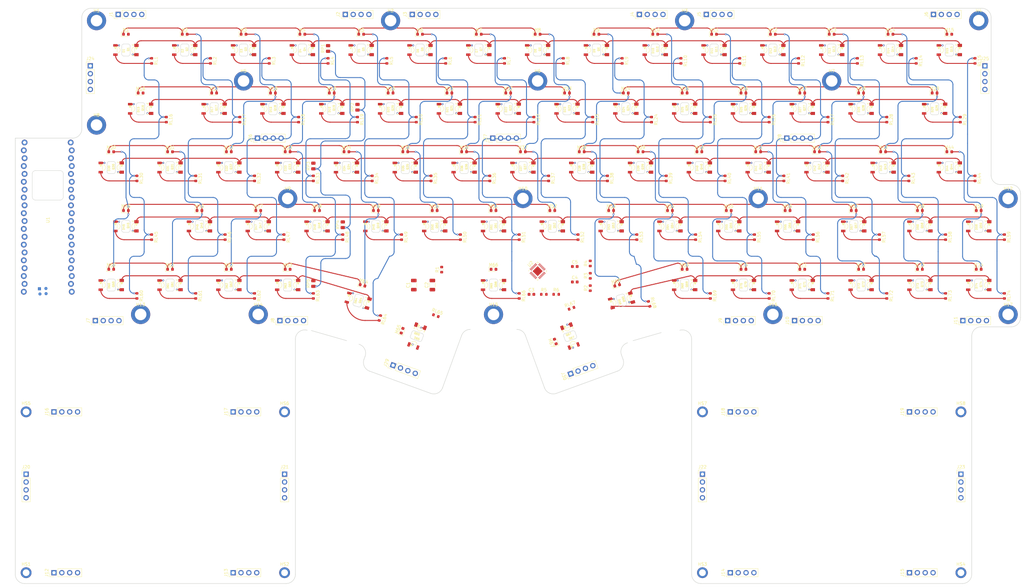
<source format=kicad_pcb>
(kicad_pcb (version 20211014) (generator pcbnew)
  (layers (0 "F.Cu" signal) (31 "B.Cu" signal) (34 "B.Paste" user) (35 "F.Paste" user) (36 "B.SilkS" user "B.Silkscreen") (37 "F.SilkS" user "F.Silkscreen") (38 "B.Mask" user) (39 "F.Mask" user) (44 "Edge.Cuts" user))
  (net 0 "")
  (net 1 "VCC")
  (net 2 "GND1")
  (net 3 "Net-(C4-Pad1)")
  (net 5 "Net-(C5-Pad1)")
  (net 6 "GND")
  (net 7 "Net-(D1-Pad2)")
  (net 8 "Net-(D2-Pad2)")
  (net 9 "Net-(D3-Pad2)")
  (net 10 "Net-(D4-Pad2)")
  (net 11 "Net-(D5-Pad2)")
  (net 12 "Net-(D6-Pad2)")
  (net 13 "Net-(D7-Pad2)")
  (net 14 "Net-(D8-Pad2)")
  (net 15 "Net-(D9-Pad2)")
  (net 16 "Net-(D10-Pad2)")
  (net 17 "Net-(D11-Pad2)")
  (net 18 "Net-(D12-Pad2)")
  (net 19 "Net-(D13-Pad2)")
  (net 20 "Net-(D14-Pad2)")
  (net 21 "Net-(D15-Pad2)")
  (net 22 "Net-(D16-Pad2)")
  (net 23 "Net-(D17-Pad2)")
  (net 24 "Net-(D18-Pad2)")
  (net 25 "Net-(D19-Pad2)")
  (net 26 "Net-(D20-Pad2)")
  (net 27 "Net-(D21-Pad2)")
  (net 28 "Net-(D22-Pad2)")
  (net 29 "Net-(D23-Pad2)")
  (net 30 "Net-(D24-Pad2)")
  (net 31 "Net-(D25-Pad2)")
  (net 32 "Net-(D26-Pad2)")
  (net 33 "Net-(D27-Pad2)")
  (net 34 "Net-(D28-Pad2)")
  (net 35 "Net-(D29-Pad2)")
  (net 36 "Net-(D30-Pad2)")
  (net 37 "Net-(D31-Pad2)")
  (net 38 "Net-(D32-Pad2)")
  (net 39 "Net-(D33-Pad2)")
  (net 40 "Net-(D34-Pad2)")
  (net 41 "Net-(D35-Pad2)")
  (net 42 "Net-(D36-Pad2)")
  (net 43 "Net-(D37-Pad2)")
  (net 44 "Net-(D38-Pad2)")
  (net 45 "Net-(D39-Pad2)")
  (net 46 "Net-(D40-Pad2)")
  (net 47 "Net-(D41-Pad2)")
  (net 48 "Net-(D42-Pad2)")
  (net 49 "Net-(D43-Pad2)")
  (net 50 "Net-(D44-Pad2)")
  (net 51 "Net-(D45-Pad2)")
  (net 52 "Net-(D46-Pad2)")
  (net 53 "Net-(D47-Pad2)")
  (net 54 "Net-(D48-Pad2)")
  (net 55 "Net-(D49-Pad2)")
  (net 56 "Net-(D50-Pad2)")
  (net 57 "Net-(D51-Pad2)")
  (net 58 "Net-(D52-Pad2)")
  (net 59 "Net-(D53-Pad2)")
  (net 60 "Net-(D54-Pad2)")
  (net 61 "Net-(D55-Pad2)")
  (net 62 "Net-(D56-Pad2)")
  (net 63 "Net-(D57-Pad2)")
  (net 64 "Net-(D58-Pad2)")
  (net 65 "Net-(D59-Pad2)")
  (net 66 "Net-(D60-Pad2)")
  (net 67 "Net-(D61-Pad2)")
  (net 68 "Net-(D62-Pad2)")
  (net 69 "Net-(D63-Pad2)")
  (net 70 "Net-(D64-Pad2)")
  (net 71 "Net-(D65-Pad2)")
  (net 72 "Net-(D66-Pad2)")
  (net 73 "Net-(D67-Pad2)")
  (net 74 "Net-(D68-Pad2)")
  (net 75 "Net-(D69-Pad2)")
  (net 76 "Net-(D70-Pad2)")
  (net 77 "Net-(D71-Pad2)")
  (net 78 "Net-(D72-Pad2)")
  (net 79 "Net-(D73-Pad2)")
  (net 80 "Net-(D74-Pad2)")
  (net 81 "CA1")
  (net 82 "CA2")
  (net 83 "CA3")
  (net 84 "CA4")
  (net 85 "CA5")
  (net 86 "CA6")
  (net 87 "CA7")
  (net 88 "CA8")
  (net 89 "CA9")
  (net 90 "CB1")
  (net 91 "CB2")
  (net 92 "CB3")
  (net 93 "CB4")
  (net 94 "CB5")
  (net 95 "CB6")
  (net 96 "CB7")
  (net 97 "CB8")
  (net 98 "/row1")
  (net 99 "/row2")
  (net 100 "/row3")
  (net 101 "/row4")
  (net 102 "/row5")
  (net 103 "Net-(R1-Pad2)")
  (net 104 "Net-(R2-Pad2)")
  (net 105 "Net-(R3-Pad2)")
  (net 106 "Net-(R4-Pad2)")
  (net 107 "Net-(R5-Pad2)")
  (net 108 "Net-(R6-Pad1)")
  (net 109 "/col1")
  (net 110 "/col2")
  (net 111 "/col3")
  (net 112 "/col4")
  (net 113 "/col5")
  (net 114 "/col6")
  (net 115 "/col7")
  (net 116 "/col8")
  (net 117 "/col9")
  (net 118 "/col10")
  (net 119 "/col11")
  (net 120 "/col12")
  (net 121 "/col13")
  (net 122 "/col14")
  (net 123 "/col15")
  (net 124 "+3.3V")
  (net 130 "/SCL")
  (net 131 "/SDA")
  (net 140 "+5V")
  (footprint "MyFootprints:Everlight_PT_PT12-21C_TR8" (layer "F.Cu") (at 188.65 38 90)
    (fp_text reference "Q39")
    (fp_text value "Q_Photo_NPN")
  )
  (footprint "MyFootprints:Everlight_IR_IR12-21C_TR8" (layer "F.Cu") (at 48.85 76 -90)
    (fp_text reference "D62")
    (fp_text value "IR_LED")
  )
  (footprint "MyFootprints:PinHeader_1x04_P2.54mm_Vertical" (layer "F.Cu") (at 288.75 137.14)
    (fp_text reference "J23")
    (fp_text value "Conn_01x04")
  )
  (footprint "Resistor_SMD:R_0603_1608Metric" (layer "F.Cu") (at 250.55 41.5 -90)
    (fp_text reference "RL42")
    (fp_text value "R_Led")
  )
  (footprint "MyFootprints:PinHeader_1x04_P2.54mm_Vertical" (layer "F.Cu") (at 9.13 87.5 90)
    (fp_text reference "J7")
    (fp_text value "Conn_01x04")
  )
  (footprint "MyFootprints:Everlight_PT_PT12-21C_TR8" (layer "F.Cu") (at 74.65 38 90)
    (fp_text reference "Q33")
    (fp_text value "Q_Photo_NPN")
  )
  (footprint "MyFootprints:Everlight_IR_IR12-21C_TR8" (layer "F.Cu") (at 175.83171 81.937167 -74)
    (fp_text reference "D68")
    (fp_text value "IR_LED")
  )
  (footprint "Resistor_SMD:R_0603_1608Metric" (layer "F.Cu") (at 169 77 90)
    (fp_text reference "R2")
    (fp_text value "R_a")
  )
  (footprint "Resistor_SMD:R_0603_1608Metric" (layer "F.Cu") (at 141.3 3.5 -90)
    (fp_text reference "RL7")
    (fp_text value "R_Led")
  )
  (footprint "Resistor_SMD:R_0603_1608Metric" (layer "F.Cu") (at 226.8 79.5 -90)
    (fp_text reference "RL70")
    (fp_text value "R_Led")
  )
  (footprint "Resistor_SMD:R_0603_1608Metric" (layer "F.Cu") (at 207.8 22.5 -90)
    (fp_text reference "RL25")
    (fp_text value "R_Led")
  )
  (footprint "MyFootprints:Everlight_IR_IR12-21C_TR8" (layer "F.Cu") (at 44.1 19 -90)
    (fp_text reference "D17")
    (fp_text value "IR_LED")
  )
  (footprint "MyFootprints:Gateron_Sw_1u" (layer "F.Cu") (at 280.25 19)
    (fp_text reference "S29" hide)
    (fp_text value "Gateron_Optical")
    (fp_line (start -1.35 1.3) (end -1.35 -1.3) (layer "Edge.Cuts") (width 0.12))
    (fp_line (start -0.7 -1.95) (end 0.7 -1.95) (layer "Edge.Cuts") (width 0.12))
    (fp_line (start 1.35 -1.3) (end 1.35 1.3) (layer "Edge.Cuts") (width 0.12))
    (fp_line (start 0.7 1.95) (end -0.7 1.95) (layer "Edge.Cuts") (width 0.12))
    (fp_arc (start 0.7 -1.95) (mid 1.159619 -1.759619) (end 1.35 -1.3) (layer "Edge.Cuts") (width 0.12))
    (fp_arc (start -0.7 1.95) (mid -1.159619 1.759619) (end -1.35 1.3) (layer "Edge.Cuts") (width 0.12))
    (fp_arc (start 1.35 1.3) (mid 1.159619 1.759619) (end 0.7 1.95) (layer "Edge.Cuts") (width 0.12))
    (fp_arc (start -1.35 -1.3) (mid -1.159619 -1.759619) (end -0.7 -1.95) (layer "Edge.Cuts") (width 0.12))
  )
  (footprint "MyFootprints:Everlight_PT_PT12-21C_TR8" (layer "F.Cu") (at 240.9 76 90)
    (fp_text reference "Q71")
    (fp_text value "Q_Photo_NPN")
  )
  (footprint "MyFootprints:PinHeader_1x04_P2.54mm_Vertical" (layer "F.Cu") (at 111.5 -11.5 90)
    (fp_text reference "J3")
    (fp_text value "Conn_01x04")
  )
  (footprint "MyFootprints:PinHeader_1x04_P2.54mm_Vertical" (layer "F.Cu") (at 213.38 87.5 90)
    (fp_text reference "J9")
    (fp_text value "Conn_01x04")
  )
  (footprint "Diode_SMD:D_0603_1608Metric" (layer "F.Cu") (at 280.25 13.9)
    (fp_text reference "M29")
    (fp_text value "LED")
  )
  (footprint "Resistor_SMD:R_0603_1608Metric" (layer "F.Cu") (at 22.55 79.5 -90)
    (fp_text reference "RL60")
    (fp_text value "R_Led")
  )
  (footprint "MyFootprints:Gateron_Sw_1u" (layer "F.Cu") (at 263.625 38)
    (fp_text reference "S43" hide)
    (fp_text value "Gateron_Optical")
    (fp_line (start -1.35 1.3) (end -1.35 -1.3) (layer "Edge.Cuts") (width 0.12))
    (fp_line (start 0.7 1.95) (end -0.7 1.95) (layer "Edge.Cuts") (width 0.12))
    (fp_line (start 1.35 -1.3) (end 1.35 1.3) (layer "Edge.Cuts") (width 0.12))
    (fp_line (start -0.7 -1.95) (end 0.7 -1.95) (layer "Edge.Cuts") (width 0.12))
    (fp_arc (start -0.7 1.95) (mid -1.159619 1.759619) (end -1.35 1.3) (layer "Edge.Cuts") (width 0.12))
    (fp_arc (start 0.7 -1.95) (mid 1.159619 -1.759619) (end 1.35 -1.3) (layer "Edge.Cuts") (width 0.12))
    (fp_arc (start -1.35 -1.3) (mid -1.159619 -1.759619) (end -0.7 -1.95) (layer "Edge.Cuts") (width 0.12))
    (fp_arc (start 1.35 1.3) (mid 1.159619 1.759619) (end 0.7 1.95) (layer "Edge.Cuts") (width 0.12))
  )
  (footprint "MyFootprints:SMTSO_M2" (layer "F.Cu") (at 61.75 85.5)
    (fp_text reference "H14")
    (fp_text value "MountingHole")
  )
  (footprint "MyFootprints:Everlight_PT_PT12-21C_TR8" (layer "F.Cu") (at 231.4 0 90)
    (fp_text reference "Q12")
    (fp_text value "Q_Photo_NPN")
  )
  (footprint "MyFootprints:Gateron_Sw_1u" (layer "F.Cu") (at 47.5 19)
    (fp_text reference "S17" hide)
    (fp_text value "Gateron_Optical")
    (fp_line (start -0.7 -1.95) (end 0.7 -1.95) (layer "Edge.Cuts") (width 0.12))
    (fp_line (start 0.7 1.95) (end -0.7 1.95) (layer "Edge.Cuts") (width 0.12))
    (fp_line (start -1.35 1.3) (end -1.35 -1.3) (layer "Edge.Cuts") (width 0.12))
    (fp_line (start 1.35 -1.3) (end 1.35 1.3) (layer "Edge.Cuts") (width 0.12))
    (fp_arc (start 0.7 -1.95) (mid 1.159619 -1.759619) (end 1.35 -1.3) (layer "Edge.Cuts") (width 0.12))
    (fp_arc (start 1.35 1.3) (mid 1.159619 1.759619) (end 0.7 1.95) (layer "Edge.Cuts") (width 0.12))
    (fp_arc (start -1.35 -1.3) (mid -1.159619 -1.759619) (end -0.7 -1.95) (layer "Edge.Cuts") (width 0.12))
    (fp_arc (start -0.7 1.95) (mid -1.159619 1.759619) (end -1.35 1.3) (layer "Edge.Cuts") (width 0.12))
  )
  (footprint "MyFootprints:Everlight_PT_PT12-21C_TR8" (layer "F.Cu") (at 174.4 0 90)
    (fp_text reference "Q9")
    (fp_text value "Q_Photo_NPN")
  )
  (footprint "Diode_SMD:D_0603_1608Metric" (layer "F.Cu") (at 33.25 70.9)
    (fp_text reference "M61")
    (fp_text value "LED")
  )
  (footprint "MyFootprints:Everlight_PT_PT12-21C_TR8" (layer "F.Cu") (at 112.65 38 90)
    (fp_text reference "Q35")
    (fp_text value "Q_Photo_NPN")
  )
  (footprint "MyFootprints:Everlight_IR_IR12-21C_TR8" (layer "F.Cu") (at 111.837132 95.694955 -20)
    (fp_text reference "D65")
    (fp_text value "IR_LED")
  )
  (footprint "MyFootprints:PinHeader_1x04_P2.54mm_Vertical" (layer "F.Cu") (at 184.88 -11.5 90)
    (fp_text reference "J4")
    (fp_text value "Conn_01x04")
  )
  (footprint "Resistor_SMD:R_0805_2012Metric" (layer "F.Cu") (at 84.3 -0.5 90)
    (fp_text reference "RP1")
    (fp_text value "R_PT")
  )
  (footprint "MyFootprints:Everlight_IR_IR12-21C_TR8" (layer "F.Cu") (at 243.6 0 -90)
    (fp_text reference "D13")
    (fp_text value "IR_LED")
  )
  (footprint "MyFootprints:Everlight_IR_IR12-21C_TR8" (layer "F.Cu") (at 224.6 0 -90)
    (fp_text reference "D12")
    (fp_text value "IR_LED")
  )
  (footprint "Diode_SMD:D_0603_1608Metric" (layer "F.Cu") (at 61.75 51.9)
    (fp_text reference "M47")
    (fp_text value "LED")
  )
  (footprint "MyFootprints:SMTSO_M2" (layer "F.Cu") (at 57 10)
    (fp_text reference "H5")
    (fp_text value "MountingHole")
  )
  (footprint "Resistor_SMD:R_0603_1608Metric" (layer "F.Cu") (at 127.05 60.5 -90)
    (fp_text reference "RL50")
    (fp_text value "R_Led")
  )
  (footprint "MyFootprints:Gateron_Sw_1u" (layer "F.Cu") (at 256.5 19)
    (fp_text reference "S28" hide)
    (fp_text value "Gateron_Optical")
    (fp_line (start -1.35 1.3) (end -1.35 -1.3) (layer "Edge.Cuts") (width 0.12))
    (fp_line (start 1.35 -1.3) (end 1.35 1.3) (layer "Edge.Cuts") (width 0.12))
    (fp_line (start 0.7 1.95) (end -0.7 1.95) (layer "Edge.Cuts") (width 0.12))
    (fp_line (start -0.7 -1.95) (end 0.7 -1.95) (layer "Edge.Cuts") (width 0.12))
    (fp_arc (start -0.7 1.95) (mid -1.159619 1.759619) (end -1.35 1.3) (layer "Edge.Cuts") (width 0.12))
    (fp_arc (start 0.7 -1.95) (mid 1.159619 -1.759619) (end 1.35 -1.3) (layer "Edge.Cuts") (width 0.12))
    (fp_arc (start 1.35 1.3) (mid 1.159619 1.759619) (end 0.7 1.95) (layer "Edge.Cuts") (width 0.12))
    (fp_arc (start -1.35 -1.3) (mid -1.159619 -1.759619) (end -0.7 -1.95) (layer "Edge.Cuts") (width 0.12))
  )
  (footprint "MyFootprints:Everlight_IR_IR12-21C_TR8" (layer "F.Cu") (at 134.35 76 -90)
    (fp_text reference "D66")
    (fp_text value "IR_LED")
  )
  (footprint "MyFootprints:Gateron_Sw_1u" (layer "F.Cu") (at 61.75 57)
    (fp_text reference "S47" hide)
    (fp_text value "Gateron_Optical")
    (fp_line (start 0.7 1.95) (end -0.7 1.95) (layer "Edge.Cuts") (width 0.12))
    (fp_line (start 1.35 -1.3) (end 1.35 1.3) (layer "Edge.Cuts") (width 0.12))
    (fp_line (start -0.7 -1.95) (end 0.7 -1.95) (layer "Edge.Cuts") (width 0.12))
    (fp_line (start -1.35 1.3) (end -1.35 -1.3) (layer "Edge.Cuts") (width 0.12))
    (fp_arc (start -0.7 1.95) (mid -1.159619 1.759619) (end -1.35 1.3) (layer "Edge.Cuts") (width 0.12))
    (fp_arc (start -1.35 -1.3) (mid -1.159619 -1.759619) (end -0.7 -1.95) (layer "Edge.Cuts") (width 0.12))
    (fp_arc (start 1.35 1.3) (mid 1.159619 1.759619) (end 0.7 1.95) (layer "Edge.Cuts") (width 0.12))
    (fp_arc (start 0.7 -1.95) (mid 1.159619 -1.759619) (end 1.35 -1.3) (layer "Edge.Cuts") (width 0.12))
  )
  (footprint "MyFootprints:Everlight_PT_PT12-21C_TR8" (layer "F.Cu") (at 36.65 38 90)
    (fp_text reference "Q31")
    (fp_text value "Q_Photo_NPN")
  )
  (footprint "MyFootprints:PinHeader_1x04_P2.54mm_Vertical" (layer "F.Cu") (at 205.25 137.14)
    (fp_text reference "J22")
    (fp_text value "Conn_01x04")
  )
  (footprint "MyFootprints:Everlight_PT_PT12-21C_TR8" (layer "F.Cu") (at 236.15 57 90)
    (fp_text reference "Q56")
    (fp_text value "Q_Photo_NPN")
  )
  (footprint "MyFootprints:Everlight_PT_PT12-21C_TR8" (layer "F.Cu") (at 193.4 0 90)
    (fp_text reference "Q10")
    (fp_text value "Q_Photo_NPN")
  )
  (footprint "MyFootprints:Everlight_PT_PT12-21C_TR8" (layer "F.Cu") (at 46.15 57 90)
    (fp_text reference "Q46")
    (fp_text value "Q_Photo_NPN")
  )
  (footprint "MyFootprints:Everlight_PT_PT12-21C_TR8" (layer "F.Cu") (at 207.65 38 90)
    (fp_text reference "Q40")
    (fp_text value "Q_Photo_NPN")
  )
  (footprint "MyFootprints:Everlight_IR_IR12-21C_TR8" (layer "F.Cu") (at 272.1 57 -90)
    (fp_text reference "D58")
    (fp_text value "IR_LED")
  )
  (footprint "MyFootprints:PinHeader_1x04_P2.54mm_Vertical" (layer "F.Cu") (at 232.5 28.5 90)
    (fp_text reference "J28")
    (fp_text value "Conn_01x04")
  )
  (footprint "MyFootprints:MountingHole_2.2mm_M2_ISO7380_Pad" (layer "F.Cu") (at -13.25 169)
    (fp_text reference "HS1")
    (fp_text value "MountingHoleStdoffM2")
  )
  (footprint "Resistor_SMD:R_0603_1608Metric" (layer "F.Cu") (at 262.425 60.5 -90)
    (fp_text reference "RL57")
    (fp_text value "R_Led")
  )
  (footprint "MyFootprints:Gateron_Sw_1u" (layer "F.Cu") (at 175.75 57)
    (fp_text reference "S53" hide)
    (fp_text value "Gateron_Optical")
    (fp_line (start 1.35 -1.3) (end 1.35 1.3) (layer "Edge.Cuts") (width 0.12))
    (fp_line (start -1.35 1.3) (end -1.35 -1.3) (layer "Edge.Cuts") (width 0.12))
    (fp_line (start -0.7 -1.95) (end 0.7 -1.95) (layer "Edge.Cuts") (width 0.12))
    (fp_line (start 0.7 1.95) (end -0.7 1.95) (layer "Edge.Cuts") (width 0.12))
    (fp_arc (start 1.35 1.3) (mid 1.159619 1.759619) (end 0.7 1.95) (layer "Edge.Cuts") (width 0.12))
    (fp_arc (start -1.35 -1.3) (mid -1.159619 -1.759619) (end -0.7 -1.95) (layer "Edge.Cuts") (width 0.12))
    (fp_arc (start 0.7 -1.95) (mid 1.159619 -1.759619) (end 1.35 -1.3) (layer "Edge.Cuts") (width 0.12))
    (fp_arc (start -0.7 1.95) (mid -1.159619 1.759619) (end -1.35 1.3) (layer "Edge.Cuts") (width 0.12))
  )
  (footprint "Diode_SMD:D_0603_1608Metric" (layer "F.Cu") (at 237.5 70.9)
    (fp_text reference "M71")
    (fp_text value "LED")
  )
  (footprint "MyFootprints:Gateron_Sw_1u" (layer "F.Cu") (at 161.5 19)
    (fp_text reference "S23" hide)
    (fp_text value "Gateron_Optical")
    (fp_line (start 0.7 1.95) (end -0.7 1.95) (layer "Edge.Cuts") (width 0.12))
    (fp_line (start -1.35 1.3) (end -1.35 -1.3) (layer "Edge.Cuts") (width 0.12))
    (fp_line (start -0.7 -1.95) (end 0.7 -1.95) (layer "Edge.Cuts") (width 0.12))
    (fp_line (start 1.35 -1.3) (end 1.35 1.3) (layer "Edge.Cuts") (width 0.12))
    (fp_arc (start 1.35 1.3) (mid 1.159619 1.759619) (end 0.7 1.95) (layer "Edge.Cuts") (width 0.12))
    (fp_arc (start -1.35 -1.3) (mid -1.159619 -1.759619) (end -0.7 -1.95) (layer "Edge.Cuts") (width 0.12))
    (fp_arc (start -0.7 1.95) (mid -1.159619 1.759619) (end -1.35 1.3) (layer "Edge.Cuts") (width 0.12))
    (fp_arc (start 0.7 -1.95) (mid 1.159619 -1.759619) (end 1.35 -1.3) (layer "Edge.Cuts") (width 0.12))
  )
  (footprint "MyFootprints:SMTSO_M2" (layer "F.Cu") (at 9.5 24.25)
    (fp_text reference "H8")
    (fp_text value "MountingHole")
  )
  (footprint "MyFootprints:Gateron_Sw_1u" (layer "F.Cu") (at 156.75 57)
    (fp_text reference "S52" hide)
    (fp_text value "Gateron_Optical")
    (fp_line (start 1.35 -1.3) (end 1.35 1.3) (layer "Edge.Cuts") (width 0.12))
    (fp_line (start -0.7 -1.95) (end 0.7 -1.95) (layer "Edge.Cuts") (width 0.12))
    (fp_line (start -1.35 1.3) (end -1.35 -1.3) (layer "Edge.Cuts") (width 0.12))
    (fp_line (start 0.7 1.95) (end -0.7 1.95) (layer "Edge.Cuts") (width 0.12))
    (fp_arc (start 1.35 1.3) (mid 1.159619 1.759619) (end 0.7 1.95) (layer "Edge.Cuts") (width 0.12))
    (fp_arc (start -0.7 1.95) (mid -1.159619 1.759619) (end -1.35 1.3) (layer "Edge.Cuts") (width 0.12))
    (fp_arc (start -1.35 -1.3) (mid -1.159619 -1.759619) (end -0.7 -1.95) (layer "Edge.Cuts") (width 0.12))
    (fp_arc (start 0.7 -1.95) (mid 1.159619 -1.759619) (end 1.35 -1.3) (layer "Edge.Cuts") (width 0.12))
  )
  (footprint "MyFootprints:Everlight_IR_IR12-21C_TR8" (layer "F.Cu") (at 10.85 76 -90)
    (fp_text reference "D60")
    (fp_text value "IR_LED")
  )
  (footprint "Resistor_SMD:R_0603_1608Metric" (layer "F.Cu") (at 70.05 60.5 -90)
    (fp_text reference "RL47")
    (fp_text value "R_Led")
  )
  (footprint "MyFootprints:Gateron_Sw_1u" (layer "F.Cu") (at 199.5 19)
    (fp_text reference "S25" hide)
    (fp_text value "Gateron_Optical")
    (fp_line (start -0.7 -1.95) (end 0.7 -1.95) (layer "Edge.Cuts") (width 0.12))
    (fp_line (start 0.7 1.95) (end -0.7 1.95) (layer "Edge.Cuts") (width 0.12))
    (fp_line (start -1.35 1.3) (end -1.35 -1.3) (layer "Edge.Cuts") (width 0.12))
    (fp_line (start 1.35 -1.3) (end 1.35 1.3) (layer "Edge.Cuts") (width 0.12))
    (fp_arc (start 1.35 1.3) (mid 1.159619 1.759619) (end 0.7 1.95) (layer "Edge.Cuts") (width 0.12))
    (fp_arc (start 0.7 -1.95) (mid 1.159619 -1.759619) (end 1.35 -1.3) (layer "Edge.Cuts") (width 0.12))
    (fp_arc (start -0.7 1.95) (mid -1.159619 1.759619) (end -1.35 1.3) (layer "Edge.Cuts") (width 0.12))
    (fp_arc (start -1.35 -1.3) (mid -1.159619 -1.759619) (end -0.7 -1.95) (layer "Edge.Cuts") (width 0.12))
  )
  (footprint "Diode_SMD:D_0603_1608Metric" (layer "F.Cu") (at 137.75 51.9)
    (fp_text reference "M51")
    (fp_text value "LED")
  )
  (footprint "Diode_SMD:D_0603_1608Metric" (layer "F.Cu") (at 223.25 32.9)
    (fp_text reference "M41")
    (fp_text value "LED")
  )
  (footprint "MyFootprints:Gateron_Sw_1u" (layer "F.Cu") (at 109.25 38)
    (fp_text reference "S35" hide)
    (fp_text value "Gateron_Optical")
    (fp_line (start 0.7 1.95) (end -0.7 1.95) (layer "Edge.Cuts") (width 0.12))
    (fp_line (start -1.35 1.3) (end -1.35 -1.3) (layer "Edge.Cuts") (width 0.12))
    (fp_line (start 1.35 -1.3) (end 1.35 1.3) (layer "Edge.Cuts") (width 0.12))
    (fp_line (start -0.7 -1.95) (end 0.7 -1.95) (layer "Edge.Cuts") (width 0.12))
    (fp_arc (start 0.7 -1.95) (mid 1.159619 -1.759619) (end 1.35 -1.3) (layer "Edge.Cuts") (width 0.12))
    (fp_arc (start -1.35 -1.3) (mid -1.159619 -1.759619) (end -0.7 -1.95) (layer "Edge.Cuts") (width 0.12))
    (fp_arc (start -0.7 1.95) (mid -1.159619 1.759619) (end -1.35 1.3) (layer "Edge.Cuts") (width 0.12))
    (fp_arc (start 1.35 1.3) (mid 1.159619 1.759619) (end 0.7 1.95) (layer "Edge.Cuts") (width 0.12))
  )
  (footprint "MyFootprints:Gateron_Sw_1u" (layer "F.Cu") (at 104.5 19)
    (fp_text reference "S20" hide)
    (fp_text value "Gateron_Optical")
    (fp_line (start -0.7 -1.95) (end 0.7 -1.95) (layer "Edge.Cuts") (width 0.12))
    (fp_line (start 1.35 -1.3) (end 1.35 1.3) (layer "Edge.Cuts") (width 0.12))
    (fp_line (start 0.7 1.95) (end -0.7 1.95) (layer "Edge.Cuts") (width 0.12))
    (fp_line (start -1.35 1.3) (end -1.35 -1.3) (layer "Edge.Cuts") (width 0.12))
    (fp_arc (start -1.35 -1.3) (mid -1.159619 -1.759619) (end -0.7 -1.95) (layer "Edge.Cuts") (width 0.12))
    (fp_arc (start 1.35 1.3) (mid 1.159619 1.759619) (end 0.7 1.95) (layer "Edge.Cuts") (width 0.12))
    (fp_arc (start 0.7 -1.95) (mid 1.159619 -1.759619) (end 1.35 -1.3) (layer "Edge.Cuts") (width 0.12))
    (fp_arc (start -0.7 1.95) (mid -1.159619 1.759619) (end -1.35 1.3) (layer "Edge.Cuts") (width 0.12))
  )
  (footprint "Diode_SMD:D_0603_1608Metric" (layer "F.Cu") (at 142.5 13.9)
    (fp_text reference "M22")
    (fp_text value "LED")
  )
  (footprint "Diode_SMD:D_0603_1608Metric" (layer "F.Cu") (at 90.25 32.9)
    (fp_text reference "M34")
    (fp_text value "LED")
  )
  (footprint "Diode_SMD:D_0603_1608Metric" (layer "F.Cu") (at 194.75 51.9)
    (fp_text reference "M54")
    (fp_text value "LED")
  )
  (footprint "MyFootprints:Everlight_PT_PT12-21C_TR8" (layer "F.Cu") (at 98.4 0 90)
    (fp_text reference "Q5")
    (fp_text value "Q_Photo_NPN")
  )
  (footprint "Resistor_SMD:R_0603_1608Metric" (layer "F.Cu") (at 103.3 3.5 -90)
    (fp_text reference "RL5")
    (fp_text value "R_Led")
  )
  (footprint "Diode_SMD:D_0603_1608Metric" (layer "F.Cu") (at 19 51.9)
    (fp_text reference "M45")
    (fp_text value "LED")
  )
  (footprint "Resistor_SMD:R_0603_1608Metric" (layer "F.Cu") (at 169.8 22.5 -90)
    (fp_text reference "RL23")
    (fp_text value "R_Led")
  )
  (footprint "Diode_SMD:D_0603_1608Metric" (layer "F.Cu") (at 171 -5.1)
    (fp_text reference "M9")
    (fp_text value "LED")
  )
  (footprint "MyFootprints:Everlight_PT_PT12-21C_TR8" (layer "F.Cu") (at 117.4 0 90)
    (fp_text reference "Q6")
    (fp_text value "Q_Photo_NPN")
  )
  (footprint "Resistor_SMD:R_0603_1608Metric" (layer "F.Cu") (at 41.55 41.5 -90)
    (fp_text reference "RL31")
    (fp_text value "R_Led")
  )
  (footprint "MyFootprints:Everlight_PT_PT12-21C_TR8" (layer "F.Cu") (at 278.9 76 90)
    (fp_text reference "Q73")
    (fp_text value "Q_Photo_NPN")
  )
  (footprint "Diode_SMD:D_0603_1608Metric" (layer "F.Cu") (at 57 -5.1)
    (fp_text reference "M3")
    (fp_text value "LED")
  )
  (footprint "MyFootprints:Everlight_IR_IR12-21C_TR8" (layer "F.Cu") (at 77.35 57 -90)
    (fp_text reference "D48")
    (fp_text value "IR_LED")
  )
  (footprint "Diode_SMD:D_0603_1608Metric" (layer "F.Cu") (at 256.5 13.9)
    (fp_text reference "M28")
    (fp_text value "LED")
  )
  (footprint "Resistor_SMD:R_0603_1608Metric" (layer "F.Cu") (at 89.05 60.5 -90)
    (fp_text reference "RL48")
    (fp_text value "R_Led")
  )
  (footprint "MyFootprints:MountingHole_2.2mm_M2_ISO7380_Pad" (layer "F.Cu") (at -13.25 117)
    (fp_text reference "HS5")
    (fp_text value "MountingHoleStdoffM2")
  )
  (footprint "MyFootprints:Gateron_Sw_1u" (layer "F.Cu") (at 180.5 19)
    (fp_text reference "S24" hide)
    (fp_text value "Gateron_Optical")
    (fp_line (start 1.35 -1.3) (end 1.35 1.3) (layer "Edge.Cuts") (width 0.12))
    (fp_line (start 0.7 1.95) (end -0.7 1.95) (layer "Edge.Cuts") (width 0.12))
    (fp_line (start -1.35 1.3) (end -1.35 -1.3) (layer "Edge.Cuts") (width 0.12))
    (fp_line (start -0.7 -1.95) (end 0.7 -1.95) (layer "Edge.Cuts") (width 0.12))
    (fp_arc (start -1.35 -1.3) (mid -1.159619 -1.759619) (end -0.7 -1.95) (layer "Edge.Cuts") (width 0.12))
    (fp_arc (start 1.35 1.3) (mid 1.159619 1.759619) (end 0.7 1.95) (layer "Edge.Cuts") (width 0.12))
    (fp_arc (start -0.7 1.95) (mid -1.159619 1.759619) (end -1.35 1.3) (layer "Edge.Cuts") (width 0.12))
    (fp_arc (start 0.7 -1.95) (mid 1.159619 -1.759619) (end 1.35 -1.3) (layer "Edge.Cuts") (width 0.12))
  )
  (footprint "MyFootprints:Gateron_Sw_1u" (layer "F.Cu") (at 179.1 81 16)
    (fp_text reference "S68" hide)
    (fp_text value "Gateron_Optical")
    (fp_line (start 0.7 1.95) (end -0.7 1.95) (layer "Edge.Cuts") (width 0.12))
    (fp_line (start 1.35 -1.3) (end 1.35 1.3) (layer "Edge.Cuts") (width 0.12))
    (fp_line (start -0.7 -1.95) (end 0.7 -1.95) (layer "Edge.Cuts") (width 0.12))
    (fp_line (start -1.35 1.3) (end -1.35 -1.3) (layer "Edge.Cuts") (width 0.12))
    (fp_arc (start -1.35 -1.3) (mid -1.159619 -1.759619) (end -0.7 -1.95) (layer "Edge.Cuts") (width 0.12))
    (fp_arc (start 0.7 -1.95) (mid 1.159619 -1.759619) (end 1.35 -1.3) (layer "Edge.Cuts") (width 0.12))
    (fp_arc (start -0.7 1.95) (mid -1.159619 1.759619) (end -1.35 1.3) (layer "Edge.Cuts") (width 0.12))
    (fp_arc (start 1.35 1.3) (mid 1.159619 1.759619) (end 0.7 1.95) (layer "Edge.Cuts") (width 0.12))
  )
  (footprint "MyFootprints:Everlight_IR_IR12-21C_TR8" (layer "F.Cu") (at 196.1 19 -90)
    (fp_text reference "D25")
    (fp_text value "IR_LED")
  )
  (footprint "MyFootprints:Everlight_PT_PT12-21C_TR8" (layer "F.Cu") (at 217.15 57 90)
    (fp_text reference "Q55")
    (fp_text value "Q_Photo_NPN")
  )
  (footprint "Resistor_SMD:R_0603_1608Metric" (layer "F.Cu") (at 188.8 22.5 -90)
    (fp_text reference "RL24")
    (fp_text value "R_Led")
  )
  (footprint "MyFootprints:Everlight_PT_PT12-21C_TR8" (layer "F.Cu") (at 267.024999 38 90)
    (fp_text reference "Q43")
    (fp_text value "Q_Photo_NPN")
  )
  (footprint "MyFootprints:SMTSO_M2" (layer "F.Cu") (at 23.75 85.5)
    (fp_text reference "H13")
    (fp_text value "MountingHole")
  )
  (footprint "MyFootprints:Gateron_Sw_1u" (layer "F.Cu") (at 275.5 57)
    (fp_text reference "S58" hide)
    (fp_text value "Gateron_Optical")
    (fp_line (start -1.35 1.3) (end -1.35 -1.3) (layer "Edge.Cuts") (width 0.12))
    (fp_line (start 0.7 1.95) (end -0.7 1.95) (layer "Edge.Cuts") (width 0.12))
    (fp_line (start 1.35 -1.3) (end 1.35 1.3) (layer "Edge.Cuts") (width 0.12))
    (fp_line (start -0.7 -1.95) (end 0.7 -1.95) (layer "Edge.Cuts") (width 0.12))
    (fp_arc (start 0.7 -1.95) (mid 1.159619 -1.759619) (end 1.35 -1.3) (layer "Edge.Cuts") (width 0.12))
    (fp_arc (start 1.35 1.3) (mid 1.159619 1.759619) (end 0.7 1.95) (layer "Edge.Cuts") (width 0.12))
    (fp_arc (start -0.7 1.95) (mid -1.159619 1.759619) (end -1.35 1.3) (layer "Edge.Cuts") (width 0.12))
    (fp_arc (start -1.35 -1.3) (mid -1.159619 -1.759619) (end -0.7 -1.95) (layer "Edge.Cuts") (width 0.12))
  )
  (footprint "Diode_SMD:D_0603_1608Metric" (layer "F.Cu") (at 247 -5.1)
    (fp_text reference "M13")
    (fp_text value "LED")
  )
  (footprint "MyFootprints:Everlight_PT_PT12-21C_TR8" (layer "F.Cu") (at 27.15 19 90)
    (fp_text reference "Q16")
    (fp_text value "Q_Photo_NPN")
  )
  (footprint "Diode_SMD:D_0603_1608Metric" (layer "F.Cu") (at 177.694249 76.097565 16)
    (fp_text reference "M68")
    (fp_text value "LED")
  )
  (footprint "MyFootprints:SMTSO_M2" (layer "F.Cu") (at 152 10)
    (fp_text reference "H6")
    (fp_text value "MountingHole")
  )
  (footprint "MyFootprints:MountingHole_2.2mm_M2_ISO7380_Pad" (layer "F.Cu") (at 70.25 169)
    (fp_text reference "HS2")
    (fp_text value "MountingHoleStdoffM2")
  )
  (footprint "Diode_SMD:D_0603_1608Metric" (layer "F.Cu") (at 71.25 32.9)
    (fp_text reference "M33")
    (fp_text value "LED")
  )
  (footprint "Diode_SMD:D_0603_1608Metric" (layer "F.Cu") (at 80.75 51.9)
    (fp_text reference "M48")
    (fp_text value "LED")
  )
  (footprint "MyFootprints:Everlight_IR_IR12-21C_TR8" (layer "F.Cu") (at 101.1 19 -90)
    (fp_text reference "D20")
    (fp_text value "IR_LED")
  )
  (footprint "Diode_SMD:D_0603_1608Metric" (layer "F.Cu") (at 14.25 32.9)
    (fp_text reference "M30")
    (fp_text value "LED")
  )
  (footprint "Resistor_SMD:R_0603_1608Metric" (layer "F.Cu") (at 146.05 79.5 -90)
    (fp_text reference "RL66")
    (fp_text value "R_Led")
  )
  (footprint "MyFootprints:Gateron_Sw_1u" (layer "F.Cu") (at 152 0)
    (fp_text reference "S8" hide)
    (fp_text value "Gateron_Optical")
    (fp_line (start 1.35 -1.3) (end 1.35 1.3) (layer "Edge.Cuts") (width 0.12))
    (fp_line (start -0.7 -1.95) (end 0.7 -1.95) (layer "Edge.Cuts") (width 0.12))
    (fp_line (start -1.35 1.3) (end -1.35 -1.3) (layer "Edge.Cuts") (width 0.12))
    (fp_line (start 0.7 1.95) (end -0.7 1.95) (layer "Edge.Cuts") (width 0.12))
    (fp_arc (start -0.7 1.95) (mid -1.159619 1.759619) (end -1.35 1.3) (layer "Edge.Cuts") (width 0.12))
    (fp_arc (start -1.35 -1.3) (mid -1.159619 -1.759619) (end -0.7 -1.95) (layer "Edge.Cuts") (width 0.12))
    (fp_arc (start 1.35 1.3) (mid 1.159619 1.759619) (end 0.7 1.95) (layer "Edge.Cuts") (width 0.12))
    (fp_arc (start 0.7 -1.95) (mid 1.159619 -1.759619) (end 1.35 -1.3) (layer "Edge.Cuts") (width 0.12))
  )
  (footprint "MyFootprints:SMTSO_M2" (layer "F.Cu") (at 304 48)
    (fp_text reference "H12")
    (fp_text value "MountingHole")
  )
  (footprint "MyFootprints:Everlight_PT_PT12-21C_TR8" (layer "F.Cu") (at 202.9 76 90)
    (fp_text reference "Q69")
    (fp_text value "Q_Photo_NPN")
  )
  (footprint "MyFootprints:Everlight_IR_IR12-21C_TR8" (layer "F.Cu") (at 91.6 0 -90)
    (fp_text reference "D5")
    (fp_text value "IR_LED")
  )
  (footprint "MyFootprints:PinHeader_1x04_P2.54mm_Vertical" (layer "F.Cu") (at 162.674461 104.674545 110)
    (fp_text reference "J30")
    (fp_text value "Conn_01x04")
  )
  (footprint "Resistor_SMD:R_0603_1608Metric" (layer "F.Cu") (at 165.05 60.5 -90)
    (fp_text reference "RL52")
    (fp_text value "R_Led")
  )
  (footprint "MyFootprints:Everlight_PT_PT12-21C_TR8" (layer "F.Cu") (at 145.9 19 90)
    (fp_text reference "Q22")
    (fp_text value "Q_Photo_NPN")
  )
  (footprint "MyFootprints:Gateron_Sw_1u" (layer "F.Cu") (at 209 0)
    (fp_text reference "S11" hide)
    (fp_text value "Gateron_Optical")
    (fp_line (start 1.35 -1.3) (end 1.35 1.3) (layer "Edge.Cuts") (width 0.12))
    (fp_line (start 0.7 1.95) (end -0.7 1.95) (layer "Edge.Cuts") (width 0.12))
    (fp_line (start -1.35 1.3) (end -1.35 -1.3) (layer "Edge.Cuts") (width 0.12))
    (fp_line (start -0.7 -1.95) (end 0.7 -1.95) (layer "Edge.Cuts") (width 0.12))
    (fp_arc (start -1.35 -1.3) (mid -1.159619 -1.759619) (end -0.7 -1.95) (layer "Edge.Cuts") (width 0.12))
    (fp_arc (start 0.7 -1.95) (mid 1.159619 -1.759619) (end 1.35 -1.3) (layer "Edge.Cuts") (width 0.12))
    (fp_arc (start 1.35 1.3) (mid 1.159619 1.759619) (end 0.7 1.95) (layer "Edge.Cuts") (width 0.12))
    (fp_arc (start -0.7 1.95) (mid -1.159619 1.759619) (end -1.35 1.3) (layer "Edge.Cuts") (width 0.12))
  )
  (footprint "MyFootprints:Everlight_IR_IR12-21C_TR8" (layer "F.Cu") (at 67.85 38 -90)
    (fp_text reference "D33")
    (fp_text value "IR_LED")
  )
  (footprint "Diode_SMD:D_0603_1608Metric" (layer "F.Cu") (at 14.25 70.9)
    (fp_text reference "M60")
    (fp_text value "LED")
  )
  (footprint "MyFootprints:Everlight_PT_PT12-21C_TR8" (layer "F.Cu") (at 164.9 19 90)
    (fp_text reference "Q23")
    (fp_text value "Q_Photo_NPN")
  )
  (footprint "Resistor_SMD:R_0603_1608Metric" (layer "F.Cu") (at 169 73 90)
    (fp_text reference "R3")
    (fp_text value "R_a")
  )
  (footprint "MyFootprints:Gateron_Sw_1u" (layer "F.Cu") (at 194.75 57)
    (fp_text reference "S54" hide)
    (fp_text value "Gateron_Optical")
    (fp_line (start -1.35 1.3) (end -1.35 -1.3) (layer "Edge.Cuts") (width 0.12))
    (fp_line (start 1.35 -1.3) (end 1.35 1.3) (layer "Edge.Cuts") (width 0.12))
    (fp_line (start -0.7 -1.95) (end 0.7 -1.95) (layer "Edge.Cuts") (width 0.12))
    (fp_line (start 0.7 1.95) (end -0.7 1.95) (layer "Edge.Cuts") (width 0.12))
    (fp_arc (start -1.35 -1.3) (mid -1.159619 -1.759619) (end -0.7 -1.95) (layer "Edge.Cuts") (width 0.12))
    (fp_arc (start -0.7 1.95) (mid -1.159619 1.759619) (end -1.35 1.3) (layer "Edge.Cuts") (width 0.12))
    (fp_arc (start 1.35 1.3) (mid 1.159619 1.759619) (end 0.7 1.95) (layer "Edge.Cuts") (width 0.12))
    (fp_arc (start 0.7 -1.95) (mid 1.159619 -1.759619) (end 1.35 -1.3) (layer "Edge.Cuts") (width 0.12))
  )
  (footprint "MyFootprints:Everlight_PT_PT12-21C_TR8" (layer "F.Cu") (at 283.65 19 90)
    (fp_text reference "Q29")
    (fp_text value "Q_Photo_NPN")
  )
  (footprint "MyFootprints:SMTSO_M2" (layer "F.Cu") (at 223.25 48)
    (fp_text reference "H11")
    (fp_text value "MountingHole")
  )
  (footprint "MyFootprints:PinHeader_1x04_P2.54mm_Vertical" (layer "F.Cu") (at 279.88 -11.5 90)
    (fp_text reference "J6")
    (fp_text value "Conn_01x04")
  )
  (footprint "MyFootprints:Gateron_Sw_1u" (layer "F.Cu") (at 52.25 38)
    (fp_text reference "S32" hide)
    (fp_text value "Gateron_Optical")
    (fp_line (start 0.7 1.95) (end -0.7 1.95) (layer "Edge.Cuts") (width 0.12))
    (fp_line (start -1.35 1.3) (end -1.35 -1.3) (layer "Edge.Cuts") (width 0.12))
    (fp_line (start -0.7 -1.95) (end 0.7 -1.95) (layer "Edge.Cuts") (width 0.12))
    (fp_line (start 1.35 -1.3) (end 1.35 1.3) (layer "Edge.Cuts") (width 0.12))
    (fp_arc (start -1.35 -1.3) (mid -1.159619 -1.759619) (end -0.7 -1.95) (layer "Edge.Cuts") (width 0.12))
    (fp_arc (start 1.35 1.3) (mid 1.159619 1.759619) (end 0.7 1.95) (layer "Edge.Cuts") (width 0.12))
    (fp_arc (start 0.7 -1.95) (mid 1.159619 -1.759619) (end 1.35 -1.3) (layer "Edge.Cuts") (width 0.12))
    (fp_arc (start -0.7 1.95) (mid -1.159619 1.759619) (end -1.35 1.3) (layer "Edge.Cuts") (width 0.12))
  )
  (footprint "Diode_SMD:D_0603_1608Metric" (layer "F.Cu") (at 85.5 13.9)
    (fp_text reference "M19")
    (fp_text value "LED")
  )
  (footprint "MyFootprints:PinHeader_1x04_P2.54mm_Vertical" (layer "F.Cu") (at 296.5 5.12)
    (fp_text reference "J25")
    (fp_text value "Conn_01x04")
  )
  (footprint "MyFootprints:Everlight_IR_IR12-21C_TR8" (layer "F.Cu") (at 250.725 57 -90)
    (fp_text reference "D57")
    (fp_text value "IR_LED")
  )
  (footprint "MyFootprints:PinHeader_1x04_P2.54mm_Vertical" (layer "F.Cu") (at 53.63 169 90)
    (fp_text reference "J13")
    (fp_text value "Conn_01x04")
  )
  (footprint "Resistor_SMD:R_0603_1608Metric" (layer "F.Cu") (at 212.55 41.5 -90)
    (fp_text reference "RL40")
    (fp_text value "R_Led")
  )
  (footprint "MyFootprints:Everlight_PT_PT12-21C_TR8" (layer "F.Cu") (at 60.4 0 90)
    (fp_text reference "Q3")
    (fp_text value "Q_Photo_NPN")
  )
  (footprint "MyFootprints:Everlight_IR_IR12-21C_TR8" (layer "F.Cu") (at 276.85 19 -90)
    (fp_text reference "D29")
    (fp_text value "IR_LED")
  )
  (footprint "MyFootprints:Everlight_PT_PT12-21C_TR8" (layer "F.Cu") (at 55.65 38 90)
    (fp_text reference "Q32")
    (fp_text value "Q_Photo_NPN")
  )
  (footprint "Diode_SMD:D_0603_1608Metric" (layer "F.Cu") (at 66.5 13.9)
    (fp_text reference "M18")
    (fp_text value "LED")
  )
  (footprint "MyFootprints:Everlight_PT_PT12-21C_TR8" (layer "F.Cu") (at 221.9 76 90)
    (fp_text reference "Q70")
    (fp_text value "Q_Photo_NPN")
  )
  (footprint "Diode_SMD:D_0603_1608Metric" (layer "F.Cu") (at 152 -5.1)
    (fp_text reference "M8")
    (fp_text value "LED")
  )
  (footprint "Resistor_SMD:R_0603_1608Metric" (layer "F.Cu") (at 79.55 41.5 -90)
    (fp_text reference "RL33")
    (fp_text value "R_Led")
  )
  (footprint "MyFootprints:Gateron_Sw_1u" (layer "F.Cu") (at 99.75 57)
    (fp_text reference "S49" hide)
    (fp_text value "Gateron_Optical")
    (fp_line (start 0.7 1.95) (end -0.7 1.95) (layer "Edge.Cuts") (width 0.12))
    (fp_line (start -1.35 1.3) (end -1.35 -1.3) (layer "Edge.Cuts") (width 0.12))
    (fp_line (start 1.35 -1.3) (end 1.35 1.3) (layer "Edge.Cuts") (width 0.12))
    (fp_line (start -0.7 -1.95) (end 0.7 -1.95) (layer "Edge.Cuts") (width 0.12))
    (fp_arc (start 0.7 -1.95) (mid 1.159619 -1.759619) (end 1.35 -1.3) (layer "Edge.Cuts") (width 0.12))
    (fp_arc (start -1.35 -1.3) (mid -1.159619 -1.759619) (end -0.7 -1.95) (layer "Edge.Cuts") (width 0.12))
    (fp_arc (start -0.7 1.95) (mid -1.159619 1.759619) (end -1.35 1.3) (layer "Edge.Cuts") (width 0.12))
    (fp_arc (start 1.35 1.3) (mid 1.159619 1.759619) (end 0.7 1.95) (layer "Edge.Cuts") (width 0.12))
  )
  (footprint "MyFootprints:Everlight_IR_IR12-21C_TR8" (layer "F.Cu") (at 10.85 38 -90)
    (fp_text reference "D30")
    (fp_text value "IR_LED")
  )
  (footprint "Resistor_SMD:R_0603_1608Metric" (layer "F.Cu") (at 79.55 79.5 -90)
    (fp_text reference "RL63")
    (fp_text value "R_Led")
  )
  (footprint "Diode_SMD:D_0603_1608Metric" (layer "F.Cu") (at 275.5 51.9)
    (fp_text reference "M58")
    (fp_text value "LED")
  )
  (footprint "Diode_SMD:D_0603_1608Metric" (layer "F.Cu") (at 175.75 51.9)
    (fp_text reference "M53")
    (fp_text value "LED")
  )
  (footprint "MyFootprints:Gateron_Sw_1u" (layer "F.Cu") (at 218.5 19)
    (fp_text reference "S26" hide)
    (fp_text value "Gateron_Optical")
    (fp_line (start 0.7 1.95) (end -0.7 1.95) (layer "Edge.Cuts") (width 0.12))
    (fp_line (start 1.35 -1.3) (end 1.35 1.3) (layer "Edge.Cuts") (width 0.12))
    (fp_line (start -1.35 1.3) (end -1.35 -1.3) (layer "Edge.Cuts") (width 0.12))
    (fp_line (start -0.7 -1.95) (end 0.7 -1.95) (layer "Edge.Cuts") (width 0.12))
    (fp_arc (start 0.7 -1.95) (mid 1.159619 -1.759619) (end 1.35 -1.3) (layer "Edge.Cuts") (width 0.12))
    (fp_arc (start -0.7 1.95) (mid -1.159619 1.759619) (end -1.35 1.3) (layer "Edge.Cuts") (width 0.12))
    (fp_arc (start -1.35 -1.3) (mid -1.159619 -1.759619) (end -0.7 -1.95) (layer "Edge.Cuts") (width 0.12))
    (fp_arc (start 1.35 1.3) (mid 1.159619 1.759619) (end 0.7 1.95) (layer "Edge.Cuts") (width 0.12))
  )
  (footprint "MyFootprints:Everlight_PT_PT12-21C_TR8" (layer "F.Cu") (at 79.4 0 90)
    (fp_text reference "Q4")
    (fp_text value "Q_Photo_NPN")
  )
  (footprint "MyFootprints:Gateron_Sw_1u" (layer "F.Cu") (at 228 0)
    (fp_text reference "S12" hide)
    (fp_text value "Gateron_Optical")
    (fp_line (start 1.35 -1.3) (end 1.35 1.3) (layer "Edge.Cuts") (width 0.12))
    (fp_line (start -0.7 -1.95) (end 0.7 -1.95) (layer "Edge.Cuts") (width 0.12))
    (fp_line (start 0.7 1.95) (end -0.7 1.95) (layer "Edge.Cuts") (width 0.12))
    (fp_line (start -1.35 1.3) (end -1.35 -1.3) (layer "Edge.Cuts") (width 0.12))
    (fp_arc (start -1.35 -1.3) (mid -1.159619 -1.759619) (end -0.7 -1.95) (layer "Edge.Cuts") (width 0.12))
    (fp_arc (start 0.7 -1.95) (mid 1.159619 -1.759619) (end 1.35 -1.3) (layer "Edge.Cuts") (width 0.12))
    (fp_arc (start 1.35 1.3) (mid 1.159619 1.759619) (end 0.7 1.95) (layer "Edge.Cuts") (width 0.12))
    (fp_arc (start -0.7 1.95) (mid -1.159619 1.759619) (end -1.35 1.3) (layer "Edge.Cuts") (width 0.12))
  )
  (footprint "MyFootprints:PinHeader_1x04_P2.54mm_Vertical" (layer "F.Cu") (at 235 87.5 90)
    (fp_text reference "J10")
    (fp_text value "Conn_01x04")
  )
  (footprint "MyFootprints:Gateron_Sw_1u" (layer "F.Cu") (at 256.5 76)
    (fp_text reference "S72" hide)
    (fp_text value "Gateron_Optical")
    (fp_line (start 1.35 -1.3) (end 1.35 1.3) (layer "Edge.Cuts") (width 0.12))
    (fp_line (start 0.7 1.95) (end -0.7 1.95) (layer "Edge.Cuts") (width 0.12))
    (fp_line (start -0.7 -1.95) (end 0.7 -1.95) (layer "Edge.Cuts") (width 0.12))
    (fp_line (start -1.35 1.3) (end -1.35 -1.3) (layer "Edge.Cuts") (width 0.12))
    (fp_arc (start 1.35 1.3) (mid 1.159619 1.759619) (end 0.7 1.95) (layer "Edge.Cuts") (width 0.12))
    (fp_arc (start -1.35 -1.3) (mid -1.159619 -1.759619) (end -0.7 -1.95) (layer "Edge.Cuts") (width 0.12))
    (fp_arc (start 0.7 -1.95) (mid 1.159619 -1.759619) (end 1.35 -1.3) (layer "Edge.Cuts") (width 0.12))
    (fp_arc (start -0.7 1.95) (mid -1.159619 1.759619) (end -1.35 1.3) (layer "Edge.Cuts") (width 0.12))
  )
  (footprint "MyFootprints:Everlight_IR_IR12-21C_TR8" (layer "F.Cu") (at 72.6 0 -90)
    (fp_text reference "D4")
    (fp_text value "IR_LED")
  )
  (footprint "Resistor_SMD:R_0603_1608Metric" (layer "F.Cu") (at 283.8 79.5 -90)
    (fp_text reference "RL73")
    (fp_text value "R_Led")
  )
  (footprint "MyFootprints:Everlight_IR_IR12-21C_TR8" (layer "F.Cu") (at 105.85 38 -90)
    (fp_text reference "D35")
    (fp_text value "IR_LED")
  )
  (footprint "MyFootprints:Everlight_IR_IR12-21C_TR8" (layer "F.Cu") (at 158.1 19 -90)
    (fp_text reference "D23")
    (fp_text value "IR_LED")
  )
  (footprint "MyFootprints:Everlight_PT_PT12-21C_TR8" (layer "F.Cu") (at 74.65 76 90)
    (fp_text reference "Q63")
    (fp_text value "Q_Photo_NPN")
  )
  (footprint "MyFootprints:PinHeader_1x04_P2.54mm_Vertical" (layer "F.Cu") (at 70.25 137.14)
    (fp_text reference "J21")
    (fp_text value "Conn_01x04")
  )
  (footprint "MyFootprints:PinHeader_1x04_P2.54mm_Vertical" (layer "F.Cu") (at 105.307997 101.938384 70)
    (fp_text reference "J29")
    (fp_text value "Conn_01x04")
  )
  (footprint "MyFootprints:Gateron_Sw_1u" (layer "F.Cu") (at 275.5 76)
    (fp_text reference "S73" hide)
    (fp_text value "Gateron_Optical")
    (fp_line (start 1.35 -1.3) (end 1.35 1.3) (layer "Edge.Cuts") (width 0.12))
    (fp_line (start -1.35 1.3) (end -1.35 -1.3) (layer "Edge.Cuts") (width 0.12))
    (fp_line (start 0.7 1.95) (end -0.7 1.95) (layer "Edge.Cuts") (width 0.12))
    (fp_line (start -0.7 -1.95) (end 0.7 -1.95) (layer "Edge.Cuts") (width 0.12))
    (fp_arc (start -0.7 1.95) (mid -1.159619 1.759619) (end -1.35 1.3) (layer "Edge.Cuts") (width 0.12))
    (fp_arc (start -1.35 -1.3) (mid -1.159619 -1.759619) (end -0.7 -1.95) (layer "Edge.Cuts") (width 0.12))
    (fp_arc (start 0.7 -1.95) (mid 1.159619 -1.759619) (end 1.35 -1.3) (layer "Edge.Cuts") (width 0.12))
    (fp_arc (start 1.35 1.3) (mid 1.159619 1.759619) (end 0.7 1.95) (layer "Edge.Cuts") (width 0.12))
  )
  (footprint "MyFootprints:Everlight_IR_IR12-21C_TR8" (layer "F.Cu") (at 124.85 38 -90)
    (fp_text reference "D36")
    (fp_text value "IR_LED")
  )
  (footprint "Resistor_SMD:R_0603_1608Metric" (layer "F.Cu") (at 65.3 3.5 -90)
    (fp_text reference "RL3")
    (fp_text value "R_Led")
  )
  (footprint "MyFootprints:Gateron_Sw_1u" (layer "F.Cu") (at 33.25 76)
    (fp_text reference "S61" hide)
    (fp_text value "Gateron_Optical")
    (fp_line (start 1.35 -1.3) (end 1.35 1.3) (layer "Edge.Cuts") (width 0.12))
    (fp_line (start 0.7 1.95) (end -0.7 1.95) (layer "Edge.Cuts") (width 0.12))
    (fp_line (start -0.7 -1.95) (end 0.7 -1.95) (layer "Edge.Cuts") (width 0.12))
    (fp_line (start -1.35 1.3) (end -1.35 -1.3) (layer "Edge.Cuts") (width 0.12))
    (fp_arc (start -0.7 1.95) (mid -1.159619 1.759619) (end -1.35 1.3) (layer "Edge.Cuts") (width 0.12))
    (fp_arc (start -1.35 -1.3) (mid -1.159619 -1.759619) (end -0.7 -1.95) (layer "Edge.Cuts") (width 0.12))
    (fp_arc (start 1.35 1.3) (mid 1.159619 1.759619) (end 0.7 1.95) (layer "Edge.Cuts") (width 0.12))
    (fp_arc (start 0.7 -1.95) (mid 1.159619 -1.759619) (end 1.35 -1.3) (layer "Edge.Cuts") (width 0.12))
  )
  (footprint "MyFootprints:SMTSO_M2" (layer "F.Cu") (at 294.5 -9.5)
    (fp_text reference "H4")
    (fp_text value "MountingHole")
  )
  (footprint "Diode_SMD:D_0603_1608Metric" (layer "F.Cu") (at 71.25 70.9)
    (fp_text reference "M63")
    (fp_text value "LED")
  )
  (footprint "MyFootprints:PinHeader_1x04_P2.54mm_Vertical" (layer "F.Cu") (at 206.5 -11.5 90)
    (fp_text reference "J5")
    (fp_text value "Conn_01x04")
  )
  (footprint "Diode_SMD:D_0603_1608Metric" (layer "F.Cu") (at 256.5 70.9)
    (fp_text reference "M72")
    (fp_text value "LED")
  )
  (footprint "MyFootprints:Everlight_IR_IR12-21C_TR8" (layer "F.Cu") (at 191.35 57 -90)
    (fp_text reference "D54")
    (fp_text value "IR_LED")
  )
  (footprint "Resistor_SMD:R_0603_1608Metric" (layer "F.Cu") (at 122.3 3.5 -90)
    (fp_text reference "RL6")
    (fp_text value "R_Led")
  )
  (footprint "Resistor_SMD:R_0603_1608Metric" (layer "F.Cu") (at 236.3 3.5 -90)
    (fp_text reference "RL12")
    (fp_text value "R_Led")
  )
  (footprint "Resistor_SMD:R_0603_1608Metric" (layer "F.Cu") (at 245.8 79.5 -90)
    (fp_text reference "RL71")
    (fp_text value "R_Led")
  )
  (footprint "Diode_SMD:D_0603_1608Metric" (layer "F.Cu") (at 52.25 32.9)
    (fp_text reference "M32")
    (fp_text value "LED")
  )
  (footprint "Diode_SMD:D_0603_1608Metric" (layer "F.Cu") (at 99.75 51.9)
    (fp_text reference "M49")
    (fp_text value "LED")
  )
  (footprint "Diode_SMD:D_0603_1608Metric" (layer "F.Cu") (at 114 -5.1)
    (fp_text reference "M6")
    (fp_text value "LED")
  )
  (footprint "Diode_SMD:D_0603_1608Metric" (layer "F.Cu") (at 190 -5.1)
    (fp_text reference "M10")
    (fp_text value "LED")
  )
  (footprint "MyFootprints:MountingHole_2.2mm_M2_ISO7380_Pad" (layer "F.Cu") (at 288.75 117)
    (fp_text reference "HS8")
    (fp_text value "MountingHoleStdoffM2")
  )
  (footprint "Resistor_SMD:R_0805_2012Metric" (layer "F.Cu") (at 79.55 75.5 90)
    (fp_text reference "RP5")
    (fp_text value "R_PT")
  )
  (footprint "MyFootprints:Everlight_PT_PT12-21C_TR8" (layer "F.Cu") (at 240.9 19 90)
    (fp_text reference "Q27")
    (fp_text value "Q_Photo_NPN")
  )
  (footprint "MyFootprints:Everlight_IR_IR12-21C_TR8" (layer "F.Cu") (at 34.6 0 -90)
    (fp_text reference "D2")
    (fp_text value "IR_LED")
  )
  (footprint "Diode_SMD:D_0603_1608Metric" (layer "F.Cu") (at 180.5 13.9)
    (fp_text reference "M24")
    (fp_text value "LED")
  )
  (footprint "MyFootprints:Everlight_IR_IR12-21C_TR8" (layer "F.Cu") (at 215.1 19 -90)
    (fp_text reference "D26")
    (fp_text value "IR_LED")
  )
  (footprint "Diode_SMD:D_0603_1608Metric" (layer "F.Cu") (at 237.5 13.9)
    (fp_text reference "M27")
    (fp_text value "LED")
  )
  (footprint "Resistor_SMD:R_0603_1608Metric" (layer "F.Cu") (at 46.3 3.5 -90)
    (fp_text reference "RL2")
    (fp_text value "R_Led")
  )
  (footprint "Diode_SMD:D_0603_1608Metric" (layer "F.Cu") (at 128.25 32.9)
    (fp_text reference "M36")
    (fp_text value "LED")
  )
  (footprint "MyFootprints:Gateron_Sw_1u" (layer "F.Cu") (at 90.25 38)
    (fp_text reference "S34" hide)
    (fp_text value "Gateron_Optical")
    (fp_line (start 0.7 1.95) (end -0.7 1.95) (layer "Edge.Cuts") (width 0.12))
    (fp_line (start -0.7 -1.95) (end 0.7 -1.95) (layer "Edge.Cuts") (width 0.12))
    (fp_line (start 1.35 -1.3) (end 1.35 1.3) (layer "Edge.Cuts") (width 0.12))
    (fp_line (start -1.35 1.3) (end -1.35 -1.3) (layer "Edge.Cuts") (width 0.12))
    (fp_arc (start 1.35 1.3) (mid 1.159619 1.759619) (end 0.7 1.95) (layer "Edge.Cuts") (width 0.12))
    (fp_arc (start 0.7 -1.95) (mid 1.159619 -1.759619) (end 1.35 -1.3) (layer "Edge.Cuts") (width 0.12))
    (fp_arc (start -0.7 1.95) (mid -1.159619 1.759619) (end -1.35 1.3) (layer "Edge.Cuts") (width 0.12))
    (fp_arc (start -1.35 -1.3) (mid -1.159619 -1.759619) (end -0.7 -1.95) (layer "Edge.Cuts") (width 0.12))
  )
  (footprint "Diode_SMD:D_0603_1608Metric" (layer "F.Cu") (at 133 -5.1)
    (fp_text reference "M7")
    (fp_text value "LED")
  )
  (footprint "MyFootprints:PinHeader_1x04_P2.54mm_Vertical" (layer "F.Cu") (at 289.38 87.5 90)
    (fp_text reference "J11")
    (fp_text value "Conn_01x04")
  )
  (footprint "MyFootprints:Gateron_Sw_1u" (layer "F.Cu") (at 237.5 19)
    (fp_text reference "S27" hide)
    (fp_text value "Gateron_Optical")
    (fp_line (start 1.35 -1.3) (end 1.35 1.3) (layer "Edge.Cuts") (width 0.12))
    (fp_line (start -1.35 1.3) (end -1.35 -1.3) (layer "Edge.Cuts") (width 0.12))
    (fp_line (start 0.7 1.95) (end -0.7 1.95) (layer "Edge.Cuts") (width 0.12))
    (fp_line (start -0.7 -1.95) (end 0.7 -1.95) (layer "Edge.Cuts") (width 0.12))
    (fp_arc (start -1.35 -1.3) (mid -1.159619 -1.759619) (end -0.7 -1.95) (layer "Edge.Cuts") (width 0.12))
    (fp_arc (start 0.7 -1.95) (mid 1.159619 -1.759619) (end 1.35 -1.3) (layer "Edge.Cuts") (width 0.12))
    (fp_arc (start -0.7 1.95) (mid -1.159619 1.759619) (end -1.35 1.3) (layer "Edge.Cuts") (width 0.12))
    (fp_arc (start 1.35 1.3) (mid 1.159619 1.759619) (end 0.7 1.95) (layer "Edge.Cuts") (width 0.12))
  )
  (footprint "MyFootprints:Everlight_IR_IR12-21C_TR8" (layer "F.Cu") (at 181.85 38 -90)
    (fp_text reference "D39")
    (fp_text value "IR_LED")
  )
  (footprint "Resistor_SMD:R_0603_1608Metric" (layer "F.Cu") (at 112.8 22.5 -90)
    (fp_text reference "RL20")
    (fp_text value "R_Led")
  )
  (footprint "MyFootprints:Everlight_PT_PT12-21C_TR8" (layer "F.Cu") (at 22.4 57 90)
    (fp_text reference "Q45")
    (fp_text value "Q_Photo_NPN")
  )
  (footprint "Resistor_SMD:R_0603_1608Metric" (layer "F.Cu") (at 55.8 22.5 -90)
    (fp_text reference "RL17")
    (fp_text value "R_Led")
  )
  (footprint "MyFootprints:Gateron_Sw_1u" (layer "F.Cu") (at 14.25 76)
    (fp_text reference "S60" hide)
    (fp_text value "Gateron_Optical")
    (fp_line (start 0.7 1.95) (end -0.7 1.95) (layer "Edge.Cuts") (width 0.12))
    (fp_line (start -1.35 1.3) (end -1.35 -1.3) (layer "Edge.Cuts") (width 0.12))
    (fp_line (start -0.7 -1.95) (end 0.7 -1.95) (layer "Edge.Cuts") (width 0.12))
    (fp_line (start 1.35 -1.3) (end 1.35 1.3) (layer "Edge.Cuts") (width 0.12))
    (fp_arc (start -0.7 1.95) (mid -1.159619 1.759619) (end -1.35 1.3) (layer "Edge.Cuts") (width 0.12))
    (fp_arc (start -1.35 -1.3) (mid -1.159619 -1.759619) (end -0.7 -1.95) (layer "Edge.Cuts") (width 0.12))
    (fp_arc (start 1.35 1.3) (mid 1.159619 1.759619) (end 0.7 1.95) (layer "Edge.Cuts") (width 0.12))
    (fp_arc (start 0.7 -1.95) (mid 1.159619 -1.759619) (end 1.35 -1.3) (layer "Edge.Cuts") (width 0.12))
  )
  (footprint "MyFootprints:Everlight_IR_IR12-21C_TR8" (layer "F.Cu") (at 215.1 76 -90)
    (fp_text reference "D70")
    (fp_text value "IR_LED")
  )
  (footprint "MyFootprints:SMTSO_M2" (layer "F.Cu") (at 147.25 48)
    (fp_text reference "H10")
    (fp_text value "MountingHole")
  )
  (footprint "MyFootprints:Gateron_Sw_1u" (layer "F.Cu") (at 294.5 76)
    (fp_text reference "S74" hide)
    (fp_text value "Gateron_Optical")
    (fp_line (start 0.7 1.95) (end -0.7 1.95) (layer "Edge.Cuts") (width 0.12))
    (fp_line (start -0.7 -1.95) (end 0.7 -1.95) (layer "Edge.Cuts") (width 0.12))
    (fp_line (start 1.35 -1.3) (end 1.35 1.3) (layer "Edge.Cuts") (width 0.12))
    (fp_line (start -1.35 1.3) (end -1.35 -1.3) (layer "Edge.Cuts") (width 0.12))
    (fp_arc (start -0.7 1.95) (mid -1.159619 1.759619) (end -1.35 1.3) (layer "Edge.Cuts") (width 0.12))
    (fp_arc (start -1.35 -1.3) (mid -1.159619 -1.759619) (end -0.7 -1.95) (layer "Edge.Cuts") (width 0.12))
    (fp_arc (start 0.7 -1.95) (mid 1.159619 -1.759619) (end 1.35 -1.3) (layer "Edge.Cuts") (width 0.12))
    (fp_arc (start 1.35 1.3) (mid 1.159619 1.759619) (end 0.7 1.95) (layer "Edge.Cuts") (width 0.12))
  )
  (footprint "MyFootprints:Everlight_PT_PT12-21C_TR8" (layer "F.Cu") (at 136.4 0 90)
    (fp_text reference "Q7")
    (fp_text value "Q_Photo_NPN")
  )
  (footprint "MyFootprints:Gateron_Sw_1u" (layer "F.Cu") (at 133 0)
    (fp_text reference "S7" hide)
    (fp_text value "Gateron_Optical")
    (fp_line (start 0.7 1.95) (end -0.7 1.95) (layer "Edge.Cuts") (width 0.12))
    (fp_line (start -1.35 1.3) (end -1.35 -1.3) (layer "Edge.Cuts") (width 0.12))
    (fp_line (start -0.7 -1.95) (end 0.7 -1.95) (layer "Edge.Cuts") (width 0.12))
    (fp_line (start 1.35 -1.3) (end 1.35 1.3) (layer "Edge.Cuts") (width 0.12))
    (fp_arc (start 0.7 -1.95) (mid 1.159619 -1.759619) (end 1.35 -1.3) (layer "Edge.Cuts") (width 0.12))
    (fp_arc (start -0.7 1.95) (mid -1.159619 1.759619) (end -1.35 1.3) (layer "Edge.Cuts") (width 0.12))
    (fp_arc (start -1.35 -1.3) (mid -1.159619 -1.759619) (end -0.7 -1.95) (layer "Edge.Cuts") (width 0.12))
    (fp_arc (start 1.35 1.3) (mid 1.159619 1.759619) (end 0.7 1.95) (layer "Edge.Cuts") (width 0.12))
  )
  (footprint "MyFootprints:Everlight_PT_PT12-21C_TR8" (layer "F.Cu") (at 88.9 19 90)
    (fp_text reference "Q19")
    (fp_text value "Q_Photo_NPN")
  )
  (footprint "Diode_SMD:D_0603_1608Metric" (layer "F.Cu") (at 185.25 32.9)
    (fp_text reference "M39")
    (fp_text value "LED")
  )
  (footprint "Resistor_SMD:R_0603_1608Metric" (layer "F.Cu") (at 203.05 60.5 -90)
    (fp_text reference "RL54")
    (fp_text value "R_Led")
  )
  (footprint "MyFootprints:Everlight_PT_PT12-21C_TR8" (layer "F.Cu") (at 93.65 38 90)
    (fp_text reference "Q34")
    (fp_text value "Q_Photo_NPN")
  )
  (footprint "MyFootprints:Everlight_IR_IR12-21C_TR8" (layer "F.Cu") (at 253.1 76 -90)
    (fp_text reference "D72")
    (fp_text value "IR_LED")
  )
  (footprint "Diode_SMD:D_0603_1608Metric" (layer "F.Cu") (at 266 -5.1)
    (fp_text reference "M14")
    (fp_text value "LED")
  )
  (footprint "MyFootprints:Everlight_IR_IR12-21C_TR8" (layer "F.Cu") (at 272.1 76 -90)
    (fp_text reference "D73")
    (fp_text value "IR_LED")
  )
  (footprint "Diode_SMD:D_0603_1608Metric" (layer "F.Cu") (at 76 -5.1)
    (fp_text reference "M4")
    (fp_text value "LED")
  )
  (footprint "MyFootprints:Gateron_Sw_1u" (layer "F.Cu") (at 218.5 76)
    (fp_text reference "S70" hide)
    (fp_text value "Gateron_Optical")
    (fp_line (start 0.7 1.95) (end -0.7 1.95) (layer "Edge.Cuts") (width 0.12))
    (fp_line (start -1.35 1.3) (end -1.35 -1.3) (layer "Edge.Cuts") (width 0.12))
    (fp_line (start 1.35 -1.3) (end 1.35 1.3) (layer "Edge.Cuts") (width 0.12))
    (fp_line (start -0.7 -1.95) (end 0.7 -1.95) (layer "Edge.Cuts") (width 0.12))
    (fp_arc (start -1.35 -1.3) (mid -1.159619 -1.759619) (end -0.7 -1.95) (layer "Edge.Cuts") (width 0.12))
    (fp_arc (start 0.7 -1.95) (mid 1.159619 -1.759619) (end 1.35 -1.3) (layer "Edge.Cuts") (width 0.12))
    (fp_arc (start -0.7 1.95) (mid -1.159619 1.759619) (end -1.35 1.3) (layer "Edge.Cuts") (width 0.12))
    (fp_arc (start 1.35 1.3) (mid 1.159619 1.759619) (end 0.7 1.95) (layer "Edge.Cuts") (width 0.12))
  )
  (footprint "Resistor_SMD:R_0603_1608Metric" (layer "F.Cu") (at 217.3 3.5 -90)
    (fp_text reference "RL11")
    (fp_text value "R_Led")
  )
  (footprint "Resistor_SMD:R_0603_1608Metric" (layer "F.Cu") (at 60.55 41.5 -90)
    (fp_text reference "RL32")
    (fp_text value "R_Led")
  )
  (footprint "Diode_SMD:D_0603_1608Metric" (layer "F.Cu") (at 33.25 32.9)
    (fp_text reference "M31")
    (fp_text value "LED")
  )
  (footprint "Diode_SMD:D_0603_1608Metric" (layer "F.Cu") (at 285 32.9)
    (fp_text reference "M44")
    (fp_text value "LED")
  )
  (footprint "Resistor_SMD:R_0603_1608Metric" (layer "F.Cu") (at 288.55 22.5 -90)
    (fp_text reference "RL29")
    (fp_text value "R_Led")
  )
  (footprint "Diode_SMD:D_0603_1608Metric" (layer "F.Cu") (at 47.5 13.9)
    (fp_text reference "M17")
    (fp_text value "LED")
  )
  (footprint "Resistor_SMD:R_0603_1608Metric" (layer "F.Cu") (at 131.8 22.5 -90)
    (fp_text reference "RL21")
    (fp_text value "R_Led")
  )
  (footprint "Diode_SMD:D_0603_1608Metric" (layer "F.Cu") (at 204.25 32.9)
    (fp_text reference "M40")
    (fp_text value "LED")
  )
  (footprint "MyFootprints:Gateron_Sw_1u" (layer "F.Cu") (at 80.75 57)
    (fp_text reference "S48" hide)
    (fp_text value "Gateron_Optical")
    (fp_line (start 0.7 1.95) (end -0.7 1.95) (layer "Edge.Cuts") (width 0.12))
    (fp_line (start -1.35 1.3) (end -1.35 -1.3) (layer "Edge.Cuts") (width 0.12))
    (fp_line (start -0.7 -1.95) (end 0.7 -1.95) (layer "Edge.Cuts") (width 0.12))
    (fp_line (start 1.35 -1.3) (end 1.35 1.3) (layer "Edge.Cuts") (width 0.12))
    (fp_arc (start 1.35 1.3) (mid 1.159619 1.759619) (end 0.7 1.95) (layer "Edge.Cuts") (width 0.12))
    (fp_arc (start -0.7 1.95) (mid -1.159619 1.759619) (end -1.35 1.3) (layer "Edge.Cuts") (width 0.12))
    (fp_arc (start -1.35 -1.3) (mid -1.159619 -1.759619) (end -0.7 -1.95) (layer "Edge.Cuts") (width 0.12))
    (fp_arc (start 0.7 -1.95) (mid 1.159619 -1.759619) (end 1.35 -1.3) (layer "Edge.Cuts") (width 0.12))
  )
  (footprint "MyFootprints:Gateron_Sw_1u" (layer "F.Cu") (at 85.5 19)
    (fp_text reference "S19" hide)
    (fp_text value "Gateron_Optical")
    (fp_line (start 0.7 1.95) (end -0.7 1.95) (layer "Edge.Cuts") (width 0.12))
    (fp_line (start -0.7 -1.95) (end 0.7 -1.95) (layer "Edge.Cuts") (width 0.12))
    (fp_line (start 1.35 -1.3) (end 1.35 1.3) (layer "Edge.Cuts") (width 0.12))
    (fp_line (start -1.35 1.3) (end -1.35 -1.3) (layer "Edge.Cuts") (width 0.12))
    (fp_arc (start 0.7 -1.95) (mid 1.159619 -1.759619) (end 1.35 -1.3) (layer "Edge.Cuts") (width 0.12))
    (fp_arc (start -0.7 1.95) (mid -1.159619 1.759619) (end -1.35 1.3) (layer "Edge.Cuts") (width 0.12))
    (fp_arc (start -1.35 -1.3) (mid -1.159619 -1.759619) (end -0.7 -1.95) (layer "Edge.Cuts") (width 0.12))
    (fp_arc (start 1.35 1.3) (mid 1.159619 1.759619) (end 0.7 1.95) (layer "Edge.Cuts") (width 0.12))
  )
  (footprint "MyFootprints:PinHeader_1x04_P2.54mm_Vertical" (layer "F.Cu") (at 7.5 5.12)
    (fp_text reference "J24")
    (fp_text value "Conn_01x04")
  )
  (footprint "Diode_SMD:D_0603_1608Metric" (layer "F.Cu") (at 263.625 32.9)
    (fp_text reference "M43")
    (fp_text value "LED")
  )
  (footprint "MyFootprints:Everlight_PT_PT12-21C_TR8" (layer "F.Cu") (at 50.9 19 90)
    (fp_text reference "Q17")
    (fp_text value "Q_Photo_NPN")
  )
  (footprint "MyFootprints:MountingHole_2.2mm_M2_ISO7380_Pad" (layer "F.Cu") (at 288.75 169)
    (fp_text reference "HS4")
    (fp_text value "MountingHoleStdoffM2")
  )
  (footprint "MyFootprints:Everlight_IR_IR12-21C_TR8" (layer "F.Cu") (at 167.6 0 -90)
    (fp_text reference "D9")
    (fp_text value "IR_LED")
  )
  (footprint "Resistor_SMD:R_0603_1608Metric" (layer "F.Cu") (at 74.8 22.5 -90)
    (fp_text reference "RL18")
    (fp_text value "R_Led")
  )
  (footprint "Diode_SMD:D_0603_1608Metric" (layer "F.Cu") (at 209 -5.1)
    (fp_text reference "M11")
    (fp_text value "LED")
  )
  (footprint "Diode_SMD:D_0603_1608Metric" (layer "F.Cu") (at 242.25 32.9)
    (fp_text reference "M42")
    (fp_text value "LED")
  )
  (footprint "MyFootprints:Everlight_PT_PT12-21C_TR8" (layer "F.Cu") (at 297.9 76 90)
    (fp_text reference "Q74")
    (fp_text value "Q_Photo_NPN")
  )
  (footprint "MyFootprints:Gateron_Sw_1u" (layer "F.Cu") (at 14.25 38)
    (fp_text reference "S30" hide)
    (fp_text value "Gateron_Optical")
    (fp_line (start -0.7 -1.95) (end 0.7 -1.95) (layer "Edge.Cuts") (width 0.12))
    (fp_line (start -1.35 1.3) (end -1.35 -1.3) (layer "Edge.Cuts") (width 0.12))
    (fp_line (start 1.35 -1.3) (end 1.35 1.3) (layer "Edge.Cuts") (width 0.12))
    (fp_line (start 0.7 1.95) (end -0.7 1.95) (layer "Edge.Cuts") (width 0.12))
    (fp_arc (start -1.35 -1.3) (mid -1.159619 -1.759619) (end -0.7 -1.95) (layer "Edge.Cuts") (width 0.12))
    (fp_arc (start 1.35 1.3) (mid 1.159619 1.759619) (end 0.7 1.95) (layer "Edge.Cuts") (width 0.12))
    (fp_arc (start -0.7 1.95) (mid -1.159619 1.759619) (end -1.35 1.3) (layer "Edge.Cuts") (width 0.12))
    (fp_arc (start 0.7 -1.95) (mid 1.159619 -1.759619) (end 1.35 -1.3) (layer "Edge.Cuts") (width 0.12))
  )
  (footprint "MyFootprints:Everlight_IR_IR12-21C_TR8" (layer "F.Cu") (at 110.6 0 -90)
    (fp_text reference "D6")
    (fp_text value "IR_LED")
  )
  (footprint "MyFootprints:Everlight_IR_IR12-21C_TR8" (layer "F.Cu") (at 234.1 19 -90)
    (fp_text reference "D27")
    (fp_text value "IR_LED")
  )
  (footprint "MyFootprints:Everlight_IR_IR12-21C_TR8" (layer "F.Cu") (at 281.6 0 -90)
    (fp_text reference "D15")
    (fp_text value "IR_LED")
  )
  (footprint "MyFootprints:Gateron_Sw_1u" (layer "F.Cu") (at 71.25 76)
    (fp_text reference "S63" hide)
    (fp_text value "Gateron_Optical")
    (fp_line (start 1.35 -1.3) (end 1.35 1.3) (layer "Edge.Cuts") (width 0.12))
    (fp_line (start 0.7 1.95) (end -0.7 1.95) (layer "Edge.Cuts") (width 0.12))
    (fp_line (start -1.35 1.3) (end -1.35 -1.3) (layer "Edge.Cuts") (width 0.12))
    (fp_line (start -0.7 -1.95) (end 0.7 -1.95) (layer "Edge.Cuts") (width 0.12))
    (fp_arc (start 0.7 -1.95) (mid 1.159619 -1.759619) (end 1.35 -1.3) (layer "Edge.Cuts") (width 0.12))
    (fp_arc (start 1.35 1.3) (mid 1.159619 1.759619) (end 0.7 1.95) (layer "Edge.Cuts") (width 0.12))
    (fp_arc (start -1.35 -1.3) (mid -1.159619 -1.759619) (end -0.7 -1.95) (layer "Edge.Cuts") (width 0.12))
    (fp_arc (start -0.7 1.95) (mid -1.159619 1.759619) (end -1.35 1.3) (layer "Edge.Cuts") (width 0.12))
  )
  (footprint "Diode_SMD:D_0603_1608Metric" (layer "F.Cu") (at 123.5 13.9)
    (fp_text reference "M21")
    (fp_text value "LED")
  )
  (footprint "MyFootprints:PinHeader_1x04_P2.54mm_Vertical" (layer "F.Cu") (at 214.25 117 90)
    (fp_text reference "J18")
    (fp_text value "Conn_01x04")
  )
  (footprint "MyFootprints:Gateron_Sw_1u" (layer "F.Cu") (at 204.25 38)
    (fp_text reference "S40" hide)
    (fp_text value "Gateron_Optical")
    (fp_line (start -0.7 -1.95) (end 0.7 -1.95) (layer "Edge.Cuts") (width 0.12))
    (fp_line (start 0.7 1.95) (end -0.7 1.95) (layer "Edge.Cuts") (width 0.12))
    (fp_line (start 1.35 -1.3) (end 1.35 1.3) (layer "Edge.Cuts") (width 0.12))
    (fp_line (start -1.35 1.3) (end -1.35 -1.3) (layer "Edge.Cuts") (width 0.12))
    (fp_arc (start 0.7 -1.95) (mid 1.159619 -1.759619) (end 1.35 -1.3) (layer "Edge.Cuts") (width 0.12))
    (fp_arc (start -0.7 1.95) (mid -1.159619 1.759619) (end -1.35 1.3) (layer "Edge.Cuts") (width 0.12))
    (fp_arc (start 1.35 1.3) (mid 1.159619 1.759619) (end 0.7 1.95) (layer "Edge.Cuts") (width 0.12))
    (fp_arc (start -1.35 -1.3) (mid -1.159619 -1.759619) (end -0.7 -1.95) (layer "Edge.Cuts") (width 0.12))
  )
  (footprint "Diode_SMD:D_0603_1608Metric" (layer "F.Cu") (at 228 -5.1)
    (fp_text reference "M12")
    (fp_text value "LED")
  )
  (footprint "MyFootprints:Gateron_Sw_1u" (layer "F.Cu") (at 114 0)
    (fp_text reference "S6" hide)
    (fp_text value "Gateron_Optical")
    (fp_line (start 0.7 1.95) (end -0.7 1.95) (layer "Edge.Cuts") (width 0.12))
    (fp_line (start -0.7 -1.95) (end 0.7 -1.95) (layer "Edge.Cuts") (width 0.12))
    (fp_line (start -1.35 1.3) (end -1.35 -1.3) (layer "Edge.Cuts") (width 0.12))
    (fp_line (start 1.35 -1.3) (end 1.35 1.3) (layer "Edge.Cuts") (width 0.12))
    (fp_arc (start 1.35 1.3) (mid 1.159619 1.759619) (end 0.7 1.95) (layer "Edge.Cuts") (width 0.12))
    (fp_arc (start -1.35 -1.3) (mid -1.159619 -1.759619) (end -0.7 -1.95) (layer "Edge.Cuts") (width 0.12))
    (fp_arc (start -0.7 1.95) (mid -1.159619 1.759619) (end -1.35 1.3) (layer "Edge.Cuts") (width 0.12))
    (fp_arc (start 0.7 -1.95) (mid 1.159619 -1.759619) (end 1.35 -1.3) (layer "Edge.Cuts") (width 0.12))
  )
  (footprint "MyFootprints:SMTSO_M2" (layer "F.Cu") (at 71.25 48)
    (fp_text reference "H9")
    (fp_text value "MountingHole")
  )
  (footprint "MyFootprints:Gateron_Sw_1u" (layer "F.Cu") (at 266 0)
    (fp_text reference "S14" hide)
    (fp_text value "Gateron_Optical")
    (fp_line (start -1.35 1.3) (end -1.35 -1.3) (layer "Edge.Cuts") (width 0.12))
    (fp_line (start 0.7 1.95) (end -0.7 1.95) (layer "Edge.Cuts") (width 0.12))
    (fp_line (start 1.35 -1.3) (end 1.35 1.3) (layer "Edge.Cuts") (width 0.12))
    (fp_line (start -0.7 -1.95) (end 0.7 -1.95) (layer "Edge.Cuts") (width 0.12))
    (fp_arc (start -1.35 -1.3) (mid -1.159619 -1.759619) (end -0.7 -1.95) (layer "Edge.Cuts") (width 0.12))
    (fp_arc (start -0.7 1.95) (mid -1.159619 1.759619) (end -1.35 1.3) (layer "Edge.Cuts") (width 0.12))
    (fp_arc (start 1.35 1.3) (mid 1.159619 1.759619) (end 0.7 1.95) (layer "Edge.Cuts") (width 0.12))
    (fp_arc (start 0.7 -1.95) (mid 1.159619 -1.759619) (end 1.35 -1.3) (layer "Edge.Cuts") (width 0.12))
  )
  (footprint "Resistor_SMD:R_0603_1608Metric" (layer "F.Cu") (at 41.55 79.5 -90)
    (fp_text reference "RL61")
    (fp_text value "R_Led")
  )
  (footprint "MyFootprints:Everlight_PT_PT12-21C_TR8" (layer "F.Cu") (at 41.4 0 90)
    (fp_text reference "Q2")
    (fp_text value "Q_Photo_NPN")
  )
  (footprint "Resistor_SMD:R_0603_1608Metric" (layer "F.Cu") (at 158 79)
    (fp_text reference "R6")
    (fp_text value "R_a")
  )
  (footprint "MyFootprints:Everlight_PT_PT12-21C_TR8" (layer "F.Cu") (at 155.4 0 90)
    (fp_text reference "Q8")
    (fp_text value "Q_Photo_NPN")
  )
  (footprint "Resistor_SMD:R_0603_1608Metric" (layer "F.Cu") (at 27.3 3.5 -90)
    (fp_text reference "RL1")
    (fp_text value "R_Led")
  )
  (footprint "MyFootprints:Everlight_PT_PT12-21C_TR8" (layer "F.Cu") (at 84.15 57 90)
    (fp_text reference "Q48")
    (fp_text value "Q_Photo_NPN")
  )
  (footprint "MyFootprints:Everlight_IR_IR12-21C_TR8" (layer "F.Cu") (at 238.85 38 -90)
    (fp_text reference "D42")
    (fp_text value "IR_LED")
  )
  (footprint "Diode_SMD:D_0603_1608Metric" (layer "F.Cu") (at 104.5 13.9)
    (fp_text reference "M20")
    (fp_text value "LED")
  )
  (footprint "Resistor_SMD:R_0603_1608Metric" (layer "F.Cu") (at 264.8 79.5 -90)
    (fp_text reference "RL72")
    (fp_text value "R_Led")
  )
  (footprint "MyFootprints:Everlight_PT_PT12-21C_TR8" (layer "F.Cu") (at 160.15 57 90)
    (fp_text reference "Q52")
    (fp_text value "Q_Photo_NPN")
  )
  (footprint "MyFootprints:Everlight_IR_IR12-21C_TR8" (layer "F.Cu") (at 281.6 38 -90)
    (fp_text reference "D44")
    (fp_text value "IR_LED")
  )
  (footprint "Capacitor_SMD:C_0603_1608Metric" (layer "F.Cu") (at 164 70)
    (fp_text reference "C5")
    (fp_text value "C_filt")
  )
  (footprint "Diode_SMD:D_0603_1608Metric" (layer "F.Cu") (at 294.5 51.9)
    (fp_text reference "M59")
    (fp_text value "LED")
  )
  (footprint "Diode_SMD:D_0603_1608Metric" (layer "F.Cu") (at 161.5 13.9)
    (fp_text reference "M23")
    (fp_text value "LED")
  )
  (footprint "MyFootprints:SMTSO_M2" (layer "F.Cu") (at 304 85.5)
    (fp_text reference "H17")
    (fp_text value "MountingHole")
  )
  (footprint "Capacitor_SMD:C_0603_1608Metric" (layer "F.Cu") (at 164 75)
    (fp_text reference "C4")
    (fp_text value "C_aud_filt")
  )
  (footprint "MyFootprints:Everlight_PT_PT12-21C_TR8" (layer "F.Cu") (at 22.4 0 90)
    (fp_text reference "Q1")
    (fp_text value "Q_Photo_NPN")
  )
  (footprint "MyFootprints:Everlight_IR_IR12-21C_TR8" (layer "F.Cu") (at 96.35 57 -90)
    (fp_text reference "D49")
    (fp_text value "IR_LED")
  )
  (footprint "Resistor_SMD:R_0603_1608Metric" (layer "F.Cu") (at 283.8 60.5 -90)
    (fp_text reference "RL58")
    (fp_text value "R_Led")
  )
  (footprint "Resistor_SMD:R_0603_1608Metric" (layer "F.Cu") (at 198.3 3.5 -90)
    (fp_text reference "RL10")
    (fp_text value "R_Led")
  )
  (footprint "MyFootprints:Gateron_Sw_1u" (layer "F.Cu") (at 52.25 76)
    (fp_text reference "S62" hide)
    (fp_text value "Gateron_Optical")
    (fp_line (start 0.7 1.95) (end -0.7 1.95) (layer "Edge.Cuts") (width 0.12))
    (fp_line (start -1.35 1.3) (end -1.35 -1.3) (layer "Edge.Cuts") (width 0.12))
    (fp_line (start 1.35 -1.3) (end 1.35 1.3) (layer "Edge.Cuts") (width 0.12))
    (fp_line (start -0.7 -1.95) (end 0.7 -1.95) (layer "Edge.Cuts") (width 0.12))
    (fp_arc (start 1.35 1.3) (mid 1.159619 1.759619) (end 0.7 1.95) (layer "Edge.Cuts") (width 0.12))
    (fp_arc (start -0.7 1.95) (mid -1.159619 1.759619) (end -1.35 1.3) (layer "Edge.Cuts") (width 0.12))
    (fp_arc (start -1.35 -1.3) (mid -1.159619 -1.759619) (end -0.7 -1.95) (layer "Edge.Cuts") (width 0.12))
    (fp_arc (start 0.7 -1.95) (mid 1.159619 -1.759619) (end 1.35 -1.3) (layer "Edge.Cuts") (width 0.12))
  )
  (footprint "MyFootprints:Everlight_PT_PT12-21C_TR8" (layer "F.Cu") (at 141.15 76 90)
    (fp_text reference "Q66")
    (fp_text value "Q_Photo_NPN")
  )
  (footprint "MyFootprints:Everlight_IR_IR12-21C_TR8" (layer "F.Cu") (at 139.1 19 -90)
    (fp_text reference "D22")
    (fp_text value "IR_LED")
  )
  (footprint "Resistor_SMD:R_0603_1608Metric" (layer "F.Cu") (at 274.3 3.5 -90)
    (fp_text reference "RL14")
    (fp_text value "R_Led")
  )
  (footprint "MyFootprints:Everlight_PT_PT12-21C_TR8" (layer "F.Cu") (at 65.15 57 90)
    (fp_text reference "Q47")
    (fp_text value "Q_Photo_NPN")
  )
  (footprint "Diode_SMD:D_0603_1608Metric" (layer "F.Cu") (at 166.25 32.9)
    (fp_text reference "M38")
    (fp_text value "LED")
  )
  (footprint "MyFootprints:Gateron_Sw_1u" (layer "F.Cu") (at 95 0)
    (fp_text reference "S5" hide)
    (fp_text value "Gateron_Optical")
    (fp_line (start -1.35 1.3) (end -1.35 -1.3) (layer "Edge.Cuts") (width 0.12))
    (fp_line (start 1.35 -1.3) (end 1.35 1.3) (layer "Edge.Cuts") (width 0.12))
    (fp_line (start 0.7 1.95) (end -0.7 1.95) (layer "Edge.Cuts") (width 0.12))
    (fp_line (start -0.7 -1.95) (end 0.7 -1.95) (layer "Edge.Cuts") (width 0.12))
    (fp_arc (start 1.35 1.3) (mid 1.159619 1.759619) (end 0.7 1.95) (layer "Edge.Cuts") (width 0.12))
    (fp_arc (start -1.35 -1.3) (mid -1.159619 -1.759619) (end -0.7 -1.95) (layer "Edge.Cuts") (width 0.12))
    (fp_arc (start -0.7 1.95) (mid -1.159619 1.759619) (end -1.35 1.3) (layer "Edge.Cuts") (width 0.12))
    (fp_arc (start 0.7 -1.95) (mid 1.159619 -1.759619) (end 1.35 -1.3) (layer "Edge.Cuts") (width 0.12))
  )
  (footprint "MyFootprints:Everlight_PT_PT12-21C_TR8" (layer "F.Cu") (at 141.15 57 90)
    (fp_text reference "Q51")
    (fp_text value "Q_Photo_NPN")
  )
  (footprint "Resistor_SMD:R_0603_1608Metric" (layer "F.Cu") (at 245.8 22.5 -90)
    (fp_text reference "RL27")
    (fp_text value "R_Led")
  )
  (footprint "MyFootprints:Everlight_IR_IR12-21C_TR8" (layer "F.Cu") (at 210.35 57 -90)
    (fp_text reference "D55")
    (fp_text value "IR_LED")
  )
  (footprint "Diode_SMD:D_0603_1608Metric" (layer "F.Cu") (at 108.207568 90.755697 70)
    (fp_text reference "M65")
    (fp_text value "LED")
  )
  (footprint "Resistor_SMD:R_0603_1608Metric" (layer "F.Cu") (at 93.8 22.5 -90)
    (fp_text reference "RL19")
    (fp_text value "R_Led")
  )
  (footprint "MyFootprints:Gateron_Sw_1u" (layer "F.Cu") (at 185.25 38)
    (fp_text reference "S39" hide)
    (fp_text value "Gateron_Optical")
    (fp_line (start 1.35 -1.3) (end 1.35 1.3) (layer "Edge.Cuts") (width 0.12))
    (fp_line (start -1.35 1.3) (end -1.35 -1.3) (layer "Edge.Cuts") (width 0.12))
    (fp_line (start -0.7 -1.95) (end 0.7 -1.95) (layer "Edge.Cuts") (width 0.12))
    (fp_line (start 0.7 1.95) (end -0.7 1.95) (layer "Edge.Cuts") (width 0.12))
    (fp_arc (start 0.7 -1.95) (mid 1.159619 -1.759619) (end 1.35 -1.3) (layer "Edge.Cuts") (width 0.12))
    (fp_arc (start -1.35 -1.3) (mid -1.159619 -1.759619) (end -0.7 -1.95) (layer "Edge.Cuts") (width 0.12))
    (fp_arc (start 1.35 1.3) (mid 1.159619 1.759619) (end 0.7 1.95) (layer "Edge.Cuts") (width 0.12))
    (fp_arc (start -0.7 1.95) (mid -1.159619 1.759619) (end -1.35 1.3) (layer "Edge.Cuts") (width 0.12))
  )
  (footprint "MyFootprints:Everlight_PT_PT12-21C_TR8" (layer "F.Cu") (at 202.9 19 90)
    (fp_text reference "Q25")
    (fp_text value "Q_Photo_NPN")
  )
  (footprint "MyFootprints:Everlight_IR_IR12-21C_TR8" (layer "F.Cu") (at 115.35 57 -90)
    (fp_text reference "D50")
    (fp_text value "IR_LED")
  )
  (footprint "Resistor_SMD:R_0603_1608Metric" (layer "F.Cu") (at 51.05 60.5 -90)
    (fp_text reference "RL46")
    (fp_text value "R_Led")
  )
  (footprint "Diode_SMD:D_0603_1608Metric" (layer "F.Cu") (at 19 -5.1)
    (fp_text reference "M1")
    (fp_text value "LED")
  )
  (footprint "Resistor_SMD:R_0603_1608Metric" (layer "F.Cu") (at 101.038741 86.652206 -106)
    (fp_text reference "RL64")
    (fp_text value "R_Led")
  )
  (footprint "Resistor_SMD:R_0603_1608Metric" (layer "F.Cu") (at 271.925 41.5 -90)
    (fp_text reference "RL43")
    (fp_text value "R_Led")
  )
  (footprint "Diode_SMD:D_0603_1608Metric" (layer "F.Cu") (at 38 -5.1)
    (fp_text reference "M2")
    (fp_text value "LED")
  )
  (footprint "MyFootprints:Everlight_PT_PT12-21C_TR8" (layer "F.Cu") (at 212.4 0 90)
    (fp_text reference "Q11")
    (fp_text value "Q_Photo_NPN")
  )
  (footprint "Diode_SMD:D_0603_1608Metric" (layer "F.Cu") (at 254.125 51.9)
    (fp_text reference "M57")
    (fp_text value "LED")
  )
  (footprint "MyFootprints:Gateron_Sw_1u" (layer "F.Cu") (at 137.75 76)
    (fp_text reference "S66" hide)
    (fp_text value "Gateron_Optical")
    (fp_line (start -0.7 -1.95) (end 0.7 -1.95) (layer "Edge.Cuts") (width 0.12))
    (fp_line (start 1.35 -1.3) (end 1.35 1.3) (layer "Edge.Cuts") (width 0.12))
    (fp_line (start -1.35 1.3) (end -1.35 -1.3) (layer "Edge.Cuts") (width 0.12))
    (fp_line (start 0.7 1.95) (end -0.7 1.95) (layer "Edge.Cuts") (width 0.12))
    (fp_arc (start 0.7 -1.95) (mid 1.159619 -1.759619) (end 1.35 -1.3) (layer "Edge.Cuts") (width 0.12))
    (fp_arc (start -0.7 1.95) (mid -1.159619 1.759619) (end -1.35 1.3) (layer "Edge.Cuts") (width 0.12))
    (fp_arc (start -1.35 -1.3) (mid -1.159619 -1.759619) (end -0.7 -1.95) (layer "Edge.Cuts") (width 0.12))
    (fp_arc (start 1.35 1.3) (mid 1.159619 1.759619) (end 0.7 1.95) (layer "Edge.Cuts") (width 0.12))
  )
  (footprint "MyFootprints:Gateron_Sw_1u" (layer "F.Cu") (at 113 92.5 70)
    (fp_text reference "S65" hide)
    (fp_text value "Gateron_Optical")
    (fp_line (start 1.35 -1.3) (end 1.35 1.3) (layer "Edge.Cuts") (width 0.12))
    (fp_line (start -0.7 -1.95) (end 0.7 -1.95) (layer "Edge.Cuts") (width 0.12))
    (fp_line (start -1.35 1.3) (end -1.35 -1.3) (layer "Edge.Cuts") (width 0.12))
    (fp_line (start 0.7 1.95) (end -0.7 1.95) (layer "Edge.Cuts") (width 0.12))
    (fp_arc (start -1.35 -1.3) (mid -1.159619 -1.759619) (end -0.7 -1.95) (layer "Edge.Cuts") (width 0.12))
    (fp_arc (start -0.7 1.95) (mid -1.159619 1.759619) (end -1.35 1.3) (layer "Edge.Cuts") (width 0.12))
    (fp_arc (start 0.7 -1.95) (mid 1.15962 -1.759619) (end 1.35 -1.3) (layer "Edge.Cuts") (width 0.12))
    (fp_arc (start 1.35 1.3) (mid 1.159619 1.759619) (end 0.7 1.95) (layer "Edge.Cuts") (width 0.12))
  )
  (footprint "MyFootprints:Everlight_IR_IR12-21C_TR8" (layer "F.Cu") (at 129.6 0 -90)
    (fp_text reference "D7")
    (fp_text value "IR_LED")
  )
  (footprint "MyFootprints:Gateron_Sw_1u" (layer "F.Cu") (at 232.75 57)
    (fp_text reference "S56" hide)
    (fp_text value "Gateron_Optical")
    (fp_line (start -1.35 1.3) (end -1.35 -1.3) (layer "Edge.Cuts") (width 0.12))
    (fp_line (start -0.7 -1.95) (end 0.7 -1.95) (layer "Edge.Cuts") (width 0.12))
    (fp_line (start 0.7 1.95) (end -0.7 1.95) (layer "Edge.Cuts") (width 0.12))
    (fp_line (start 1.35 -1.3) (end 1.35 1.3) (layer "Edge.Cuts") (width 0.12))
    (fp_arc (start -0.7 1.95) (mid -1.159619 1.759619) (end -1.35 1.3) (layer "Edge.Cuts") (width 0.12))
    (fp_arc (start 0.7 -1.95) (mid 1.159619 -1.759619) (end 1.35 -1.3) (layer "Edge.Cuts") (width 0.12))
    (fp_arc (start -1.35 -1.3) (mid -1.159619 -1.759619) (end -0.7 -1.95) (layer "Edge.Cuts") (width 0.12))
    (fp_arc (start 1.35 1.3) (mid 1.159619 1.759619) (end 0.7 1.95) (layer "Edge.Cuts") (width 0.12))
  )
  (footprint "MyFootprints:Everlight_PT_PT12-21C_TR8" (layer "F.Cu") (at 250.4 0 90)
    (fp_text reference "Q13")
    (fp_text value "Q_Photo_NPN")
  )
  (footprint "Capacitor_SMD:C_0603_1608Metric" (layer "F.Cu") (at 150 79)
    (fp_text reference "C3")
    (fp_text value "C_filt")
  )
  (footprint "Resistor_SMD:R_0603_1608Metric" (layer "F.Cu") (at 241.05 60.5 -90)
    (fp_text reference "RL56")
    (fp_text value "R_Led")
  )
  (footprint "Resistor_SMD:R_0805_2012Metric" (layer "F.Cu") (at 79.55 37.5 90)
    (fp_text reference "RP3")
    (fp_text value "R_PT")
  )
  (footprint "MyFootprints:PinHeader_1x04_P2.54mm_Vertical" (layer "F.Cu") (at 214.25 169 90)
    (fp_text reference "J14")
    (fp_text value "Conn_01x04")
  )
  (footprint "MyFootprints:Gateron_Sw_1u" (layer "F.Cu") (at 33.25 38)
    (fp_text reference "S31" hide)
    (fp_text value "Gateron_Optical")
    (fp_line (start 0.7 1.95) (end -0.7 1.95) (layer "Edge.Cuts") (width 0.12))
    (fp_line (start -0.7 -1.95) (end 0.7 -1.95) (layer "Edge.Cuts") (width 0.12))
    (fp_line (start 1.35 -1.3) (end 1.35 1.3) (layer "Edge.Cuts") (width 0.12))
    (fp_line (start -1.35 1.3) (end -1.35 -1.3) (layer "Edge.Cuts") (width 0.12))
    (fp_arc (start -1.35 -1.3) (mid -1.159619 -1.759619) (end -0.7 -1.95) (layer "Edge.Cuts") (width 0.12))
    (fp_arc (start 1.35 1.3) (mid 1.159619 1.759619) (end 0.7 1.95) (layer "Edge.Cuts") (width 0.12))
    (fp_arc (start 0.7 -1.95) (mid 1.159619 -1.759619) (end 1.35 -1.3) (layer "Edge.Cuts") (width 0.12))
    (fp_arc (start -0.7 1.95) (mid -1.159619 1.759619) (end -1.35 1.3) (layer "Edge.Cuts") (width 0.12))
  )
  (footprint "MyFootprints:Gateron_Sw_1u" (layer "F.Cu") (at 147.25 38)
    (fp_text reference "S37" hide)
    (fp_text value "Gateron_Optical")
    (fp_line (start -0.7 -1.95) (end 0.7 -1.95) (layer "Edge.Cuts") (width 0.12))
    (fp_line (start 1.35 -1.3) (end 1.35 1.3) (layer "Edge.Cuts") (width 0.12))
    (fp_line (start 0.7 1.95) (end -0.7 1.95) (layer "Edge.Cuts") (width 0.12))
    (fp_line (start -1.35 1.3) (end -1.35 -1.3) (layer "Edge.Cuts") (width 0.12))
    (fp_arc (start -0.7 1.95) (mid -1.159619 1.759619) (end -1.35 1.3) (layer "Edge.Cuts") (width 0.12))
    (fp_arc (start -1.35 -1.3) (mid -1.159619 -1.759619) (end -0.7 -1.95) (layer "Edge.Cuts") (width 0.12))
    (fp_arc (start 1.35 1.3) (mid 1.159619 1.759619) (end 0.7 1.95) (layer "Edge.Cuts") (width 0.12))
    (fp_arc (start 0.7 -1.95) (mid 1.159619 -1.759619) (end 1.35 -1.3) (layer "Edge.Cuts") (width 0.12))
  )
  (footprint "MyFootprints:SMTSO_M2" (layer "F.Cu") (at 104.5 -9.5)
    (fp_text reference "H2")
    (fp_text value "MountingHole")
  )
  (footprint "MyFootprints:Everlight_IR_IR12-21C_TR8" (layer "F.Cu") (at 48.85 38 -90)
    (fp_text reference "D32")
    (fp_text value "IR_LED")
  )
  (footprint "MyFootprints:Everlight_PT_PT12-21C_TR8" (layer "F.Cu") (at 221.9 19 90)
    (fp_text reference "Q26")
    (fp_text value "Q_Photo_NPN")
  )
  (footprint "MyFootprints:Everlight_IR_IR12-21C_TR8" (layer "F.Cu") (at 67.85 76 -90)
    (fp_text reference "D63")
    (fp_text value "IR_LED")
  )
  (footprint "MyFootprints:Everlight_PT_PT12-21C_TR8" (layer "F.Cu") (at 122.15 57 90)
    (fp_text reference "Q50")
    (fp_text value "Q_Photo_NPN")
  )
  (footprint "MyFootprints:Gateron_Sw_1u" (layer "F.Cu") (at 71.25 38)
    (fp_text reference "S33" hide)
    (fp_text value "Gateron_Optical")
    (fp_line (start 1.35 -1.3) (end 1.35 1.3) (layer "Edge.Cuts") (width 0.12))
    (fp_line (start 0.7 1.95) (end -0.7 1.95) (layer "Edge.Cuts") (width 0.12))
    (fp_line (start -0.7 -1.95) (end 0.7 -1.95) (layer "Edge.Cuts") (width 0.12))
    (fp_line (start -1.35 1.3) (end -1.35 -1.3) (layer "Edge.Cuts") (width 0.12))
    (fp_arc (start -0.7 1.95) (mid -1.159619 1.759619) (end -1.35 1.3) (layer "Edge.Cuts") (width 0.12))
    (fp_arc (start -1.35 -1.3) (mid -1.159619 -1.759619) (end -0.7 -1.95) (layer "Edge.Cuts") (width 0.12))
    (fp_arc (start 0.7 -1.95) (mid 1.159619 -1.759619) (end 1.35 -1.3) (layer "Edge.Cuts") (width 0.12))
    (fp_arc (start 1.35 1.3) (mid 1.159619 1.759619) (end 0.7 1.95) (layer "Edge.Cuts") (width 0.12))
  )
  (footprint "MyFootprints:Everlight_PT_PT12-21C_TR8" (layer "F.Cu") (at 259.899999 19 90)
    (fp_text reference "Q28")
    (fp_text value "Q_Photo_NPN")
  )
  (footprint "MyFootprints:Gateron_Sw_1u" (layer "F.Cu") (at 223.25 38)
    (fp_text reference "S41" hide)
    (fp_text value "Gateron_Optical")
    (fp_line (start 0.7 1.95) (end -0.7 1.95) (layer "Edge.Cuts") (width 0.12))
    (fp_line (start -1.35 1.3) (end -1.35 -1.3) (layer "Edge.Cuts") (width 0.12))
    (fp_line (start -0.7 -1.95) (end 0.7 -1.95) (layer "Edge.Cuts") (width 0.12))
    (fp_line (start 1.35 -1.3) (end 1.35 1.3) (layer "Edge.Cuts") (width 0.12))
    (fp_arc (start 1.35 1.3) (mid 1.159619 1.759619) (end 0.7 1.95) (layer "Edge.Cuts") (width 0.12))
    (fp_arc (start -0.7 1.95) (mid -1.159619 1.759619) (end -1.35 1.3) (layer "Edge.Cuts") (width 0.12))
    (fp_arc (start 0.7 -1.95) (mid 1.159619 -1.759619) (end 1.35 -1.3) (layer "Edge.Cuts") (width 0.12))
    (fp_arc (start -1.35 -1.3) (mid -1.159619 -1.759619) (end -0.7 -1.95) (layer "Edge.Cuts") (width 0.12))
  )
  (footprint "Resistor_SMD:R_0603_1608Metric" (layer "F.Cu") (at 293.3 41.5 -90)
    (fp_text reference "RL44")
    (fp_text value "R_Led")
  )
  (footprint "MyFootprints:Everlight_PT_PT12-21C_TR8" (layer "F.Cu") (at 259.899999 76 90)
    (fp_text reference "Q72")
    (fp_text value "Q_Photo_NPN")
  )
  (footprint "MyFootprints:Everlight_IR_IR12-21C_TR8" (layer "F.Cu") (at 177.1 19 -90)
    (fp_text reference "D24")
    (fp_text value "IR_LED")
  )
  (footprint "Resistor_SMD:R_0603_1608Metric" (layer "F.Cu") (at 188.043203 82.076626 -74)
    (fp_text reference "RL68")
    (fp_text value "R_Led")
  )
  (footprint "MyFootprints:Everlight_IR_IR12-21C_TR8" (layer "F.Cu") (at 196.1 76 -90)
    (fp_text reference "D69")
    (fp_text value "IR_LED")
  )
  (footprint "MyFootprints:Gateron_Sw_1u" (layer "F.Cu") (at 66.5 19)
    (fp_text reference "S18" hide)
    (fp_text value "Gateron_Optical")
    (fp_line (start 0.7 1.95) (end -0.7 1.95) (layer "Edge.Cuts") (width 0.12))
    (fp_line (start -1.35 1.3) (end -1.35 -1.3) (layer "Edge.Cuts") (width 0.12))
    (fp_line (start -0.7 -1.95) (end 0.7 -1.95) (layer "Edge.Cuts") (width 0.12))
    (fp_line (start 1.35 -1.3) (end 1.35 1.3) (layer "Edge.Cuts") (width 0.12))
    (fp_arc (start 1.35 1.3) (mid 1.159619 1.759619) (end 0.7 1.95) (layer "Edge.Cuts") (width 0.12))
    (fp_arc (start -0.7 1.95) (mid -1.159619 1.759619) (end -1.35 1.3) (layer "Edge.Cuts") (width 0.12))
    (fp_arc (start 0.7 -1.95) (mid 1.159619 -1.759619) (end 1.35 -1.3) (layer "Edge.Cuts") (width 0.12))
    (fp_arc (start -1.35 -1.3) (mid -1.159619 -1.759619) (end -0.7 -1.95) (layer "Edge.Cuts") (width 0.12))
  )
  (footprint "MyFootprints:Gateron_Sw_1u" (layer "F.Cu") (at 237.5 76)
    (fp_text reference "S71" hide)
    (fp_text value "Gateron_Optical")
    (fp_line (start -0.7 -1.95) (end 0.7 -1.95) (layer "Edge.Cuts") (width 0.12))
    (fp_line (start 0.7 1.95) (end -0.7 1.95) (layer "Edge.Cuts") (width 0.12))
    (fp_line (start -1.35 1.3) (end -1.35 -1.3) (layer "Edge.Cuts") (width 0.12))
    (fp_line (start 1.35 -1.3) (end 1.35 1.3) (layer "Edge.Cuts") (width 0.12))
    (fp_arc (start -1.35 -1.3) (mid -1.159619 -1.759619) (end -0.7 -1.95) (layer "Edge.Cuts") (width 0.12))
    (fp_arc (start 1.35 1.3) (mid 1.159619 1.759619) (end 0.7 1.95) (layer "Edge.Cuts") (width 0.12))
    (fp_arc (start 0.7 -1.95) (mid 1.159619 -1.759619) (end 1.35 -1.3) (layer "Edge.Cuts") (width 0.12))
    (fp_arc (start -0.7 1.95) (mid -1.159619 1.759619) (end -1.35 1.3) (layer "Edge.Cuts") (width 0.12))
  )
  (footprint "MyFootprints:Everlight_PT_PT12-21C_TR8" (layer "F.Cu") (at 288.4 0 90)
    (fp_text reference "Q15")
    (fp_text value "Q_Photo_NPN")
  )
  (footprint "MyFootprints:Everlight_PT_PT12-21C_TR8" (layer "F.Cu") (at 288.4 38 90)
    (fp_text reference "Q44")
    (fp_text value "Q_Photo_NPN")
  )
  (footprint "Resistor_SMD:R_0603_1608Metric" (layer "F.Cu") (at 84.3 3.5 -90)
    (fp_text reference "RL4")
    (fp_text value "R_Led")
  )
  (footprint "MyFootprints:SMTSO_M2" (layer "F.Cu") (at 247 10)
    (fp_text reference "H7")
    (fp_text value "MountingHole")
  )
  (footprint "MyFootprints:Gateron_Sw_1u" (layer "F.Cu") (at 166.25 38)
    (fp_text reference "S38" hide)
    (fp_text value "Gateron_Optical")
    (fp_line (start -0.7 -1.95) (end 0.7 -1.95) (layer "Edge.Cuts") (width 0.12))
    (fp_line (start -1.35 1.3) (end -1.35 -1.3) (layer "Edge.Cuts") (width 0.12))
    (fp_line (start 0.7 1.95) (end -0.7 1.95) (layer "Edge.Cuts") (width 0.12))
    (fp_line (start 1.35 -1.3) (end 1.35 1.3) (layer "Edge.Cuts") (width 0.12))
    (fp_arc (start -0.7 1.95) (mid -1.159619 1.759619) (end -1.35 1.3) (layer "Edge.Cuts") (width 0.12))
    (fp_arc (start -1.35 -1.3) (mid -1.159619 -1.759619) (end -0.7 -1.95) (layer "Edge.Cuts") (width 0.12))
    (fp_arc (start 1.35 1.3) (mid 1.159619 1.759619) (end 0.7 1.95) (layer "Edge.Cuts") (width 0.12))
    (fp_arc (start 0.7 -1.95) (mid 1.159619 -1.759619) (end 1.35 -1.3) (layer "Edge.Cuts") (width 0.12))
  )
  (footprint "MyFootprints:PinHeader_1x04_P2.54mm_Vertical" (layer "F.Cu") (at 272.13 117 90)
    (fp_text reference "J19")
    (fp_text value "Conn_01x04")
  )
  (footprint "Resistor_SMD:R_0603_1608Metric" (layer "F.Cu") (at 150.8 22.5 -90)
    (fp_text reference "RL22")
    (fp_text value "R_Led")
  )
  (footprint "MyFootprints:SMTSO_M2" (layer "F.Cu") (at 137.75 85.5)
    (fp_text reference "H15")
    (fp_text value "MountingHole")
  )
  (footprint "MyFootprints:Everlight_IR_IR12-21C_TR8" (layer "F.Cu") (at 15.6 0 -90)
    (fp_text reference "D1")
    (fp_text value "IR_LED")
  )
  (footprint "Diode_SMD:D_0603_1608Metric" (layer "F.Cu") (at 275.5 70.9)
    (fp_text reference "M73")
    (fp_text value "LED")
  )
  (footprint "MyFootprints:MountingHole_2.2mm_M2_ISO7380_Pad" (layer "F.Cu") (at 205.25 169)
    (fp_text reference "HS3")
    (fp_text value "MountingHoleStdoffM2")
  )
  (footprint "Resistor_SMD:R_0603_1608Metric" (layer "F.Cu") (at 98.55 41.5 -90)
    (fp_text reference "RL34")
    (fp_text value "R_Led")
  )
  (footprint "Resistor_SMD:R_0603_1608Metric" (layer "F.Cu") (at 184.05 60.5 -90)
    (fp_text reference "RL53")
    (fp_text value "R_Led")
  )
  (footprint "Resistor_SMD:R_0603_1608Metric" (layer "F.Cu") (at 155.55 41.5 -90)
    (fp_text reference "RL37")
    (fp_text value "R_Led")
  )
  (footprint "Resistor_SMD:R_0603_1608Metric" (layer "F.Cu") (at 222.05 60.5 -90)
    (fp_text reference "RL55")
    (fp_text value "R_Led")
  )
  (footprint "MyFootprints:PinHeader_1x04_P2.54mm_Vertical" (layer "F.Cu") (at 89.88 -11.5 90)
    (fp_text reference "J2")
    (fp_text value "Conn_01x04")
  )
  (footprint "MyFootprints:Gateron_Sw_1u" (layer "F.Cu") (at 254.125 57)
    (fp_text reference "S57" hide)
    (fp_text value "Gateron_Optical")
    (fp_line (start 1.35 -1.3) (end 1.35 1.3) (layer "Edge.Cuts") (width 0.12))
    (fp_line (start 0.7 1.95) (end -0.7 1.95) (layer "Edge.Cuts") (width 0.12))
    (fp_line (start -0.7 -1.95) (end 0.7 -1.95) (layer "Edge.Cuts") (width 0.12))
    (fp_line (start -1.35 1.3) (end -1.35 -1.3) (layer "Edge.Cuts") (width 0.12))
    (fp_arc (start 1.35 1.3) (mid 1.159619 1.759619) (end 0.7 1.95) (layer "Edge.Cuts") (width 0.12))
    (fp_arc (start -1.35 -1.3) (mid -1.159619 -1.759619) (end -0.7 -1.95) (layer "Edge.Cuts") (width 0.12))
    (fp_arc (start 0.7 -1.95) (mid 1.159619 -1.759619) (end 1.35 -1.3) (layer "Edge.Cuts") (width 0.12))
    (fp_arc (start -0.7 1.95) (mid -1.159619 1.759619) (end -1.35 1.3) (layer "Edge.Cuts") (width 0.12))
  )
  (footprint "Diode_SMD:D_0603_1608Metric" (layer "F.Cu") (at 199.5 13.9)
    (fp_text reference "M25")
    (fp_text value "LED")
  )
  (footprint "MyFootprints:Everlight_IR_IR12-21C_TR8" (layer "F.Cu") (at 63.1 19 -90)
    (fp_text reference "D18")
    (fp_text value "IR_LED")
  )
  (footprint "MyFootprints:Gateron_Sw_1u" (layer "F.Cu") (at 19 0)
    (fp_text reference "S1" hide)
    (fp_text value "Gateron_Optical")
    (fp_line (start 1.35 -1.3) (end 1.35 1.3) (layer "Edge.Cuts") (width 0.12))
    (fp_line (start -0.7 -1.95) (end 0.7 -1.95) (layer "Edge.Cuts") (width 0.12))
    (fp_line (start -1.35 1.3) (end -1.35 -1.3) (layer "Edge.Cuts") (width 0.12))
    (fp_line (start 0.7 1.95) (end -0.7 1.95) (layer "Edge.Cuts") (width 0.12))
    (fp_arc (start -0.7 1.95) (mid -1.159619 1.759619) (end -1.35 1.3) (layer "Edge.Cuts") (width 0.12))
    (fp_arc (start 0.7 -1.95) (mid 1.159619 -1.759619) (end 1.35 -1.3) (layer "Edge.Cuts") (width 0.12))
    (fp_arc (start -1.35 -1.3) (mid -1.159619 -1.759619) (end -0.7 -1.95) (layer "Edge.Cuts") (width 0.12))
    (fp_arc (start 1.35 1.3) (mid 1.159619 1.759619) (end 0.7 1.95) (layer "Edge.Cuts") (width 0.12))
  )
  (footprint "Diode_SMD:D_0603_1608Metric" (layer "F.Cu") (at 232.75 51.9)
    (fp_text reference "M56")
    (fp_text value "LED")
  )
  (footprint "Diode_SMD:D_0603_1608Metric" (layer "F.Cu") (at 95.430751 76.097565 -16)
    (fp_text reference "M64")
    (fp_text value "LED")
  )
  (footprint "Resistor_SMD:R_0603_1608Metric" (layer "F.Cu") (at 162.950157 83.503481 20)
    (fp_text reference "RL67")
    (fp_text value "R_Led")
  )
  (footprint "MyFootprints:Everlight_IR_IR12-21C_TR8" (layer "F.Cu") (at 234.1 76 -90)
    (fp_text reference "D71")
    (fp_text value "IR_LED")
  )
  (footprint "MyFootprints:Everlight_PT_PT12-21C_TR8" (layer "F.Cu") (at 169.65 38 90)
    (fp_text reference "Q38")
    (fp_text value "Q_Photo_NPN")
  )
  (footprint "MyFootprints:Everlight_IR_IR12-21C_TR8" (layer "F.Cu") (at 134.35 57 -90)
    (fp_text reference "D51")
    (fp_text value "IR_LED")
  )
  (footprint "MyFootprints:PinHeader_1x04_P2.54mm_Vertical" (layer "F.Cu") (at 137.5 28.5 90)
    (fp_text reference "J27")
    (fp_text value "Conn_01x04")
  )
  (footprint "MyFootprints:Everlight_PT_PT12-21C_TR8" (layer "F.Cu") (at 55.65 76 90)
    (fp_text reference "Q62")
    (fp_text value "Q_Photo_NPN")
  )
  (footprint "MyFootprints:Everlight_IR_IR12-21C_TR8" (layer "F.Cu") (at 260.225 38 -90)
    (fp_text reference "D43")
    (fp_text value "IR_LED")
  )
  (footprint "MyFootprints:Everlight_PT_PT12-21C_TR8" (layer "F.Cu") (at 17.65 38 90)
    (fp_text reference "Q30")
    (fp_text value "Q_Photo_NPN")
  )
  (footprint "MyFootprints:PinHeader_1x04_P2.54mm_Vertical" (layer "F.Cu") (at -4.25 169 90)
    (fp_text reference "J12")
    (fp_text value "Conn_01x04")
  )
  (footprint "MyFootprints:Gateron_Sw_1u" (layer "F.Cu") (at 94.025 81 -16)
    (fp_text reference "S64" hide)
    (fp_text value "Gateron_Optical")
    (fp_line (start -0.7 -1.95) (end 0.7 -1.95) (layer "Edge.Cuts") (width 0.12))
    (fp_line (start 1.35 -1.3) (end 1.35 1.3) (layer "Edge.Cuts") (width 0.12))
    (fp_line (start -1.35 1.3) (end -1.35 -1.3) (layer "Edge.Cuts") (width 0.12))
    (fp_line (start 0.7 1.95) (end -0.7 1.95) (layer "Edge.Cuts") (width 0.12))
    (fp_arc (start 0.7 -1.95) (mid 1.159619 -1.759619) (end 1.35 -1.3) (layer "Edge.Cuts") (width 0.12))
    (fp_arc (start -1.35 -1.3) (mid -1.159619 -1.759619) (end -0.7 -1.95) (layer "Edge.Cuts") (width 0.12))
    (fp_arc (start 1.35 1.3) (mid 1.159619 1.759619) (end 0.7 1.95) (layer "Edge.Cuts") (width 0.12))
    (fp_arc (start -0.7 1.95) (mid -1.159619 1.759619) (end -1.35 1.3) (layer "Edge.Cuts") (width 0.12))
  )
  (footprint "MyFootprints:Everlight_IR_IR12-21C_TR8" (layer "F.Cu") (at 148.6 0 -90)
    (fp_text reference "D8")
    (fp_text value "IR_LED")
  )
  (footprint "MyFootprints:Everlight_PT_PT12-21C_TR8" (layer "F.Cu") (at 297.9 57 90)
    (fp_text reference "Q59")
    (fp_text value "Q_Photo_NPN")
  )
  (footprint "Resistor_SMD:R_0603_1608Metric" (layer "F.Cu") (at 293.3 3.5 -90)
    (fp_text reference "RL15")
    (fp_text value "R_Led")
  )
  (footprint "MyFootprints:Everlight_PT_PT12-21C_TR8" (layer "F.Cu") (at 245.65 38 90)
    (fp_text reference "Q42")
    (fp_text value "Q_Photo_NPN")
  )
  (footprint "MyFootprints:MountingHole_2.2mm_M2_ISO7380_Pad" (layer "F.Cu") (at 205.25 117)
    (fp_text reference "HS7")
    (fp_text value "MountingHoleStdoffM2")
  )
  (footprint "MyFootprints:PinHeader_1x04_P2.54mm_Vertical" (layer "F.Cu") (at 272.13 169 90)
    (fp_text reference "J15")
    (fp_text value "Conn_01x04")
  )
  (footprint "MyFootprints:Everlight_PT_PT12-21C_TR8" (layer "F.Cu") (at 278.9 57 90)
    (fp_text reference "Q58")
    (fp_text value "Q_Photo_NPN")
  )
  (footprint "MyFootprints:SMTSO_M2" (layer "F.Cu") (at 199.5 -9.5)
    (fp_text reference "H3")
    (fp_text value "MountingHole")
  )
  (footprint "Diode_SMD:D_0603_1608Metric" (layer "F.Cu") (at 118.75 51.9)
    (fp_text reference "M50")
    (fp_text value "LED")
  )
  (footprint "MyFootprints:Gateron_Sw_1u" (layer "F.Cu") (at 19 57)
    (fp_text reference "S45" hide)
    (fp_text value "Gateron_Optical")
    (fp_line (start -0.7 -1.95) (end 0.7 -1.95) (layer "Edge.Cuts") (width 0.12))
    (fp_line (start 0.7 1.95) (end -0.7 1.95) (layer "Edge.Cuts") (width 0.12))
    (fp_line (start -1.35 1.3) (end -1.35 -1.3) (layer "Edge.Cuts") (width 0.12))
    (fp_line (start 1.35 -1.3) (end 1.35 1.3) (layer "Edge.Cuts") (width 0.12))
    (fp_arc (start -0.7 1.95) (mid -1.159619 1.759619) (end -1.35 1.3) (layer "Edge.Cuts") (width 0.12))
    (fp_arc (start -1.35 -1.3) (mid -1.159619 -1.759619) (end -0.7 -1.95) (layer "Edge.Cuts") (width 0.12))
    (fp_arc (start 0.7 -1.95) (mid 1.159619 -1.759619) (end 1.35 -1.3) (layer "Edge.Cuts") (width 0.12))
    (fp_arc (start 1.35 1.3) (mid 1.159619 1.759619) (end 0.7 1.95) (layer "Edge.Cuts") (width 0.12))
  )
  (footprint "MyFootprints:Everlight_PT_PT12-21C_TR8" (layer "F.Cu") (at 226.65 38 90)
    (fp_text reference "Q41")
    (fp_text value "Q_Photo_NPN")
  )
  (footprint "MyFootprints:Gateron_Sw_1u" (layer "F.Cu") (at 285 38)
    (fp_text reference "S44" hide)
    (fp_text value "Gateron_Optical")
    (fp_line (start -1.35 1.3) (end -1.35 -1.3) (layer "Edge.Cuts") (width 0.12))
    (fp_line (start -0.7 -1.95) (end 0.7 -1.95) (layer "Edge.Cuts") (width 0.12))
    (fp_line (start 0.7 1.95) (end -0.7 1.95) (layer "Edge.Cuts") (width 0.12))
    (fp_line (start 1.35 -1.3) (end 1.35 1.3) (layer "Edge.Cuts") (width 0.12))
    (fp_arc (start 0.7 -1.95) (mid 1.159619 -1.759619) (end 1.35 -1.3) (layer "Edge.Cuts") (width 0.12))
    (fp_arc (start -0.7 1.95) (mid -1.159619 1.759619) (end -1.35 1.3) (layer "Edge.Cuts") (width 0.12))
    (fp_arc (start -1.35 -1.3) (mid -1.159619 -1.759619) (end -0.7 -1.95) (layer "Edge.Cuts") (width 0.12))
    (fp_arc (start 1.35 1.3) (mid 1.159619 1.759619) (end 0.7 1.95) (layer "Edge.Cuts") (width 0.12))
  )
  (footprint "Resistor_SMD:R_0603_1608Metric" (layer "F.Cu") (at 193.55 41.5 -90)
    (fp_text reference "RL39")
    (fp_text value "R_Led")
  )
  (footprint "MyFootprints:Everlight_IR_IR12-21C_TR8" (layer "F.Cu") (at 143.85 38 -90)
    (fp_text reference "D37")
    (fp_text value "IR_LED")
  )
  (footprint "MyFootprints:Everlight_IR_IR12-21C_TR8" (layer "F.Cu") (at 200.85 38 -90)
    (fp_text reference "D40")
    (fp_text value "IR_LED")
  )
  (footprint "Resistor_SMD:R_0603_1608Metric" (layer "F.Cu") (at 121 71 90)
    (fp_text reference "R1")
    (fp_text value "R_a")
  )
  (footprint "MyFootprints:Everlight_IR_IR12-21C_TR8" (layer "F.Cu") (at 58.35 57 -90)
    (fp_text reference "D47")
    (fp_text value "IR_LED")
  )
  (footprint "Resistor_SMD:R_0603_1608Metric" (layer "F.Cu") (at 136.55 41.5 -90)
    (fp_text reference "RL36")
    (fp_text value "R_Led")
  )
  (footprint "Diode_SMD:D_0603_1608Metric" (layer "F.Cu") (at 157.707568 94.244303 110)
    (fp_text reference "M67")
    (fp_text value "LED")
  )
  (footprint "MyFootprints:Everlight_PT_PT12-21C_TR8" (layer "F.Cu") (at 126.9 19 90)
    (fp_text reference "Q21")
    (fp_text value "Q_Photo_NPN")
  )
  (footprint "Diode_SMD:D_0603_1608Metric" (layer "F.Cu") (at 137.75 70.9)
    (fp_text reference "M66")
    (fp_text value "LED")
  )
  (footprint "MyFootprints:Everlight_IR_IR12-21C_TR8" (layer "F.Cu") (at 291.1 76 -90)
    (fp_text reference "D74")
    (fp_text value "IR_LED")
  )
  (footprint "MyFootprints:Everlight_PT_PT12-21C_TR8" (layer "F.Cu") (at 183.9 19 90)
    (fp_text reference "Q24")
    (fp_text value "Q_Photo_NPN")
  )
  (footprint "MyFootprints:Everlight_PT_PT12-21C_TR8" (layer "F.Cu") (at 103.15 57 90)
    (fp_text reference "Q49")
    (fp_text value "Q_Photo_NPN")
  )
  (footprint "MyFootprints:Everlight_IR_IR12-21C_TR8" (layer "F.Cu") (at 15.6 57 -90)
    (fp_text reference "D45")
    (fp_text value "IR_LED")
  )
  (footprint "MyFootprints:Everlight_PT_PT12-21C_TR8" (layer "F.Cu") (at 131.65 38 90)
    (fp_text reference "Q36")
    (fp_text value "Q_Photo_NPN")
  )
  (footprint "Resistor_SMD:R_0603_1608Metric" (layer "F.Cu") (at 231.55 41.5 -90)
    (fp_text reference "RL41")
    (fp_text value "R_Led")
  )
  (footprint "Resistor_SMD:R_0603_1608Metric" (layer "F.Cu") (at 160.3 3.5 -90)
    (fp_text reference "RL8")
    (fp_text value "R_Led")
  )
  (footprint "MyFootprints:Everlight_IR_IR12-21C_TR8" (layer "F.Cu") (at 163.662868 95.694955 20)
    (fp_text reference "D67")
    (fp_text value "IR_LED")
  )
  (footprint "Diode_SMD:D_0603_1608Metric" (layer "F.Cu") (at 294.5 70.9)
    (fp_text reference "M74")
    (fp_text value "LED")
  )
  (footprint "MyFootprints:Gateron_Sw_1u" (layer "F.Cu") (at 137.75 57)
    (fp_text reference "S51" hide)
    (fp_text value "Gateron_Optical")
    (fp_line (start -1.35 1.3) (end -1.35 -1.3) (layer "Edge.Cuts") (width 0.12))
    (fp_line (start -0.7 -1.95) (end 0.7 -1.95) (layer "Edge.Cuts") (width 0.12))
    (fp_line (start 0.7 1.95) (end -0.7 1.95) (layer "Edge.Cuts") (width 0.12))
    (fp_line (start 1.35 -1.3) (end 1.35 1.3) (layer "Edge.Cuts") (width 0.12))
    (fp_arc (start 0.7 -1.95) (mid 1.159619 -1.759619) (end 1.35 -1.3) (layer "Edge.Cuts") (width 0.12))
    (fp_arc (start -0.7 1.95) (mid -1.159619 1.759619) (end -1.35 1.3) (layer "Edge.Cuts") (width 0.12))
    (fp_arc (start 1.35 1.3) (mid 1.159619 1.759619) (end 0.7 1.95) (layer "Edge.Cuts") (width 0.12))
    (fp_arc (start -1.35 -1.3) (mid -1.159619 -1.759619) (end -0.7 -1.95) (layer "Edge.Cuts") (width 0.12))
  )
  (footprint "MyFootprints:SMTSO_M2" (layer "F.Cu") (at 9.5 -9.5)
    (fp_text reference "H1")
    (fp_text value "MountingHole")
  )
  (footprint "MyFootprints:Gateron_Sw_1u" (layer "F.Cu") (at 57 0)
    (fp_text reference "S3" hide)
    (fp_text value "Gateron_Optical")
    (fp_line (start -0.7 -1.95) (end 0.7 -1.95) (layer "Edge.Cuts") (width 0.12))
    (fp_line (start 0.7 1.95) (end -0.7 1.95) (layer "Edge.Cuts") (width 0.12))
    (fp_line (start 1.35 -1.3) (end 1.35 1.3) (layer "Edge.Cuts") (width 0.12))
    (fp_line (start -1.35 1.3) (end -1.35 -1.3) (layer "Edge.Cuts") (width 0.12))
    (fp_arc (start 1.35 1.3) (mid 1.159619 1.759619) (end 0.7 1.95) (layer "Edge.Cuts") (width 0.12))
    (fp_arc (start -0.7 1.95) (mid -1.159619 1.759619) (end -1.35 1.3) (layer "Edge.Cuts") (width 0.12))
    (fp_arc (start 0.7 -1.95) (mid 1.159619 -1.759619) (end 1.35 -1.3) (layer "Edge.Cuts") (width 0.12))
    (fp_arc (start -1.35 -1.3) (mid -1.159619 -1.759619) (end -0.7 -1.95) (layer "Edge.Cuts") (width 0.12))
  )
  (footprint "MyFootprints:Gateron_Sw_1u" (layer "F.Cu") (at 171 0)
    (fp_text reference "S9" hide)
    (fp_text value "Gateron_Optical")
    (fp_line (start -0.7 -1.95) (end 0.7 -1.95) (layer "Edge.Cuts") (width 0.12))
    (fp_line (start -1.35 1.3) (end -1.35 -1.3) (layer "Edge.Cuts") (width 0.12))
    (fp_line (start 1.35 -1.3) (end 1.35 1.3) (layer "Edge.Cuts") (width 0.12))
    (fp_line (start 0.7 1.95) (end -0.7 1.95) (layer "Edge.Cuts") (width 0.12))
    (fp_arc (start -0.7 1.95) (mid -1.159619 1.759619) (end -1.35 1.3) (layer "Edge.Cuts") (width 0.12))
    (fp_arc (start 0.7 -1.95) (mid 1.159619 -1.759619) (end 1.35 -1.3) (layer "Edge.Cuts") (width 0.12))
    (fp_arc (start -1.35 -1.3) (mid -1.159619 -1.759619) (end -0.7 -1.95) (layer "Edge.Cuts") (width 0.12))
    (fp_arc (start 1.35 1.3) (mid 1.159619 1.759619) (end 0.7 1.95) (layer "Edge.Cuts") (width 0.12))
  )
  (footprint "MyFootprints:Everlight_PT_PT12-21C_TR8" (layer "F.Cu") (at 198.15 57 90)
    (fp_text reference "Q54")
    (fp_text value "Q_Photo_NPN")
  )
  (footprint "MyFootprints:Everlight_PT_PT12-21C_TR8" (layer "F.Cu") (at 161.337132 89.305045 -160)
    (fp_text reference "Q67")
    (fp_text value "Q_Photo_NPN")
  )
  (footprint "MyFootprints:Everlight_IR_IR12-21C_TR8" (layer "F.Cu") (at 162.85 38 -90)
    (fp_text reference "D38")
    (fp_text value "IR_LED")
  )
  (footprint "Resistor_SMD:R_0603_1608Metric" (layer "F.Cu") (at 22.55 41.5 -90)
    (fp_text reference "RL30")
    (fp_text value "R_Led")
  )
  (footprint "MyFootprints:Everlight_PT_PT12-21C_TR8" (layer "F.Cu") (at 150.65 38 90)
    (fp_text reference "Q37")
    (fp_text value "Q_Photo_NPN")
  )
  (footprint "MyFootprints:Everlight_IR_IR12-21C_TR8" (layer "F.Cu") (at 253.1 19 -90)
    (fp_text reference "D28")
    (fp_text value "IR_LED")
  )
  (footprint "MyFootprints:Gateron_Sw_1u" (layer "F.Cu") (at 162.5 92.5 110)
    (fp_text reference "S67" hide)
    (fp_text value "Gateron_Optical")
    (fp_line (start 0.7 1.95) (end -0.7 1.95) (layer "Edge.Cuts") (width 0.12))
    (fp_line (start -0.7 -1.95) (end 0.7 -1.95) (layer "Edge.Cuts") (width 0.12))
    (fp_line (start 1.35 -1.3) (end 1.35 1.3) (layer "Edge.Cuts") (width 0.12))
    (fp_line (start -1.35 1.3) (end -1.35 -1.3) (layer "Edge.Cuts") (width 0.12))
    (fp_arc (start -1.35 -1.3) (mid -1.159619 -1.759619) (end -0.7 -1.95) (layer "Edge.Cuts") (width 0.12))
    (fp_arc (start -0.7 1.95) (mid -1.159619 1.759619) (end -1.35 1.3) (layer "Edge.Cuts") (width 0.12))
    (fp_arc (start 1.35 1.3) (mid 1.159619 1.75962) (end 0.7 1.95) (layer "Edge.Cuts") (width 0.12))
    (fp_arc (start 0.7 -1.95) (mid 1.159619 -1.759619) (end 1.35 -1.3) (layer "Edge.Cuts") (width 0.12))
  )
  (footprint "MyFootprints:Gateron_Sw_1u" (layer "F.Cu") (at 76 0)
    (fp_text reference "S4" hide)
    (fp_text value "Gateron_Optical")
    (fp_line (start -0.7 -1.95) (end 0.7 -1.95) (layer "Edge.Cuts") (width 0.12))
    (fp_line (start -1.35 1.3) (end -1.35 -1.3) (layer "Edge.Cuts") (width 0.12))
    (fp_line (start 0.7 1.95) (end -0.7 1.95) (layer "Edge.Cuts") (width 0.12))
    (fp_line (start 1.35 -1.3) (end 1.35 1.3) (layer "Edge.Cuts") (width 0.12))
    (fp_arc (start 1.35 1.3) (mid 1.159619 1.759619) (end 0.7 1.95) (layer "Edge.Cuts") (width 0.12))
    (fp_arc (start -1.35 -1.3) (mid -1.159619 -1.759619) (end -0.7 -1.95) (layer "Edge.Cuts") (width 0.12))
    (fp_arc (start 0.7 -1.95) (mid 1.159619 -1.759619) (end 1.35 -1.3) (layer "Edge.Cuts") (width 0.12))
    (fp_arc (start -0.7 1.95) (mid -1.159619 1.759619) (end -1.35 1.3) (layer "Edge.Cuts") (width 0.12))
  )
  (footprint "MyFootprints:PinHeader_1x04_P2.54mm_Vertical" (layer "F.Cu") (at 61.5 28.5 90)
    (fp_text reference "J26")
    (fp_text value "Conn_01x04")
  )
  (footprint "MyFootprints:PinHeader_1x04_P2.54mm_Vertical" (layer "F.Cu") (at -13.25 137.14)
    (fp_text reference "J20")
    (fp_text value "Conn_01x04")
  )
  (footprint "Resistor_SMD:R_0603_1608Metric" (layer "F.Cu") (at 264.8 22.5 -90)
    (fp_text reference "RL28")
    (fp_text value "R_Led")
  )
  (footprint "Diode_SMD:D_0603_1608Metric" (layer "F.Cu") (at 23.75 13.9)
    (fp_text reference "M16")
    (fp_text value "LED")
  )
  (footprint "MyFootprints:Everlight_IR_IR12-21C_TR8" (layer "F.Cu") (at 262.6 0 -90)
    (fp_text reference "D14")
    (fp_text value "IR_LED")
  )
  (footprint "Resistor_SMD:R_0603_1608Metric" (layer "F.Cu") (at 174.55 41.5 -90)
    (fp_text reference "RL38")
    (fp_text value "R_Led")
  )
  (footprint "Resistor_SMD:R_0603_1608Metric" (layer "F.Cu") (at 179.3 3.5 -90)
    (fp_text reference "RL9")
    (fp_text value "R_Led")
  )
  (footprint "MyFootprints:Everlight_PT_PT12-21C_TR8" (layer "F.Cu") (at 17.65 76 90)
    (fp_text reference "Q60")
    (fp_text value "Q_Photo_NPN")
  )
  (footprint "Package_DFN_QFN:QFN-28-1EP_4x4mm_P0.4mm_EP2.3x2.3mm" (layer "F.Cu") (at 152 71.5 45)
    (fp_text reference "U2")
    (fp_text value "IS31FL3731-QF")
  )
  (footprint "MyFootprints:Gateron_Sw_1u" (layer "F.Cu") (at 142.5 19)
    (fp_text reference "S22" hide)
    (fp_text value "Gateron_Optical")
    (fp_line (start 1.35 -1.3) (end 1.35 1.3) (layer "Edge.Cuts") (width 0.12))
    (fp_line (start -1.35 1.3) (end -1.35 -1.3) (layer "Edge.Cuts") (width 0.12))
    (fp_line (start 0.7 1.95) (end -0.7 1.95) (layer "Edge.Cuts") (width 0.12))
    (fp_line (start -0.7 -1.95) (end 0.7 -1.95) (layer "Edge.Cuts") (width 0.12))
    (fp_arc (start 0.7 -1.95) (mid 1.159619 -1.759619) (end 1.35 -1.3) (layer "Edge.Cuts") (width 0.12))
    (fp_arc (start -1.35 -1.3) (mid -1.159619 -1.759619) (end -0.7 -1.95) (layer "Edge.Cuts") (width 0.12))
    (fp_arc (start 1.35 1.3) (mid 1.159619 1.759619) (end 0.7 1.95) (layer "Edge.Cuts") (width 0.12))
    (fp_arc (start -0.7 1.95) (mid -1.159619 1.759619) (end -1.35 1.3) (layer "Edge.Cuts") (width 0.12))
  )
  (footprint "Resistor_SMD:R_0603_1608Metric" (layer "F.Cu") (at 27.3 60.5 -90)
    (fp_text reference "RL45")
    (fp_text value "R_Led")
  )
  (footprint "Diode_SMD:D_0603_1608Metric" (layer "F.Cu") (at 218.5 13.9)
    (fp_text reference "M26")
    (fp_text value "LED")
  )
  (footprint "MyFootprints:MountingHole_2.2mm_M2_ISO7380_Pad" (layer "F.Cu") (at 70.25 117)
    (fp_text reference "HS6")
    (fp_text value "MountingHoleStdoffM2")
  )
  (footprint "Diode_SMD:D_0603_1608Metric" (layer "F.Cu") (at 147.25 32.9)
    (fp_text reference "M37")
    (fp_text value "LED")
  )
  (footprint "MyFootprints:Gateron_Sw_1u" (layer "F.Cu") (at 128.25 38)
    (fp_text reference "S36" hide)
    (fp_text value "Gateron_Optical")
    (fp_line (start -1.35 1.3) (end -1.35 -1.3) (layer "Edge.Cuts") (width 0.12))
    (fp_line (start 0.7 1.95) (end -0.7 1.95) (layer "Edge.Cuts") (width 0.12))
    (fp_line (start -0.7 -1.95) (end 0.7 -1.95) (layer "Edge.Cuts") (width 0.12))
    (fp_line (start 1.35 -1.3) (end 1.35 1.3) (layer "Edge.Cuts") (width 0.12))
    (fp_arc (start -1.35 -1.3) (mid -1.159619 -1.759619) (end -0.7 -1.95) (layer "Edge.Cuts") (width 0.12))
    (fp_arc (start -0.7 1.95) (mid -1.159619 1.759619) (end -1.35 1.3) (layer "Edge.Cuts") (width 0.12))
    (fp_arc (start 1.35 1.3) (mid 1.159619 1.759619) (end 0.7 1.95) (layer "Edge.Cuts") (width 0.12))
    (fp_arc (start 0.7 -1.95) (mid 1.159619 -1.759619) (end 1.35 -1.3) (layer "Edge.Cuts") (width 0.12))
  )
  (footprint "MyFootprints:Gateron_Sw_1u" (layer "F.Cu") (at 123.5 19)
    (fp_text reference "S21" hide)
    (fp_text value "Gateron_Optical")
    (fp_line (start 0.7 1.95) (end -0.7 1.95) (layer "Edge.Cuts") (width 0.12))
    (fp_line (start -0.7 -1.95) (end 0.7 -1.95) (layer "Edge.Cuts") (width 0.12))
    (fp_line (start -1.35 1.3) (end -1.35 -1.3) (layer "Edge.Cuts") (width 0.12))
    (fp_line (start 1.35 -1.3) (end 1.35 1.3) (layer "Edge.Cuts") (width 0.12))
    (fp_arc (start 1.35 1.3) (mid 1.159619 1.759619) (end 0.7 1.95) (layer "Edge.Cuts") (width 0.12))
    (fp_arc (start -1.35 -1.3) (mid -1.159619 -1.759619) (end -0.7 -1.95) (layer "Edge.Cuts") (width 0.12))
    (fp_arc (start -0.7 1.95) (mid -1.159619 1.759619) (end -1.35 1.3) (layer "Edge.Cuts") (width 0.12))
    (fp_arc (start 0.7 -1.95) (mid 1.159619 -1.759619) (end 1.35 -1.3) (layer "Edge.Cuts") (width 0.12))
  )
  (footprint "MyFootprints:Everlight_IR_IR12-21C_TR8" (layer "F.Cu") (at 186.6 0 -90)
    (fp_text reference "D10")
    (fp_text value "IR_LED")
  )
  (footprint "Diode_SMD:D_0603_1608Metric" (layer "F.Cu") (at 218.5 70.9)
    (fp_text reference "M70")
    (fp_text value "LED")
  )
  (footprint "MyFootprints:Everlight_IR_IR12-21C_TR8" (layer "F.Cu") (at 86.85 38 -90)
    (fp_text reference "D34")
    (fp_text value "IR_LED")
  )
  (footprint "MyFootprints:Everlight_IR_IR12-21C_TR8" (layer "F.Cu") (at 90.75671 80.062833 -106)
    (fp_text reference "D64")
    (fp_text value "IR_LED")
  )
  (footprint "MyFootprints:Everlight_IR_IR12-21C_TR8" (layer "F.Cu") (at 153.35 57 -90)
    (fp_text reference "D52")
    (fp_text value "IR_LED")
  )
  (footprint "MyFootprints:Everlight_IR_IR12-21C_TR8" (layer "F.Cu") (at 120.1 19 -90)
    (fp_text reference "D21")
    (fp_text value "IR_LED")
  )
  (footprint "MyFootprints:Everlight_PT_PT12-21C_TR8" (layer "F.Cu") (at 97.29329 81.937167 74)
    (fp_text reference "Q64")
    (fp_text value "Q_Photo_NPN")
  )
  (footprint "Diode_SMD:D_0603_1608Metric" (layer "F.Cu") (at 42.75 51.9)
    (fp_text reference "M46")
    (fp_text value "LED")
  )
  (footprint "MyFootprints:PinHeader_1x04_P2.54mm_Vertical" (layer "F.Cu") (at 68.75 87.5 90)
    (fp_text reference "J8")
    (fp_text value "Conn_01x04")
  )
  (footprint "MyFootprints:Gateron_Sw_1u" (layer "F.Cu") (at 118.75 57)
    (fp_text reference "S50" hide)
    (fp_text value "Gateron_Optical")
    (fp_line (start 0.7 1.95) (end -0.7 1.95) (layer "Edge.Cuts") (width 0.12))
    (fp_line (start -0.7 -1.95) (end 0.7 -1.95) (layer "Edge.Cuts") (width 0.12))
    (fp_line (start -1.35 1.3) (end -1.35 -1.3) (layer "Edge.Cuts") (width 0.12))
    (fp_line (start 1.35 -1.3) (end 1.35 1.3) (layer "Edge.Cuts") (width 0.12))
    (fp_arc (start -1.35 -1.3) (mid -1.159619 -1.759619) (end -0.7 -1.95) (layer "Edge.Cuts") (width 0.12))
    (fp_arc (start 1.35 1.3) (mid 1.159619 1.759619) (end 0.7 1.95) (layer "Edge.Cuts") (width 0.12))
    (fp_arc (start 0.7 -1.95) (mid 1.159619 -1.759619) (end 1.35 -1.3) (layer "Edge.Cuts") (width 0.12))
    (fp_arc (start -0.7 1.95) (mid -1.159619 1.759619) (end -1.35 1.3) (layer "Edge.Cuts") (width 0.12))
  )
  (footprint "MyFootprints:Everlight_PT_PT12-21C_TR8" (layer "F.Cu") (at 114.162868 89.305045 160)
    (fp_text reference "Q65")
    (fp_text value "Q_Photo_NPN")
  )
  (footprint "Resistor_SMD:R_0603_1608Metric" (layer "F.Cu") (at 108.05 60.5 -90)
    (fp_text reference "RL49")
    (fp_text value "R_Led")
  )
  (footprint "MyFootprints:Everlight_IR_IR12-21C_TR8" (layer "F.Cu") (at 20.35 19 -90)
    (fp_text reference "D16")
    (fp_text value "IR_LED")
  )
  (footprint "MyFootprints:Everlight_PT_PT12-21C_TR8" (layer "F.Cu") (at 269.4 0 90)
    (fp_text reference "Q14")
    (fp_text value "Q_Photo_NPN")
  )
  (footprint "MyFootprints:Gateron_Sw_1u" (layer "F.Cu") (at 42.75 57)
    (fp_text reference "S46" hide)
    (fp_text value "Gateron_Optical")
    (fp_line (start -0.7 -1.95) (end 0.7 -1.95) (layer "Edge.Cuts") (width 0.12))
    (fp_line (start 1.35 -1.3) (end 1.35 1.3) (layer "Edge.Cuts") (width 0.12))
    (fp_line (start -1.35 1.3) (end -1.35 -1.3) (layer "Edge.Cuts") (width 0.12))
    (fp_line (start 0.7 1.95) (end -0.7 1.95) (layer "Edge.Cuts") (width 0.12))
    (fp_arc (start 0.7 -1.95) (mid 1.159619 -1.759619) (end 1.35 -1.3) (layer "Edge.Cuts") (width 0.12))
    (fp_arc (start -0.7 1.95) (mid -1.159619 1.759619) (end -1.35 1.3) (layer "Edge.Cuts") (width 0.12))
    (fp_arc (start 1.35 1.3) (mid 1.159619 1.759619) (end 0.7 1.95) (layer "Edge.Cuts") (width 0.12))
    (fp_arc (start -1.35 -1.3) (mid -1.159619 -1.759619) (end -0.7 -1.95) (layer "Edge.Cuts") (width 0.12))
  )
  (footprint "Diode_SMD:D_0603_1608Metric" (layer "F.Cu") (at 52.25 70.9)
    (fp_text reference "M62")
    (fp_text value "LED")
  )
  (footprint "MyFootprints:Everlight_IR_IR12-21C_TR8" (layer "F.Cu") (at 29.85 38 -90)
    (fp_text reference "D31")
    (fp_text value "IR_LED")
  )
  (footprint "Capacitor_SMD:C_1206_3216Metric" (layer "F.Cu") (at 118 76 90)
    (fp_text reference "C2")
    (fp_text value "C_tant")
  )
  (footprint "MyFootprints:PinHeader_1x04_P2.54mm_Vertical" (layer "F.Cu") (at 53.63 117 90)
    (fp_text reference "J17")
    (fp_text value "Conn_01x04")
  )
  (footprint "Resistor_SMD:R_0603_1608Metric" (layer "F.Cu") (at 154 79)
    (fp_text reference "R5")
    (fp_text value "R_a")
  )
  (footprint "MyFootprints:BlackPill_STLINK_Down" (layer "F.Cu") (at -6.25 55)
    (fp_text reference "U1")
    (fp_text value "BlackPill_STLINK")
    (fp_line (start 5 -15) (end 5 -7.5) (layer "Edge.Cuts") (width 0.12))
    (fp_line (start -4 -16) (end 4 -16) (layer "Edge.Cuts") (width 0.12))
    (fp_line (start 4 -6.5) (end -4 -6.5) (layer "Edge.Cuts") (width 0.12))
    (fp_line (start -5 -7.5) (end -5 -15) (layer "Edge.Cuts") (width 0.12))
    (fp_arc (start -4 -6.5) (mid -4.707107 -6.792893) (end -5 -7.5) (layer "Edge.Cuts") (width 0.12))
    (fp_arc (start 5 -7.5) (mid 4.707107 -6.792893) (end 4 -6.5) (layer "Edge.Cuts") (width 0.12))
    (fp_arc (start -5 -15) (mid -4.707107 -15.707107) (end -4 -16) (layer "Edge.Cuts") (width 0.12))
    (fp_arc (start 4 -16) (mid 4.707107 -15.707107) (end 5 -15) (layer "Edge.Cuts") (width 0.12))
  )
  (footprint "MyFootprints:Gateron_Sw_1u" (layer "F.Cu") (at 247 0)
    (fp_text reference "S13" hide)
    (fp_text value "Gateron_Optical")
    (fp_line (start 0.7 1.95) (end -0.7 1.95) (layer "Edge.Cuts") (width 0.12))
    (fp_line (start 1.35 -1.3) (end 1.35 1.3) (layer "Edge.Cuts") (width 0.12))
    (fp_line (start -0.7 -1.95) (end 0.7 -1.95) (layer "Edge.Cuts") (width 0.12))
    (fp_line (start -1.35 1.3) (end -1.35 -1.3) (layer "Edge.Cuts") (width 0.12))
    (fp_arc (start 1.35 1.3) (mid 1.159619 1.759619) (end 0.7 1.95) (layer "Edge.Cuts") (width 0.12))
    (fp_arc (start 0.7 -1.95) (mid 1.159619 -1.759619) (end 1.35 -1.3) (layer "Edge.Cuts") (width 0.12))
    (fp_arc (start -1.35 -1.3) (mid -1.159619 -1.759619) (end -0.7 -1.95) (layer "Edge.Cuts") (width 0.12))
    (fp_arc (start -0.7 1.95) (mid -1.159619 1.759619) (end -1.35 1.3) (layer "Edge.Cuts") (width 0.12))
  )
  (footprint "Diode_SMD:D_0603_1608Metric" (layer "F.Cu") (at 285 -5.1)
    (fp_text reference "M15")
    (fp_text value "LED")
  )
  (footprint "MyFootprints:Gateron_Sw_1u" (layer "F.Cu") (at 199.5 76)
    (fp_text reference "S69" hide)
    (fp_text value "Gateron_Optical")
    (fp_line (start -1.35 1.3) (end -1.35 -1.3) (layer "Edge.Cuts") (width 0.12))
    (fp_line (start 1.35 -1.3) (end 1.35 1.3) (layer "Edge.Cuts") (width 0.12))
    (fp_line (start 0.7 1.95) (end -0.7 1.95) (layer "Edge.Cuts") (width 0.12))
    (fp_line (start -0.7 -1.95) (end 0.7 -1.95) (layer "Edge.Cuts") (width 0.12))
    (fp_arc (start 1.35 1.3) (mid 1.159619 1.759619) (end 0.7 1.95) (layer "Edge.Cuts") (width 0.12))
    (fp_arc (start -0.7 1.95) (mid -1.159619 1.759619) (end -1.35 1.3) (layer "Edge.Cuts") (width 0.12))
    (fp_arc (start 0.7 -1.95) (mid 1.159619 -1.759619) (end 1.35 -1.3) (layer "Edge.Cuts") (width 0.12))
    (fp_arc (start -1.35 -1.3) (mid -1.159619 -1.759619) (end -0.7 -1.95) (layer "Edge.Cuts") (width 0.12))
  )
  (footprint "MyFootprints:Everlight_IR_IR12-21C_TR8" (layer "F.Cu") (at 291.1 57 -90)
    (fp_text reference "D59")
    (fp_text value "IR_LED")
  )
  (footprint "MyFootprints:Gateron_Sw_1u" (layer "F.Cu") (at 213.75 57)
    (fp_text reference "S55" hide)
    (fp_text value "Gateron_Optical")
    (fp_line (start 1.35 -1.3) (end 1.35 1.3) (layer "Edge.Cuts") (width 0.12))
    (fp_line (start -1.35 1.3) (end -1.35 -1.3) (layer "Edge.Cuts") (width 0.12))
    (fp_line (start -0.7 -1.95) (end 0.7 -1.95) (layer "Edge.Cuts") (width 0.12))
    (fp_line (start 0.7 1.95) (end -0.7 1.95) (layer "Edge.Cuts") (width 0.12))
    (fp_arc (start -0.7 1.95) (mid -1.159619 1.759619) (end -1.35 1.3) (layer "Edge.Cuts") (width 0.12))
    (fp_arc (start -1.35 -1.3) (mid -1.159619 -1.759619) (end -0.7 -1.95) (layer "Edge.Cuts") (width 0.12))
    (fp_arc (start 1.35 1.3) (mid 1.159619 1.759619) (end 0.7 1.95) (layer "Edge.Cuts") (width 0.12))
    (fp_arc (start 0.7 -1.95) (mid 1.159619 -1.759619) (end 1.35 -1.3) (layer "Edge.Cuts") (width 0.12))
  )
  (footprint "MyFootprints:Everlight_IR_IR12-21C_TR8" (layer "F.Cu") (at 205.6 0 -90)
    (fp_text reference "D11")
    (fp_text value "IR_LED")
  )
  (footprint "Resistor_SMD:R_0603_1608Metric" (layer "F.Cu") (at 255.3 3.5 -90)
    (fp_text reference "RL13")
    (fp_text value "R_Led")
  )
  (footprint "Resistor_SMD:R_0603_1608Metric" (layer "F.Cu") (at 226.8 22.5 -90)
    (fp_text reference "RL26")
    (fp_text value "R_Led")
  )
  (footprint "MyFootprints:Everlight_IR_IR12-21C_TR8" (layer "F.Cu") (at 53.6 0 -90)
    (fp_text reference "D3")
    (fp_text value "IR_LED")
  )
  (footprint "Diode_SMD:D_0603_1608Metric" (layer "F.Cu") (at 156.75 51.9)
    (fp_text reference "M52")
    (fp_text value "LED")
  )
  (footprint "Resistor_SMD:R_0603_1608Metric" (layer "F.Cu") (at 146.05 60.5 -90)
    (fp_text reference "RL51")
    (fp_text value "R_Led")
  )
  (footprint "MyFootprints:Everlight_PT_PT12-21C_TR8" (layer "F.Cu") (at 107.9 19 90)
    (fp_text reference "Q20")
    (fp_text value "Q_Photo_NPN")
  )
  (footprint "MyFootprints:Everlight_PT_PT12-21C_TR8" (layer "F.Cu") (at 182.36829 80.062833 106)
    (fp_text reference "Q68")
    (fp_text value "Q_Photo_NPN")
  )
  (footprint "MyFootprints:PinHeader_1x04_P2.54mm_Vertical" (layer "F.Cu") (at -4.25 117 90)
    (fp_text reference "J16")
    (fp_text value "Conn_01x04")
  )
  (footprint "MyFootprints:Everlight_IR_IR12-21C_TR8" (layer "F.Cu") (at 172.35 57 -90)
    (fp_text reference "D53")
    (fp_text value "IR_LED")
  )
  (footprint "Diode_SMD:D_0603_1608Metric" (layer "F.Cu") (at 199.5 70.9)
    (fp_text reference "M69")
    (fp_text value "LED")
  )
  (footprint "Resistor_SMD:R_0603_1608Metric" (layer "F.Cu") (at 302.8 60.5 -90)
    (fp_text reference "RL59")
    (fp_text value "R_Led")
  )
  (footprint "MyFootprints:Everlight_IR_IR12-21C_TR8" (layer "F.Cu") (at 82.1 19 -90)
    (fp_text reference "D19")
    (fp_text value "IR_LED")
  )
  (footprint "Resistor_SMD:R_0805_2012Metric" (layer "F.Cu") (at 93.8 18.5 90)
    (fp_text reference "RP2")
    (fp_text value "R_PT")
  )
  (footprint "MyFootprints:Gateron_Sw_1u" (layer "F.Cu") (at 285 0)
    (fp_text reference "S15" hide)
    (fp_text value "Gateron_Optical")
    (fp_line (start -1.35 1.3) (end -1.35 -1.3) (layer "Edge.Cuts") (width 0.12))
    (fp_line (start 1.35 -1.3) (end 1.35 1.3) (layer "Edge.Cuts") (width 0.12))
    (fp_line (start 0.7 1.95) (end -0.7 1.95) (layer "Edge.Cuts") (width 0.12))
    (fp_line (start -0.7 -1.95) (end 0.7 -1.95) (layer "Edge.Cuts") (width 0.12))
    (fp_arc (start -0.7 1.95) (mid -1.159619 1.759619) (end -1.35 1.3) (layer "Edge.Cuts") (width 0.12))
    (fp_arc (start 1.35 1.3) (mid 1.159619 1.759619) (end 0.7 1.95) (layer "Edge.Cuts") (width 0.12))
    (fp_arc (start -1.35 -1.3) (mid -1.159619 -1.759619) (end -0.7 -1.95) (layer "Edge.Cuts") (width 0.12))
    (fp_arc (start 0.7 -1.95) (mid 1.159619 -1.759619) (end 1.35 -1.3) (layer "Edge.Cuts") (width 0.12))
  )
  (footprint "MyFootprints:Everlight_IR_IR12-21C_TR8" (layer "F.Cu") (at 219.85 38 -90)
    (fp_text reference "D41")
    (fp_text value "IR_LED")
  )
  (footprint "MyFootprints:Everlight_IR_IR12-21C_TR8" (layer "F.Cu") (at 39.35 57 -90)
    (fp_text reference "D46")
    (fp_text value "IR_LED")
  )
  (footprint "Resistor_SMD:R_0603_1608Metric" (layer "F.Cu") (at 119.127691 85.897622 -20)
    (fp_text reference "RL65")
    (fp_text value "R_Led")
  )
  (footprint "MyFootprints:Everlight_PT_PT12-21C_TR8" (layer "F.Cu") (at 69.9 19 90)
    (fp_text reference "Q18")
    (fp_text value "Q_Photo_NPN")
  )
  (footprint "MyFootprints:Everlight_IR_IR12-21C_TR8" (layer "F.Cu") (at 29.85 76 -90)
    (fp_text reference "D61")
    (fp_text value "IR_LED")
  )
  (footprint "MyFootprints:Gateron_Sw_1u" (layer "F.Cu") (at 38 0)
    (fp_text reference "S2" hide)
    (fp_text value "Gateron_Optical")
    (fp_line (start -0.7 -1.95) (end 0.7 -1.95) (layer "Edge.Cuts") (width 0.12))
    (fp_line (start 0.7 1.95) (end -0.7 1.95) (layer "Edge.Cuts") (width 0.12))
    (fp_line (start -1.35 1.3) (end -1.35 -1.3) (layer "Edge.Cuts") (width 0.12))
    (fp_line (start 1.35 -1.3) (end 1.35 1.3) (layer "Edge.Cuts") (width 0.12))
    (fp_arc (start 0.7 -1.95) (mid 1.159619 -1.759619) (end 1.35 -1.3) (layer "Edge.Cuts") (width 0.12))
    (fp_arc (start -0.7 1.95) (mid -1.159619 1.759619) (end -1.35 1.3) (layer "Edge.Cuts") (width 0.12))
    (fp_arc (start 1.35 1.3) (mid 1.159619 1.759619) (end 0.7 1.95) (layer "Edge.Cuts") (width 0.12))
    (fp_arc (start -1.35 -1.3) (mid -1.159619 -1.759619) (end -0.7 -1.95) (layer "Edge.Cuts") (width 0.12))
  )
  (footprint "Resistor_SMD:R_0603_1608Metric" (layer "F.Cu") (at 60.55 79.5 -90)
    (fp_text reference "RL62")
    (fp_text value "R_Led")
  )
  (footprint "MyFootprints:SMTSO_M2" (layer "F.Cu") (at 228 85.5)
    (fp_text reference "H16")
    (fp_text value "MountingHole")
  )
  (footprint "Resistor_SMD:R_0603_1608Metric" (layer "F.Cu") (at 117.55 41.5 -90)
    (fp_text reference "RL35")
    (fp_text value "R_Led")
  )
  (footprint "Resistor_SMD:R_0603_1608Metric" (layer "F.Cu") (at 32.049999 22.5 -90)
    (fp_text reference "RL16")
    (fp_text value "R_Led")
  )
  (footprint "Resistor_SMD:R_0805_2012Metric" (layer "F.Cu") (at 89.05 56.5 90)
    (fp_text reference "RP4")
    (fp_text value "R_PT")
  )
  (footprint "Capacitor_SMD:C_1206_3216Metric" (layer "F.Cu") (at 112 76 90)
    (fp_text reference "C1")
    (fp_text value "C_tant")
  )
  (footprint "MyFootprints:Everlight_PT_PT12-21C_TR8" (layer "F.Cu") (at 257.524999 57 90)
    (fp_text reference "Q57")
    (fp_text value "Q_Photo_NPN")
  )
  (footprint "MyFootprints:Everlight_IR_IR12-21C_TR8" (layer "F.Cu") (at 229.35 57 -90)
    (fp_text reference "D56")
    (fp_text value "IR_LED")
  )
  (footprint "MyFootprints:Gateron_Sw_1u" (layer "F.Cu") (at 190 0)
    (fp_text reference "S10" hide)
    (fp_text value "Gateron_Optical")
    (fp_line (start -0.7 -1.95) (end 0.7 -1.95) (layer "Edge.Cuts") (width 0.12))
    (fp_line (start 0.7 1.95) (end -0.7 1.95) (layer "Edge.Cuts") (width 0.12))
    (fp_line (start -1.35 1.3) (end -1.35 -1.3) (layer "Edge.Cuts") (width 0.12))
    (fp_line (start 1.35 -1.3) (end 1.35 1.3) (layer "Edge.Cuts") (width 0.12))
    (fp_arc (start 0.7 -1.95) (mid 1.159619 -1.759619) (end 1.35 -1.3) (layer "Edge.Cuts") (width 0.12))
    (fp_arc (start -1.35 -1.3) (mid -1.159619 -1.759619) (end -0.7 -1.95) (layer "Edge.Cuts") (width 0.12))
    (fp_arc (start 1.35 1.3) (mid 1.159619 1.759619) (end 0.7 1.95) (layer "Edge.Cuts") (width 0.12))
    (fp_arc (start -0.7 1.95) (mid -1.159619 1.759619) (end -1.35 1.3) (layer "Edge.Cuts") (width 0.12))
  )
  (footprint "Diode_SMD:D_0603_1608Metric" (layer "F.Cu") (at 109.25 32.9)
    (fp_text reference "M35")
    (fp_text value "LED")
  )
  (footprint "Resistor_SMD:R_0603_1608Metric" (layer "F.Cu") (at 207.8 79.5 -90)
    (fp_text reference "RL69")
    (fp_text value "R_Led")
  )
  (footprint "Resistor_SMD:R_0603_1608Metric" (layer "F.Cu") (at 169 69 90)
    (fp_text reference "R4")
    (fp_text value "R_a")
  )
  (footprint "MyFootprints:Gateron_Sw_1u" (layer "F.Cu") (at 294.5 57)
    (fp_text reference "S59" hide)
    (fp_text value "Gateron_Optical")
    (fp_line (start 0.7 1.95) (end -0.7 1.95) (layer "Edge.Cuts") (width 0.12))
    (fp_line (start -1.35 1.3) (end -1.35 -1.3) (layer "Edge.Cuts") (width 0.12))
    (fp_line (start 1.35 -1.3) (end 1.35 1.3) (layer "Edge.Cuts") (width 0.12))
    (fp_line (start -0.7 -1.95) (end 0.7 -1.95) (layer "Edge.Cuts") (width 0.12))
    (fp_arc (start -1.35 -1.3) (mid -1.159619 -1.759619) (end -0.7 -1.95) (layer "Edge.Cuts") (width 0.12))
    (fp_arc (start 1.35 1.3) (mid 1.159619 1.759619) (end 0.7 1.95) (layer "Edge.Cuts") (width 0.12))
    (fp_arc (start -0.7 1.95) (mid -1.159619 1.759619) (end -1.35 1.3) (layer "Edge.Cuts") (width 0.12))
    (fp_arc (start 0.7 -1.95) (mid 1.159619 -1.759619) (end 1.35 -1.3) (layer "Edge.Cuts") (width 0.12))
  )
  (footprint "MyFootprints:Gateron_Sw_1u" (layer "F.Cu") (at 242.25 38)
    (fp_text reference "S42" hide)
    (fp_text value "Gateron_Optical")
    (fp_line (start -1.35 1.3) (end -1.35 -1.3) (layer "Edge.Cuts") (width 0.12))
    (fp_line (start 1.35 -1.3) (end 1.35 1.3) (layer "Edge.Cuts") (width 0.12))
    (fp_line (start 0.7 1.95) (end -0.7 1.95) (layer "Edge.Cuts") (width 0.12))
    (fp_line (start -0.7 -1.95) (end 0.7 -1.95) (layer "Edge.Cuts") (width 0.12))
    (fp_arc (start -1.35 -1.3) (mid -1.159619 -1.759619) (end -0.7 -1.95) (layer "Edge.Cuts") (width 0.12))
    (fp_arc (start 1.35 1.3) (mid 1.159619 1.759619) (end 0.7 1.95) (layer "Edge.Cuts") (width 0.12))
    (fp_arc (start 0.7 -1.95) (mid 1.159619 -1.759619) (end 1.35 -1.3) (layer "Edge.Cuts") (width 0.12))
    (fp_arc (start -0.7 1.95) (mid -1.159619 1.759619) (end -1.35 1.3) (layer "Edge.Cuts") (width 0.12))
  )
  (footprint "MyFootprints:PinHeader_1x04_P2.54mm_Vertical" (layer "F.Cu") (at 16.5 -11.5 90)
    (fp_text reference "J1")
    (fp_text value "Conn_01x04")
  )
  (footprint "Diode_SMD:D_0603_1608Metric" (layer "F.Cu") (at 95 -5.1)
    (fp_text reference "M5")
    (fp_text value "LED")
  )
  (footprint "Diode_SMD:D_0603_1608Metric" (layer "F.Cu") (at 213.75 51.9)
    (fp_text reference "M55")
    (fp_text value "LED")
  )
  (footprint "MyFootprints:Everlight_PT_PT12-21C_TR8" (layer "F.Cu") (at 36.65 76 90)
    (fp_text reference "Q61")
    (fp_text value "Q_Photo_NPN")
  )
  (footprint "Resistor_SMD:R_0603_1608Metric" (layer "F.Cu") (at 302.8 79.5 -90)
    (fp_text reference "RL74")
    (fp_text value "R_Led")
  )
  (footprint "MyFootprints:Everlight_PT_PT12-21C_TR8" (layer "F.Cu") (at 179.15 57 90)
    (fp_text reference "Q53")
    (fp_text value "Q_Photo_NPN")
  )
  (footprint "MyFootprints:Gateron_Sw_1u" (layer "F.Cu") (at 23.75 19)
    (fp_text reference "S16" hide)
    (fp_text value "Gateron_Optical")
    (fp_line (start 0.7 1.95) (end -0.7 1.95) (layer "Edge.Cuts") (width 0.12))
    (fp_line (start 1.35 -1.3) (end 1.35 1.3) (layer "Edge.Cuts") (width 0.12))
    (fp_line (start -0.7 -1.95) (end 0.7 -1.95) (layer "Edge.Cuts") (width 0.12))
    (fp_line (start -1.35 1.3) (end -1.35 -1.3) (layer "Edge.Cuts") (width 0.12))
    (fp_arc (start -1.35 -1.3) (mid -1.159619 -1.759619) (end -0.7 -1.95) (layer "Edge.Cuts") (width 0.12))
    (fp_arc (start 0.7 -1.95) (mid 1.159619 -1.759619) (end 1.35 -1.3) (layer "Edge.Cuts") (width 0.12))
    (fp_arc (start 1.35 1.3) (mid 1.159619 1.759619) (end 0.7 1.95) (layer "Edge.Cuts") (width 0.12))
    (fp_arc (start -0.7 1.95) (mid -1.159619 1.759619) (end -1.35 1.3) (layer "Edge.Cuts") (width 0.12))
  )
  (gr_line (start 179.589359 99.98127) (end 179.076329 98.571731) (layer "Edge.Cuts") (width 0.15))
  (gr_arc (start 158.062797 111.008831) (mid 155.768882 110.908677) (end 154.217658 109.215814) (layer "Edge.Cuts") (width 0.15))
  (gr_arc (start 73.75 93.5) (mid 74.944555 91.104093) (end 77.576912 90.616215) (layer "Edge.Cuts") (width 0.15))
  (gr_arc (start 179.589359 99.981269) (mid 179.489205 102.275184) (end 177.796342 103.826408) (layer "Edge.Cuts") (width 0.15))
  (gr_line (start 295.25 89.5) (end 305 89.5) (layer "Edge.Cuts") (width 0.15))
  (gr_line (start 292.25 169.5) (end 292.25 92.5) (layer "Edge.Cuts") (width 0.15))
  (gr_arc (start 197.923088 90.616215) (mid 200.555445 91.104094) (end 201.75 93.5) (layer "Edge.Cuts") (width 0.15))
  (gr_arc (start 295.5 -13.5) (mid 297.62132 -12.62132) (end 298.5 -10.5) (layer "Edge.Cuts") (width 0.15))
  (gr_line (start 73.75 169.5) (end 73.75 93.5) (layer "Edge.Cuts") (width 0.15))
  (gr_arc (start 4.75 -10.5) (mid 5.62868 -12.62132) (end 7.75 -13.5) (layer "Edge.Cuts") (width 0.15))
  (gr_arc (start 305 43.5) (mid 307.12132 44.37868) (end 308 46.5) (layer "Edge.Cuts") (width 0.15))
  (gr_line (start 95.91064 99.98127) (end 96.25266 99.041577) (layer "Edge.Cuts") (width 0.15))
  (gr_arc (start 308 86.5) (mid 307.12132 88.62132) (end 305 89.5) (layer "Edge.Cuts") (width 0.15))
  (gr_line (start 308 86.5) (end 308 46.5) (layer "Edge.Cuts") (width 0.15))
  (gr_line (start -16.75 28.5) (end -16.75 169.5) (layer "Edge.Cuts") (width 0.15))
  (gr_line (start 204.75 172.5) (end 289.25 172.5) (layer "Edge.Cuts") (width 0.15))
  (gr_arc (start 301.5 43.5) (mid 299.37868 42.62132) (end 298.5 40.5) (layer "Edge.Cuts") (width 0.15))
  (gr_line (start 154.217658 109.215814) (end 148.061296 92.301347) (layer "Edge.Cuts") (width 0.15))
  (gr_line (start 4.75 -10.5) (end 4.75 25.5) (layer "Edge.Cuts") (width 0.15))
  (gr_arc (start 204.75 172.5) (mid 202.62868 171.62132) (end 201.75 169.5) (layer "Edge.Cuts") (width 0.15))
  (gr_line (start -13.75 172.5) (end 70.75 172.5) (layer "Edge.Cuts") (width 0.15))
  (gr_arc (start 145.242218 90.327407) (mid 146.962947 90.869951) (end 148.061296 92.301347) (layer "Edge.Cuts") (width 0.15))
  (gr_arc (start 292.25 92.5) (mid 293.12868 90.37868) (end 295.25 89.5) (layer "Edge.Cuts") (width 0.15))
  (gr_arc (start -13.75 172.5) (mid -15.87132 171.62132) (end -16.75 169.5) (layer "Edge.Cuts") (width 0.15))
  (gr_line (start 1.75 28.5) (end -16.75 28.5) (layer "Edge.Cuts") (width 0.15))
  (gr_line (start 298.5 40.5) (end 298.5 -10.5) (layer "Edge.Cuts") (width 0.15))
  (gr_arc (start 94.260494 95.131732) (mid 96.106601 96.653545) (end 96.25266 99.041577) (layer "Edge.Cuts") (width 0.15))
  (gr_arc (start 121.282341 109.215814) (mid 119.731117 110.908677) (end 117.437202 111.008831) (layer "Edge.Cuts") (width 0.15))
  (gr_line (start 78.888913 90.703839) (end 90.303895 93.977032) (layer "Edge.Cuts") (width 0.15))
  (gr_line (start 305 43.5) (end 301.5 43.5) (layer "Edge.Cuts") (width 0.15))
  (gr_line (start 97.703657 103.826408) (end 117.437202 111.008831) (layer "Edge.Cuts") (width 0.15))
  (gr_line (start 201.75 93.5) (end 201.75 169.5) (layer "Edge.Cuts") (width 0.15))
  (gr_line (start 7.75 -13.5) (end 295.5 -13.5) (layer "Edge.Cuts") (width 0.15))
  (gr_arc (start 179.076329 98.571731) (mid 179.222388 96.183699) (end 181.068495 94.661886) (layer "Edge.Cuts") (width 0.15))
  (gr_line (start 182.821104 93.977032) (end 191.95309 91.358478) (layer "Edge.Cuts") (width 0.15))
  (gr_arc (start 127.438703 92.301347) (mid 128.537052 90.869951) (end 130.257781 90.327407) (layer "Edge.Cuts") (width 0.15))
  (gr_arc (start 292.25 169.5) (mid 291.37132 171.62132) (end 289.25 172.5) (layer "Edge.Cuts") (width 0.15))
  (gr_arc (start 4.75 25.5) (mid 3.87132 27.62132) (end 1.75 28.5) (layer "Edge.Cuts") (width 0.15))
  (gr_arc (start 97.703657 103.826408) (mid 96.010794 102.275184) (end 95.91064 99.981269) (layer "Edge.Cuts") (width 0.15))
  (gr_arc (start 73.75 169.5) (mid 72.87132 171.62132) (end 70.75 172.5) (layer "Edge.Cuts") (width 0.15))
  (gr_line (start 177.796342 103.826408) (end 158.062797 111.008831) (layer "Edge.Cuts") (width 0.15))
  (gr_line (start 121.282341 109.215814) (end 127.438703 92.301347) (layer "Edge.Cuts") (width 0.15))
  (segment (start 253.1 74.5) (end 254.3 74.5) (width 0.3) (layer "F.Cu") (net 6))
  (segment (start 82.1 17.5) (end 83.3 17.5) (width 0.3) (layer "F.Cu") (net 6))
  (segment (start 88.9 20.5) (end 87.7 20.5) (width 0.3) (layer "F.Cu") (net 6))
  (segment (start 259.899999 77.5) (end 258.699999 77.5) (width 0.3) (layer "F.Cu") (net 6))
  (segment (start 79.4 1.5) (end 78.2 1.5) (width 0.3) (layer "F.Cu") (net 6))
  (segment (start 96.35 55.5) (end 97.55 55.5) (width 0.3) (layer "F.Cu") (net 6))
  (segment (start 217.15 58.5) (end 215.95 58.5) (width 0.3) (layer "F.Cu") (net 6))
  (segment (start 134.35 74.5) (end 135.55 74.5) (width 0.3) (layer "F.Cu") (net 6))
  (segment (start 260.225 36.5) (end 261.425 36.5) (width 0.3) (layer "F.Cu") (net 6))
  (segment (start 72.6 -1.5) (end 73.8 -1.5) (width 0.3) (layer "F.Cu") (net 6))
  (segment (start 219.85 36.5) (end 221.05 36.5) (width 0.3) (layer "F.Cu") (net 6))
  (segment (start 15.6 -1.5) (end 16.8 -1.5) (width 0.3) (layer "F.Cu") (net 6))
  (segment (start 110.6 -1.5) (end 111.8 -1.5) (width 0.3) (layer "F.Cu") (net 6))
  (segment (start 215.1 74.5) (end 216.3 74.5) (width 0.3) (layer "F.Cu") (net 6))
  (segment (start 288.4 1.5) (end 287.2 1.5) (width 0.3) (layer "F.Cu") (net 6))
  (segment (start 50.9 20.5) (end 49.7 20.5) (width 0.3) (layer "F.Cu") (net 6))
  (segment (start 177.1 17.5) (end 178.3 17.5) (width 0.3) (layer "F.Cu") (net 6))
  (segment (start 103.15 58.5) (end 101.95 58.5) (width 0.3) (layer "F.Cu") (net 6))
  (segment (start 36.65 39.5) (end 35.45 39.5) (width 0.3) (layer "F.Cu") (net 6))
  (segment (start 174.4 1.5) (end 173.2 1.5) (width 0.3) (layer "F.Cu") (net 6))
  (segment (start 236.15 58.5) (end 234.95 58.5) (width 0.3) (layer "F.Cu") (net 6))
  (segment (start 182.781746 81.504726) (end 181.581746 81.504726) (width 0.3) (layer "F.Cu") (net 6))
  (segment (start 17.65 77.5) (end 16.45 77.5) (width 0.3) (layer "F.Cu") (net 6))
  (segment (start 278.9 58.5) (end 277.7 58.5) (width 0.3) (layer "F.Cu") (net 6))
  (segment (start 91.170166 78.62094) (end 92.370166 78.62094) (width 0.3) (layer "F.Cu") (net 6))
  (segment (start 34.6 -1.5) (end 35.8 -1.5) (width 0.3) (layer "F.Cu") (net 6))
  (segment (start 229.35 55.5) (end 230.55 55.5) (width 0.3) (layer "F.Cu") (net 6))
  (segment (start 175.418254 80.495274) (end 176.618254 80.495274) (width 0.3) (layer "F.Cu") (net 6))
  (segment (start 288.4 39.5) (end 287.2 39.5) (width 0.3) (layer "F.Cu") (net 6))
  (segment (start 234.1 17.5) (end 235.3 17.5) (width 0.3) (layer "F.Cu") (net 6))
  (segment (start 63.1 17.5) (end 64.3 17.5) (width 0.3) (layer "F.Cu") (net 6))
  (segment (start 115.35 55.5) (end 116.55 55.5) (width 0.3) (layer "F.Cu") (net 6))
  (segment (start 126.9 20.5) (end 125.7 20.5) (width 0.3) (layer "F.Cu") (net 6))
  (segment (start 145.9 20.5) (end 144.7 20.5) (width 0.3) (layer "F.Cu") (net 6))
  (segment (start 53.6 -1.5) (end 54.8 -1.5) (width 0.3) (layer "F.Cu") (net 6))
  (segment (start 36.65 77.5) (end 35.45 77.5) (width 0.3) (layer "F.Cu") (net 6))
  (segment (start 272.1 55.5) (end 273.3 55.5) (width 0.3) (layer "F.Cu") (net 6))
  (segment (start 22.4 1.5) (end 21.2 1.5) (width 0.3) (layer "F.Cu") (net 6))
  (segment (start 243.6 -1.5) (end 244.8 -1.5) (width 0.3) (layer "F.Cu") (net 6))
  (segment (start 226.65 39.5) (end 225.45 39.5) (width 0.3) (layer "F.Cu") (net 6))
  (segment (start 60.4 1.5) (end 59.2 1.5) (width 0.3) (layer "F.Cu") (net 6))
  (segment (start 41.4 1.5) (end 40.2 1.5) (width 0.3) (layer "F.Cu") (net 6))
  (segment (start 155.4 1.5) (end 154.2 1.5) (width 0.3) (layer "F.Cu") (net 6))
  (segment (start 259.899999 20.5) (end 258.699999 20.5) (width 0.3) (layer "F.Cu") (net 6))
  (segment (start 139.1 17.5) (end 140.3 17.5) (width 0.3) (layer "F.Cu") (net 6))
  (segment (start 74.65 77.5) (end 73.45 77.5) (width 0.3) (layer "F.Cu") (net 6))
  (segment (start 162.85 36.5) (end 164.05 36.5) (width 0.3) (layer "F.Cu") (net 6))
  (segment (start 134.35 55.5) (end 135.55 55.5) (width 0.3) (layer "F.Cu") (net 6))
  (segment (start 169.65 39.5) (end 168.45 39.5) (width 0.3) (layer "F.Cu") (net 6))
  (segment (start 200.85 36.5) (end 202.05 36.5) (width 0.3) (layer "F.Cu") (net 6))
  (segment (start 186.6 -1.5) (end 187.8 -1.5) (width 0.3) (layer "F.Cu") (net 6))
  (segment (start 124.85 36.5) (end 126.05 36.5) (width 0.3) (layer "F.Cu") (net 6))
  (segment (start 164.9 20.5) (end 163.7 20.5) (width 0.3) (layer "F.Cu") (net 6))
  (segment (start 143.85 36.5) (end 145.05 36.5) (width 0.3) (layer "F.Cu") (net 6))
  (segment (start 67.85 36.5) (end 69.05 36.5) (width 0.3) (layer "F.Cu") (net 6))
  (segment (start 115.572407 89.818075) (end 114.372407 89.818075) (width 0.3) (layer "F.Cu") (net 6))
  (segment (start 210.35 55.5) (end 211.55 55.5) (width 0.3) (layer "F.Cu") (net 6))
  (segment (start 234.1 74.5) (end 235.3 74.5) (width 0.3) (layer "F.Cu") (net 6))
  (segment (start 202.9 20.5) (end 201.7 20.5) (width 0.3) (layer "F.Cu") (net 6))
  (segment (start 153.35 55.5) (end 154.55 55.5) (width 0.3) (layer "F.Cu") (net 6))
  (segment (start 110.427593 95.181925) (end 111.627593 95.181925) (width 0.3) (layer "F.Cu") (net 6))
  (segment (start 74.65 39.5) (end 73.45 39.5) (width 0.3) (layer "F.Cu") (net 6))
  (segment (start 158.1 17.5) (end 159.3 17.5) (width 0.3) (layer "F.Cu") (net 6))
  (segment (start 240.9 77.5) (end 239.7 77.5) (width 0.3) (layer "F.Cu") (net 6))
  (segment (start 46.15 58.5) (end 44.95 58.5) (width 0.3) (layer "F.Cu") (net 6))
  (segment (start 179.15 58.5) (end 177.95 58.5) (width 0.3) (layer "F.Cu") (net 6))
  (segment (start 167.6 -1.5) (end 168.8 -1.5) (width 0.3) (layer "F.Cu") (net 6))
  (segment (start 20.35 17.5) (end 21.55 17.5) (width 0.3) (layer "F.Cu") (net 6))
  (segment (start 250.4 1.5) (end 249.2 1.5) (width 0.3) (layer "F.Cu") (net 6))
  (segment (start 160.15 58.5) (end 158.95 58.5) (width 0.3) (layer "F.Cu") (net 6))
  (segment (start 141.15 77.5) (end 139.95 77.5) (width 0.3) (layer "F.Cu") (net 6))
  (segment (start 96.879834 83.37906) (end 95.679834 83.37906) (width 0.3) (layer "F.Cu") (net 6))
  (segment (start 120.1 17.5) (end 121.3 17.5) (width 0.3) (layer "F.Cu") (net 6))
  (segment (start 101.1 17.5) (end 102.3 17.5) (width 0.3) (layer "F.Cu") (net 6))
  (segment (start 55.65 77.5) (end 54.45 77.5) (width 0.3) (layer "F.Cu") (net 6))
  (segment (start 136.4 1.5) (end 135.2 1.5) (width 0.3) (layer "F.Cu") (net 6))
  (segment (start 107.9 20.5) (end 106.7 20.5) (width 0.3) (layer "F.Cu") (net 6))
  (segment (start 84.15 58.5) (end 82.95 58.5) (width 0.3) (layer "F.Cu") (net 6))
  (segment (start 281.6 -1.5) (end 282.8 -1.5) (width 0.3) (layer "F.Cu") (net 6))
  (segment (start 22.4 58.5) (end 21.2 58.5) (width 0.3) (layer "F.Cu") (net 6))
  (segment (start 77.35 55.5) (end 78.55 55.5) (width 0.3) (layer "F.Cu") (net 6))
  (segment (start 207.65 39.5) (end 206.45 39.5) (width 0.3) (layer "F.Cu") (net 6))
  (segment (start 10.85 36.5) (end 12.05 36.5) (width 0.3) (layer "F.Cu") (net 6))
  (segment (start 65.15 58.5) (end 63.95 58.5) (width 0.3) (layer "F.Cu") (net 6))
  (segment (start 191.35 55.5) (end 192.55 55.5) (width 0.3) (layer "F.Cu") (net 6))
  (segment (start 150.65 39.5) (end 149.45 39.5) (width 0.3) (layer "F.Cu") (net 6))
  (segment (start 141.15 58.5) (end 139.95 58.5) (width 0.3) (layer "F.Cu") (net 6))
  (segment (start 86.85 36.5) (end 88.05 36.5) (width 0.3) (layer "F.Cu") (net 6))
  (segment (start 29.85 74.5) (end 31.05 74.5) (width 0.3) (layer "F.Cu") (net 6))
  (segment (start 172.35 55.5) (end 173.55 55.5) (width 0.3) (layer "F.Cu") (net 6))
  (segment (start 212.4 1.5) (end 211.2 1.5) (width 0.3) (layer "F.Cu") (net 6))
  (segment (start 39.35 55.5) (end 40.55 55.5) (width 0.3) (layer "F.Cu") (net 6))
  (segment (start 44.1 17.5) (end 45.3 17.5) (width 0.3) (layer "F.Cu") (net 6))
  (segment (start 198.15 58.5) (end 196.95 58.5) (width 0.3) (layer "F.Cu") (net 6))
  (segment (start 98.4 1.5) (end 97.2 1.5) (width 0.3) (layer "F.Cu") (net 6))
  (segment (start 15.6 55.5) (end 16.8 55.5) (width 0.3) (layer "F.Cu") (net 6))
  (segment (start 253.1 17.5) (end 254.3 17.5) (width 0.3) (layer "F.Cu") (net 6))
  (segment (start 10.85 74.5) (end 12.05 74.5) (width 0.3) (layer "F.Cu") (net 6))
  (segment (start 278.9 77.5) (end 277.7 77.5) (width 0.3) (layer "F.Cu") (net 6))
  (segment (start 272.1 74.5) (end 273.3 74.5) (width 0.3) (layer "F.Cu") (net 6))
  (segment (start 267.024999 39.5) (end 265.824999 39.5) (width 0.3) (layer "F.Cu") (net 6))
  (segment (start 224.6 -1.5) (end 225.8 -1.5) (width 0.3) (layer "F.Cu") (net 6))
  (segment (start 231.4 1.5) (end 230.2 1.5) (width 0.3) (layer "F.Cu") (net 6))
  (segment (start 221.9 20.5) (end 220.7 20.5) (width 0.3) (layer "F.Cu") (net 6))
  (segment (start 276.85 17.5) (end 278.05 17.5) (width 0.3) (layer "F.Cu") (net 6))
  (segment (start 250.725 55.5) (end 251.925 55.5) (width 0.3) (layer "F.Cu") (net 6))
  (segment (start 181.85 36.5) (end 183.05 36.5) (width 0.3) (layer "F.Cu") (net 6))
  (segment (start 188.65 39.5) (end 187.45 39.5) (width 0.3) (layer "F.Cu") (net 6))
  (segment (start 117.4 1.5) (end 116.2 1.5) (width 0.3) (layer "F.Cu") (net 6))
  (segment (start 112.65 39.5) (end 111.45 39.5) (width 0.3) (layer "F.Cu") (net 6))
  (segment (start 291.1 74.5) (end 292.3 74.5) (width 0.3) (layer "F.Cu") (net 6))
  (segment (start 131.65 39.5) (end 130.45 39.5) (width 0.3) (layer "F.Cu") (net 6))
  (segment (start 129.6 -1.5) (end 130.8 -1.5) (width 0.3) (layer "F.Cu") (net 6))
  (segment (start 55.65 39.5) (end 54.45 39.5) (width 0.3) (layer "F.Cu") (net 6))
  (segment (start 221.9 77.5) (end 220.7 77.5) (width 0.3) (layer "F.Cu") (net 6))
  (segment (start 105.85 36.5) (end 107.05 36.5) (width 0.3) (layer "F.Cu") (net 6))
  (segment (start 262.6 -1.5) (end 263.8 -1.5) (width 0.3) (layer "F.Cu") (net 6))
  (segment (start 183.9 20.5) (end 182.7 20.5) (width 0.3) (layer "F.Cu") (net 6))
  (segment (start 205.6 -1.5) (end 206.8 -1.5) (width 0.3) (layer "F.Cu") (net 6))
  (segment (start 240.9 20.5) (end 239.7 20.5) (width 0.3) (layer "F.Cu") (net 6))
  (segment (start 48.85 36.5) (end 50.05 36.5) (width 0.3) (layer "F.Cu") (net 6))
  (segment (start 202.9 77.5) (end 201.7 77.5) (width 0.3) (layer "F.Cu") (net 6))
  (segment (start 48.85 74.5) (end 50.05 74.5) (width 0.3) (layer "F.Cu") (net 6))
  (segment (start 297.9 77.5) (end 296.7 77.5) (width 0.3) (layer "F.Cu") (net 6))
  (segment (start 238.85 36.5) (end 240.05 36.5) (width 0.3) (layer "F.Cu") (net 6))
  (segment (start 281.6 36.5) (end 282.8 36.5) (width 0.3) (layer "F.Cu") (net 6))
  (segment (start 69.9 20.5) (end 68.7 20.5) (width 0.3) (layer "F.Cu") (net 6))
  (segment (start 122.15 58.5) (end 120.95 58.5) (width 0.3) (layer "F.Cu") (net 6))
  (segment (start 257.524999 58.5) (end 256.324999 58.5) (width 0.3) (layer "F.Cu") (net 6))
  (segment (start 17.65 39.5) (end 16.45 39.5) (width 0.3) (layer "F.Cu") (net 6))
  (segment (start 27.15 20.5) (end 25.95 20.5) (width 0.3) (layer "F.Cu") (net 6))
  (segment (start 162.253329 96.207985) (end 163.453329 96.207985) (width 0.3) (layer "F.Cu") (net 6))
  (segment (start 283.65 20.5) (end 282.45 20.5) (width 0.3) (layer "F.Cu") (net 6))
  (segment (start 162.746671 88.792015) (end 161.546671 88.792015) (width 0.3) (layer "F.Cu") (net 6))
  (segment (start 269.4 1.5) (end 268.2 1.5) (width 0.3) (layer "F.Cu") (net 6))
  (segment (start 93.65 39.5) (end 92.45 39.5) (width 0.3) (layer "F.Cu") (net 6))
  (segment (start 148.6 -1.5) (end 149.8 -1.5) (width 0.3) (layer "F.Cu") (net 6))
  (segment (start 245.65 39.5) (end 244.45 39.5) (width 0.3) (layer "F.Cu") (net 6))
  (segment (start 58.35 55.5) (end 59.55 55.5) (width 0.3) (layer "F.Cu") (net 6))
  (segment (start 297.9 58.5) (end 296.7 58.5) (width 0.3) (layer "F.Cu") (net 6))
  (segment (start 215.1 17.5) (end 216.3 17.5) (width 0.3) (layer "F.Cu") (net 6))
  (segment (start 29.85 36.5) (end 31.05 36.5) (width 0.3) (layer "F.Cu") (net 6))
  (segment (start 196.1 17.5) (end 197.3 17.5) (width 0.3) (layer "F.Cu") (net 6))
  (segment (start 291.1 55.5) (end 292.3 55.5) (width 0.3) (layer "F.Cu") (net 6))
  (segment (start 91.6 -1.5) (end 92.8 -1.5) (width 0.3) (layer "F.Cu") (net 6))
  (segment (start 193.4 1.5) (end 192.2 1.5) (width 0.3) (layer "F.Cu") (net 6))
  (segment (start 67.85 74.5) (end 69.05 74.5) (width 0.3) (layer "F.Cu") (net 6))
  (via (at 211.2 1.5) (size 0.6) (drill 0.3) (layers "F.Cu" "B.Cu") (net 6))
  (via (at 277.7 77.5) (size 0.6) (drill 0.3) (layers "F.Cu" "B.Cu") (net 6))
  (via (at 12.05 74.5) (size 0.6) (drill 0.3) (layers "F.Cu" "B.Cu") (net 6))
  (via (at 50.05 74.5) (size 0.6) (drill 0.3) (layers "F.Cu" "B.Cu") (net 6))
  (via (at 216.3 17.5) (size 0.6) (drill 0.3) (layers "F.Cu" "B.Cu") (net 6))
  (via (at 107.05 36.5) (size 0.6) (drill 0.3) (layers "F.Cu" "B.Cu") (net 6))
  (via (at 59.2 1.5) (size 0.6) (drill 0.3) (layers "F.Cu" "B.Cu") (net 6))
  (via (at 121.3 17.5) (size 0.6) (drill 0.3) (layers "F.Cu" "B.Cu") (net 6))
  (via (at 21.2 58.5) (size 0.6) (drill 0.3) (layers "F.Cu" "B.Cu") (net 6))
  (via (at 106.7 20.5) (size 0.6) (drill 0.3) (layers "F.Cu" "B.Cu") (net 6))
  (via (at 35.45 39.5) (size 0.6) (drill 0.3) (layers "F.Cu" "B.Cu") (net 6))
  (via (at 31.05 36.5) (size 0.6) (drill 0.3) (layers "F.Cu" "B.Cu") (net 6))
  (via (at 161.546671 88.792015) (size 0.6) (drill 0.3) (layers "F.Cu" "B.Cu") (net 6))
  (via (at 182.7 20.5) (size 0.6) (drill 0.3) (layers "F.Cu" "B.Cu") (net 6))
  (via (at 54.45 39.5) (size 0.6) (drill 0.3) (layers "F.Cu" "B.Cu") (net 6))
  (via (at 239.7 20.5) (size 0.6) (drill 0.3) (layers "F.Cu" "B.Cu") (net 6))
  (via (at 31.05 74.5) (size 0.6) (drill 0.3) (layers "F.Cu" "B.Cu") (net 6))
  (via (at 101.95 58.5) (size 0.6) (drill 0.3) (layers "F.Cu" "B.Cu") (net 6))
  (via (at 111.8 -1.5) (size 0.6) (drill 0.3) (layers "F.Cu" "B.Cu") (net 6))
  (via (at 282.45 20.5) (size 0.6) (drill 0.3) (layers "F.Cu" "B.Cu") (net 6))
  (via (at 201.7 20.5) (size 0.6) (drill 0.3) (layers "F.Cu" "B.Cu") (net 6))
  (via (at 16.45 39.5) (size 0.6) (drill 0.3) (layers "F.Cu" "B.Cu") (net 6))
  (via (at 197.3 17.5) (size 0.6) (drill 0.3) (layers "F.Cu" "B.Cu") (net 6))
  (via (at 144.7 20.5) (size 0.6) (drill 0.3) (layers "F.Cu" "B.Cu") (net 6))
  (via (at 282.8 -1.5) (size 0.6) (drill 0.3) (layers "F.Cu" "B.Cu") (net 6))
  (via (at 230.2 1.5) (size 0.6) (drill 0.3) (layers "F.Cu" "B.Cu") (net 6))
  (via (at 273.3 55.5) (size 0.6) (drill 0.3) (layers "F.Cu" "B.Cu") (net 6))
  (via (at 183.05 36.5) (size 0.6) (drill 0.3) (layers "F.Cu" "B.Cu") (net 6))
  (via (at 220.7 20.5) (size 0.6) (drill 0.3) (layers "F.Cu" "B.Cu") (net 6))
  (via (at 254.3 74.5) (size 0.6) (drill 0.3) (layers "F.Cu" "B.Cu") (net 6))
  (via (at 221.05 36.5) (size 0.6) (drill 0.3) (layers "F.Cu" "B.Cu") (net 6))
  (via (at 50.05 36.5) (size 0.6) (drill 0.3) (layers "F.Cu" "B.Cu") (net 6))
  (via (at 95.679834 83.37906) (size 0.6) (drill 0.3) (layers "F.Cu" "B.Cu") (net 6))
  (via (at 88.05 36.5) (size 0.6) (drill 0.3) (layers "F.Cu" "B.Cu") (net 6))
  (via (at 287.2 39.5) (size 0.6) (drill 0.3) (layers "F.Cu" "B.Cu") (net 6))
  (via (at 287.2 1.5) (size 0.6) (drill 0.3) (layers "F.Cu" "B.Cu") (net 6))
  (via (at 239.7 77.5) (size 0.6) (drill 0.3) (layers "F.Cu" "B.Cu") (net 6))
  (via (at 261.425 36.5) (size 0.6) (drill 0.3) (layers "F.Cu" "B.Cu") (net 6))
  (via (at 235.3 17.5) (size 0.6) (drill 0.3) (layers "F.Cu" "B.Cu") (net 6))
  (via (at 273.3 74.5) (size 0.6) (drill 0.3) (layers "F.Cu" "B.Cu") (net 6))
  (via (at 116.55 55.5) (size 0.6) (drill 0.3) (layers "F.Cu" "B.Cu") (net 6))
  (via (at 177.95 58.5) (size 0.6) (drill 0.3) (layers "F.Cu" "B.Cu") (net 6))
  (via (at 97.2 1.5) (size 0.6) (drill 0.3) (layers "F.Cu" "B.Cu") (net 6))
  (via (at 230.55 55.5) (size 0.6) (drill 0.3) (layers "F.Cu" "B.Cu") (net 6))
  (via (at 244.45 39.5) (size 0.6) (drill 0.3) (layers "F.Cu" "B.Cu") (net 6))
  (via (at 168.8 -1.5) (size 0.6) (drill 0.3) (layers "F.Cu" "B.Cu") (net 6))
  (via (at 59.55 55.5) (size 0.6) (drill 0.3) (layers "F.Cu" "B.Cu") (net 6))
  (via (at 296.7 77.5) (size 0.6) (drill 0.3) (layers "F.Cu" "B.Cu") (net 6))
  (via (at 16.8 -1.5) (size 0.6) (drill 0.3) (layers "F.Cu" "B.Cu") (net 6))
  (via (at 154.2 1.5) (size 0.6) (drill 0.3) (layers "F.Cu" "B.Cu") (net 6))
  (via (at 225.8 -1.5) (size 0.6) (drill 0.3) (layers "F.Cu" "B.Cu") (net 6))
  (via (at 201.7 77.5) (size 0.6) (drill 0.3) (layers "F.Cu" "B.Cu") (net 6))
  (via (at 63.95 58.5) (size 0.6) (drill 0.3) (layers "F.Cu" "B.Cu") (net 6))
  (via (at 114.372407 89.818075) (size 0.6) (drill 0.3) (layers "F.Cu" "B.Cu") (net 6))
  (via (at 176.618254 80.495274) (size 0.6) (drill 0.3) (layers "F.Cu" "B.Cu") (net 6))
  (via (at 263.8 -1.5) (size 0.6) (drill 0.3) (layers "F.Cu" "B.Cu") (net 6))
  (via (at 140.3 17.5) (size 0.6) (drill 0.3) (layers "F.Cu" "B.Cu") (net 6))
  (via (at 292.3 74.5) (size 0.6) (drill 0.3) (layers "F.Cu" "B.Cu") (net 6))
  (via (at 130.45 39.5) (size 0.6) (drill 0.3) (layers "F.Cu" "B.Cu") (net 6))
  (via (at 278.05 17.5) (size 0.6) (drill 0.3) (layers "F.Cu" "B.Cu") (net 6))
  (via (at 158.95 58.5) (size 0.6) (drill 0.3) (layers "F.Cu" "B.Cu") (net 6))
  (via (at 168.45 39.5) (size 0.6) (drill 0.3) (layers "F.Cu" "B.Cu") (net 6))
  (via (at 192.55 55.5) (size 0.6) (drill 0.3) (layers "F.Cu" "B.Cu") (net 6))
  (via (at 258.699999 77.5) (size 0.6) (drill 0.3) (layers "F.Cu" "B.Cu") (net 6))
  (via (at 216.3 74.5) (size 0.6) (drill 0.3) (layers "F.Cu" "B.Cu") (net 6))
  (via (at 225.45 39.5) (size 0.6) (drill 0.3) (layers "F.Cu" "B.Cu") (net 6))
  (via (at 164.05 36.5) (size 0.6) (drill 0.3) (layers "F.Cu" "B.Cu") (net 6))
  (via (at 130.8 -1.5) (size 0.6) (drill 0.3) (layers "F.Cu" "B.Cu") (net 6))
  (via (at 282.8 36.5) (size 0.6) (drill 0.3) (layers "F.Cu" "B.Cu") (net 6))
  (via (at 173.55 55.5) (size 0.6) (drill 0.3) (layers "F.Cu" "B.Cu") (net 6))
  (via (at 206.8 -1.5) (size 0.6) (drill 0.3) (layers "F.Cu" "B.Cu") (net 6))
  (via (at 187.8 -1.5) (size 0.6) (drill 0.3) (layers "F.Cu" "B.Cu") (net 6))
  (via (at 145.05 36.5) (size 0.6) (drill 0.3) (layers "F.Cu" "B.Cu") (net 6))
  (via (at 135.55 55.5) (size 0.6) (drill 0.3) (layers "F.Cu" "B.Cu") (net 6))
  (via (at 54.8 -1.5) (size 0.6) (drill 0.3) (layers "F.Cu" "B.Cu") (net 6))
  (via (at 173.2 1.5) (size 0.6) (drill 0.3) (layers "F.Cu" "B.Cu") (net 6))
  (via (at 78.55 55.5) (size 0.6) (drill 0.3) (layers "F.Cu" "B.Cu") (net 6))
  (via (at 73.45 39.5) (size 0.6) (drill 0.3) (layers "F.Cu" "B.Cu") (net 6))
  (via (at 25.95 20.5) (size 0.6) (drill 0.3) (layers "F.Cu" "B.Cu") (net 6))
  (via (at 206.45 39.5) (size 0.6) (drill 0.3) (layers "F.Cu" "B.Cu") (net 6))
  (via (at 68.7 20.5) (size 0.6) (drill 0.3) (layers "F.Cu" "B.Cu") (net 6))
  (via (at 73.8 -1.5) (size 0.6) (drill 0.3) (layers "F.Cu" "B.Cu") (net 6))
  (via (at 135.2 1.5) (size 0.6) (drill 0.3) (layers "F.Cu" "B.Cu") (net 6))
  (via (at 102.3 17.5) (size 0.6) (drill 0.3) (layers "F.Cu" "B.Cu") (net 6))
  (via (at 44.95 58.5) (size 0.6) (drill 0.3) (layers "F.Cu" "B.Cu") (net 6))
  (via (at 35.8 -1.5) (size 0.6) (drill 0.3) (layers "F.Cu" "B.Cu") (net 6))
  (via (at 16.8 55.5) (size 0.6) (drill 0.3) (layers "F.Cu" "B.Cu") (net 6))
  (via (at 87.7 20.5) (size 0.6) (drill 0.3) (layers "F.Cu" "B.Cu") (net 6))
  (via (at 159.3 17.5) (size 0.6) (drill 0.3) (layers "F.Cu" "B.Cu") (net 6))
  (via (at 16.45 77.5) (size 0.6) (drill 0.3) (layers "F.Cu" "B.Cu") (net 6))
  (via (at 92.45 39.5) (size 0.6) (drill 0.3) (layers "F.Cu" "B.Cu") (net 6))
  (via (at 125.7 20.5) (size 0.6) (drill 0.3) (layers "F.Cu" "B.Cu") (net 6))
  (via (at 277.7 58.5) (size 0.6) (drill 0.3) (layers "F.Cu" "B.Cu") (net 6))
  (via (at 116.2 1.5) (size 0.6) (drill 0.3) (layers "F.Cu" "B.Cu") (net 6))
  (via (at 40.55 55.5) (size 0.6) (drill 0.3) (layers "F.Cu" "B.Cu") (net 6))
  (via (at 82.95 58.5) (size 0.6) (drill 0.3) (layers "F.Cu" "B.Cu") (net 6))
  (via (at 240.05 36.5) (size 0.6) (drill 0.3) (layers "F.Cu" "B.Cu") (net 6))
  (via (at 111.45 39.5) (size 0.6) (drill 0.3) (layers "F.Cu" "B.Cu") (net 6))
  (via (at 97.55 55.5) (size 0.6) (drill 0.3) (layers "F.Cu" "B.Cu") (net 6))
  (via (at 258.699999 20.5) (size 0.6) (drill 0.3) (layers "F.Cu" "B.Cu") (net 6))
  (via (at 163.453329 96.207985) (size 0.6) (drill 0.3) (layers "F.Cu" "B.Cu") (net 6))
  (via (at 54.45 77.5) (size 0.6) (drill 0.3) (layers "F.Cu" "B.Cu") (net 6))
  (via (at 45.3 17.5) (size 0.6) (drill 0.3) (layers "F.Cu" "B.Cu") (net 6))
  (via (at 35.45 77.5) (size 0.6) (drill 0.3) (layers "F.Cu" "B.Cu") (net 6))
  (via (at 120.95 58.5) (size 0.6) (drill 0.3) (layers "F.Cu" "B.Cu") (net 6))
  (via (at 40.2 1.5) (size 0.6) (drill 0.3) (layers "F.Cu" "B.Cu") (net 6))
  (via (at 254.3 17.5) (size 0.6) (drill 0.3) (layers "F.Cu" "B.Cu") (net 6))
  (via (at 154.55 55.5) (size 0.6) (drill 0.3) (layers "F.Cu" "B.Cu") (net 6))
  (via (at 21.2 1.5) (size 0.6) (drill 0.3) (layers "F.Cu" "B.Cu") (net 6))
  (via (at 211.55 55.5) (size 0.6) (drill 0.3) (layers "F.Cu" "B.Cu") (net 6))
  (via (at 220.7 77.5) (size 0.6) (drill 0.3) (layers "F.Cu" "B.Cu") (net 6))
  (via (at 268.2 1.5) (size 0.6) (drill 0.3) (layers "F.Cu" "B.Cu") (net 6))
  (via (at 49.7 20.5) (size 0.6) (drill 0.3) (layers "F.Cu" "B.Cu") (net 6))
  (via (at 187.45 39.5) (size 0.6) (drill 0.3) (layers "F.Cu" "B.Cu") (net 6))
  (via (at 139.95 58.5) (size 0.6) (drill 0.3) (layers "F.Cu" "B.Cu") (net 6))
  (via (at 12.05 36.5) (size 0.6) (drill 0.3) (layers "F.Cu" "B.Cu") (net 6))
  (via (at 296.7 58.5) (size 0.6) (drill 0.3) (layers "F.Cu" "B.Cu") (net 6))
  (via (at 92.8 -1.5) (size 0.6) (drill 0.3) (layers "F.Cu" "B.Cu") (net 6))
  (via (at 235.3 74.5) (size 0.6) (drill 0.3) (layers "F.Cu" "B.Cu") (net 6))
  (via (at 64.3 17.5) (size 0.6) (drill 0.3) (layers "F.Cu" "B.Cu") (net 6))
  (via (at 292.3 55.5) (size 0.6) (drill 0.3) (layers "F.Cu" "B.Cu") (net 6))
  (via (at 256.324999 58.5) (size 0.6) (drill 0.3) (layers "F.Cu" "B.Cu") (net 6))
  (via (at 244.8 -1.5) (size 0.6) (drill 0.3) (layers "F.Cu" "B.Cu") (net 6))
  (via (at 92.370166 78.62094) (size 0.6) (drill 0.3) (layers "F.Cu" "B.Cu") (net 6))
  (via (at 149.45 39.5) (size 0.6) (drill 0.3) (layers "F.Cu" "B.Cu") (net 6))
  (via (at 181.581746 81.504726) (size 0.6) (drill 0.3) (layers "F.Cu" "B.Cu") (net 6))
  (via (at 251.925 55.5) (size 0.6) (drill 0.3) (layers "F.Cu" "B.Cu") (net 6))
  (via (at 21.55 17.5) (size 0.6) (drill 0.3) (layers "F.Cu" "B.Cu") (net 6))
  (via (at 83.3 17.5) (size 0.6) (drill 0.3) (layers "F.Cu" "B.Cu") (net 6))
  (via (at 69.05 36.5) (size 0.6) (drill 0.3) (layers "F.Cu" "B.Cu") (net 6))
  (via (at 126.05 36.5) (size 0.6) (drill 0.3) (layers "F.Cu" "B.Cu") (net 6))
  (via (at 111.627593 95.181925) (size 0.6) (drill 0.3) (layers "F.Cu" "B.Cu") (net 6))
  (via (at 139.95 77.5) (size 0.6) (drill 0.3) (layers "F.Cu" "B.Cu") (net 6))
  (via (at 69.05 74.5) (size 0.6) (drill 0.3) (layers "F.Cu" "B.Cu") (net 6))
  (via (at 78.2 1.5) (size 0.6) (drill 0.3) (layers "F.Cu" "B.Cu") (net 6))
  (via (at 234.95 58.5) (size 0.6) (drill 0.3) (layers "F.Cu" "B.Cu") (net 6))
  (via (at 196.95 58.5) (size 0.6) (drill 0.3) (layers "F.Cu" "B.Cu") (net 6))
  (via (at 178.3 17.5) (size 0.6) (drill 0.3) (layers "F.Cu" "B.Cu") (net 6))
  (via (at 135.55 74.5) (size 0.6) (drill 0.3) (layers "F.Cu" "B.Cu") (net 6))
  (via (at 215.95 58.5) (size 0.6) (drill 0.3) (layers "F.Cu" "B.Cu") (net 6))
  (via (at 73.45 77.5) (size 0.6) (drill 0.3) (layers "F.Cu" "B.Cu") (net 6))
  (via (at 202.05 36.5) (size 0.6) (drill 0.3) (layers "F.Cu" "B.Cu") (net 6))
  (via (at 265.824999 39.5) (size 0.6) (drill 0.3) (layers "F.Cu" "B.Cu") (net 6))
  (via (at 249.2 1.5) (size 0.6) (drill 0.3) (layers "F.Cu" "B.Cu") (net 6))
  (via (at 192.2 1.5) (size 0.6) (drill 0.3) (layers "F.Cu" "B.Cu") (net 6))
  (via (at 163.7 20.5) (size 0.6) (drill 0.3) (layers "F.Cu" "B.Cu") (net 6))
  (via (at 149.8 -1.5) (size 0.6) (drill 0.3) (layers "F.Cu" "B.Cu") (net 6))
  (segment (start 18.425 4.325) (end 27.3 4.325) (width 0.3) (layer "F.Cu") (net 7))
  (arc (start 15.6 1.5) (mid 16.427423 3.497576) (end 18.425 4.325) (width 0.3) (layer "F.Cu") (net 7))
  (segment (start 37.425 4.325) (end 46.3 4.325) (width 0.3) (layer "F.Cu") (net 8))
  (arc (start 34.6 1.5) (mid 35.427423 3.497576) (end 37.425 4.325) (width 0.3) (layer "F.Cu") (net 8))
  (segment (start 56.425 4.325) (end 65.3 4.325) (width 0.3) (layer "F.Cu") (net 9))
  (arc (start 53.6 1.5) (mid 54.427423 3.497576) (end 56.425 4.325) (width 0.3) (layer "F.Cu") (net 9))
  (segment (start 75.425 4.325) (end 84.3 4.325) (width 0.3) (layer "F.Cu") (net 10))
  (arc (start 72.6 1.5) (mid 73.427423 3.497576) (end 75.425 4.325) (width 0.3) (layer "F.Cu") (net 10))
  (segment (start 94.425 4.325) (end 103.3 4.325) (width 0.3) (layer "F.Cu") (net 11))
  (arc (start 91.6 1.5) (mid 92.427423 3.497576) (end 94.425 4.325) (width 0.3) (layer "F.Cu") (net 11))
  (segment (start 113.425 4.325) (end 122.3 4.325) (width 0.3) (layer "F.Cu") (net 12))
  (arc (start 110.6 1.5) (mid 111.427423 3.497576) (end 113.425 4.325) (width 0.3) (layer "F.Cu") (net 12))
  (segment (start 132.425 4.325) (end 141.3 4.325) (width 0.3) (layer "F.Cu") (net 13))
  (arc (start 129.6 1.5) (mid 130.427423 3.497576) (end 132.425 4.325) (width 0.3) (layer "F.Cu") (net 13))
  (segment (start 151.425 4.325) (end 160.3 4.325) (width 0.3) (layer "F.Cu") (net 14))
  (arc (start 148.6 1.5) (mid 149.427423 3.497576) (end 151.425 4.325) (width 0.3) (layer "F.Cu") (net 14))
  (segment (start 170.425 4.325) (end 179.3 4.325) (width 0.3) (layer "F.Cu") (net 15))
  (arc (start 167.6 1.5) (mid 168.427423 3.497576) (end 170.425 4.325) (width 0.3) (layer "F.Cu") (net 15))
  (segment (start 189.425 4.325) (end 198.3 4.325) (width 0.3) (layer "F.Cu") (net 16))
  (arc (start 186.6 1.5) (mid 187.427423 3.497576) (end 189.425 4.325) (width 0.3) (layer "F.Cu") (net 16))
  (segment (start 208.425 4.325) (end 217.3 4.325) (width 0.3) (layer "F.Cu") (net 17))
  (arc (start 205.6 1.5) (mid 206.427423 3.497576) (end 208.425 4.325) (width 0.3) (layer "F.Cu") (net 17))
  (segment (start 227.425 4.325) (end 236.3 4.325) (width 0.3) (layer "F.Cu") (net 18))
  (arc (start 224.6 1.5) (mid 225.427423 3.497576) (end 227.425 4.325) (width 0.3) (layer "F.Cu") (net 18))
  (segment (start 246.425 4.325) (end 255.3 4.325) (width 0.3) (layer "F.Cu") (net 19))
  (arc (start 243.6 1.5) (mid 244.427423 3.497576) (end 246.425 4.325) (width 0.3) (layer "F.Cu") (net 19))
  (segment (start 265.425 4.325) (end 274.3 4.325) (width 0.3) (layer "F.Cu") (net 20))
  (arc (start 262.6 1.5) (mid 263.427423 3.497576) (end 265.425 4.325) (width 0.3) (layer "F.Cu") (net 20))
  (segment (start 284.425 4.325) (end 293.3 4.325) (width 0.3) (layer "F.Cu") (net 21))
  (arc (start 281.6 1.5) (mid 282.427423 3.497576) (end 284.425 4.325) (width 0.3) (layer "F.Cu") (net 21))
  (segment (start 23.175 23.325) (end 32.049999 23.325) (width 0.3) (layer "F.Cu") (net 22))
  (arc (start 20.35 20.5) (mid 21.177423 22.497576) (end 23.175 23.325) (width 0.3) (layer "F.Cu") (net 22))
  (segment (start 46.925 23.325) (end 55.8 23.325) (width 0.3) (layer "F.Cu") (net 23))
  (arc (start 44.1 20.5) (mid 44.927423 22.497576) (end 46.925 23.325) (width 0.3) (layer "F.Cu") (net 23))
  (segment (start 65.925 23.325) (end 74.8 23.325) (width 0.3) (layer "F.Cu") (net 24))
  (arc (start 63.1 20.5) (mid 63.927423 22.497576) (end 65.925 23.325) (width 0.3) (layer "F.Cu") (net 24))
  (segment (start 84.925 23.325) (end 93.8 23.325) (width 0.3) (layer "F.Cu") (net 25))
  (arc (start 82.1 20.5) (mid 82.927423 22.497576) (end 84.925 23.325) (width 0.3) (layer "F.Cu") (net 25))
  (segment (start 103.925 23.325) (end 112.8 23.325) (width 0.3) (layer "F.Cu") (net 26))
  (arc (start 101.1 20.5) (mid 101.927423 22.497576) (end 103.925 23.325) (width 0.3) (layer "F.Cu") (net 26))
  (segment (start 122.925 23.325) (end 131.8 23.325) (width 0.3) (layer "F.Cu") (net 27))
  (arc (start 120.1 20.5) (mid 120.927423 22.497576) (end 122.925 23.325) (width 0.3) (layer "F.Cu") (net 27))
  (segment (start 141.925 23.325) (end 150.8 23.325) (width 0.3) (layer "F.Cu") (net 28))
  (arc (start 139.1 20.5) (mid 139.927423 22.497576) (end 141.925 23.325) (width 0.3) (layer "F.Cu") (net 28))
  (segment (start 160.925 23.325) (end 169.8 23.325) (width 0.3) (layer "F.Cu") (net 29))
  (arc (start 158.1 20.5) (mid 158.927423 22.497576) (end 160.925 23.325) (width 0.3) (layer "F.Cu") (net 29))
  (segment (start 179.925 23.325) (end 188.8 23.325) (width 0.3) (layer "F.Cu") (net 30))
  (arc (start 177.1 20.5) (mid 177.927423 22.497576) (end 179.925 23.325) (width 0.3) (layer "F.Cu") (net 30))
  (segment (start 198.925 23.325) (end 207.8 23.325) (width 0.3) (layer "F.Cu") (net 31))
  (arc (start 196.1 20.5) (mid 196.927423 22.497576) (end 198.925 23.325) (width 0.3) (layer "F.Cu") (net 31))
  (segment (start 217.925 23.325) (end 226.8 23.325) (width 0.3) (layer "F.Cu") (net 32))
  (arc (start 215.1 20.5) (mid 215.927423 22.497576) (end 217.925 23.325) (width 0.3) (layer "F.Cu") (net 32))
  (segment (start 236.925 23.325) (end 245.8 23.325) (width 0.3) (layer "F.Cu") (net 33))
  (arc (start 234.1 20.5) (mid 234.927423 22.497576) (end 236.925 23.325) (width 0.3) (layer "F.Cu") (net 33))
  (segment (start 255.925 23.325) (end 264.8 23.325) (width 0.3) (layer "F.Cu") (net 34))
  (arc (start 253.1 20.5) (mid 253.927423 22.497576) (end 255.925 23.325) (width 0.3) (layer "F.Cu") (net 34))
  (segment (start 279.675 23.325) (end 288.55 23.325) (width 0.3) (layer "F.Cu") (net 35))
  (arc (start 276.85 20.5) (mid 277.677423 22.497576) (end 279.675 23.325) (width 0.3) (layer "F.Cu") (net 35))
  (segment (start 13.675 42.325) (end 22.55 42.325) (width 0.3) (layer "F.Cu") (net 36))
  (arc (start 10.85 39.5) (mid 11.677423 41.497576) (end 13.675 42.325) (width 0.3) (layer "F.Cu") (net 36))
  (segment (start 32.675 42.325) (end 41.55 42.325) (width 0.3) (layer "F.Cu") (net 37))
  (arc (start 29.85 39.5) (mid 30.677423 41.497576) (end 32.675 42.325) (width 0.3) (layer "F.Cu") (net 37))
  (segment (start 51.675 42.325) (end 60.55 42.325) (width 0.3) (layer "F.Cu") (net 38))
  (arc (start 48.85 39.5) (mid 49.677423 41.497576) (end 51.675 42.325) (width 0.3) (layer "F.Cu") (net 38))
  (segment (start 70.675 42.325) (end 79.55 42.325) (width 0.3) (layer "F.Cu") (net 39))
  (arc (start 67.85 39.5) (mid 68.677423 41.497576) (end 70.675 42.325) (width 0.3) (layer "F.Cu") (net 39))
  (segment (start 89.675 42.325) (end 98.55 42.325) (width 0.3) (layer "F.Cu") (net 40))
  (arc (start 86.85 39.5) (mid 87.677423 41.497576) (end 89.675 42.325) (width 0.3) (layer "F.Cu") (net 40))
  (segment (start 108.675 42.325) (end 117.55 42.325) (width 0.3) (layer "F.Cu") (net 41))
  (arc (start 105.85 39.5) (mid 106.677423 41.497576) (end 108.675 42.325) (width 0.3) (layer "F.Cu") (net 41))
  (segment (start 127.675 42.325) (end 136.55 42.325) (width 0.3) (layer "F.Cu") (net 42))
  (arc (start 124.85 39.5) (mid 125.677423 41.497576) (end 127.675 42.325) (width 0.3) (layer "F.Cu") (net 42))
  (segment (start 146.675 42.325) (end 155.55 42.325) (width 0.3) (layer "F.Cu") (net 43))
  (arc (start 143.85 39.5) (mid 144.677423 41.497576) (end 146.675 42.325) (width 0.3) (layer "F.Cu") (net 43))
  (segment (start 165.675 42.325) (end 174.55 42.325) (width 0.3) (layer "F.Cu") (net 44))
  (arc (start 162.85 39.5) (mid 163.677423 41.497576) (end 165.675 42.325) (width 0.3) (layer "F.Cu") (net 44))
  (segment (start 184.675 42.325) (end 193.55 42.325) (width 0.3) (layer "F.Cu") (net 45))
  (arc (start 181.85 39.5) (mid 182.677423 41.497576) (end 184.675 42.325) (width 0.3) (layer "F.Cu") (net 45))
  (segment (start 203.675 42.325) (end 212.55 42.325) (width 0.3) (layer "F.Cu") (net 46))
  (arc (start 200.85 39.5) (mid 201.677423 41.497576) (end 203.675 42.325) (width 0.3) (layer "F.Cu") (net 46))
  (segment (start 222.675 42.325) (end 231.55 42.325) (width 0.3) (layer "F.Cu") (net 47))
  (arc (start 219.85 39.5) (mid 220.677423 41.497576) (end 222.675 42.325) (width 0.3) (layer "F.Cu") (net 47))
  (segment (start 241.675 42.325) (end 250.55 42.325) (width 0.3) (layer "F.Cu") (net 48))
  (arc (start 238.85 39.5) (mid 239.677423 41.497576) (end 241.675 42.325) (width 0.3) (layer "F.Cu") (net 48))
  (segment (start 263.05 42.325) (end 271.925 42.325) (width 0.3) (layer "F.Cu") (net 49))
  (arc (start 260.225 39.5) (mid 261.052423 41.497576) (end 263.05 42.325) (width 0.3) (layer "F.Cu") (net 49))
  (segment (start 284.425 42.325) (end 293.3 42.325) (width 0.3) (layer "F.Cu") (net 50))
  (arc (start 281.6 39.5) (mid 282.427423 41.497576) (end 284.425 42.325) (width 0.3) (layer "F.Cu") (net 50))
  (segment (start 18.425 61.325) (end 27.3 61.325) (width 0.3) (layer "F.Cu") (net 51))
  (arc (start 15.6 58.5) (mid 16.427423 60.497576) (end 18.425 61.325) (width 0.3) (layer "F.Cu") (net 51))
  (segment (start 42.175 61.325) (end 51.05 61.325) (width 0.3) (layer "F.Cu") (net 52))
  (arc (start 39.35 58.5) (mid 40.177423 60.497576) (end 42.175 61.325) (width 0.3) (layer "F.Cu") (net 52))
  (segment (start 61.175 61.325) (end 70.05 61.325) (width 0.3) (layer "F.Cu") (net 53))
  (arc (start 58.35 58.5) (mid 59.177423 60.497576) (end 61.175 61.325) (width 0.3) (layer "F.Cu") (net 53))
  (segment (start 80.175 61.325) (end 89.05 61.325) (width 0.3) (layer "F.Cu") (net 54))
  (arc (start 77.35 58.5) (mid 78.177423 60.497576) (end 80.175 61.325) (width 0.3) (layer "F.Cu") (net 54))
  (segment (start 99.175 61.325) (end 108.05 61.325) (width 0.3) (layer "F.Cu") (net 55))
  (arc (start 96.35 58.5) (mid 97.177423 60.497576) (end 99.175 61.325) (width 0.3) (layer "F.Cu") (net 55))
  (segment (start 118.175 61.325) (end 127.05 61.325) (width 0.3) (layer "F.Cu") (net 56))
  (arc (start 115.35 58.5) (mid 116.177423 60.497576) (end 118.175 61.325) (width 0.3) (layer "F.Cu") (net 56))
  (segment (start 137.175 61.325) (end 146.05 61.325) (width 0.3) (layer "F.Cu") (net 57))
  (arc (start 134.35 58.5) (mid 135.177423 60.497576) (end 137.175 61.325) (width 0.3) (layer "F.Cu") (net 57))
  (segment (start 156.175 61.325) (end 165.05 61.325) (width 0.3) (layer "F.Cu") (net 58))
  (arc (start 153.35 58.5) (mid 154.177423 60.497576) (end 156.175 61.325) (width 0.3) (layer "F.Cu") (net 58))
  (segment (start 175.175 61.325) (end 184.05 61.325) (width 0.3) (layer "F.Cu") (net 59))
  (arc (start 172.35 58.5) (mid 173.177423 60.497576) (end 175.175 61.325) (width 0.3) (layer "F.Cu") (net 59))
  (segment (start 194.175 61.325) (end 203.05 61.325) (width 0.3) (layer "F.Cu") (net 60))
  (arc (start 191.35 58.5) (mid 192.177423 60.497576) (end 194.175 61.325) (width 0.3) (layer "F.Cu") (net 60))
  (segment (start 213.175 61.325) (end 222.05 61.325) (width 0.3) (layer "F.Cu") (net 61))
  (arc (start 210.35 58.5) (mid 211.177423 60.497576) (end 213.175 61.325) (width 0.3) (layer "F.Cu") (net 61))
  (segment (start 232.175 61.325) (end 241.05 61.325) (width 0.3) (layer "F.Cu") (net 62))
  (arc (start 229.35 58.5) (mid 230.177423 60.497576) (end 232.175 61.325) (width 0.3) (layer "F.Cu") (net 62))
  (segment (start 253.55 61.325) (end 262.425 61.325) (width 0.3) (layer "F.Cu") (net 63))
  (arc (start 250.725 58.5) (mid 251.552423 60.497576) (end 253.55 61.325) (width 0.3) (layer "F.Cu") (net 63))
  (segment (start 274.925 61.325) (end 283.8 61.325) (width 0.3) (layer "F.Cu") (net 64))
  (arc (start 272.1 58.5) (mid 272.927423 60.497576) (end 274.925 61.325) (width 0.3) (layer "F.Cu") (net 64))
  (segment (start 293.925 61.325) (end 302.8 61.325) (width 0.3) (layer "F.Cu") (net 65))
  (arc (start 291.1 58.5) (mid 291.927423 60.497576) (end 293.925 61.325) (width 0.3) (layer "F.Cu") (net 65))
  (segment (start 13.675 80.325) (end 22.55 80.325) (width 0.3) (layer "F.Cu") (net 66))
  (arc (start 10.85 77.5) (mid 11.677423 79.497576) (end 13.675 80.325) (width 0.3) (layer "F.Cu") (net 66))
  (segment (start 32.675 80.325) (end 41.55 80.325) (width 0.3) (layer "F.Cu") (net 67))
  (arc (start 29.85 77.5) (mid 30.677423 79.497576) (end 32.675 80.325) (width 0.3) (layer "F.Cu") (net 67))
  (segment (start 51.675 80.325) (end 60.55 80.325) (width 0.3) (layer "F.Cu") (net 68))
  (arc (start 48.85 77.5) (mid 49.677423 79.497576) (end 51.675 80.325) (width 0.3) (layer "F.Cu") (net 68))
  (segment (start 70.675 80.325) (end 79.55 80.325) (width 0.3) (layer "F.Cu") (net 69))
  (arc (start 67.85 77.5) (mid 68.677423 79.497576) (end 70.675 80.325) (width 0.3) (layer "F.Cu") (net 69))
  (segment (start 96.283775 87.445247) (end 100.81134 87.445247) (width 0.3) (layer "F.Cu") (net 70))
  (arc (start 90.343254 81.504726) (mid 92.083192 85.705308) (end 96.283775 87.445247) (width 0.3) (layer "F.Cu") (net 70))
  (segment (start 137.175 80.325) (end 146.05 80.325) (width 0.3) (layer "F.Cu") (net 72))
  (arc (start 134.35 77.5) (mid 135.177423 79.497576) (end 137.175 80.325) (width 0.3) (layer "F.Cu") (net 72))
  (segment (start 175.735773 82.869667) (end 188.270604 82.869667) (width 0.3) (layer "F.Cu") (net 74))
  (arc (start 176.245166 83.37906) (mid 176.095968 83.018864) (end 175.735773 82.869667) (width 0.3) (layer "F.Cu") (net 74))
  (segment (start 198.925 80.325) (end 207.8 80.325) (width 0.3) (layer "F.Cu") (net 75))
  (arc (start 196.1 77.5) (mid 196.927423 79.497576) (end 198.925 80.325) (width 0.3) (layer "F.Cu") (net 75))
  (segment (start 217.925 80.325) (end 226.8 80.325) (width 0.3) (layer "F.Cu") (net 76))
  (arc (start 215.1 77.5) (mid 215.927423 79.497576) (end 217.925 80.325) (width 0.3) (layer "F.Cu") (net 76))
  (segment (start 236.925 80.325) (end 245.8 80.325) (width 0.3) (layer "F.Cu") (net 77))
  (arc (start 234.1 77.5) (mid 234.927423 79.497576) (end 236.925 80.325) (width 0.3) (layer "F.Cu") (net 77))
  (segment (start 255.925 80.325) (end 264.8 80.325) (width 0.3) (layer "F.Cu") (net 78))
  (arc (start 253.1 77.5) (mid 253.927423 79.497576) (end 255.925 80.325) (width 0.3) (layer "F.Cu") (net 78))
  (segment (start 274.925 80.325) (end 283.8 80.325) (width 0.3) (layer "F.Cu") (net 79))
  (arc (start 272.1 77.5) (mid 272.927423 79.497576) (end 274.925 80.325) (width 0.3) (layer "F.Cu") (net 79))
  (segment (start 293.925 80.325) (end 302.8 80.325) (width 0.3) (layer "F.Cu") (net 80))
  (arc (start 291.1 77.5) (mid 291.927423 79.497576) (end 293.925 80.325) (width 0.3) (layer "F.Cu") (net 80))
  (segment (start 94.2125 -5.6) (end 94.2125 -5.1) (width 0.3) (layer "F.Cu") (net 81))
  (segment (start 57.7125 -7.1) (end 73.7125 -7.1) (width 0.3) (layer "F.Cu") (net 81))
  (segment (start 75.2125 -5.6) (end 75.2125 -5.1) (width 0.3) (layer "F.Cu") (net 81))
  (segment (start 95.7125 -7.1) (end 111.7125 -7.1) (width 0.3) (layer "F.Cu") (net 81))
  (segment (start 114.7125 -7.1) (end 130.7125 -7.1) (width 0.3) (layer "F.Cu") (net 81))
  (segment (start 56.2125 -5.6) (end 56.2125 -5.1) (width 0.3) (layer "F.Cu") (net 81))
  (segment (start 15.0375 32.9) (end 17.5375 32.9) (width 0.3) (layer "F.Cu") (net 81))
  (segment (start 151.2125 -5.6) (end 151.2125 -5.1) (width 0.3) (layer "F.Cu") (net 81))
  (segment (start 132.2125 -5.6) (end 132.2125 -5.1) (width 0.3) (layer "F.Cu") (net 81))
  (segment (start 38.7125 -7.1) (end 54.7125 -7.1) (width 0.3) (layer "F.Cu") (net 81))
  (segment (start 19.7875 51.9) (end 19.7875 53.1) (width 0.3) (layer "F.Cu") (net 81))
  (segment (start 37.2125 -5.6) (end 37.2125 -5.1) (width 0.3) (layer "F.Cu") (net 81))
  (segment (start 18.2125 -5.6) (end 18.2125 -5.1) (width 0.3) (layer "F.Cu") (net 81))
  (segment (start 19.7125 -7.1) (end 35.7125 -7.1) (width 0.3) (layer "F.Cu") (net 81))
  (segment (start 19.7875 51.9) (end 19.7875 50.7) (width 0.3) (layer "F.Cu") (net 81))
  (segment (start 76.7125 -7.1) (end 92.7125 -7.1) (width 0.3) (layer "F.Cu") (net 81))
  (segment (start 133.7125 -7.1) (end 149.7125 -7.1) (width 0.3) (layer "F.Cu") (net 81))
  (segment (start 15.0375 70.9) (end 15.0375 69.7) (width 0.3) (layer "F.Cu") (net 81))
  (segment (start 113.2125 -5.6) (end 113.2125 -5.1) (width 0.3) (layer "F.Cu") (net 81))
  (via (at 19.7875 53.1) (size 0.6) (drill 0.3) (layers "F.Cu" "B.Cu") (net 81))
  (via (at 19.7875 50.7) (size 0.6) (drill 0.3) (layers "F.Cu" "B.Cu") (net 81))
  (via (at 17.5375 32.9) (size 0.6) (drill 0.3) (layers "F.Cu" "B.Cu") (net 81))
  (via (at 15.0375 69.7) (size 0.6) (drill 0.3) (layers "F.Cu" "B.Cu") (net 81))
  (arc (start 37.2125 -5.6) (mid 37.651839 -6.66066) (end 38.7125 -7.1) (width 0.3) (layer "F.Cu") (net 81))
  (arc (start 132.2125 -5.6) (mid 132.651839 -6.66066) (end 133.7125 -7.1) (width 0.3) (layer "F.Cu") (net 81))
  (arc (start 75.2125 -5.6) (mid 75.651839 -6.66066) (end 76.7125 -7.1) (width 0.3) (layer "F.Cu") (net 81))
  (arc (start 113.2125 -5.6) (mid 113.651839 -6.66066) (end 114.7125 -7.1) (width 0.3) (layer "F.Cu") (net 81))
  (arc (start 18.2125 -5.6) (mid 18.651839 -6.66066) (end 19.7125 -7.1) (width 0.3) (layer "F.Cu") (net 81))
  (arc (start 37.2125 -5.6) (mid 36.77316 -6.66066) (end 35.7125 -7.1) (width 0.3) (layer "F.Cu") (net 81))
  (arc (start 113.2125 -5.6) (mid 112.77316 -6.66066) (end 111.7125 -7.1) (width 0.3) (layer "F.Cu") (net 81))
  (arc (start 132.2125 -5.6) (mid 131.77316 -6.66066) (end 130.7125 -7.1) (width 0.3) (layer "F.Cu") (net 81))
  (arc (start 94.2125 -5.6) (mid 94.651839 -6.66066) (end 95.7125 -7.1) (width 0.3) (layer "F.Cu") (net 81))
  (arc (start 56.2125 -5.6) (mid 55.77316 -6.66066) (end 54.7125 -7.1) (width 0.3) (layer "F.Cu") (net 81))
  (arc (start 151.2125 -5.6) (mid 150.77316 -6.66066) (end 149.7125 -7.1) (width 0.3) (layer "F.Cu") (net 81))
  (arc (start 94.2125 -5.6) (mid 93.77316 -6.66066) (end 92.7125 -7.1) (width 0.3) (layer "F.Cu") (net 81))
  (arc (start 75.2125 -5.6) (mid 74.77316 -6.66066) (end 73.7125 -7.1) (width 0.3) (layer "F.Cu") (net 81))
  (arc (start 56.2125 -5.6) (mid 56.651839 -6.66066) (end 57.7125 -7.1) (width 0.3) (layer "F.Cu") (net 81))
  (segment (start 19.0375 34.4) (end 19.0375 47.7) (width 0.3) (layer "B.Cu") (net 81))
  (segment (start 19.7875 50.7) (end 19.0375 47.7) (width 0.3) (layer "B.Cu") (net 81))
  (segment (start 16.5375 54.6) (end 18.2875 54.6) (width 0.3) (layer "B.Cu") (net 81))
  (segment (start 15.0375 69.7) (end 15.0375 56.1) (width 0.3) (layer "B.Cu") (net 81))
  (arc (start 19.7875 53.1) (mid 19.34816 54.16066) (end 18.2875 54.6) (width 0.3) (layer "B.Cu") (net 81))
  (arc (start 15.0375 56.1) (mid 15.476839 55.039339) (end 16.5375 54.6) (width 0.3) (layer "B.Cu") (net 81))
  (arc (start 17.5375 32.9) (mid 18.59816 33.339339) (end 19.0375 34.4) (width 0.3) (layer "B.Cu") (net 81))
  (segment (start 65.7125 13.4) (end 65.7125 13.9) (width 0.3) (layer "F.Cu") (net 82))
  (segment (start 160.7125 13.4) (end 160.7125 13.9) (width 0.3) (layer "F.Cu") (net 82))
  (segment (start 141.7125 13.4) (end 141.7125 13.9) (width 0.3) (layer "F.Cu") (net 82))
  (segment (start 105.2125 11.9) (end 121.2125 11.9) (width 0.3) (layer "F.Cu") (net 82))
  (segment (start 34.0375 70.9) (end 34.0375 69.7) (width 0.3) (layer "F.Cu") (net 82))
  (segment (start 24.4625 11.9) (end 45.2125 11.9) (width 0.3) (layer "F.Cu") (net 82))
  (segment (start 124.2125 11.9) (end 140.2125 11.9) (width 0.3) (layer "F.Cu") (net 82))
  (segment (start 122.7125 13.4) (end 122.7125 13.9) (width 0.3) (layer "F.Cu") (net 82))
  (segment (start 67.2125 11.9) (end 83.2125 11.9) (width 0.3) (layer "F.Cu") (net 82))
  (segment (start 43.5375 51.9) (end 43.5375 50.7) (width 0.3) (layer "F.Cu") (net 82))
  (segment (start 22.9625 13.4) (end 22.9625 13.9) (width 0.3) (layer "F.Cu") (net 82))
  (segment (start 143.2125 11.9) (end 159.2125 11.9) (width 0.3) (layer "F.Cu") (net 82))
  (segment (start 34.0375 32.9) (end 36.5375 32.9) (width 0.3) (layer "F.Cu") (net 82))
  (segment (start 46.7125 13.4) (end 46.7125 13.9) (width 0.3) (layer "F.Cu") (net 82))
  (segment (start 84.7125 13.4) (end 84.7125 13.9) (width 0.3) (layer "F.Cu") (net 82))
  (segment (start 48.2125 11.9) (end 64.2125 11.9) (width 0.3) (layer "F.Cu") (net 82))
  (segment (start 43.5375 51.9) (end 43.5375 53.1) (width 0.3) (layer "F.Cu") (net 82))
  (segment (start 86.2125 11.9) (end 102.2125 11.9) (width 0.3) (layer "F.Cu") (net 82))
  (segment (start 103.7125 13.4) (end 103.7125 13.9) (width 0.3) (layer "F.Cu") (net 82))
  (via (at 34.0375 69.7) (size 0.6) (drill 0.3) (layers "F.Cu" "B.Cu") (net 82))
  (via (at 43.5375 50.7) (size 0.6) (drill 0.3) (layers "F.Cu" "B.Cu") (net 82))
  (via (at 36.5375 32.9) (size 0.6) (drill 0.3) (layers "F.Cu" "B.Cu") (net 82))
  (via (at 43.5375 53.1) (size 0.6) (drill 0.3) (layers "F.Cu" "B.Cu") (net 82))
  (arc (start 122.7125 13.4) (mid 123.151839 12.339339) (end 124.2125 11.9) (width 0.3) (layer "F.Cu") (net 82))
  (arc (start 122.7125 13.4) (mid 122.27316 12.339339) (end 121.2125 11.9) (width 0.3) (layer "F.Cu") (net 82))
  (arc (start 160.7125 13.4) (mid 160.27316 12.339339) (end 159.2125 11.9) (width 0.3) (layer "F.Cu") (net 82))
  (arc (start 103.7125 13.4) (mid 104.151839 12.339339) (end 105.2125 11.9) (width 0.3) (layer "F.Cu") (net 82))
  (arc (start 141.7125 13.4) (mid 142.151839 12.339339) (end 143.2125 11.9) (width 0.3) (layer "F.Cu") (net 82))
  (arc (start 65.7125 13.4) (mid 65.27316 12.339339) (end 64.2125 11.9) (width 0.3) (layer "F.Cu") (net 82))
  (arc (start 84.7125 13.4) (mid 84.27316 12.339339) (end 83.2125 11.9) (width 0.3) (layer "F.Cu") (net 82))
  (arc (start 84.7125 13.4) (mid 85.151839 12.339339) (end 86.2125 11.9) (width 0.3) (layer "F.Cu") (net 82))
  (arc (start 46.7125 13.4) (mid 46.27316 12.339339) (end 45.2125 11.9) (width 0.3) (layer "F.Cu") (net 82))
  (arc (start 103.7125 13.4) (mid 103.27316 12.339339) (end 102.2125 11.9) (width 0.3) (layer "F.Cu") (net 82))
  (arc (start 141.7125 13.4) (mid 141.27316 12.339339) (end 140.2125 11.9) (width 0.3) (layer "F.Cu") (net 82))
  (arc (start 46.7125 13.4) (mid 47.151839 12.339339) (end 48.2125 11.9) (width 0.3) (layer "F.Cu") (net 82))
  (arc (start 22.9625 13.4) (mid 23.401839 12.339339) (end 24.4625 11.9) (width 0.3) (layer "F.Cu") (net 82))
  (arc (start 65.7125 13.4) (mid 66.151839 12.339339) (end 67.2125 11.9) (width 0.3) (layer "F.Cu") (net 82))
  (segment (start 35.5375 54.6) (end 42.0375 54.6) (width 0.3) (layer "B.Cu") (net 82))
  (segment (start 38.0375 34.4) (end 38.0375 47.7) (width 0.3) (layer "B.Cu") (net 82))
  (segment (start 39.5375 49.2) (end 42.0375 49.2) (width 0.3) (layer "B.Cu") (net 82))
  (segment (start 34.0375 69.7) (end 34.0375 56.1) (width 0.3) (layer "B.Cu") (net 82))
  (arc (start 34.0375 56.1) (mid 34.476839 55.039339) (end 35.5375 54.6) (width 0.3) (layer "B.Cu") (net 82))
  (arc (start 43.5375 50.7) (mid 43.09816 49.639339) (end 42.0375 49.2) (width 0.3) (layer "B.Cu") (net 82))
  (arc (start 43.5375 53.1) (mid 43.09816 54.16066) (end 42.0375 54.6) (width 0.3) (layer "B.Cu") (net 82))
  (arc (start 36.5375 32.9) (mid 37.59816 33.339339) (end 38.0375 34.4) (width 0.3) (layer "B.Cu") (net 82))
  (arc (start 38.0375 47.7) (mid 38.476839 48.76066) (end 39.5375 49.2) (width 0.3) (layer "B.Cu") (net 82))
  (segment (start 108.4625 32.4) (end 108.4625 32.9) (width 0.3) (layer "F.Cu") (net 83))
  (segment (start 89.4625 32.4) (end 89.4625 32.9) (width 0.3) (layer "F.Cu") (net 83))
  (segment (start 33.9625 30.9) (end 49.9625 30.9) (width 0.3) (layer "F.Cu") (net 83))
  (segment (start 48.2875 13.9) (end 48.2875 12.7) (width 0.3) (layer "F.Cu") (net 83))
  (segment (start 38.7875 -5.1) (end 41.7875 -5.1) (width 0.3) (layer "F.Cu") (net 83))
  (segment (start 90.9625 30.9) (end 106.9625 30.9) (width 0.3) (layer "F.Cu") (net 83))
  (segment (start 13.4625 32.4) (end 13.4625 32.9) (width 0.3) (layer "F.Cu") (net 83))
  (segment (start 53.0375 70.9) (end 53.0375 69.7) (width 0.3) (layer "F.Cu") (net 83))
  (segment (start 70.4625 32.4) (end 70.4625 32.9) (width 0.3) (layer "F.Cu") (net 83))
  (segment (start 109.9625 30.9) (end 125.9625 30.9) (width 0.3) (layer "F.Cu") (net 83))
  (segment (start 62.5375 51.9) (end 62.5375 53.1) (width 0.3) (layer "F.Cu") (net 83))
  (segment (start 71.9625 30.9) (end 87.9625 30.9) (width 0.3) (layer "F.Cu") (net 83))
  (segment (start 146.4625 32.4) (end 146.4625 32.9) (width 0.3) (layer "F.Cu") (net 83))
  (segment (start 52.9625 30.9) (end 68.9625 30.9) (width 0.3) (layer "F.Cu") (net 83))
  (segment (start 128.9625 30.9) (end 144.9625 30.9) (width 0.3) (layer "F.Cu") (net 83))
  (segment (start 51.4625 32.4) (end 51.4625 32.9) (width 0.3) (layer "F.Cu") (net 83))
  (segment (start 32.4625 32.4) (end 32.4625 32.9) (width 0.3) (layer "F.Cu") (net 83))
  (segment (start 14.9625 30.9) (end 30.9625 30.9) (width 0.3) (layer "F.Cu") (net 83))
  (segment (start 127.4625 32.4) (end 127.4625 32.9) (width 0.3) (layer "F.Cu") (net 83))
  (via (at 41.7875 -5.1) (size 0.6) (drill 0.3) (layers "F.Cu" "B.Cu") (net 83))
  (via (at 53.0375 69.7) (size 0.6) (drill 0.3) (layers "F.Cu" "B.Cu") (net 83))
  (via (at 62.5375 53.1) (size 0.6) (drill 0.3) (layers "F.Cu" "B.Cu") (net 83))
  (via (at 48.2875 12.7) (size 0.6) (drill 0.3) (layers "F.Cu" "B.Cu") (net 83))
  (arc (start 32.4625 32.4) (mid 32.901839 31.339339) (end 33.9625 30.9) (width 0.3) (layer "F.Cu") (net 83))
  (arc (start 51.4625 32.4) (mid 51.901839 31.339339) (end 52.9625 30.9) (width 0.3) (layer "F.Cu") (net 83))
  (arc (start 32.4625 32.4) (mid 32.02316 31.339339) (end 30.9625 30.9) (width 0.3) (layer "F.Cu") (net 83))
  (arc (start 108.4625 32.4) (mid 108.02316 31.339339) (end 106.9625 30.9) (width 0.3) (layer "F.Cu") (net 83))
  (arc (start 89.4625 32.4) (mid 89.02316 31.339339) (end 87.9625 30.9) (width 0.3) (layer "F.Cu") (net 83))
  (arc (start 13.4625 32.4) (mid 13.901839 31.339339) (end 14.9625 30.9) (width 0.3) (layer "F.Cu") (net 83))
  (arc (start 146.4625 32.4) (mid 146.02316 31.339339) (end 144.9625 30.9) (width 0.3) (layer "F.Cu") (net 83))
  (arc (start 127.4625 32.4) (mid 127.02316 31.339339) (end 125.9625 30.9) (width 0.3) (layer "F.Cu") (net 83))
  (arc (start 70.4625 32.4) (mid 70.901839 31.339339) (end 71.9625 30.9) (width 0.3) (layer "F.Cu") (net 83))
  (arc (start 127.4625 32.4) (mid 127.901839 31.339339) (end 128.9625 30.9) (width 0.3) (layer "F.Cu") (net 83))
  (arc (start 51.4625 32.4) (mid 51.02316 31.339339) (end 49.9625 30.9) (width 0.3) (layer "F.Cu") (net 83))
  (arc (start 108.4625 32.4) (mid 108.901839 31.339339) (end 109.9625 30.9) (width 0.3) (layer "F.Cu") (net 83))
  (arc (start 89.4625 32.4) (mid 89.901839 31.339339) (end 90.9625 30.9) (width 0.3) (layer "F.Cu") (net 83))
  (arc (start 70.4625 32.4) (mid 70.02316 31.339339) (end 68.9625 30.9) (width 0.3) (layer "F.Cu") (net 83))
  (segment (start 43.2875 -3.6) (end 43.2875 9.7) (width 0.3) (layer "B.Cu") (net 83))
  (segment (start 53.0375 69.7) (end 53.0375 56.1) (width 0.3) (layer "B.Cu") (net 83))
  (segment (start 44.7875 11.2) (end 46.7875 11.2) (width 0.3) (layer "B.Cu") (net 83))
  (segment (start 54.5375 54.6) (end 61.0375 54.6) (width 0.3) (layer "B.Cu") (net 83))
  (arc (start 62.5375 53.1) (mid 62.09816 54.16066) (end 61.0375 54.6) (width 0.3) (layer "B.Cu") (net 83))
  (arc (start 41.7875 -5.1) (mid 42.84816 -4.66066) (end 43.2875 -3.6) (width 0.3) (layer "B.Cu") (net 83))
  (arc (start 43.2875 9.7) (mid 43.726839 10.76066) (end 44.7875 11.2) (width 0.3) (layer "B.Cu") (net 83))
  (arc (start 53.0375 56.1) (mid 53.476839 55.039339) (end 54.5375 54.6) (width 0.3) (layer "B.Cu") (net 83))
  (arc (start 48.2875 12.7) (mid 47.84816 11.639339) (end 46.7875 11.2) (width 0.3) (layer "B.Cu") (net 83))
  (segment (start 81.4625 49.9) (end 97.4625 49.9) (width 0.3) (layer "F.Cu") (net 84))
  (segment (start 62.4625 49.9) (end 78.4625 49.9) (width 0.3) (layer "F.Cu") (net 84))
  (segment (start 155.9625 51.4) (end 155.9625 51.9) (width 0.3) (layer "F.Cu") (net 84))
  (segment (start 136.9625 51.4) (end 136.9625 51.9) (width 0.3) (layer "F.Cu") (net 84))
  (segment (start 19.7125 49.9) (end 40.4625 49.9) (width 0.3) (layer "F.Cu") (net 84))
  (segment (start 67.2875 13.9) (end 67.2875 12.7) (width 0.3) (layer "F.Cu") (net 84))
  (segment (start 100.4625 49.9) (end 116.4625 49.9) (width 0.3) (layer "F.Cu") (net 84))
  (segment (start 18.2125 51.4) (end 18.2125 51.9) (width 0.3) (layer "F.Cu") (net 84))
  (segment (start 98.9625 51.4) (end 98.9625 51.9) (width 0.3) (layer "F.Cu") (net 84))
  (segment (start 43.4625 49.9) (end 59.4625 49.9) (width 0.3) (layer "F.Cu") (net 84))
  (segment (start 138.4625 49.9) (end 154.4625 49.9) (width 0.3) (layer "F.Cu") (net 84))
  (segment (start 79.9625 51.4) (end 79.9625 51.9) (width 0.3) (layer "F.Cu") (net 84))
  (segment (start 57.7875 -5.1) (end 60.7875 -5.1) (width 0.3) (layer "F.Cu") (net 84))
  (segment (start 117.9625 51.4) (end 117.9625 51.9) (width 0.3) (layer "F.Cu") (net 84))
  (segment (start 41.9625 51.4) (end 41.9625 51.9) (width 0.3) (layer "F.Cu") (net 84))
  (segment (start 53.0375 32.9) (end 53.0375 31.7) (width 0.3) (layer "F.Cu") (net 84))
  (segment (start 60.9625 51.4) (end 60.9625 51.9) (width 0.3) (layer "F.Cu") (net 84))
  (segment (start 119.4625 49.9) (end 135.4625 49.9) (width 0.3) (layer "F.Cu") (net 84))
  (segment (start 67.2875 13.9) (end 67.2875 15.1) (width 0.3) (layer "F.Cu") (net 84))
  (via (at 67.2875 12.7) (size 0.6) (drill 0.3) (layers "F.Cu" "B.Cu") (net 84))
  (via (at 53.0375 31.7) (size 0.6) (drill 0.3) (layers "F.Cu" "B.Cu") (net 84))
  (via (at 60.7875 -5.1) (size 0.6) (drill 0.3) (layers "F.Cu" "B.Cu") (net 84))
  (via (at 67.2875 15.1) (size 0.6) (drill 0.3) (layers "F.Cu" "B.Cu") (net 84))
  (arc (start 60.9625 51.4) (mid 61.401839 50.339339) (end 62.4625 49.9) (width 0.3) (layer "F.Cu") (net 84))
  (arc (start 136.9625 51.4) (mid 136.52316 50.339339) (end 135.4625 49.9) (width 0.3) (layer "F.Cu") (net 84))
  (arc (start 98.9625 51.4) (mid 99.401839 50.339339) (end 100.4625 49.9) (width 0.3) (layer "F.Cu") (net 84))
  (arc (start 117.9625 51.4) (mid 117.52316 50.339339) (end 116.4625 49.9) (width 0.3) (layer "F.Cu") (net 84))
  (arc (start 18.2125 51.4) (mid 18.651839 50.339339) (end 19.7125 49.9) (width 0.3) (layer "F.Cu") (net 84))
  (arc (start 60.9625 51.4) (mid 60.52316 50.339339) (end 59.4625 49.9) (width 0.3) (layer "F.Cu") (net 84))
  (arc (start 155.9625 51.4) (mid 155.52316 50.339339) (end 154.4625 49.9) (width 0.3) (layer "F.Cu") (net 84))
  (arc (start 79.9625 51.4) (mid 80.401839 50.339339) (end 81.4625 49.9) (width 0.3) (layer "F.Cu") (net 84))
  (arc (start 117.9625 51.4) (mid 118.401839 50.339339) (end 119.4625 49.9) (width 0.3) (layer "F.Cu") (net 84))
  (arc (start 41.9625 51.4) (mid 41.52316 50.339339) (end 40.4625 49.9) (width 0.3) (layer "F.Cu") (net 84))
  (arc (start 41.9625 51.4) (mid 42.401839 50.339339) (end 43.4625 49.9) (width 0.3) (layer "F.Cu") (net 84))
  (arc (start 136.9625 51.4) (mid 137.401839 50.339339) (end 138.4625 49.9) (width 0.3) (layer "F.Cu") (net 84))
  (arc (start 79.9625 51.4) (mid 79.52316 50.339339) (end 78.4625 49.9) (width 0.3) (layer "F.Cu") (net 84))
  (arc (start 98.9625 51.4) (mid 98.52316 50.339339) (end 97.4625 49.9) (width 0.3) (layer "F.Cu") (net 84))
  (segment (start 63.7875 11.2) (end 65.7875 11.2) (width 0.3) (layer "B.Cu") (net 84))
  (segment (start 62.2875 -3.6) (end 62.2875 9.7) (width 0.3) (layer "B.Cu") (net 84))
  (segment (start 57.0375 28.7) (end 57.0375 18.1) (width 0.3) (layer "B.Cu") (net 84))
  (segment (start 58.5375 16.6) (end 65.7875 16.6) (width 0.3) (layer "B.Cu") (net 84))
  (segment (start 54.5375 30.2) (end 55.5375 30.2) (width 0.3) (layer "B.Cu") (net 84))
  (arc (start 67.2875 12.7) (mid 66.84816 11.639339) (end 65.7875 11.2) (width 0.3) (layer "B.Cu") (net 84))
  (arc (start 53.0375 31.7) (mid 53.476839 30.639339) (end 54.5375 30.2) (width 0.3) (layer "B.Cu") (net 84))
  (arc (start 60.7875 -5.1) (mid 61.84816 -4.66066) (end 62.2875 -3.6) (width 0.3) (layer "B.Cu") (net 84))
  (arc (start 67.2875 15.1) (mid 66.84816 16.16066) (end 65.7875 16.6) (width 0.3) (layer "B.Cu") (net 84))
  (arc (start 55.5375 30.2) (mid 56.59816 29.76066) (end 57.0375 28.7) (width 0.3) (layer "B.Cu") (net 84))
  (arc (start 62.2875 9.7) (mid 62.726839 10.76066) (end 63.7875 11.2) (width 0.3) (layer "B.Cu") (net 84))
  (arc (start 57.0375 18.1) (mid 57.476839 17.039339) (end 58.5375 16.6) (width 0.3) (layer "B.Cu") (net 84))
  (segment (start 13.4625 70.4) (end 13.4625 70.9) (width 0.3) (layer "F.Cu") (net 85))
  (segment (start 71.9625 68.9) (end 93.173757 73.880501) (width 0.3) (layer "F.Cu") (net 85))
  (segment (start 76.7875 -5.1) (end 79.7875 -5.1) (width 0.3) (layer "F.Cu") (net 85))
  (segment (start 86.2875 13.9) (end 86.2875 12.7) (width 0.3) (layer "F.Cu") (net 85))
  (segment (start 33.9625 68.9) (end 49.9625 68.9) (width 0.3) (layer "F.Cu") (net 85))
  (segment (start 32.4625 70.4) (end 32.4625 70.9) (width 0.3) (layer "F.Cu") (net 85))
  (segment (start 14.9625 68.9) (end 30.9625 68.9) (width 0.3) (layer "F.Cu") (net 85))
  (segment (start 81.5375 51.9) (end 81.5375 50.7) (width 0.3) (layer "F.Cu") (net 85))
  (segment (start 86.2875 13.9) (end 86.2875 15.1) (width 0.3) (layer "F.Cu") (net 85))
  (segment (start 52.9625 68.9) (end 68.9625 68.9) (width 0.3) (layer "F.Cu") (net 85))
  (segment (start 72.0375 32.9) (end 72.0375 31.7) (width 0.3) (layer "F.Cu") (net 85))
  (segment (start 70.4625 70.4) (end 70.4625 70.9) (width 0.3) (layer "F.Cu") (net 85))
  (segment (start 72.0375 32.9) (end 74.5375 32.9) (width 0.3) (layer "F.Cu") (net 85))
  (segment (start 51.4625 70.4) (end 51.4625 70.9) (width 0.3) (layer "F.Cu") (net 85))
  (via (at 74.5375 32.9) (size 0.6) (drill 0.3) (layers "F.Cu" "B.Cu") (net 85))
  (via (at 86.2875 15.1) (size 0.6) (drill 0.3) (layers "F.Cu" "B.Cu") (net 85))
  (via (at 86.2875 12.7) (size 0.6) (drill 0.3) (layers "F.Cu" "B.Cu") (net 85))
  (via (at 81.5375 50.7) (size 0.6) (drill 0.3) (layers "F.Cu" "B.Cu") (net 85))
  (via (at 72.0375 31.7) (size 0.6) (drill 0.3) (layers "F.Cu" "B.Cu") (net 85))
  (via (at 79.7875 -5.1) (size 0.6) (drill 0.3) (layers "F.Cu" "B.Cu") (net 85))
  (arc (start 94.673757 75.380501) (mid 94.234417 74.31984) (end 93.173757 73.880501) (width 0.3) (layer "F.Cu") (net 85))
  (arc (start 13.4625 70.4) (mid 13.901839 69.339339) (end 14.9625 68.9) (width 0.3) (layer "F.Cu") (net 85))
  (arc (start 51.4625 70.4) (mid 51.901839 69.339339) (end 52.9625 68.9) (width 0.3) (layer "F.Cu") (net 85))
  (arc (start 70.4625 70.4) (mid 70.901839 69.339339) (end 71.9625 68.9) (width 0.3) (layer "F.Cu") (net 85))
  (arc (start 70.4625 70.4) (mid 70.02316 69.339339) (end 68.9625 68.9) (width 0.3) (layer "F.Cu") (net 85))
  (arc (start 32.4625 70.4) (mid 32.02316 69.339339) (end 30.9625 68.9) (width 0.3) (layer "F.Cu") (net 85))
  (arc (start 51.4625 70.4) (mid 51.02316 69.339339) (end 49.9625 68.9) (width 0.3) (layer "F.Cu") (net 85))
  (arc (start 32.4625 70.4) (mid 32.901839 69.339339) (end 33.9625 68.9) (width 0.3) (layer "F.Cu") (net 85))
  (segment (start 76.0375 34.4) (end 76.0375 47.7) (width 0.3) (layer "B.Cu") (net 85))
  (segment (start 81.2875 -3.6) (end 81.2875 9.7) (width 0.3) (layer "B.Cu") (net 85))
  (segment (start 77.5375 16.6) (end 84.7875 16.6) (width 0.3) (layer "B.Cu") (net 85))
  (segment (start 73.5375 30.2) (end 74.5375 30.2) (width 0.3) (layer "B.Cu") (net 85))
  (segment (start 76.0375 28.7) (end 76.0375 18.1) (width 0.3) (layer "B.Cu") (net 85))
  (segment (start 82.7875 11.2) (end 84.7875 11.2) (width 0.3) (layer "B.Cu") (net 85))
  (segment (start 77.5375 49.2) (end 80.0375 49.2) (width 0.3) (layer "B.Cu") (net 85))
  (arc (start 72.0375 31.7) (mid 72.476839 30.639339) (end 73.5375 30.2) (width 0.3) (layer "B.Cu") (net 85))
  (arc (start 81.5375 50.7) (mid 81.09816 49.639339) (end 80.0375 49.2) (width 0.3) (layer "B.Cu") (net 85))
  (arc (start 74.5375 30.2) (mid 75.59816 29.76066) (end 76.0375 28.7) (width 0.3) (layer "B.Cu") (net 85))
  (arc (start 74.5375 32.9) (mid 75.59816 33.339339) (end 76.0375 34.4) (width 0.3) (layer "B.Cu") (net 85))
  (arc (start 81.2875 9.7) (mid 81.726839 10.76066) (end 82.7875 11.2) (width 0.3) (layer "B.Cu") (net 85))
  (arc (start 76.0375 47.7) (mid 76.476839 48.76066) (end 77.5375 49.2) (width 0.3) (layer "B.Cu") (net 85))
  (arc (start 76.0375 18.1) (mid 76.476839 17.039339) (end 77.5375 16.6) (width 0.3) (layer "B.Cu") (net 85))
  (arc (start 86.2875 12.7) (mid 85.84816 11.639339) (end 84.7875 11.2) (width 0.3) (layer "B.Cu") (net 85))
  (arc (start 79.7875 -5.1) (mid 80.84816 -4.66066) (end 81.2875 -3.6) (width 0.3) (layer "B.Cu") (net 85))
  (arc (start 86.2875 15.1) (mid 85.84816 16.16066) (end 84.7875 16.6) (width 0.3) (layer "B.Cu") (net 85))
  (segment (start 91.0375 32.9) (end 93.5375 32.9) (width 0.3) (layer "F.Cu") (net 86))
  (segment (start 100.5375 51.9) (end 100.5375 53.1) (width 0.3) (layer "F.Cu") (net 86))
  (segment (start 100.5375 51.9) (end 100.5375 50.7) (width 0.3) (layer "F.Cu") (net 86))
  (segment (start 105.2875 13.9) (end 105.2875 12.7) (width 0.3) (layer "F.Cu") (net 86))
  (segment (start 96.187745 76.314629) (end 96.187745 75.114629) (width 0.3) (layer "F.Cu") (net 86))
  (segment (start 95.7875 -5.1) (end 98.7875 -5.1) (width 0.3) (layer "F.Cu") (net 86))
  (via (at 100.5375 50.7) (size 0.6) (drill 0.3) (layers "F.Cu" "B.Cu") (net 86))
  (via (at 98.7875 -5.1) (size 0.6) (drill 0.3) (layers "F.Cu" "B.Cu") (net 86))
  (via (at 100.5375 53.1) (size 0.6) (drill 0.3) (layers "F.Cu" "B.Cu") (net 86))
  (via (at 96.187745 75.114629) (size 0.6) (drill 0.3) (layers "F.Cu" "B.Cu") (net 86))
  (via (at 93.5375 32.9) (size 0.6) (drill 0.3) (layers "F.Cu" "B.Cu") (net 86))
  (via (at 105.2875 12.7) (size 0.6) (drill 0.3) (layers "F.Cu" "B.Cu") (net 86))
  (segment (start 100.2875 -3.6) (end 100.2875 9.7) (width 0.3) (layer "B.Cu") (net 86))
  (segment (start 95.0375 34.4) (end 95.0375 47.7) (width 0.3) (layer "B.Cu") (net 86))
  (segment (start 96.5375 49.2) (end 99.0375 49.2) (width 0.3) (layer "B.Cu") (net 86))
  (segment (start 101.7875 11.2) (end 103.7875 11.2) (width 0.3) (layer "B.Cu") (net 86))
  (segment (start 96.187745 75.114629) (end 96.187745 56.1) (width 0.3) (layer "B.Cu") (net 86))
  (segment (start 97.687745 54.6) (end 99.0375 54.6) (width 0.3) (layer "B.Cu") (net 86))
  (arc (start 100.5375 50.7) (mid 100.09816 49.639339) (end 99.0375 49.2) (width 0.3) (layer "B.Cu") (net 86))
  (arc (start 100.2875 9.7) (mid 100.726839 10.76066) (end 101.7875 11.2) (width 0.3) (layer "B.Cu") (net 86))
  (arc (start 105.2875 12.7) (mid 104.84816 11.639339) (end 103.7875 11.2) (width 0.3) (layer "B.Cu") (net 86))
  (arc (start 93.5375 32.9) (mid 94.59816 33.339339) (end 95.0375 34.4) (width 0.3) (layer "B.Cu") (net 86))
  (arc (start 96.187745 56.1) (mid 96.627084 55.039339) (end 97.687745 54.6) (width 0.3) (layer "B.Cu") (net 86))
  (arc (start 95.0375 47.7) (mid 95.476839 48.76066) (end 96.5375 49.2) (width 0.3) (layer "B.Cu") (net 86))
  (arc (start 100.5375 53.1) (mid 100.09816 54.16066) (end 99.0375 54.6) (width 0.3) (layer "B.Cu") (net 86))
  (arc (start 98.7875 -5.1) (mid 99.84816 -4.66066) (end 100.2875 -3.6) (width 0.3) (layer "B.Cu") (net 86))
  (segment (start 114.7875 -5.1) (end 117.7875 -5.1) (width 0.3) (layer "F.Cu") (net 87))
  (segment (start 124.2875 13.9) (end 124.2875 15.1) (width 0.3) (layer "F.Cu") (net 87))
  (segment (start 110.0375 32.9) (end 110.0375 31.7) (width 0.3) (layer "F.Cu") (net 87))
  (segment (start 119.5375 51.9) (end 119.5375 50.7) (width 0.3) (layer "F.Cu") (net 87))
  (segment (start 124.2875 13.9) (end 124.2875 12.7) (width 0.3) (layer "F.Cu") (net 87))
  (segment (start 110.0375 32.9) (end 112.5375 32.9) (width 0.3) (layer "F.Cu") (net 87))
  (via (at 124.2875 12.7) (size 0.6) (drill 0.3) (layers "F.Cu" "B.Cu") (net 87))
  (via (at 124.2875 15.1) (size 0.6) (drill 0.3) (layers "F.Cu" "B.Cu") (net 87))
  (via (at 112.5375 32.9) (size 0.6) (drill 0.3) (layers "F.Cu" "B.Cu") (net 87))
  (via (at 117.7875 -5.1) (size 0.6) (drill 0.3) (layers "F.Cu" "B.Cu") (net 87))
  (via (at 110.0375 31.7) (size 0.6) (drill 0.3) (layers "F.Cu" "B.Cu") (net 87))
  (via (at 119.5375 50.7) (size 0.6) (drill 0.3) (layers "F.Cu" "B.Cu") (net 87))
  (segment (start 114.0375 28.7) (end 114.0375 18.1) (width 0.3) (layer "B.Cu") (net 87))
  (segment (start 115.5375 16.6) (end 122.7875 16.6) (width 0.3) (layer "B.Cu") (net 87))
  (segment (start 114.0375 34.4) (end 114.0375 47.7) (width 0.3) (layer "B.Cu") (net 87))
  (segment (start 111.5375 30.2) (end 112.5375 30.2) (width 0.3) (layer "B.Cu") (net 87))
  (segment (start 120.7875 11.2) (end 122.7875 11.2) (width 0.3) (layer "B.Cu") (net 87))
  (segment (start 115.5375 49.2) (end 118.0375 49.2) (width 0.3) (layer "B.Cu") (net 87))
  (segment (start 119.2875 -3.6) (end 119.2875 9.7) (width 0.3) (layer "B.Cu") (net 87))
  (arc (start 112.5375 30.2) (mid 113.59816 29.76066) (end 114.0375 28.7) (width 0.3) (layer "B.Cu") (net 87))
  (arc (start 110.0375 31.7) (mid 110.476839 30.639339) (end 111.5375 30.2) (width 0.3) (layer "B.Cu") (net 87))
  (arc (start 124.2875 12.7) (mid 123.84816 11.639339) (end 122.7875 11.2) (width 0.3) (layer "B.Cu") (net 87))
  (arc (start 114.0375 18.1) (mid 114.476839 17.039339) (end 115.5375 16.6) (width 0.3) (layer "B.Cu") (net 87))
  (arc (start 112.5375 32.9) (mid 113.59816 33.339339) (end 114.0375 34.4) (width 0.3) (layer "B.Cu") (net 87))
  (arc (start 114.0375 47.7) (mid 114.476839 48.76066) (end 115.5375 49.2) (width 0.3) (layer "B.Cu") (net 87))
  (arc (start 124.2875 15.1) (mid 123.84816 16.16066) (end 122.7875 16.6) (width 0.3) (layer "B.Cu") (net 87))
  (arc (start 119.5375 50.7) (mid 119.09816 49.639339) (end 118.0375 49.2) (width 0.3) (layer "B.Cu") (net 87))
  (arc (start 119.2875 9.7) (mid 119.726839 10.76066) (end 120.7875 11.2) (width 0.3) (layer "B.Cu") (net 87))
  (arc (start 117.7875 -5.1) (mid 118.84816 -4.66066) (end 119.2875 -3.6) (width 0.3) (layer "B.Cu") (net 87))
  (segment (start 129.0375 32.9) (end 131.5375 32.9) (width 0.3) (layer "F.Cu") (net 88))
  (segment (start 143.2875 13.9) (end 143.2875 12.7) (width 0.3) (layer "F.Cu") (net 88))
  (segment (start 138.5375 51.9) (end 138.5375 50.7) (width 0.3) (layer "F.Cu") (net 88))
  (segment (start 143.2875 13.9) (end 143.2875 15.1) (width 0.3) (layer "F.Cu") (net 88))
  (segment (start 129.0375 32.9) (end 129.0375 31.7) (width 0.3) (layer "F.Cu") (net 88))
  (segment (start 133.7875 -5.1) (end 136.7875 -5.1) (width 0.3) (layer "F.Cu") (net 88))
  (via (at 131.5375 32.9) (size 0.6) (drill 0.3) (layers "F.Cu" "B.Cu") (net 88))
  (via (at 138.5375 50.7) (size 0.6) (drill 0.3) (layers "F.Cu" "B.Cu") (net 88))
  (via (at 129.0375 31.7) (size 0.6) (drill 0.3) (layers "F.Cu" "B.Cu") (net 88))
  (via (at 143.2875 12.7) (size 0.6) (drill 0.3) (layers "F.Cu" "B.Cu") (net 88))
  (via (at 143.2875 15.1) (size 0.6) (drill 0.3) (layers "F.Cu" "B.Cu") (net 88))
  (via (at 136.7875 -5.1) (size 0.6) (drill 0.3) (layers "F.Cu" "B.Cu") (net 88))
  (segment (start 139.7875 11.2) (end 141.7875 11.2) (width 0.3) (layer "B.Cu") (net 88))
  (segment (start 130.5375 30.2) (end 131.5375 30.2) (width 0.3) (layer "B.Cu") (net 88))
  (segment (start 138.2875 -3.6) (end 138.2875 9.7) (width 0.3) (layer "B.Cu") (net 88))
  (segment (start 133.0375 34.4) (end 133.0375 47.7) (width 0.3) (layer "B.Cu") (net 88))
  (segment (start 134.5375 16.6) (end 141.7875 16.6) (width 0.3) (layer "B.Cu") (net 88))
  (segment (start 134.5375 49.2) (end 137.0375 49.2) (width 0.3) (layer "B.Cu") (net 88))
  (segment (start 133.0375 28.7) (end 133.0375 18.1) (width 0.3) (layer "B.Cu") (net 88))
  (arc (start 138.2875 9.7) (mid 138.726839 10.76066) (end 139.7875 11.2) (width 0.3) (layer "B.Cu") (net 88))
  (arc (start 133.0375 18.1) (mid 133.476839 17.039339) (end 134.5375 16.6) (width 0.3) (layer "B.Cu") (net 88))
  (arc (start 143.2875 15.1) (mid 142.84816 16.16066) (end 141.7875 16.6) (width 0.3) (layer "B.Cu") (net 88))
  (arc (start 138.5375 50.7) (mid 138.09816 49.639339) (end 137.0375 49.2) (width 0.3) (layer "B.Cu") (net 88))
  (arc (start 136.7875 -5.1) (mid 137.84816 -4.66066) (end 138.2875 -3.6) (width 0.3) (layer "B.Cu") (net 88))
  (arc (start 131.5375 32.9) (mid 132.59816 33.339339) (end 133.0375 34.4) (width 0.3) (layer "B.Cu") (net 88))
  (arc (start 133.0375 47.7) (mid 133.476839 48.76066) (end 134.5375 49.2) (width 0.3) (layer "B.Cu") (net 88))
  (arc (start 131.5375 30.2) (mid 132.59816 29.76066) (end 133.0375 28.7) (width 0.3) (layer "B.Cu") (net 88))
  (arc (start 129.0375 31.7) (mid 129.476839 30.639339) (end 130.5375 30.2) (width 0.3) (layer "B.Cu") (net 88))
  (arc (start 143.2875 12.7) (mid 142.84816 11.639339) (end 141.7875 11.2) (width 0.3) (layer "B.Cu") (net 88))
  (segment (start 148.0375 32.9) (end 150.5375 32.9) (width 0.3) (layer "F.Cu") (net 89))
  (segment (start 162.2875 13.9) (end 162.2875 15.1) (width 0.3) (layer "F.Cu") (net 89))
  (segment (start 157.5375 51.9) (end 157.5375 50.7) (width 0.3) (layer "F.Cu") (net 89))
  (segment (start 152.7875 -5.1) (end 155.7875 -5.1) (width 0.3) (layer "F.Cu") (net 89))
  (segment (start 162.2875 13.9) (end 162.2875 12.7) (width 0.3) (layer "F.Cu") (net 89))
  (segment (start 148.0375 32.9) (end 148.0375 31.7) (width 0.3) (layer "F.Cu") (net 89))
  (via (at 157.5375 50.7) (size 0.6) (drill 0.3) (layers "F.Cu" "B.Cu") (net 89))
  (via (at 162.2875 12.7) (size 0.6) (drill 0.3) (layers "F.Cu" "B.Cu") (net 89))
  (via (at 162.2875 15.1) (size 0.6) (drill 0.3) (layers "F.Cu" "B.Cu") (net 89))
  (via (at 155.7875 -5.1) (size 0.6) (drill 0.3) (layers "F.Cu" "B.Cu") (net 89))
  (via (at 148.0375 31.7) (size 0.6) (drill 0.3) (layers "F.Cu" "B.Cu") (net 89))
  (via (at 150.5375 32.9) (size 0.6) (drill 0.3) (layers "F.Cu" "B.Cu") (net 89))
  (segment (start 158.7875 11.2) (end 160.7875 11.2) (width 0.3) (layer "B.Cu") (net 89))
  (segment (start 149.5375 30.2) (end 150.5375 30.2) (width 0.3) (layer "B.Cu") (net 89))
  (segment (start 152.0375 34.4) (end 152.0375 47.7) (width 0.3) (layer "B.Cu") (net 89))
  (segment (start 153.5375 16.6) (end 160.7875 16.6) (width 0.3) (layer "B.Cu") (net 89))
  (segment (start 157.2875 -3.6) (end 157.2875 9.7) (width 0.3) (layer "B.Cu") (net 89))
  (segment (start 152.0375 28.7) (end 152.0375 18.1) (width 0.3) (layer "B.Cu") (net 89))
  (segment (start 153.5375 49.2) (end 156.0375 49.2) (width 0.3) (layer "B.Cu") (net 89))
  (arc (start 150.5375 30.2) (mid 151.59816 29.76066) (end 152.0375 28.7) (width 0.3) (layer "B.Cu") (net 89))
  (arc (start 162.2875 15.1) (mid 161.84816 16.16066) (end 160.7875 16.6) (width 0.3) (layer "B.Cu") (net 89))
  (arc (start 150.5375 32.9) (mid 151.59816 33.339339) (end 152.0375 34.4) (width 0.3) (layer "B.Cu") (net 89))
  (arc (start 157.2875 9.7) (mid 157.726839 10.76066) (end 158.7875 11.2) (width 0.3) (layer "B.Cu") (net 89))
  (arc (start 148.0375 31.7) (mid 148.476839 30.639339) (end 149.5375 30.2) (width 0.3) (layer "B.Cu") (net 89))
  (arc (start 152.0375 18.1) (mid 152.476839 17.039339) (end 153.5375 16.6) (width 0.3) (layer "B.Cu") (net 89))
  (arc (start 162.2875 12.7) (mid 161.84816 11.639339) (end 160.7875 11.2) (width 0.3) (layer "B.Cu") (net 89))
  (arc (start 152.0375 47.7) (mid 152.476839 48.76066) (end 153.5375 49.2) (width 0.3) (layer "B.Cu") (net 89))
  (arc (start 155.7875 -5.1) (mid 156.84816 -4.66066) (end 157.2875 -3.6) (width 0.3) (layer "B.Cu") (net 89))
  (arc (start 157.5375 50.7) (mid 157.09816 49.639339) (end 156.0375 49.2) (width 0.3) (layer "B.Cu") (net 89))
  (segment (start 246.2125 -5.6) (end 246.2125 -5.1) (width 0.3) (layer "F.Cu") (net 90))
  (segment (start 208.2125 -5.6) (end 208.2125 -5.1) (width 0.3) (layer "F.Cu") (net 90))
  (segment (start 265.2125 -5.6) (end 265.2125 -5.1) (width 0.3) (layer "F.Cu") (net 90))
  (segment (start 266.7125 -7.1) (end 282.7125 -7.1) (width 0.3) (layer "F.Cu") (net 90))
  (segment (start 170.2125 -5.6) (end 170.2125 -5.1) (width 0.3) (layer "F.Cu") (net 90))
  (segment (start 228.7125 -7.1) (end 244.7125 -7.1) (width 0.3) (layer "F.Cu") (net 90))
  (segment (start 247.7125 -7.1) (end 263.7125 -7.1) (width 0.3) (layer "F.Cu") (net 90))
  (segment (start 284.2125 -5.6) (end 284.2125 -5.1) (width 0.3) (layer "F.Cu") (net 90))
  (segment (start 190.7125 -7.1) (end 206.7125 -7.1) (width 0.3) (layer "F.Cu") (net 90))
  (segment (start 227.2125 -5.6) (end 227.2125 -5.1) (width 0.3) (layer "F.Cu") (net 90))
  (segment (start 189.2125 -5.6) (end 189.2125 -5.1) (width 0.3) (layer "F.Cu") (net 90))
  (segment (start 171.7125 -7.1) (end 187.7125 -7.1) (width 0.3) (layer "F.Cu") (net 90))
  (segment (start 209.7125 -7.1) (end 225.7125 -7.1) (width 0.3) (layer "F.Cu") (net 90))
  (arc (start 208.2125 -5.6) (mid 208.651839 -6.66066) (end 209.7125 -7.1) (width 0.3) (layer "F.Cu") (net 90))
  (arc (start 246.2125 -5.6) (mid 246.651839 -6.66066) (end 247.7125 -7.1) (width 0.3) (layer "F.Cu") (net 90))
  (arc (start 227.2125 -5.6) (mid 226.77316 -6.66066) (end 225.7125 -7.1) (width 0.3) (layer "F.Cu") (net 90))
  (arc (start 189.2125 -5.6) (mid 188.77316 -6.66066) (end 187.7125 -7.1) (width 0.3) (layer "F.Cu") (net 90))
  (arc (start 170.2125 -5.6) (mid 170.651839 -6.66066) (end 171.7125 -7.1) (width 0.3) (layer "F.Cu") (net 90))
  (arc (start 265.2125 -5.6) (mid 264.77316 -6.66066) (end 263.7125 -7.1) (width 0.3) (layer "F.Cu") (net 90))
  (arc (start 189.2125 -5.6) (mid 189.651839 -6.66066) (end 190.7125 -7.1) (width 0.3) (layer "F.Cu") (net 90))
  (arc (start 246.2125 -5.6) (mid 245.77316 -6.66066) (end 244.7125 -7.1) (width 0.3) (layer "F.Cu") (net 90))
  (arc (start 284.2125 -5.6) (mid 283.77316 -6.66066) (end 282.7125 -7.1) (width 0.3) (layer "F.Cu") (net 90))
  (arc (start 265.2125 -5.6) (mid 265.651839 -6.66066) (end 266.7125 -7.1) (width 0.3) (layer "F.Cu") (net 90))
  (arc (start 208.2125 -5.6) (mid 207.77316 -6.66066) (end 206.7125 -7.1) (width 0.3) (layer "F.Cu") (net 90))
  (arc (start 227.2125 -5.6) (mid 227.651839 -6.66066) (end 228.7125 -7.1) (width 0.3) (layer "F.Cu") (net 90))
  (segment (start 198.7125 13.4) (end 198.7125 13.9) (width 0.3) (layer "F.Cu") (net 91))
  (segment (start 238.2125 11.9) (end 254.2125 11.9) (width 0.3) (layer "F.Cu") (net 91))
  (segment (start 171.7875 -5.1) (end 174.7875 -5.1) (width 0.3) (layer "F.Cu") (net 91))
  (segment (start 179.7125 13.9) (end 178.8125 13.9) (width 0.3) (layer "F.Cu") (net 91))
  (segment (start 257.2125 11.9) (end 277.9625 11.9) (width 0.3) (layer "F.Cu") (net 91))
  (segment (start 236.7125 13.4) (end 236.7125 13.9) (width 0.3) (layer "F.Cu") (net 91))
  (segment (start 217.7125 13.4) (end 217.7125 13.9) (width 0.3) (layer "F.Cu") (net 91))
  (segment (start 195.5375 51.9) (end 195.5375 53.1) (width 0.3) (layer "F.Cu") (net 91))
  (segment (start 255.7125 13.4) (end 255.7125 13.9) (width 0.3) (layer "F.Cu") (net 91))
  (segment (start 200.2125 11.9) (end 216.2125 11.9) (width 0.3) (layer "F.Cu") (net 91))
  (segment (start 179.7125 13.4) (end 179.7125 13.9) (width 0.3) (layer "F.Cu") (net 91))
  (segment (start 200.2875 70.9) (end 200.2875 69.7) (width 0.3) (layer "F.Cu") (net 91))
  (segment (start 186.0375 32.9) (end 188.5375 32.9) (width 0.3) (layer "F.Cu") (net 91))
  (segment (start 181.2125 11.9) (end 197.2125 11.9) (width 0.3) (layer "F.Cu") (net 91))
  (segment (start 279.4625 13.4) (end 279.4625 13.9) (width 0.3) (layer "F.Cu") (net 91))
  (segment (start 219.2125 11.9) (end 235.2125 11.9) (width 0.3) (layer "F.Cu") (net 91))
  (segment (start 195.5375 51.9) (end 195.5375 50.7) (width 0.3) (layer "F.Cu") (net 91))
  (via (at 178.8125 13.9) (size 0.6) (drill 0.3) (layers "F.Cu" "B.Cu") (net 91))
  (via (at 188.5375 32.9) (size 0.6) (drill 0.3) (layers "F.Cu" "B.Cu") (net 91))
  (via (at 195.5375 53.1) (size 0.6) (drill 0.3) (layers "F.Cu" "B.Cu") (net 91))
  (via (at 200.2875 69.7) (size 0.6) (drill 0.3) (layers "F.Cu" "B.Cu") (net 91))
  (via (at 174.7875 -5.1) (size 0.6) (drill 0.3) (layers "F.Cu" "B.Cu") (net 91))
  (via (at 195.5375 50.7) (size 0.6) (drill 0.3) (layers "F.Cu" "B.Cu") (net 91))
  (arc (start 255.7125 13.4) (mid 255.27316 12.339339) (end 254.2125 11.9) (width 0.3) (layer "F.Cu") (net 91))
  (arc (start 255.7125 13.4) (mid 256.151839 12.339339) (end 257.2125 11.9) (width 0.3) (layer "F.Cu") (net 91))
  (arc (start 236.7125 13.4) (mid 236.27316 12.339339) (end 235.2125 11.9) (width 0.3) (layer "F.Cu") (net 91))
  (arc (start 179.7125 13.4) (mid 180.151839 12.339339) (end 181.2125 11.9) (width 0.3) (layer "F.Cu") (net 91))
  (arc (start 217.7125 13.4) (mid 218.151839 12.339339) (end 219.2125 11.9) (width 0.3) (layer "F.Cu") (net 91))
  (arc (start 279.4625 13.4) (mid 279.02316 12.339339) (end 277.9625 11.9) (width 0.3) (layer "F.Cu") (net 91))
  (arc (start 236.7125 13.4) (mid 237.151839 12.339339) (end 238.2125 11.9) (width 0.3) (layer "F.Cu") (net 91))
  (arc (start 198.7125 13.4) (mid 198.27316 12.339339) (end 197.2125 11.9) (width 0.3) (layer "F.Cu") (net 91))
  (arc (start 198.7125 13.4) (mid 199.151839 12.339339) (end 200.2125 11.9) (width 0.3) (layer "F.Cu") (net 91))
  (arc (start 217.7125 13.4) (mid 217.27316 12.339339) (end 216.2125 11.9) (width 0.3) (layer "F.Cu") (net 91))
  (segment (start 189.5375 56.1) (end 189.5375 66.7) (width 0.3) (layer "B.Cu") (net 91))
  (segment (start 176.2875 -3.6) (end 176.2875 12.4) (width 0.3) (layer "B.Cu") (net 91))
  (segment (start 191.0375 68.2) (end 198.7875 68.2) (width 0.3) (layer "B.Cu") (net 91))
  (segment (start 190.0375 34.4) (end 190.0375 47.7) (width 0.3) (layer "B.Cu") (net 91))
  (segment (start 177.7875 13.9) (end 178.8125 13.9) (width 0.3) (layer "B.Cu") (net 91))
  (segment (start 194.0375 54.6) (end 191.0375 54.6) (width 0.3) (layer "B.Cu") (net 91))
  (segment (start 191.5375 49.2) (end 194.0375 49.2) (width 0.3) (layer "B.Cu") (net 91))
  (arc (start 200.2875 69.7) (mid 199.84816 68.639339) (end 198.7875 68.2) (width 0.3) (layer "B.Cu") (net 91))
  (arc (start 189.5375 66.7) (mid 189.976839 67.76066) (end 191.0375 68.2) (width 0.3) (layer "B.Cu") (net 91))
  (arc (start 176.2875 12.4) (mid 176.726839 13.46066) (end 177.7875 13.9) (width 0.3) (layer "B.Cu") (net 91))
  (arc (start 191.0375 54.6) (mid 189.976839 55.039339) (end 189.5375 56.1) (width 0.3) (layer "B.Cu") (net 91))
  (arc (start 188.5375 32.9) (mid 189.59816 33.339339) (end 190.0375 34.4) (width 0.3) (layer "B.Cu") (net 91))
  (arc (start 195.5375 50.7) (mid 195.09816 49.639339) (end 194.0375 49.2) (width 0.3) (layer "B.Cu") (net 91))
  (arc (start 174.7875 -5.1) (mid 175.84816 -4.66066) (end 176.2875 -3.6) (width 0.3) (layer "B.Cu") (net 91))
  (arc (start 195.5375 53.1) (mid 195.09816 54.16066) (end 194.0375 54.6) (width 0.3) (layer "B.Cu") (net 91))
  (arc (start 190.0375 47.7) (mid 190.476839 48.76066) (end 191.5375 49.2) (width 0.3) (layer "B.Cu") (net 91))
  (segment (start 242.9625 30.9) (end 261.3375 30.9) (width 0.3) (layer "F.Cu") (net 92))
  (segment (start 203.4625 32.4) (end 203.4625 32.9) (width 0.3) (layer "F.Cu") (net 92))
  (segment (start 190.7875 -5.1) (end 193.7875 -5.1) (width 0.3) (layer "F.Cu") (net 92))
  (segment (start 214.5375 51.9) (end 214.5375 53.1) (width 0.3) (layer "F.Cu") (net 92))
  (segment (start 222.4625 32.4) (end 222.4625 32.9) (width 0.3) (layer "F.Cu") (net 92))
  (segment (start 262.8375 32.4) (end 262.8375 32.9) (width 0.3) (layer "F.Cu") (net 92))
  (segment (start 204.9625 30.9) (end 220.9625 30.9) (width 0.3) (layer "F.Cu") (net 92))
  (segment (start 219.2875 70.9) (end 219.2875 69.7) (width 0.3) (layer "F.Cu") (net 92))
  (segment (start 185.9625 30.9) (end 201.9625 30.9) (width 0.3) (layer "F.Cu") (net 92))
  (segment (start 200.2875 13.9) (end 200.2875 12.7) (width 0.3) (layer "F.Cu") (net 92))
  (segment (start 223.9625 30.9) (end 239.9625 30.9) (width 0.3) (layer "F.Cu") (net 92))
  (segment (start 165.4625 32.4) (end 165.4625 32.9) (width 0.3) (layer "F.Cu") (net 92))
  (segment (start 264.3375 30.9) (end 282.7125 30.9) (width 0.3) (layer "F.Cu") (net 92))
  (segment (start 184.4625 32.4) (end 184.4625 32.9) (width 0.3) (layer "F.Cu") (net 92))
  (segment (start 166.9625 30.9) (end 182.9625 30.9) (width 0.3) (layer "F.Cu") (net 92))
  (segment (start 241.4625 32.4) (end 241.4625 32.9) (width 0.3) (layer "F.Cu") (net 92))
  (via (at 193.7875 -5.1) (size 0.6) (drill 0.3) (layers "F.Cu" "B.Cu") (net 92))
  (via (at 200.2875 12.7) (size 0.6) (drill 0.3) (layers "F.Cu" "B.Cu") (net 92))
  (via (at 214.5375 53.1) (size 0.6) (drill 0.3) (layers "F.Cu" "B.Cu") (net 92))
  (via (at 219.2875 69.7) (size 0.6) (drill 0.3) (layers "F.Cu" "B.Cu") (net 92))
  (arc (start 165.4625 32.4) (mid 165.901839 31.339339) (end 166.9625 30.9) (width 0.3) (layer "F.Cu") (net 92))
  (arc (start 222.4625 32.4) (mid 222.02316 31.339339) (end 220.9625 30.9) (width 0.3) (layer "F.Cu") (net 92))
  (arc (start 203.4625 32.4) (mid 203.901839 31.339339) (end 204.9625 30.9) (width 0.3) (layer "F.Cu") (net 92))
  (arc (start 262.8375 32.4) (mid 262.39816 31.339339) (end 261.3375 30.9) (width 0.3) (layer "F.Cu") (net 92))
  (arc (start 284.2125 32.4) (mid 283.77316 31.339339) (end 282.7125 30.9) (width 0.3) (layer "F.Cu") (net 92))
  (arc (start 184.4625 32.4) (mid 184.02316 31.339339) (end 182.9625 30.9) (width 0.3) (layer "F.Cu") (net 92))
  (arc (start 222.4625 32.4) (mid 222.901839 31.339339) (end 223.9625 30.9) (width 0.3) (layer "F.Cu") (net 92))
  (arc (start 241.4625 32.4) (mid 241.02316 31.339339) (end 239.9625 30.9) (width 0.3) (layer "F.Cu") (net 92))
  (arc (start 203.4625 32.4) (mid 203.02316 31.339339) (end 201.9625 30.9) (width 0.3) (layer "F.Cu") (net 92))
  (arc (start 262.8375 32.4) (mid 263.276839 31.339339) (end 264.3375 30.9) (width 0.3) (layer "F.Cu") (net 92))
  (arc (start 241.4625 32.4) (mid 241.901839 31.339339) (end 242.9625 30.9) (width 0.3) (layer "F.Cu") (net 92))
  (arc (start 184.4625 32.4) (mid 184.901839 31.339339) (end 185.9625 30.9) (width 0.3) (layer "F.Cu") (net 92))
  (segment (start 195.2875 -3.6) (end 195.2875 9.7) (width 0.3) (layer "B.Cu") (net 92))
  (segment (start 196.7875 11.2) (end 198.7875 11.2) (width 0.3) (layer "B.Cu") (net 92))
  (segment (start 208.5375 56.1) (end 208.5375 66.7) (width 0.3) (layer "B.Cu") (net 92))
  (segment (start 210.0375 68.2) (end 217.7875 68.2) (width 0.3) (layer "B.Cu") (net 92))
  (segment (start 213.0375 54.6) (end 210.0375 54.6) (width 0.3) (layer "B.Cu") (net 92))
  (arc (start 195.2875 9.7) (mid 195.726839 10.76066) (end 196.7875 11.2) (width 0.3) (layer "B.Cu") (net 92))
  (arc (start 219.2875 69.7) (mid 218.84816 68.639339) (end 217.7875 68.2) (width 0.3) (layer "B.Cu") (net 92))
  (arc (start 210.0375 54.6) (mid 208.976839 55.039339) (end 208.5375 56.1) (width 0.3) (layer "B.Cu") (net 92))
  (arc (start 214.5375 53.1) (mid 214.09816 54.16066) (end 213.0375 54.6) (width 0.3) (layer "B.Cu") (net 92))
  (arc (start 193.7875 -5.1) (mid 194.84816 -4.66066) (end 195.2875 -3.6) (width 0.3) (layer "B.Cu") (net 92))
  (arc (start 208.5375 66.7) (mid 208.976839 67.76066) (end 210.0375 68.2) (width 0.3) (layer "B.Cu") (net 92))
  (arc (start 200.2875 12.7) (mid 199.84816 11.639339) (end 198.7875 11.2) (width 0.3) (layer "B.Cu") (net 92))
  (segment (start 253.3375 51.4) (end 253.3375 51.9) (width 0.3) (layer "F.Cu") (net 93))
  (segment (start 231.9625 51.4) (end 231.9625 51.9) (width 0.3) (layer "F.Cu") (net 93))
  (segment (start 212.9625 51.4) (end 212.9625 51.9) (width 0.3) (layer "F.Cu") (net 93))
  (segment (start 176.4625 49.9) (end 192.4625 49.9) (width 0.3) (layer "F.Cu") (net 93))
  (segment (start 276.2125 49.9) (end 292.2125 49.9) (width 0.3) (layer "F.Cu") (net 93))
  (segment (start 205.0375 32.9) (end 205.0375 31.7) (width 0.3) (layer "F.Cu") (net 93))
  (segment (start 174.9625 51.4) (end 174.9625 51.9) (width 0.3) (layer "F.Cu") (net 93))
  (segment (start 193.9625 51.4) (end 193.9625 51.9) (width 0.3) (layer "F.Cu") (net 93))
  (segment (start 274.7125 51.4) (end 274.7125 51.9) (width 0.3) (layer "F.Cu") (net 93))
  (segment (start 214.4625 49.9) (end 230.4625 49.9) (width 0.3) (layer "F.Cu") (net 93))
  (segment (start 254.8375 49.9) (end 273.2125 49.9) (width 0.3) (layer "F.Cu") (net 93))
  (segment (start 209.7875 -5.1) (end 212.7875 -5.1) (width 0.3) (layer "F.Cu") (net 93))
  (segment (start 233.4625 49.9) (end 251.8375 49.9) (width 0.3) (layer "F.Cu") (net 93))
  (segment (start 219.2875 13.9) (end 219.2875 12.7) (width 0.3) (layer "F.Cu") (net 93))
  (segment (start 219.2875 13.9) (end 219.2875 15.1) (width 0.3) (layer "F.Cu") (net 93))
  (segment (start 195.4625 49.9) (end 211.4625 49.9) (width 0.3) (layer "F.Cu") (net 93))
  (via (at 219.2875 15.1) (size 0.6) (drill 0.3) (layers "F.Cu" "B.Cu") (net 93))
  (via (at 219.2875 12.7) (size 0.6) (drill 0.3) (layers "F.Cu" "B.Cu") (net 93))
  (via (at 205.0375 31.7) (size 0.6) (drill 0.3) (layers "F.Cu" "B.Cu") (net 93))
  (via (at 212.7875 -5.1) (size 0.6) (drill 0.3) (layers "F.Cu" "B.Cu") (net 93))
  (arc (start 193.9625 51.4) (mid 193.52316 50.339339) (end 192.4625 49.9) (width 0.3) (layer "F.Cu") (net 93))
  (arc (start 231.9625 51.4) (mid 231.52316 50.339339) (end 230.4625 49.9) (width 0.3) (layer "F.Cu") (net 93))
  (arc (start 193.9625 51.4) (mid 194.401839 50.339339) (end 195.4625 49.9) (width 0.3) (layer "F.Cu") (net 93))
  (arc (start 231.9625 51.4) (mid 232.401839 50.339339) (end 233.4625 49.9) (width 0.3) (layer "F.Cu") (net 93))
  (arc (start 174.9625 51.4) (mid 175.401839 50.339339) (end 176.4625 49.9) (width 0.3) (layer "F.Cu") (net 93))
  (arc (start 274.7125 51.4) (mid 274.27316 50.339339) (end 273.2125 49.9) (width 0.3) (layer "F.Cu") (net 93))
  (arc (start 253.3375 51.4) (mid 252.89816 50.339339) (end 251.8375 49.9) (width 0.3) (layer "F.Cu") (net 93))
  (arc (start 212.9625 51.4) (mid 213.401839 50.339339) (end 214.4625 49.9) (width 0.3) (layer "F.Cu") (net 93))
  (arc (start 274.7125 51.4) (mid 275.151839 50.339339) (end 276.2125 49.9) (width 0.3) (layer "F.Cu") (net 93))
  (arc (start 293.7125 51.4) (mid 293.27316 50.339339) (end 292.2125 49.9) (width 0.3) (layer "F.Cu") (net 93))
  (arc (start 212.9625 51.4) (mid 212.52316 50.339339) (end 211.4625 49.9) (width 0.3) (layer "F.Cu") (net 93))
  (arc (start 253.3375 51.4) (mid 253.776839 50.339339) (end 254.8375 49.9) (width 0.3) (layer "F.Cu") (net 93))
  (segment (start 215.7875 11.2) (end 217.7875 11.2) (width 0.3) (layer "B.Cu") (net 93))
  (segment (start 214.2875 -3.6) (end 214.2875 9.7) (width 0.3) (layer "B.Cu") (net 93))
  (segment (start 206.5375 30.2) (end 207.5375 30.2) (width 0.3) (layer "B.Cu") (net 93))
  (segment (start 209.0375 28.7) (end 209.0375 18.1) (width 0.3) (layer "B.Cu") (net 93))
  (segment (start 210.5375 16.6) (end 217.7875 16.6) (width 0.3) (layer "B.Cu") (net 93))
  (arc (start 205.0375 31.7) (mid 205.476839 30.639339) (end 206.5375 30.2) (width 0.3) (layer "B.Cu") (net 93))
  (arc (start 209.0375 18.1) (mid 209.476839 17.039339) (end 210.5375 16.6) (width 0.3) (layer "B.Cu") (net 93))
  (arc (start 212.7875 -5.1) (mid 213.84816 -4.66066) (end 214.2875 -3.6) (width 0.3) (layer "B.Cu") (net 93))
  (arc (start 219.2875 15.1) (mid 218.84816 16.16066) (end 217.7875 16.6) (width 0.3) (layer "B.Cu") (net 93))
  (arc (start 207.5375 30.2) (mid 208.59816 29.76066) (end 209.0375 28.7) (width 0.3) (layer "B.Cu") (net 93))
  (arc (start 214.2875 9.7) (mid 214.726839 10.76066) (end 215.7875 11.2) (width 0.3) (layer "B.Cu") (net 93))
  (arc (start 219.2875 12.7) (mid 218.84816 11.639339) (end 217.7875 11.2) (width 0.3) (layer "B.Cu") (net 93))
  (segment (start 236.7125 70.4) (end 236.7125 70.9) (width 0.3) (layer "F.Cu") (net 94))
  (segment (start 238.2125 68.9) (end 254.2125 68.9) (width 0.3) (layer "F.Cu") (net 94))
  (segment (start 238.2875 13.9) (end 238.2875 15.1) (width 0.3) (layer "F.Cu") (net 94))
  (segment (start 217.7125 70.4) (end 217.7125 70.9) (width 0.3) (layer "F.Cu") (net 94))
  (segment (start 198.7125 70.4) (end 198.7125 70.9) (width 0.3) (layer "F.Cu") (net 94))
  (segment (start 176.5375 51.9) (end 176.5375 53.1) (width 0.3) (layer "F.Cu") (net 94))
  (segment (start 176.937255 75.814629) (end 176.937255 76.314629) (width 0.3) (layer "F.Cu") (net 94))
  (segment (start 233.5375 51.9) (end 233.5375 50.7) (width 0.3) (layer "F.Cu") (net 94))
  (segment (start 167.0375 32.9) (end 167.0375 31.7) (width 0.3) (layer "F.Cu") (net 94))
  (segment (start 238.2875 13.9) (end 238.2875 12.7) (width 0.3) (layer "F.Cu") (net 94))
  (segment (start 176.5375 51.9) (end 176.5375 50.7) (width 0.3) (layer "F.Cu") (net 94))
  (segment (start 181.2875 13.9) (end 181.2875 15.1) (width 0.3) (layer "F.Cu") (net 94))
  (segment (start 276.2125 68.9) (end 292.2125 68.9) (width 0.3) (layer "F.Cu") (net 94))
  (segment (start 219.2125 68.9) (end 235.2125 68.9) (width 0.3) (layer "F.Cu") (net 94))
  (segment (start 224.0375 32.9) (end 226.5375 32.9) (width 0.3) (layer "F.Cu") (net 94))
  (segment (start 178.437255 74.314629) (end 197.2125 68.9) (width 0.3) (layer "F.Cu") (net 94))
  (segment (start 178.451243 75.880501) (end 178.451243 74.680501) (width 0.3) (layer "F.Cu") (net 94))
  (segment (start 224.0375 32.9) (end 224.0375 31.7) (width 0.3) (layer "F.Cu") (net 94))
  (segment (start 200.2125 68.9) (end 216.2125 68.9) (width 0.3) (layer "F.Cu") (net 94))
  (segment (start 257.2125 68.9) (end 273.2125 68.9) (width 0.3) (layer "F.Cu") (net 94))
  (segment (start 255.7125 70.4) (end 255.7125 70.9) (width 0.3) (layer "F.Cu") (net 94))
  (segment (start 167.0375 32.9) (end 169.5375 32.9) (width 0.3) (layer "F.Cu") (net 94))
  (segment (start 274.7125 70.4) (end 274.7125 70.9) (width 0.3) (layer "F.Cu") (net 94))
  (segment (start 228.7875 -5.1) (end 231.7875 -5.1) (width 0.3) (layer "F.Cu") (net 94))
  (via (at 238.2875 15.1) (size 0.6) (drill 0.3) (layers "F.Cu" "B.Cu") (net 94))
  (via (at 176.5375 50.7) (size 0.6) (drill 0.3) (layers "F.Cu" "B.Cu") (net 94))
  (via (at 226.5375 32.9) (size 0.6) (drill 0.3) (layers "F.Cu" "B.Cu") (net 94))
  (via (at 176.5375 53.1) (size 0.6) (drill 0.3) (layers "F.Cu" "B.Cu") (net 94))
  (via (at 178.451243 74.680501) (size 0.6) (drill 0.3) (layers "F.Cu" "B.Cu") (net 94))
  (via (at 169.5375 32.9) (size 0.6) (drill 0.3) (layers "F.Cu" "B.Cu") (net 94))
  (via (at 181.2875 15.1) (size 0.6) (drill 0.3) (layers "F.Cu" "B.Cu") (net 94))
  (via (at 233.5375 50.7) (size 0.6) (drill 0.3) (layers "F.Cu" "B.Cu") (net 94))
  (via (at 231.7875 -5.1) (size 0.6) (drill 0.3) (layers "F.Cu" "B.Cu") (net 94))
  (via (at 167.0375 31.7) (size 0.6) (drill 0.3) (layers "F.Cu" "B.Cu") (net 94))
  (via (at 224.0375 31.7) (size 0.6) (drill 0.3) (layers "F.Cu" "B.Cu") (net 94))
  (via (at 238.2875 12.7) (size 0.6) (drill 0.3) (layers "F.Cu" "B.Cu") (net 94))
  (arc (start 255.7125 70.4) (mid 256.151839 69.339339) (end 257.2125 68.9) (width 0.3) (layer "F.Cu") (net 94))
  (arc (start 255.7125 70.4) (mid 255.27316 69.339339) (end 254.2125 68.9) (width 0.3) (layer "F.Cu") (net 94))
  (arc (start 198.7125 70.4) (mid 198.27316 69.339339) (end 197.2125 68.9) (width 0.3) (layer "F.Cu") (net 94))
  (arc (start 274.7125 70.4) (mid 275.151839 69.339339) (end 276.2125 68.9) (width 0.3) (layer "F.Cu") (net 94))
  (arc (start 293.7125 70.4) (mid 293.27316 69.339339) (end 292.2125 68.9) (width 0.3) (layer "F.Cu") (net 94))
  (arc (start 176.937255 75.814629) (mid 177.376594 74.753968) (end 178.437255 74.314629) (width 0.3) (layer "F.Cu") (net 94))
  (arc (start 217.7125 70.4) (mid 217.27316 69.339339) (end 216.2125 68.9) (width 0.3) (layer "F.Cu") (net 94))
  (arc (start 217.7125 70.4) (mid 218.151839 69.339339) (end 219.2125 68.9) (width 0.3) (layer "F.Cu") (net 94))
  (arc (start 236.7125 70.4) (mid 236.27316 69.339339) (end 235.2125 68.9) (width 0.3) (layer "F.Cu") (net 94))
  (arc (start 274.7125 70.4) (mid 274.27316 69.339339) (end 273.2125 68.9) (width 0.3) (layer "F.Cu") (net 94))
  (arc (start 236.7125 70.4) (mid 237.151839 69.339339) (end 238.2125 68.9) (width 0.3) (layer "F.Cu") (net 94))
  (arc (start 198.7125 70.4) (mid 199.151839 69.339339) (end 200.2125 68.9) (width 0.3) (layer "F.Cu") (net 94))
  (segment (start 229.5375 16.6) (end 236.7875 16.6) (width 0.3) (layer "B.Cu") (net 94))
  (segment (start 171.0375 34.4) (end 171.0375 47.7) (width 0.3) (layer "B.Cu") (net 94))
  (segment (start 172.5375 16.6) (end 179.7875 16.6) (width 0.3) (layer "B.Cu") (net 94))
  (segment (start 234.7875 11.2) (end 236.7875 11.2) (width 0.3) (layer "B.Cu") (net 94))
  (segment (start 229.5375 49.2) (end 232.0375 49.2) (width 0.3) (layer "B.Cu") (net 94))
  (segment (start 233.2875 -3.6) (end 233.2875 9.7) (width 0.3) (layer "B.Cu") (net 94))
  (segment (start 170.5375 56.1) (end 170.5375 71.680501) (width 0.3) (layer "B.Cu") (net 94))
  (segment (start 225.5375 30.2) (end 226.5375 30.2) (width 0.3) (layer "B.Cu") (net 94))
  (segment (start 228.0375 34.4) (end 228.0375 47.7) (width 0.3) (layer "B.Cu") (net 94))
  (segment (start 228.0375 28.7) (end 228.0375 18.1) (width 0.3) (layer "B.Cu") (net 94))
  (segment (start 168.5375 30.2) (end 169.5375 30.2) (width 0.3) (layer "B.Cu") (net 94))
  (segment (start 171.0375 28.7) (end 171.0375 18.1) (width 0.3) (layer "B.Cu") (net 94))
  (segment (start 172.5375 49.2) (end 175.0375 49.2) (width 0.3) (layer "B.Cu") (net 94))
  (segment (start 172.0375 73.180501) (end 176.951243 73.180501) (width 0.3) (layer "B.Cu") (net 94))
  (segment (start 175.0375 54.6) (end 172.0375 54.6) (width 0.3) (layer "B.Cu") (net 94))
  (arc (start 238.2875 15.1) (mid 237.84816 16.16066) (end 236.7875 16.6) (width 0.3) (layer "B.Cu") (net 94))
  (arc (start 228.0375 47.7) (mid 228.476839 48.76066) (end 229.5375 49.2) (width 0.3) (layer "B.Cu") (net 94))
  (arc (start 171.0375 18.1) (mid 171.476839 17.039339) (end 172.5375 16.6) (width 0.3) (layer "B.Cu") (net 94))
  (arc (start 178.451243 74.680501) (mid 178.011903 73.61984) (end 176.951243 73.180501) (width 0.3) (layer "B.Cu") (net 94))
  (arc (start 169.5375 32.9) (mid 170.59816 33.339339) (end 171.0375 34.4) (width 0.3) (layer "B.Cu") (net 94))
  (arc (start 233.2875 9.7) (mid 233.726839 10.76066) (end 234.7875 11.2) (width 0.3) (layer "B.Cu") (net 94))
  (arc (start 228.0375 18.1) (mid 228.476839 17.039339) (end 229.5375 16.6) (width 0.3) (layer "B.Cu") (net 94))
  (arc (start 170.5375 71.680501) (mid 170.976839 72.741161) (end 172.0375 73.180501) (width 0.3) (layer "B.Cu") (net 94))
  (arc (start 233.5375 50.7) (mid 233.09816 49.639339) (end 232.0375 49.2) (width 0.3) (layer "B.Cu") (net 94))
  (arc (start 169.5375 30.2) (mid 170.59816 29.76066) (end 171.0375 28.7) (width 0.3) (layer "B.Cu") (net 94))
  (arc (start 167.0375 31.7) (mid 167.476839 30.639339) (end 168.5375 30.2) (width 0.3) (layer "B.Cu") (net 94))
  (arc (start 224.0375 31.7) (mid 224.476839 30.639339) (end 225.5375 30.2) (width 0.3) (layer "B.Cu") (net 94))
  (arc (start 226.5375 30.2) (mid 227.59816 29.76066) (end 228.0375 28.7) (width 0.3) (layer "B.Cu") (net 94))
  (arc (start 171.0375 47.7) (mid 171.476839 48.76066) (end 172.5375 49.2) (width 0.3) (layer "B.Cu") (net 94))
  (arc (start 226.5375 32.9) (mid 227.59816 33.339339) (end 228.0375 34.4) (width 0.3) (layer "B.Cu") (net 94))
  (arc (start 172.0375 54.6) (mid 170.976839 55.039339) (end 170.5375 56.1) (width 0.3) (layer "B.Cu") (net 94))
  (arc (start 231.7875 -5.1) (mid 232.84816 -4.66066) (end 233.2875 -3.6) (width 0.3) (layer "B.Cu") (net 94))
  (arc (start 176.5375 50.7) (mid 176.09816 49.639339) (end 175.0375 49.2) (width 0.3) (layer "B.Cu") (net 94))
  (arc (start 176.5375 53.1) (mid 176.09816 54.16066) (end 175.0375 54.6) (width 0.3) (layer "B.Cu") (net 94))
  (arc (start 181.2875 15.1) (mid 180.84816 16.16066) (end 179.7875 16.6) (width 0.3) (layer "B.Cu") (net 94))
  (arc (start 238.2875 12.7) (mid 237.84816 11.639339) (end 236.7875 11.2) (width 0.3) (layer "B.Cu") (net 94))
  (segment (start 243.0375 32.9) (end 245.5375 32.9) (width 0.3) (layer "F.Cu") (net 95))
  (segment (start 254.9125 51.9) (end 254.9125 53.1) (width 0.3) (layer "F.Cu") (net 95))
  (segment (start 247.7875 -5.1) (end 250.7875 -5.1) (width 0.3) (layer "F.Cu") (net 95))
  (segment (start 257.2875 13.9) (end 257.2875 15.1) (width 0.3) (layer "F.Cu") (net 95))
  (segment (start 254.9125 51.9) (end 254.9125 50.7) (width 0.3) (layer "F.Cu") (net 95))
  (segment (start 257.2875 13.9) (end 257.2875 12.7) (width 0.3) (layer "F.Cu") (net 95))
  (segment (start 257.2875 70.9) (end 257.2875 69.7) (width 0.3) (layer "F.Cu") (net 95))
  (segment (start 243.0375 32.9) (end 243.0375 31.7) (width 0.3) (layer "F.Cu") (net 95))
  (via (at 250.7875 -5.1) (size 0.6) (drill 0.3) (layers "F.Cu" "B.Cu") (net 95))
  (via (at 254.9125 53.1) (size 0.6) (drill 0.3) (layers "F.Cu" "B.Cu") (net 95))
  (via (at 243.0375 31.7) (size 0.6) (drill 0.3) (layers "F.Cu" "B.Cu") (net 95))
  (via (at 257.2875 15.1) (size 0.6) (drill 0.3) (layers "F.Cu" "B.Cu") (net 95))
  (via (at 257.2875 12.7) (size 0.6) (drill 0.3) (layers "F.Cu" "B.Cu") (net 95))
  (via (at 257.2875 69.7) (size 0.6) (drill 0.3) (layers "F.Cu" "B.Cu") (net 95))
  (via (at 245.5375 32.9) (size 0.6) (drill 0.3) (layers "F.Cu" "B.Cu") (net 95))
  (via (at 254.9125 50.7) (size 0.6) (drill 0.3) (layers "F.Cu" "B.Cu") (net 95))
  (segment (start 250.4125 68.2) (end 255.7875 68.2) (width 0.3) (layer "B.Cu") (net 95))
  (segment (start 248.9125 56.1) (end 248.9125 66.7) (width 0.3) (layer "B.Cu") (net 95))
  (segment (start 252.2875 -3.6) (end 252.2875 9.7) (width 0.3) (layer "B.Cu") (net 95))
  (segment (start 247.0375 34.4) (end 247.0375 47.7) (width 0.3) (layer "B.Cu") (net 95))
  (segment (start 247.0375 28.7) (end 247.0375 18.1) (width 0.3) (layer "B.Cu") (net 95))
  (segment (start 248.5375 49.2) (end 253.4125 49.2) (width 0.3) (layer "B.Cu") (net 95))
  (segment (start 253.7875 11.2) (end 255.7875 11.2) (width 0.3) (layer "B.Cu") (net 95))
  (segment (start 253.4125 54.6) (end 250.4125 54.6) (width 0.3) (layer "B.Cu") (net 95))
  (segment (start 248.5375 16.6) (end 255.7875 16.6) (width 0.3) (layer "B.Cu") (net 95))
  (segment (start 244.5375 30.2) (end 245.5375 30.2) (width 0.3) (layer "B.Cu") (net 95))
  (arc (start 248.9125 66.7) (mid 249.351839 67.76066) (end 250.4125 68.2) (width 0.3) (layer "B.Cu") (net 95))
  (arc (start 257.2875 69.7) (mid 256.84816 68.639339) (end 255.7875 68.2) (width 0.3) (layer "B.Cu") (net 95))
  (arc (start 243.0375 31.7) (mid 243.476839 30.639339) (end 244.5375 30.2) (width 0.3) (layer "B.Cu") (net 95))
  (arc (start 257.2875 15.1) (mid 256.84816 16.16066) (end 255.7875 16.6) (width 0.3) (layer "B.Cu") (net 95))
  (arc (start 254.9125 53.1) (mid 254.47316 54.16066) (end 253.4125 54.6) (width 0.3) (layer "B.Cu") (net 95))
  (arc (start 250.4125 54.6) (mid 249.351839 55.039339) (end 248.9125 56.1) (width 0.3) (layer "B.Cu") (net 95))
  (arc (start 250.7875 -5.1) (mid 251.84816 -4.66066) (end 252.2875 -3.6) (width 0.3) (layer "B.Cu") (net 95))
  (arc (start 252.2875 9.7) (mid 252.726839 10.76066) (end 253.7875 11.2) (width 0.3) (layer "B.Cu") (net 95))
  (arc (start 247.0375 18.1) (mid 247.476839 17.039339) (end 248.5375 16.6) (width 0.3) (layer "B.Cu") (net 95))
  (arc (start 245.5375 30.2) (mid 246.59816 29.76066) (end 247.0375 28.7) (width 0.3) (layer "B.Cu") (net 95))
  (arc (start 254.9125 50.7) (mid 254.47316 49.639339) (end 253.4125 49.2) (width 0.3) (layer "B.Cu") (net 95))
  (arc (start 245.5375 32.9) (mid 246.59816 33.339339) (end 247.0375 34.4) (width 0.3) (layer "B.Cu") (net 95))
  (arc (start 247.0375 47.7) (mid 247.476839 48.76066) (end 248.5375 49.2) (width 0.3) (layer "B.Cu") (net 95))
  (arc (start 257.2875 12.7) (mid 256.84816 11.639339) (end 255.7875 11.2) (width 0.3) (layer "B.Cu") (net 95))
  (segment (start 264.4125 32.9) (end 266.9125 32.9) (width 0.3) (layer "F.Cu") (net 96))
  (segment (start 281.0375 13.9) (end 281.0375 15.1) (width 0.3) (layer "F.Cu") (net 96))
  (segment (start 276.2875 70.9) (end 276.2875 69.7) (width 0.3) (layer "F.Cu") (net 96))
  (segment (start 276.2875 51.9) (end 276.2875 53.1) (width 0.3) (layer "F.Cu") (net 96))
  (segment (start 264.4125 32.9) (end 264.4125 31.7) (width 0.3) (layer "F.Cu") (net 96))
  (segment (start 276.2875 51.9) (end 276.2875 50.7) (width 0.3) (layer "F.Cu") (net 96))
  (segment (start 266.7875 -5.1) (end 269.7875 -5.1) (width 0.3) (layer "F.Cu") (net 96))
  (segment (start 281.0375 13.9) (end 281.0375 12.7) (width 0.3) (layer "F.Cu") (net 96))
  (via (at 269.7875 -5.1) (size 0.6) (drill 0.3) (layers "F.Cu" "B.Cu") (net 96))
  (via (at 276.2875 50.7) (size 0.6) (drill 0.3) (layers "F.Cu" "B.Cu") (net 96))
  (via (at 276.2875 69.7) (size 0.6) (drill 0.3) (layers "F.Cu" "B.Cu") (net 96))
  (via (at 281.0375 12.7) (size 0.6) (drill 0.3) (layers "F.Cu" "B.Cu") (net 96))
  (via (at 276.2875 53.1) (size 0.6) (drill 0.3) (layers "F.Cu" "B.Cu") (net 96))
  (via (at 266.9125 32.9) (size 0.6) (drill 0.3) (layers "F.Cu" "B.Cu") (net 96))
  (via (at 281.0375 15.1) (size 0.6) (drill 0.3) (layers "F.Cu" "B.Cu") (net 96))
  (via (at 264.4125 31.7) (size 0.6) (drill 0.3) (layers "F.Cu" "B.Cu") (net 96))
  (segment (start 268.4125 28.7) (end 268.4125 18.1) (width 0.3) (layer "B.Cu") (net 96))
  (segment (start 269.9125 49.2) (end 274.7875 49.2) (width 0.3) (layer "B.Cu") (net 96))
  (segment (start 272.7875 11.2) (end 279.5375 11.2) (width 0.3) (layer "B.Cu") (net 96))
  (segment (start 271.2875 -3.6) (end 271.2875 9.7) (width 0.3) (layer "B.Cu") (net 96))
  (segment (start 271.7875 68.2) (end 274.7875 68.2) (width 0.3) (layer "B.Cu") (net 96))
  (segment (start 265.9125 30.2) (end 266.9125 30.2) (width 0.3) (layer "B.Cu") (net 96))
  (segment (start 270.2875 56.1) (end 270.2875 66.7) (width 0.3) (layer "B.Cu") (net 96))
  (segment (start 269.9125 16.6) (end 279.5375 16.6) (width 0.3) (layer "B.Cu") (net 96))
  (segment (start 274.7875 54.6) (end 271.7875 54.6) (width 0.3) (layer "B.Cu") (net 96))
  (segment (start 268.4125 34.4) (end 268.4125 47.7) (width 0.3) (layer "B.Cu") (net 96))
  (arc (start 276.2875 53.1) (mid 275.84816 54.16066) (end 274.7875 54.6) (width 0.3) (layer "B.Cu") (net 96))
  (arc (start 270.2875 66.7) (mid 270.726839 67.76066) (end 271.7875 68.2) (width 0.3) (layer "B.Cu") (net 96))
  (arc (start 281.0375 12.7) (mid 280.59816 11.639339) (end 279.5375 11.2) (width 0.3) (layer "B.Cu") (net 96))
  (arc (start 271.2875 9.7) (mid 271.726839 10.76066) (end 272.7875 11.2) (width 0.3) (layer "B.Cu") (net 96))
  (arc (start 281.0375 15.1) (mid 280.59816 16.16066) (end 279.5375 16.6) (width 0.3) (layer "B.Cu") (net 96))
  (arc (start 266.9125 30.2) (mid 267.97316 29.76066) (end 268.4125 28.7) (width 0.3) (layer "B.Cu") (net 96))
  (arc (start 268.4125 18.1) (mid 268.851839 17.039339) (end 269.9125 16.6) (width 0.3) (layer "B.Cu") (net 96))
  (arc (start 269.7875 -5.1) (mid 270.84816 -4.66066) (end 271.2875 -3.6) (width 0.3) (layer "B.Cu") (net 96))
  (arc (start 266.9125 32.9) (mid 267.97316 33.339339) (end 268.4125 34.4) (width 0.3) (layer "B.Cu") (net 96))
  (arc (start 264.4125 31.7) (mid 264.851839 30.639339) (end 265.9125 30.2) (width 0.3) (layer "B.Cu") (net 96))
  (arc (start 276.2875 69.7) (mid 275.84816 68.639339) (end 274.7875 68.2) (width 0.3) (layer "B.Cu") (net 96))
  (arc (start 268.4125 47.7) (mid 268.851839 48.76066) (end 269.9125 49.2) (width 0.3) (layer "B.Cu") (net 96))
  (arc (start 276.2875 50.7) (mid 275.84816 49.639339) (end 274.7875 49.2) (width 0.3) (layer "B.Cu") (net 96))
  (arc (start 271.7875 54.6) (mid 270.726839 55.039339) (end 270.2875 56.1) (width 0.3) (layer "B.Cu") (net 96))
  (segment (start 295.2875 51.9) (end 295.2875 53.1) (width 0.3) (layer "F.Cu") (net 97))
  (segment (start 285.7875 32.9) (end 288.2875 32.9) (width 0.3) (layer "F.Cu") (net 97))
  (segment (start 295.2875 70.9) (end 295.2875 69.7) (width 0.3) (layer "F.Cu") (net 97))
  (segment (start 295.2875 51.9) (end 295.2875 50.7) (width 0.3) (layer "F.Cu") (net 97))
  (via (at 295.2875 53.1) (size 0.6) (drill 0.3) (layers "F.Cu" "B.Cu") (net 97))
  (via (at 295.2875 50.7) (size 0.6) (drill 0.3) (layers "F.Cu" "B.Cu") (net 97))
  (via (at 288.2875 32.9) (size 0.6) (drill 0.3) (layers "F.Cu" "B.Cu") (net 97))
  (via (at 295.2875 69.7) (size 0.6) (drill 0.3) (layers "F.Cu" "B.Cu") (net 97))
  (segment (start 290.7875 68.2) (end 293.7875 68.2) (width 0.3) (layer "B.Cu") (net 97))
  (segment (start 293.7875 54.6) (end 290.7875 54.6) (width 0.3) (layer "B.Cu") (net 97))
  (segment (start 289.7875 34.4) (end 289.7875 47.7) (width 0.3) (layer "B.Cu") (net 97))
  (segment (start 291.2875 49.2) (end 293.7875 49.2) (width 0.3) (layer "B.Cu") (net 97))
  (segment (start 289.2875 56.1) (end 289.2875 66.7) (width 0.3) (layer "B.Cu") (net 97))
  (arc (start 295.2875 69.7) (mid 294.84816 68.639339) (end 293.7875 68.2) (width 0.3) (layer "B.Cu") (net 97))
  (arc (start 289.7875 47.7) (mid 290.226839 48.76066) (end 291.2875 49.2) (width 0.3) (layer "B.Cu") (net 97))
  (arc (start 289.2875 66.7) (mid 289.726839 67.76066) (end 290.7875 68.2) (width 0.3) (layer "B.Cu") (net 97))
  (arc (start 295.2875 50.7) (mid 294.84816 49.639339) (end 293.7875 49.2) (width 0.3) (layer "B.Cu") (net 97))
  (arc (start 288.2875 32.9) (mid 289.34816 33.339339) (end 289.7875 34.4) (width 0.3) (layer "B.Cu") (net 97))
  (arc (start 295.2875 53.1) (mid 294.84816 54.16066) (end 293.7875 54.6) (width 0.3) (layer "B.Cu") (net 97))
  (arc (start 290.7875 54.6) (mid 289.726839 55.039339) (end 289.2875 56.1) (width 0.3) (layer "B.Cu") (net 97))
  (segment (start 99.9 -3) (end 115.9 -3) (width 0.3) (layer "F.Cu") (net 98))
  (segment (start 175.9 -3) (end 191.9 -3) (width 0.3) (layer "F.Cu") (net 98))
  (segment (start 251.9 -3) (end 267.9 -3) (width 0.3) (layer "F.Cu") (net 98))
  (segment (start 42.9 -3) (end 58.9 -3) (width 0.3) (layer "F.Cu") (net 98))
  (segment (start 61.9 -3) (end 77.9 -3) (width 0.3) (layer "F.Cu") (net 98))
  (segment (start 156.9 -3) (end 172.9 -3) (width 0.3) (layer "F.Cu") (net 98))
  (segment (start 118.9 -3) (end 134.9 -3) (width 0.3) (layer "F.Cu") (net 98))
  (segment (start 232.9 -3) (end 248.9 -3) (width 0.3) (layer "F.Cu") (net 98))
  (segment (start 23.9 -3) (end 39.9 -3) (width 0.3) (layer "F.Cu") (net 98))
  (segment (start 270.9 -3) (end 286.9 -3) (width 0.3) (layer "F.Cu") (net 98))
  (segment (start 80.9 -3) (end 96.9 -3) (width 0.3) (layer "F.Cu") (net 98))
  (segment (start 137.9 -3) (end 153.9 -3) (width 0.3) (layer "F.Cu") (net 98))
  (segment (start 194.9 -3) (end 210.9 -3) (width 0.3) (layer "F.Cu") (net 98))
  (segment (start 213.9 -3) (end 229.9 -3) (width 0.3) (layer "F.Cu") (net 98))
  (arc (start 98.4 -1.5) (mid 98.839339 -2.56066) (end 99.9 -3) (width 0.3) (layer "F.Cu") (net 98))
  (arc (start 41.4 -1.5) (mid 41.839339 -2.56066) (end 42.9 -3) (width 0.3) (layer "F.Cu") (net 98))
  (arc (start 117.4 -1.5) (mid 117.839339 -2.56066) (end 118.9 -3) (width 0.3) (layer "F.Cu") (net 98))
  (arc (start 136.4 -1.5) (mid 136.839339 -2.56066) (end 137.9 -3) (width 0.3) (layer "F.Cu") (net 98))
  (arc (start 269.4 -1.5) (mid 269.839339 -2.56066) (end 270.9 -3) (width 0.3) (layer "F.Cu") (net 98))
  (arc (start 288.4 -1.5) (mid 287.96066 -2.56066) (end 286.9 -3) (width 0.3) (layer "F.Cu") (net 98))
  (arc (start 98.4 -1.5) (mid 97.96066 -2.56066) (end 96.9 -3) (width 0.3) (layer "F.Cu") (net 98))
  (arc (start 231.4 -1.5) (mid 230.96066 -2.56066) (end 229.9 -3) (width 0.3) (layer "F.Cu") (net 98))
  (arc (start 60.4 -1.5) (mid 60.839339 -2.56066) (end 61.9 -3) (width 0.3) (layer "F.Cu") (net 98))
  (arc (start 174.4 -1.5) (mid 174.839339 -2.56066) (end 175.9 -3) (width 0.3) (layer "F.Cu") (net 98))
  (arc (start 136.4 -1.5) (mid 135.96066 -2.56066) (end 134.9 -3) (width 0.3) (layer "F.Cu") (net 98))
  (arc (start 117.4 -1.5) (mid 116.96066 -2.56066) (end 115.9 -3) (width 0.3) (layer "F.Cu") (net 98))
  (arc (start 212.4 -1.5) (mid 211.96066 -2.56066) (end 210.9 -3) (width 0.3) (layer "F.Cu") (net 98))
  (arc (start 193.4 -1.5) (mid 193.839339 -2.56066) (end 194.9 -3) (width 0.3) (layer "F.Cu") (net 98))
  (arc (start 250.4 -1.5) (mid 250.839339 -2.56066) (end 251.9 -3) (width 0.3) (layer "F.Cu") (net 98))
  (arc (start 155.4 -1.5) (mid 154.96066 -2.56066) (end 153.9 -3) (width 0.3) (layer "F.Cu") (net 98))
  (arc (start 193.4 -1.5) (mid 192.96066 -2.56066) (end 191.9 -3) (width 0.3) (layer "F.Cu") (net 98))
  (arc (start 41.4 -1.5) (mid 40.96066 -2.56066) (end 39.9 -3) (width 0.3) (layer "F.Cu") (net 98))
  (arc (start 60.4 -1.5) (mid 59.96066 -2.56066) (end 58.9 -3) (width 0.3) (layer "F.Cu") (net 98))
  (arc (start 22.4 -1.5) (mid 22.839339 -2.56066) (end 23.9 -3) (width 0.3) (layer "F.Cu") (net 98))
  (arc (start 79.4 -1.5) (mid 78.96066 -2.56066) (end 77.9 -3) (width 0.3) (layer "F.Cu") (net 98))
  (arc (start 79.4 -1.5) (mid 79.839339 -2.56066) (end 80.9 -3) (width 0.3) (layer "F.Cu") (net 98))
  (arc (start 155.4 -1.5) (mid 155.839339 -2.56066) (end 156.9 -3) (width 0.3) (layer "F.Cu") (net 98))
  (arc (start 231.4 -1.5) (mid 231.839339 -2.56066) (end 232.9 -3) (width 0.3) (layer "F.Cu") (net 98))
  (arc (start 269.4 -1.5) (mid 268.96066 -2.56066) (end 267.9 -3) (width 0.3) (layer "F.Cu") (net 98))
  (arc (start 174.4 -1.5) (mid 173.96066 -2.56066) (end 172.9 -3) (width 0.3) (layer "F.Cu") (net 98))
  (arc (start 212.4 -1.5) (mid 212.839339 -2.56066) (end 213.9 -3) (width 0.3) (layer "F.Cu") (net 98))
  (arc (start 250.4 -1.5) (mid 249.96066 -2.56066) (end 248.9 -3) (width 0.3) (layer "F.Cu") (net 98))
  (segment (start 261.399999 16) (end 282.15 16) (width 0.3) (layer "F.Cu") (net 99))
  (segment (start 204.4 16) (end 220.4 16) (width 0.3) (layer "F.Cu") (net 99))
  (segment (start 242.4 16) (end 258.399999 16) (width 0.3) (layer "F.Cu") (net 99))
  (segment (start 28.65 16) (end 49.4 16) (width 0.3) (layer "F.Cu") (net 99))
  (segment (start 52.4 16) (end 68.4 16) (width 0.3) (layer "F.Cu") (net 99))
  (segment (start 166.4 16) (end 182.4 16) (width 0.3) (layer "F.Cu") (net 99))
  (segment (start 185.4 16) (end 201.4 16) (width 0.3) (layer "F.Cu") (net 99))
  (segment (start 71.4 16) (end 87.4 16) (width 0.3) (layer "F.Cu") (net 99))
  (segment (start 109.4 16) (end 125.4 16) (width 0.3) (layer "F.Cu") (net 99))
  (segment (start 128.4 16) (end 144.4 16) (width 0.3) (layer "F.Cu") (net 99))
  (segment (start 90.4 16) (end 106.4 16) (width 0.3) (layer "F.Cu") (net 99))
  (segment (start 223.4 16) (end 239.4 16) (width 0.3) (layer "F.Cu") (net 99))
  (segment (start 147.4 16) (end 163.4 16) (width 0.3) (layer "F.Cu") (net 99))
  (arc (start 202.9 17.5) (mid 202.46066 16.439339) (end 201.4 16) (width 0.3) (layer "F.Cu") (net 99))
  (arc (start 107.9 17.5) (mid 107.46066 16.439339) (end 106.4 16) (width 0.3) (layer "F.Cu") (net 99))
  (arc (start 145.9 17.5) (mid 145.46066 16.439339) (end 144.4 16) (width 0.3) (layer "F.Cu") (net 99))
  (arc (start 202.9 17.5) (mid 203.339339 16.439339) (end 204.4 16) (width 0.3) (layer "F.Cu") (net 99))
  (arc (start 259.899999 17.5) (mid 260.339338 16.439339) (end 261.399999 16) (width 0.3) (layer "F.Cu") (net 99))
  (arc (start 183.9 17.5) (mid 183.46066 16.439339) (end 182.4 16) (width 0.3) (layer "F.Cu") (net 99))
  (arc (start 69.9 17.5) (mid 69.46066 16.439339) (end 68.4 16) (width 0.3) (layer "F.Cu") (net 99))
  (arc (start 50.9 17.5) (mid 51.339339 16.439339) (end 52.4 16) (width 0.3) (layer "F.Cu") (net 99))
  (arc (start 183.9 17.5) (mid 184.339339 16.439339) (end 185.4 16) (width 0.3) (layer "F.Cu") (net 99))
  (arc (start 107.9 17.5) (mid 108.339339 16.439339) (end 109.4 16) (width 0.3) (layer "F.Cu") (net 99))
  (arc (start 88.9 17.5) (mid 88.46066 16.439339) (end 87.4 16) (width 0.3) (layer "F.Cu") (net 99))
  (arc (start 88.9 17.5) (mid 89.339339 16.439339) (end 90.4 16) (width 0.3) (layer "F.Cu") (net 99))
  (arc (start 283.65 17.5) (mid 283.21066 16.439339) (end 282.15 16) (width 0.3) (layer "F.Cu") (net 99))
  (arc (start 240.9 17.5) (mid 241.339339 16.439339) (end 242.4 16) (width 0.3) (layer "F.Cu") (net 99))
  (arc (start 221.9 17.5) (mid 221.46066 16.439339) (end 220.4 16) (width 0.3) (layer "F.Cu") (net 99))
  (arc (start 240.9 17.5) (mid 240.46066 16.439339) (end 239.4 16) (width 0.3) (layer "F.Cu") (net 99))
  (arc (start 69.9 17.5) (mid 70.339339 16.439339) (end 71.4 16) (width 0.3) (layer "F.Cu") (net 99))
  (arc (start 164.9 17.5) (mid 165.339339 16.439339) (end 166.4 16) (width 0.3) (layer "F.Cu") (net 99))
  (arc (start 50.9 17.5) (mid 50.46066 16.439339) (end 49.4 16) (width 0.3) (layer "F.Cu") (net 99))
  (arc (start 126.9 17.5) (mid 126.46066 16.439339) (end 125.4 16) (width 0.3) (layer "F.Cu") (net 99))
  (arc (start 221.9 17.5) (mid 222.339339 16.439339) (end 223.4 16) (width 0.3) (layer "F.Cu") (net 99))
  (arc (start 259.899999 17.5) (mid 259.460659 16.439339) (end 258.399999 16) (width 0.3) (layer "F.Cu") (net 99))
  (arc (start 126.9 17.5) (mid 127.339339 16.439339) (end 128.4 16) (width 0.3) (layer "F.Cu") (net 99))
  (arc (start 27.15 17.5) (mid 27.589339 16.439339) (end 28.65 16) (width 0.3) (layer "F.Cu") (net 99))
  (arc (start 164.9 17.5) (mid 164.46066 16.439339) (end 163.4 16) (width 0.3) (layer "F.Cu") (net 99))
  (arc (start 145.9 17.5) (mid 146.339339 16.439339) (end 147.4 16) (width 0.3) (layer "F.Cu") (net 99))
  (segment (start 57.15 35) (end 73.15 35) (width 0.3) (layer "F.Cu") (net 100))
  (segment (start 114.15 35) (end 130.15 35) (width 0.3) (layer "F.Cu") (net 100))
  (segment (start 247.15 35) (end 265.524999 35) (width 0.3) (layer "F.Cu") (net 100))
  (segment (start 76.15 35) (end 92.15 35) (width 0.3) (layer "F.Cu") (net 100))
  (segment (start 209.15 35) (end 225.15 35) (width 0.3) (layer "F.Cu") (net 100))
  (segment (start 152.15 35) (end 168.15 35) (width 0.3) (layer "F.Cu") (net 100))
  (segment (start 95.15 35) (end 111.15 35) (width 0.3) (layer "F.Cu") (net 100))
  (segment (start 19.15 35) (end 35.15 35) (width 0.3) (layer "F.Cu") (net 100))
  (segment (start 268.524999 35) (end 286.9 35) (width 0.3) (layer "F.Cu") (net 100))
  (segment (start 190.15 35) (end 206.15 35) (width 0.3) (layer "F.Cu") (net 100))
  (segment (start 133.15 35) (end 149.15 35) (width 0.3) (layer "F.Cu") (net 100))
  (segment (start 38.15 35) (end 54.15 35) (width 0.3) (layer "F.Cu") (net 100))
  (segment (start 228.15 35) (end 244.15 35) (width 0.3) (layer "F.Cu") (net 100))
  (segment (start 171.15 35) (end 187.15 35) (width 0.3) (layer "F.Cu") (net 100))
  (arc (start 36.65 36.5) (mid 36.21066 35.439339) (end 35.15 35) (width 0.3) (layer "F.Cu") (net 100))
  (arc (start 245.65 36.5) (mid 246.089339 35.439339) (end 247.15 35) (width 0.3) (layer "F.Cu") (net 100))
  (arc (start 226.65 36.5) (mid 227.089339 35.439339) (end 228.15 35) (width 0.3) (layer "F.Cu") (net 100))
  (arc (start 169.65 36.5) (mid 170.089339 35.439339) (end 171.15 35) (width 0.3) (layer "F.Cu") (net 100))
  (arc (start 74.65 36.5) (mid 75.089339 35.439339) (end 76.15 35) (width 0.3) (layer "F.Cu") (net 100))
  (arc (start 150.65 36.5) (mid 150.21066 35.439339) (end 149.15 35) (width 0.3) (layer "F.Cu") (net 100))
  (arc (start 267.024999 36.5) (mid 266.585659 35.439339) (end 265.524999 35) (width 0.3) (layer "F.Cu") (net 100))
  (arc (start 131.65 36.5) (mid 132.089339 35.439339) (end 133.15 35) (width 0.3) (layer "F.Cu") (net 100))
  (arc (start 267.024999 36.5) (mid 267.464338 35.439339) (end 268.524999 35) (width 0.3) (layer "F.Cu") (net 100))
  (arc (start 112.65 36.5) (mid 112.21066 35.439339) (end 111.15 35) (width 0.3) (layer "F.Cu") (net 100))
  (arc (start 150.65 36.5) (mid 151.089339 35.439339) (end 152.15 35) (width 0.3) (layer "F.Cu") (net 100))
  (arc (start 17.65 36.5) (mid 18.089339 35.439339) (end 19.15 35) (width 0.3) (layer "F.Cu") (net 100))
  (arc (start 169.65 36.5) (mid 169.21066 35.439339) (end 168.15 35) (width 0.3) (layer "F.Cu") (net 100))
  (arc (start 207.65 36.5) (mid 208.089339 35.439339) (end 209.15 35) (width 0.3) (layer "F.Cu") (net 100))
  (arc (start 112.65 36.5) (mid 113.089339 35.439339) (end 114.15 35) (width 0.3) (layer "F.Cu") (net 100))
  (arc (start 55.65 36.5) (mid 55.21066 35.439339) (end 54.15 35) (width 0.3) (layer "F.Cu") (net 100))
  (arc (start 245.65 36.5) (mid 245.21066 35.439339) (end 244.15 35) (width 0.3) (layer "F.Cu") (net 100))
  (arc (start 74.65 36.5) (mid 74.21066 35.439339) (end 73.15 35) (width 0.3) (layer "F.Cu") (net 100))
  (arc (start 226.65 36.5) (mid 226.21066 35.439339) (end 225.15 35) (width 0.3) (layer "F.Cu") (net 100))
  (arc (start 93.65 36.5) (mid 94.089339 35.439339) (end 95.15 35) (width 0.3) (layer "F.Cu") (net 100))
  (arc (start 55.65 36.5) (mid 56.089339 35.439339) (end 57.15 35) (width 0.3) (layer "F.Cu") (net 100))
  (arc (start 188.65 36.5) (mid 188.21066 35.439339) (end 187.15 35) (width 0.3) (layer "F.Cu") (net 100))
  (arc (start 131.65 36.5) (mid 131.21066 35.439339) (end 130.15 35) (width 0.3) (layer "F.Cu") (net 100))
  (arc (start 36.65 36.5) (mid 37.089339 35.439339) (end 38.15 35) (width 0.3) (layer "F.Cu") (net 100))
  (arc (start 207.65 36.5) (mid 207.21066 35.439339) (end 206.15 35) (width 0.3) (layer "F.Cu") (net 100))
  (arc (start 288.4 36.5) (mid 287.96066 35.439339) (end 286.9 35) (width 0.3) (layer "F.Cu") (net 100))
  (arc (start 188.65 36.5) (mid 189.089339 35.439339) (end 190.15 35) (width 0.3) (layer "F.Cu") (net 100))
  (arc (start 93.65 36.5) (mid 93.21066 35.439339) (end 92.15 35) (width 0.3) (layer "F.Cu") (net 100))
  (segment (start 123.65 54) (end 139.65 54) (width 0.3) (layer "F.Cu") (net 101))
  (segment (start 180.65 54) (end 196.65 54) (width 0.3) (layer "F.Cu") (net 101))
  (segment (start 199.65 54) (end 215.65 54) (width 0.3) (layer "F.Cu") (net 101))
  (segment (start 23.9 54) (end 44.65 54) (width 0.3) (layer "F.Cu") (net 101))
  (segment (start 47.65 54) (end 63.65 54) (width 0.3) (layer "F.Cu") (net 101))
  (segment (start 259.024999 54) (end 277.4 54) (width 0.3) (layer "F.Cu") (net 101))
  (segment (start 218.65 54) (end 234.65 54) (width 0.3) (layer "F.Cu") (net 101))
  (segment (start 85.65 54) (end 101.65 54) (width 0.3) (layer "F.Cu") (net 101))
  (segment (start 280.4 54) (end 296.4 54) (width 0.3) (layer "F.Cu") (net 101))
  (segment (start 237.65 54) (end 256.024999 54) (width 0.3) (layer "F.Cu") (net 101))
  (segment (start 161.65 54) (end 177.65 54) (width 0.3) (layer "F.Cu") (net 101))
  (segment (start 66.65 54) (end 82.65 54) (width 0.3) (layer "F.Cu") (net 101))
  (segment (start 142.65 54) (end 158.65 54) (width 0.3) (layer "F.Cu") (net 101))
  (segment (start 104.65 54) (end 120.65 54) (width 0.3) (layer "F.Cu") (net 101))
  (arc (start 198.15 55.5) (mid 198.589339 54.439339) (end 199.65 54) (width 0.3) (layer "F.Cu") (net 101))
  (arc (start 103.15 55.5) (mid 102.71066 54.439339) (end 101.65 54) (width 0.3) (layer "F.Cu") (net 101))
  (arc (start 236.15 55.5) (mid 236.589339 54.439339) (end 237.65 54) (width 0.3) (layer "F.Cu") (net 101))
  (arc (start 141.15 55.5) (mid 141.589339 54.439339) (end 142.65 54) (width 0.3) (layer "F.Cu") (net 101))
  (arc (start 122.15 55.5) (mid 122.589339 54.439339) (end 123.65 54) (width 0.3) (layer "F.Cu") (net 101))
  (arc (start 65.15 55.5) (mid 64.71066 54.439339) (end 63.65 54) (width 0.3) (layer "F.Cu") (net 101))
  (arc (start 278.9 55.5) (mid 279.339339 54.439339) (end 280.4 54) (width 0.3) (layer "F.Cu") (net 101))
  (arc (start 84.15 55.5) (mid 84.589339 54.439339) (end 85.65 54) (width 0.3) (layer "F.Cu") (net 101))
  (arc (start 103.15 55.5) (mid 103.589339 54.439339) (end 104.65 54) (width 0.3) (layer "F.Cu") (net 101))
  (arc (start 122.15 55.5) (mid 121.71066 54.439339) (end 120.65 54) (width 0.3) (layer "F.Cu") (net 101))
  (arc (start 297.9 55.5) (mid 297.46066 54.439339) (end 296.4 54) (width 0.3) (layer "F.Cu") (net 101))
  (arc (start 236.15 55.5) (mid 235.71066 54.439339) (end 234.65 54) (width 0.3) (layer "F.Cu") (net 101))
  (arc (start 257.524999 55.5) (mid 257.964338 54.439339) (end 259.024999 54) (width 0.3) (layer "F.Cu") (net 101))
  (arc (start 84.15 55.5) (mid 83.71066 54.439339) (end 82.65 54) (width 0.3) (layer "F.Cu") (net 101))
  (arc (start 217.15 55.5) (mid 216.71066 54.439339) (end 215.65 54) (width 0.3) (layer "F.Cu") (net 101))
  (arc (start 257.524999 55.5) (mid 257.085659 54.439339) (end 256.024999 54) (width 0.3) (layer "F.Cu") (net 101))
  (arc (start 22.4 55.5) (mid 22.839339 54.439339) (end 23.9 54) (width 0.3) (layer "F.Cu") (net 101))
  (arc (start 198.15 55.5) (mid 197.71066 54.439339) (end 196.65 54) (width 0.3) (layer "F.Cu") (net 101))
  (arc (start 46.15 55.5) (mid 46.589339 54.439339) (end 47.65 54) (width 0.3) (layer "F.Cu") (net 101))
  (arc (start 65.15 55.5) (mid 65.589339 54.439339) (end 66.65 54) (width 0.3) (layer "F.Cu") (net 101))
  (arc (start 278.9 55.5) (mid 278.46066 54.439339) (end 277.4 54) (width 0.3) (layer "F.Cu") (net 101))
  (arc (start 141.15 55.5) (mid 140.71066 54.439339) (end 139.65 54) (width 0.3) (layer "F.Cu") (net 101))
  (arc (start 217.15 55.5) (mid 217.589339 54.439339) (end 218.65 54) (width 0.3) (layer "F.Cu") (net 101))
  (arc (start 179.15 55.5) (mid 178.71066 54.439339) (end 177.65 54) (width 0.3) (layer "F.Cu") (net 101))
  (arc (start 160.15 55.5) (mid 159.71066 54.439339) (end 158.65 54) (width 0.3) (layer "F.Cu") (net 101))
  (arc (start 179.15 55.5) (mid 179.589339 54.439339) (end 180.65 54) (width 0.3) (layer "F.Cu") (net 101))
  (arc (start 46.15 55.5) (mid 45.71066 54.439339) (end 44.65 54) (width 0.3) (layer "F.Cu") (net 101))
  (arc (start 160.15 55.5) (mid 160.589339 54.439339) (end 161.65 54) (width 0.3) (layer "F.Cu") (net 101))
  (segment (start 76.15 73) (end 96.206746 78.995274) (width 0.3) (layer "F.Cu") (net 102))
  (segment (start 57.15 73) (end 73.15 73) (width 0.3) (layer "F.Cu") (net 102))
  (segment (start 19.15 73) (end 35.15 73) (width 0.3) (layer "F.Cu") (net 102))
  (segment (start 183.454834 77.12094) (end 201.4 73) (width 0.3) (layer "F.Cu") (net 102))
  (segment (start 38.15 73) (end 54.15 73) (width 0.3) (layer "F.Cu") (net 102))
  (segment (start 223.4 73) (end 239.4 73) (width 0.3) (layer "F.Cu") (net 102))
  (segment (start 196.1 74.5) (end 197.3 74.5) (width 0.3) (layer "F.Cu") (net 102))
  (segment (start 280.4 73) (end 296.4 73) (width 0.3) (layer "F.Cu") (net 102))
  (segment (start 261.399999 73) (end 277.4 73) (width 0.3) (layer "F.Cu") (net 102))
  (segment (start 242.4 73) (end 258.399999 73) (width 0.3) (layer "F.Cu") (net 102))
  (segment (start 204.4 73) (end 220.4 73) (width 0.3) (layer "F.Cu") (net 102))
  (via (at 197.3 74.5) (size 0.6) (drill 0.3) (layers "F.Cu" "B.Cu") (net 102))
  (arc (start 55.65 74.5) (mid 56.089339 73.439339) (end 57.15 73) (width 0.3) (layer "F.Cu") (net 102))
  (arc (start 202.9 74.5) (mid 202.46066 73.439339) (end 201.4 73) (width 0.3) (layer "F.Cu") (net 102))
  (arc (start 240.9 74.5) (mid 240.46066 73.439339) (end 239.4 73) (width 0.3) (layer "F.Cu") (net 102))
  (arc (start 221.9 74.5) (mid 221.46066 73.439339) (end 220.4 73) (width 0.3) (layer "F.Cu") (net 102))
  (arc (start 55.65 74.5) (mid 55.21066 73.439339) (end 54.15 73) (width 0.3) (layer "F.Cu") (net 102))
  (arc (start 181.954834 78.62094) (mid 182.394173 77.560279) (end 183.454834 77.12094) (width 0.3) (layer "F.Cu") (net 102))
  (arc (start 259.899999 74.5) (mid 260.339338 73.439339) (end 261.399999 73) (width 0.3) (layer "F.Cu") (net 102))
  (arc (start 221.9 74.5) (mid 222.339339 73.439339) (end 223.4 73) (width 0.3) (layer "F.Cu") (net 102))
  (arc (start 17.65 74.5) (mid 18.089339 73.439339) (end 19.15 73) (width 0.3) (layer "F.Cu") (net 102))
  (arc (start 278.9 74.5) (mid 278.46066 73.439339) (end 277.4 73) (width 0.3) (layer "F.Cu") (net 102))
  (arc (start 74.65 74.5) (mid 74.21066 73.439339) (end 73.15 73) (width 0.3) (layer "F.Cu") (net 102))
  (arc (start 36.65 74.5) (mid 36.21066 73.439339) (end 35.15 73) (width 0.3) (layer "F.Cu") (net 102))
  (arc (start 97.706746 80.495274) (mid 97.267406 79.434613) (end 96.206746 78.995274) (width 0.3) (layer "F.Cu") (net 102))
  (arc (start 240.9 74.5) (mid 241.339339 73.439339) (end 242.4 73) (width 0.3) (layer "F.Cu") (net 102))
  (arc (start 278.9 74.5) (mid 279.339339 73.439339) (end 280.4 73) (width 0.3) (layer "F.Cu") (net 102))
  (arc (start 74.65 74.5) (mid 75.089339 73.439339) (end 76.15 73) (width 0.3) (layer "F.Cu") (net 102))
  (arc (start 259.899999 74.5) (mid 259.460659 73.439339) (end 258.399999 73) (width 0.3) (layer "F.Cu") (net 102))
  (arc (start 297.9 74.5) (mid 297.46066 73.439339) (end 296.4 73) (width 0.3) (layer "F.Cu") (net 102))
  (arc (start 36.65 74.5) (mid 37.089339 73.439339) (end 38.15 73) (width 0.3) (layer "F.Cu") (net 102))
  (arc (start 202.9 74.5) (mid 203.339339 73.439339) (end 204.4 73) (width 0.3) (layer "F.Cu") (net 102))
  (segment (start 27.3 59.675) (end 26.4 59.675) (width 0.3) (layer "F.Cu") (net 109))
  (segment (start 22.55 78.675) (end 21.65 78.675) (width 0.3) (layer "F.Cu") (net 109))
  (segment (start 32.049999 21.675) (end 31.149999 21.675) (width 0.3) (layer "F.Cu") (net 109))
  (segment (start 27.3 2.675) (end 26.4 2.675) (width 0.3) (layer "F.Cu") (net 109))
  (segment (start 22.55 40.675) (end 21.65 40.675) (width 0.3) (layer "F.Cu") (net 109))
  (via (at 31.149999 21.675) (size 0.6) (drill 0.3) (layers "F.Cu" "B.Cu") (net 109))
  (via (at 21.65 78.675) (size 0.6) (drill 0.3) (layers "F.Cu" "B.Cu") (net 109))
  (via (at 21.65 40.675) (size 0.6) (drill 0.3) (layers "F.Cu" "B.Cu") (net 109))
  (via (at 26.4 2.675) (size 0.6) (drill 0.3) (layers "F.Cu" "B.Cu") (net 109))
  (via (at 26.4 59.675) (size 0.6) (drill 0.3) (layers "F.Cu" "B.Cu") (net 109))
  (segment (start 28.149999 28.675) (end 21.65 28.675) (width 0.3) (layer "B.Cu") (net 109))
  (segment (start 20.15 39.175) (end 20.15 30.175) (width 0.3) (layer "B.Cu") (net 109))
  (segment (start 29.649999 20.175) (end 29.649999 11.175) (width 0.3) (layer "B.Cu") (net 109))
  (segment (start 24.9 58.175) (end 24.9 49.175) (width 0.3) (layer "B.Cu") (net 109))
  (segment (start 20.15 42.175) (end 20.15 46.175) (width 0.3) (layer "B.Cu") (net 109))
  (segment (start 29.649999 23.175) (end 29.649999 27.175) (width 0.3) (layer "B.Cu") (net 109))
  (segment (start 24.9 4.175) (end 24.9 8.175) (width 0.3) (layer "B.Cu") (net 109))
  (segment (start 23.4 66.675) (end 21.65 66.675) (width 0.3) (layer "B.Cu") (net 109))
  (segment (start 24.9 61.175) (end 24.9 65.175) (width 0.3) (layer "B.Cu") (net 109))
  (segment (start 20.15 77.175) (end 20.15 68.175) (width 0.3) (layer "B.Cu") (net 109))
  (segment (start 21.65 47.675) (end 23.4 47.675) (width 0.3) (layer "B.Cu") (net 109))
  (segment (start 26.4 9.675) (end 28.149999 9.675) (width 0.3) (layer "B.Cu") (net 109))
  (arc (start 31.149999 21.675) (mid 30.089338 21.23566) (end 29.649999 20.175) (width 0.3) (layer "B.Cu") (net 109))
  (arc (start 26.4 59.675) (mid 25.339339 60.114339) (end 24.9 61.175) (width 0.3) (layer "B.Cu") (net 109))
  (arc (start 21.65 78.675) (mid 20.589339 78.23566) (end 20.15 77.175) (width 0.3) (layer "B.Cu") (net 109))
  (arc (start 26.4 59.675) (mid 25.339339 59.23566) (end 24.9 58.175) (width 0.3) (layer "B.Cu") (net 109))
  (arc (start 31.149999 21.675) (mid 30.089338 22.114339) (end 29.649999 23.175) (width 0.3) (layer "B.Cu") (net 109))
  (arc (start 21.65 40.675) (mid 20.589339 40.23566) (end 20.15 39.175) (width 0.3) (layer "B.Cu") (net 109))
  (arc (start 20.15 46.175) (mid 20.589339 47.23566) (end 21.65 47.675) (width 0.3) (layer "B.Cu") (net 109))
  (arc (start 24.9 8.175) (mid 25.339339 9.23566) (end 26.4 9.675) (width 0.3) (layer "B.Cu") (net 109))
  (arc (start 20.15 68.175) (mid 20.589339 67.114339) (end 21.65 66.675) (width 0.3) (layer "B.Cu") (net 109))
  (arc (start 29.649999 27.175) (mid 29.210659 28.23566) (end 28.149999 28.675) (width 0.3) (layer "B.Cu") (net 109))
  (arc (start 21.65 40.675) (mid 20.589339 41.114339) (end 20.15 42.175) (width 0.3) (layer "B.Cu") (net 109))
  (arc (start 26.4 2.675) (mid 25.339339 3.114339) (end 24.9 4.175) (width 0.3) (layer "B.Cu") (net 109))
  (arc (start 24.9 65.175) (mid 24.46066 66.23566) (end 23.4 66.675) (width 0.3) (layer "B.Cu") (net 109))
  (arc (start 24.9 49.175) (mid 24.46066 48.114339) (end 23.4 47.675) (width 0.3) (layer "B.Cu") (net 109))
  (arc (start 29.649999 11.175) (mid 29.210659 10.114339) (end 28.149999 9.675) (width 0.3) (layer "B.Cu") (net 109))
  (arc (start 20.15 30.175) (mid 20.589339 29.114339) (end 21.65 28.675) (width 0.3) (layer "B.Cu") (net 109))
  (segment (start 46.3 2.675) (end 45.4 2.675) (width 0.3) (layer "F.Cu") (net 110))
  (segment (start 51.05 59.675) (end 50.15 59.675) (width 0.3) (layer "F.Cu") (net 110))
  (segment (start 41.55 78.675) (end 40.65 78.675) (width 0.3) (layer "F.Cu") (net 110))
  (segment (start 41.55 40.675) (end 40.65 40.675) (width 0.3) (layer "F.Cu") (net 110))
  (segment (start 55.8 21.675) (end 54.9 21.675) (width 0.3) (layer "F.Cu") (net 110))
  (via (at 40.65 78.675) (size 0.6) (drill 0.3) (layers "F.Cu" "B.Cu") (net 110))
  (via (at 45.4 2.675) (size 0.6) (drill 0.3) (layers "F.Cu" "B.Cu") (net 110))
  (via (at 40.65 40.675) (size 0.6) (drill 0.3) (layers "F.Cu" "B.Cu") (net 110))
  (via (at 50.15 59.675) (size 0.6) (drill 0.3) (layers "F.Cu" "B.Cu") (net 110))
  (via (at 54.9 21.675) (size 0.6) (drill 0.3) (layers "F.Cu" "B.Cu") (net 110))
  (segment (start 43.9 4.175) (end 43.9 8.175) (width 0.3) (layer "B.Cu") (net 110))
  (segment (start 39.15 42.175) (end 39.15 46.175) (width 0.3) (layer "B.Cu") (net 110))
  (segment (start 45.4 9.675) (end 51.9 9.675) (width 0.3) (layer "B.Cu") (net 110))
  (segment (start 48.65 58.175) (end 48.65 49.175) (width 0.3) (layer "B.Cu") (net 110))
  (segment (start 39.15 39.175) (end 39.15 30.175) (width 0.3) (layer "B.Cu") (net 110))
  (segment (start 39.15 77.175) (end 39.15 68.175) (width 0.3) (layer "B.Cu") (net 110))
  (segment (start 48.65 61.175) (end 48.65 65.175) (width 0.3) (layer "B.Cu") (net 110))
  (segment (start 51.9 28.675) (end 40.65 28.675) (width 0.3) (layer "B.Cu") (net 110))
  (segment (start 47.15 66.675) (end 40.65 66.675) (width 0.3) (layer "B.Cu") (net 110))
  (segment (start 53.4 20.175) (end 53.4 11.175) (width 0.3) (layer "B.Cu") (net 110))
  (segment (start 40.65 47.675) (end 47.15 47.675) (width 0.3) (layer "B.Cu") (net 110))
  (segment (start 53.4 23.175) (end 53.4 27.175) (width 0.3) (layer "B.Cu") (net 110))
  (arc (start 40.65 78.675) (mid 39.589339 78.23566) (end 39.15 77.175) (width 0.3) (layer "B.Cu") (net 110))
  (arc (start 43.9 8.175) (mid 44.339339 9.23566) (end 45.4 9.675) (width 0.3) (layer "B.Cu") (net 110))
  (arc (start 50.15 59.675) (mid 49.089339 60.114339) (end 48.65 61.175) (width 0.3) (layer "B.Cu") (net 110))
  (arc (start 54.9 21.675) (mid 53.839339 22.114339) (end 53.4 23.175) (width 0.3) (layer "B.Cu") (net 110))
  (arc (start 40.65 40.675) (mid 39.589339 41.114339) (end 39.15 42.175) (width 0.3) (layer "B.Cu") (net 110))
  (arc (start 39.15 68.175) (mid 39.589339 67.114339) (end 40.65 66.675) (width 0.3) (layer "B.Cu") (net 110))
  (arc (start 39.15 46.175) (mid 39.589339 47.23566) (end 40.65 47.675) (width 0.3) (layer "B.Cu") (net 110))
  (arc (start 48.65 49.175) (mid 48.21066 48.114339) (end 47.15 47.675) (width 0.3) (layer "B.Cu") (net 110))
  (arc (start 53.4 27.175) (mid 52.96066 28.23566) (end 51.9 28.675) (width 0.3) (layer "B.Cu") (net 110))
  (arc (start 50.15 59.675) (mid 49.089339 59.23566) (end 48.65 58.175) (width 0.3) (layer "B.Cu") (net 110))
  (arc (start 48.65 65.175) (mid 48.21066 66.23566) (end 47.15 66.675) (width 0.3) (layer "B.Cu") (net 110))
  (arc (start 53.4 11.175) (mid 52.96066 10.114339) (end 51.9 9.675) (width 0.3) (layer "B.Cu") (net 110))
  (arc (start 40.65 40.675) (mid 39.589339 40.23566) (end 39.15 39.175) (width 0.3) (layer "B.Cu") (net 110))
  (arc (start 54.9 21.675) (mid 53.839339 21.23566) (end 53.4 20.175) (width 0.3) (layer "B.Cu") (net 110))
  (arc (start 39.15 30.175) (mid 39.589339 29.114339) (end 40.65 28.675) (width 0.3) (layer "B.Cu") (net 110))
  (arc (start 45.4 2.675) (mid 44.339339 3.114339) (end 43.9 4.175) (width 0.3) (layer "B.Cu") (net 110))
  (segment (start 65.3 2.675) (end 64.4 2.675) (width 0.3) (layer "F.Cu") (net 111))
  (segment (start 60.55 78.675) (end 59.65 78.675) (width 0.3) (layer "F.Cu") (net 111))
  (segment (start 70.05 59.675) (end 69.15 59.675) (width 0.3) (layer "F.Cu") (net 111))
  (segment (start 60.55 40.675) (end 59.65 40.675) (width 0.3) (layer "F.Cu") (net 111))
  (segment (start 74.8 21.675) (end 73.9 21.675) (width 0.3) (layer "F.Cu") (net 111))
  (via (at 69.15 59.675) (size 0.6) (drill 0.3) (layers "F.Cu" "B.Cu") (net 111))
  (via (at 73.9 21.675) (size 0.6) (drill 0.3) (layers "F.Cu" "B.Cu") (net 111))
  (via (at 59.65 78.675) (size 0.6) (drill 0.3) (layers "F.Cu" "B.Cu") (net 111))
  (via (at 59.65 40.675) (size 0.6) (drill 0.3) (layers "F.Cu" "B.Cu") (net 111))
  (via (at 64.4 2.675) (size 0.6) (drill 0.3) (layers "F.Cu" "B.Cu") (net 111))
  (segment (start 67.65 58.175) (end 67.65 49.175) (width 0.3) (layer "B.Cu") (net 111))
  (segment (start 64.4 9.675) (end 70.9 9.675) (width 0.3) (layer "B.Cu") (net 111))
  (segment (start 67.65 61.175) (end 67.65 65.175) (width 0.3) (layer "B.Cu") (net 111))
  (segment (start 58.15 42.175) (end 58.15 46.175) (width 0.3) (layer "B.Cu") (net 111))
  (segment (start 72.4 20.175) (end 72.4 11.175) (width 0.3) (layer "B.Cu") (net 111))
  (segment (start 58.15 39.175) (end 58.15 30.175) (width 0.3) (layer "B.Cu") (net 111))
  (segment (start 59.65 47.675) (end 66.15 47.675) (width 0.3) (layer "B.Cu") (net 111))
  (segment (start 66.15 66.675) (end 59.65 66.675) (width 0.3) (layer "B.Cu") (net 111))
  (segment (start 70.9 28.675) (end 59.65 28.675) (width 0.3) (layer "B.Cu") (net 111))
  (segment (start 58.15 77.175) (end 58.15 68.175) (width 0.3) (layer "B.Cu") (net 111))
  (segment (start 62.9 4.175) (end 62.9 8.175) (width 0.3) (layer "B.Cu") (net 111))
  (segment (start 72.4 23.175) (end 72.4 27.175) (width 0.3) (layer "B.Cu") (net 111))
  (arc (start 73.9 21.675) (mid 72.839339 22.114339) (end 72.4 23.175) (width 0.3) (layer "B.Cu") (net 111))
  (arc (start 58.15 68.175) (mid 58.589339 67.114339) (end 59.65 66.675) (width 0.3) (layer "B.Cu") (net 111))
  (arc (start 58.15 30.175) (mid 58.589339 29.114339) (end 59.65 28.675) (width 0.3) (layer "B.Cu") (net 111))
  (arc (start 59.65 78.675) (mid 58.589339 78.23566) (end 58.15 77.175) (width 0.3) (layer "B.Cu") (net 111))
  (arc (start 72.4 11.175) (mid 71.96066 10.114339) (end 70.9 9.675) (width 0.3) (layer "B.Cu") (net 111))
  (arc (start 69.15 59.675) (mid 68.089339 60.114339) (end 67.65 61.175) (width 0.3) (layer "B.Cu") (net 111))
  (arc (start 67.65 49.175) (mid 67.21066 48.114339) (end 66.15 47.675) (width 0.3) (layer "B.Cu") (net 111))
  (arc (start 59.65 40.675) (mid 58.589339 40.23566) (end 58.15 39.175) (width 0.3) (layer "B.Cu") (net 111))
  (arc (start 69.15 59.675) (mid 68.089339 59.23566) (end 67.65 58.175) (width 0.3) (layer "B.Cu") (net 111))
  (arc (start 73.9 21.675) (mid 72.839339 21.23566) (end 72.4 20.175) (width 0.3) (layer "B.Cu") (net 111))
  (arc (start 59.65 40.675) (mid 58.589339 41.114339) (end 58.15 42.175) (width 0.3) (layer "B.Cu") (net 111))
  (arc (start 72.4 27.175) (mid 71.96066 28.23566) (end 70.9 28.675) (width 0.3) (layer "B.Cu") (net 111))
  (arc (start 58.15 46.175) (mid 58.589339 47.23566) (end 59.65 47.675) (width 0.3) (layer "B.Cu") (net 111))
  (arc (start 64.4 2.675) (mid 63.339339 3.114339) (end 62.9 4.175) (width 0.3) (layer "B.Cu") (net 111))
  (arc (start 67.65 65.175) (mid 67.21066 66.23566) (end 66.15 66.675) (width 0.3) (layer "B.Cu") (net 111))
  (arc (start 62.9 8.175) (mid 63.339339 9.23566) (end 64.4 9.675) (width 0.3) (layer "B.Cu") (net 111))
  (segment (start 79.55 78.675) (end 78.65 78.675) (width 0.3) (layer "F.Cu") (net 112))
  (segment (start 79.55 40.675) (end 78.65 40.675) (width 0.3) (layer "F.Cu") (net 112))
  (segment (start 89.05 59.675) (end 88.15 59.675) (width 0.3) (layer "F.Cu") (net 112))
  (segment (start 93.8 21.675) (end 92.9 21.675) (width 0.3) (layer "F.Cu") (net 112))
  (segment (start 84.3 2.675) (end 83.4 2.675) (width 0.3) (layer "F.Cu") (net 112))
  (via (at 78.65 40.675) (size 0.6) (drill 0.3) (layers "F.Cu" "B.Cu") (net 112))
  (via (at 88.15 59.675) (size 0.6) (drill 0.3) (layers "F.Cu" "B.Cu") (net 112))
  (via (at 92.9 21.675) (size 0.6) (drill 0.3) (layers "F.Cu" "B.Cu") (net 112))
  (via (at 78.65 78.675) (size 0.6) (drill 0.3) (layers "F.Cu" "B.Cu") (net 112))
  (via (at 83.4 2.675) (size 0.6) (drill 0.3) (layers "F.Cu" "B.Cu") (net 112))
  (segment (start 81.9 4.175) (end 81.9 8.175) (width 0.3) (layer "B.Cu") (net 112))
  (segment (start 89.9 28.675) (end 78.65 28.675) (width 0.3) (layer "B.Cu") (net 112))
  (segment (start 86.65 58.175) (end 86.65 49.175) (width 0.3) (layer "B.Cu") (net 112))
  (segment (start 91.4 23.175) (end 91.4 27.175) (width 0.3) (layer "B.Cu") (net 112))
  (segment (start 77.15 77.175) (end 77.15 68.175) (width 0.3) (layer "B.Cu") (net 112))
  (segment (start 86.65 61.175) (end 86.65 65.175) (width 0.3) (layer "B.Cu") (net 112))
  (segment (start 77.15 39.175) (end 77.15 30.175) (width 0.3) (layer "B.Cu") (net 112))
  (segment (start 77.15 42.175) (end 77.15 46.175) (width 0.3) (layer "B.Cu") (net 112))
  (segment (start 78.65 47.675) (end 85.15 47.675) (width 0.3) (layer "B.Cu") (net 112))
  (segment (start 83.4 9.675) (end 89.9 9.675) (width 0.3) (layer "B.Cu") (net 112))
  (segment (start 85.15 66.675) (end 78.65 66.675) (width 0.3) (layer "B.Cu") (net 112))
  (segment (start 91.4 20.175) (end 91.4 11.175) (width 0.3) (layer "B.Cu") (net 112))
  (arc (start 91.4 27.175) (mid 90.96066 28.23566) (end 89.9 28.675) (width 0.3) (layer "B.Cu") (net 112))
  (arc (start 81.9 8.175) (mid 82.339339 9.23566) (end 83.4 9.675) (width 0.3) (layer "B.Cu") (net 112))
  (arc (start 92.9 21.675) (mid 91.839339 21.23566) (end 91.4 20.175) (width 0.3) (layer "B.Cu") (net 112))
  (arc (start 77.15 30.175) (mid 77.589339 29.114339) (end 78.65 28.675) (width 0.3) (layer "B.Cu") (net 112))
  (arc (start 77.15 46.175) (mid 77.589339 47.23566) (end 78.65 47.675) (width 0.3) (layer "B.Cu") (net 112))
  (arc (start 77.15 68.175) (mid 77.589339 67.114339) (end 78.65 66.675) (width 0.3) (layer "B.Cu") (net 112))
  (arc (start 92.9 21.675) (mid 91.839339 22.114339) (end 91.4 23.175) (width 0.3) (layer "B.Cu") (net 112))
  (arc (start 86.65 49.175) (mid 86.21066 48.114339) (end 85.15 47.675) (width 0.3) (layer "B.Cu") (net 112))
  (arc (start 78.65 40.675) (mid 77.589339 41.114339) (end 77.15 42.175) (width 0.3) (layer "B.Cu") (net 112))
  (arc (start 91.4 11.175) (mid 90.96066 10.114339) (end 89.9 9.675) (width 0.3) (layer "B.Cu") (net 112))
  (arc (start 83.4 2.675) (mid 82.339339 3.114339) (end 81.9 4.175) (width 0.3) (layer "B.Cu") (net 112))
  (arc (start 78.65 40.675) (mid 77.589339 40.23566) (end 77.15 39.175) (width 0.3) (layer "B.Cu") (net 112))
  (arc (start 88.15 59.675) (mid 87.089339 59.23566) (end 86.65 58.175) (width 0.3) (layer "B.Cu") (net 112))
  (arc (start 88.15 59.675) (mid 87.089339 60.114339) (end 86.65 61.175) (width 0.3) (layer "B.Cu") (net 112))
  (arc (start 86.65 65.175) (mid 86.21066 66.23566) (end 85.15 66.675) (width 0.3) (layer "B.Cu") (net 112))
  (arc (start 78.65 78.675) (mid 77.589339 78.23566) (end 77.15 77.175) (width 0.3) (layer "B.Cu") (net 112))
  (segment (start 112.8 21.675) (end 111.9 21.675) (width 0.3) (layer "F.Cu") (net 113))
  (segment (start 101.266142 85.859165) (end 100.366142 85.859165) (width 0.3) (layer "F.Cu") (net 113))
  (segment (start 108.05 59.675) (end 107.15 59.675) (width 0.3) (layer "F.Cu") (net 113))
  (segment (start 98.55 40.675) (end 97.65 40.675) (width 0.3) (layer "F.Cu") (net 113))
  (segment (start 103.3 2.675) (end 102.4 2.675) (width 0.3) (layer "F.Cu") (net 113))
  (via (at 97.65 40.675) (size 0.6) (drill 0.3) (layers "F.Cu" "B.Cu") (net 113))
  (via (at 107.15 59.675) (size 0.6) (drill 0.3) (layers "F.Cu" "B.Cu") (net 113))
  (via (at 111.9 21.675) (size 0.6) (drill 0.3) (layers "F.Cu" "B.Cu") (net 113))
  (via (at 100.366142 85.859165) (size 0.6) (drill 0.3) (layers "F.Cu" "B.Cu") (net 113))
  (via (at 102.4 2.675) (size 0.6) (drill 0.3) (layers "F.Cu" "B.Cu") (net 113))
  (segment (start 104.15 66.675) (end 100.366142 73.859165) (width 0.3) (layer "B.Cu") (net 113))
  (segment (start 110.4 23.175) (end 110.4 27.175) (width 0.3) (layer "B.Cu") (net 113))
  (segment (start 105.65 58.175) (end 105.65 49.175) (width 0.3) (layer "B.Cu") (net 113))
  (segment (start 108.9 28.675) (end 97.65 28.675) (width 0.3) (layer "B.Cu") (net 113))
  (segment (start 96.15 42.175) (end 96.15 46.175) (width 0.3) (layer "B.Cu") (net 113))
  (segment (start 105.65 61.175) (end 105.65 65.175) (width 0.3) (layer "B.Cu") (net 113))
  (segment (start 97.65 47.675) (end 104.15 47.675) (width 0.3) (layer "B.Cu") (net 113))
  (segment (start 102.4 9.675) (end 108.9 9.675) (width 0.3) (layer "B.Cu") (net 113))
  (segment (start 110.4 20.175) (end 110.4 11.175) (width 0.3) (layer "B.Cu") (net 113))
  (segment (start 98.866142 84.359165) (end 98.866142 75.359165) (width 0.3) (layer "B.Cu") (net 113))
  (segment (start 100.9 4.175) (end 100.9 8.175) (width 0.3) (layer "B.Cu") (net 113))
  (segment (start 96.15 39.175) (end 96.15 30.175) (width 0.3) (layer "B.Cu") (net 113))
  (arc (start 97.65 40.675) (mid 96.589339 41.114339) (end 96.15 42.175) (width 0.3) (layer "B.Cu") (net 113))
  (arc (start 110.4 11.175) (mid 109.96066 10.114339) (end 108.9 9.675) (width 0.3) (layer "B.Cu") (net 113))
  (arc (start 100.9 8.175) (mid 101.339339 9.23566) (end 102.4 9.675) (width 0.3) (layer "B.Cu") (net 113))
  (arc (start 105.65 49.175) (mid 105.21066 48.114339) (end 104.15 47.675) (width 0.3) (layer "B.Cu") (net 113))
  (arc (start 96.15 46.175) (mid 96.589339 47.23566) (end 97.65 47.675) (width 0.3) (layer "B.Cu") (net 113))
  (arc (start 102.4 2.675) (mid 101.339339 3.114339) (end 100.9 4.175) (width 0.3) (layer "B.Cu") (net 113))
  (arc (start 107.15 59.675) (mid 106.089339 60.114339) (end 105.65 61.175) (width 0.3) (layer "B.Cu") (net 113))
  (arc (start 96.15 30.175) (mid 96.589339 29.114339) (end 97.65 28.675) (width 0.3) (layer "B.Cu") (net 113))
  (arc (start 110.4 27.175) (mid 109.96066 28.23566) (end 108.9 28.675) (width 0.3) (layer "B.Cu") (net 113))
  (arc (start 97.65 40.675) (mid 96.589339 40.23566) (end 96.15 39.175) (width 0.3) (layer "B.Cu") (net 113))
  (arc (start 111.9 21.675) (mid 110.839339 22.114339) (end 110.4 23.175) (width 0.3) (layer "B.Cu") (net 113))
  (arc (start 107.15 59.675) (mid 106.089339 59.23566) (end 105.65 58.175) (width 0.3) (layer "B.Cu") (net 113))
  (arc (start 100.366142 85.859165) (mid 99.305481 85.419825) (end 98.866142 84.359165) (width 0.3) (layer "B.Cu") (net 113))
  (arc (start 105.65 65.175) (mid 105.21066 66.23566) (end 104.15 66.675) (width 0.3) (layer "B.Cu") (net 113))
  (arc (start 111.9 21.675) (mid 110.839339 21.23566) (end 110.4 20.175) (width 0.3) (layer "B.Cu") (net 113))
  (arc (start 98.866142 75.359165) (mid 99.305481 74.298504) (end 100.366142 73.859165) (width 0.3) (layer "B.Cu") (net 113))
  (segment (start 122.3 2.675) (end 121.4 2.675) (width 0.3) (layer "F.Cu") (net 114))
  (segment (start 127.05 59.675) (end 126.15 59.675) (width 0.3) (layer "F.Cu") (net 114))
  (segment (start 117.55 40.675) (end 116.65 40.675) (width 0.3) (layer "F.Cu") (net 114))
  (segment (start 131.8 21.675) (end 130.9 21.675) (width 0.3) (layer "F.Cu") (net 114))
  (via (at 121.4 2.675) (size 0.6) (drill 0.3) (layers "F.Cu" "B.Cu") (net 114))
  (via (at 126.15 59.675) (size 0.6) (drill 0.3) (layers "F.Cu" "B.Cu") (net 114))
  (via (at 116.65 40.675) (size 0.6) (drill 0.3) (layers "F.Cu" "B.Cu") (net 114))
  (via (at 130.9 21.675) (size 0.6) (drill 0.3) (layers "F.Cu" "B.Cu") (net 114))
  (segment (start 129.4 23.175) (end 129.4 27.175) (width 0.3) (layer "B.Cu") (net 114))
  (segment (start 124.65 58.175) (end 124.65 49.175) (width 0.3) (layer "B.Cu") (net 114))
  (segment (start 116.65 47.675) (end 123.15 47.675) (width 0.3) (layer "B.Cu") (net 114))
  (segment (start 115.15 39.175) (end 115.15 30.175) (width 0.3) (layer "B.Cu") (net 114))
  (segment (start 121.4 9.675) (end 127.9 9.675) (width 0.3) (layer "B.Cu") (net 114))
  (segment (start 119.9 4.175) (end 119.9 8.175) (width 0.3) (layer "B.Cu") (net 114))
  (segment (start 115.15 42.175) (end 115.15 46.175) (width 0.3) (layer "B.Cu") (net 114))
  (segment (start 127.9 28.675) (end 116.65 28.675) (width 0.3) (layer "B.Cu") (net 114))
  (segment (start 129.4 20.175) (end 129.4 11.175) (width 0.3) (layer "B.Cu") (net 114))
  (arc (start 115.15 46.175) (mid 115.589339 47.23566) (end 116.65 47.675) (width 0.3) (layer "B.Cu") (net 114))
  (arc (start 124.65 49.175) (mid 124.21066 48.114339) (end 123.15 47.675) (width 0.3) (layer "B.Cu") (net 114))
  (arc (start 129.4 11.175) (mid 128.96066 10.114339) (end 127.9 9.675) (width 0.3) (layer "B.Cu") (net 114))
  (arc (start 116.65 40.675) (mid 115.589339 40.23566) (end 115.15 39.175) (width 0.3) (layer "B.Cu") (net 114))
  (arc (start 130.9 21.675) (mid 129.839339 22.114339) (end 129.4 23.175) (width 0.3) (layer "B.Cu") (net 114))
  (arc (start 126.15 59.675) (mid 125.089339 59.23566) (end 124.65 58.175) (width 0.3) (layer "B.Cu") (net 114))
  (arc (start 115.15 30.175) (mid 115.589339 29.114339) (end 116.65 28.675) (width 0.3) (layer "B.Cu") (net 114))
  (arc (start 129.4 27.175) (mid 128.96066 28.23566) (end 127.9 28.675) (width 0.3) (layer "B.Cu") (net 114))
  (arc (start 121.4 2.675) (mid 120.339339 3.114339) (end 119.9 4.175) (width 0.3) (layer "B.Cu") (net 114))
  (arc (start 119.9 8.175) (mid 120.339339 9.23566) (end 121.4 9.675) (width 0.3) (layer "B.Cu") (net 114))
  (arc (start 116.65 40.675) (mid 115.589339 41.114339) (end 115.15 42.175) (width 0.3) (layer "B.Cu") (net 114))
  (arc (start 130.9 21.675) (mid 129.839339 21.23566) (end 129.4 20.175) (width 0.3) (layer "B.Cu") (net 114))
  (segment (start 141.3 2.675) (end 140.4 2.675) (width 0.3) (layer "F.Cu") (net 115))
  (segment (start 146.05 59.675) (end 145.15 59.675) (width 0.3) (layer "F.Cu") (net 115))
  (segment (start 146.05 78.675) (end 145.15 78.675) (width 0.3) (layer "F.Cu") (net 115))
  (segment (start 136.55 40.675) (end 135.65 40.675) (width 0.3) (layer "F.Cu") (net 115))
  (segment (start 150.8 21.675) (end 149.9 21.675) (width 0.3) (layer "F.Cu") (net 115))
  (via (at 135.65 40.675) (size 0.6) (drill 0.3) (layers "F.Cu" "B.Cu") (net 115))
  (via (at 145.15 59.675) (size 0.6) (drill 0.3) (layers "F.Cu" "B.Cu") (net 115))
  (via (at 140.4 2.675) (size 0.6) (drill 0.3) (layers "F.Cu" "B.Cu") (net 115))
  (via (at 145.15 78.675) (size 0.6) (drill 0.3) (layers "F.Cu" "B.Cu") (net 115))
  (via (at 149.9 21.675) (size 0.6) (drill 0.3) (layers "F.Cu" "B.Cu") (net 115))
  (segment (start 143.65 65.175) (end 143.65 68.175) (width 0.3) (layer "B.Cu") (net 115))
  (segment (start 143.65 58.175) (end 143.65 49.175) (width 0.3) (layer "B.Cu") (net 115))
  (segment (start 135.65 47.675) (end 142.15 47.675) (width 0.3) (layer "B.Cu") (net 115))
  (segment (start 148.4 23.175) (end 148.4 27.175) (width 0.3) (layer "B.Cu") (net 115))
  (segment (start 134.15 42.175) (end 134.15 46.175) (width 0.3) (layer "B.Cu") (net 115))
  (segment (start 148.4 20.175) (end 148.4 11.175) (width 0.3) (layer "B.Cu") (net 115))
  (segment (start 143.65 61.175) (end 143.65 65.175) (width 0.3) (layer "B.Cu") (net 115))
  (segment (start 140.4 9.675) (end 146.9 9.675) (width 0.3) (layer "B.Cu") (net 115))
  (segment (start 146.9 28.675) (end 135.65 28.675) (width 0.3) (layer "B.Cu") (net 115))
  (segment (start 138.9 4.175) (end 138.9 8.175) (width 0.3) (layer "B.Cu") (net 115))
  (segment (start 143.65 77.175) (end 143.65 68.175) (width 0.3) (layer "B.Cu") (net 115))
  (segment (start 134.15 39.175) (end 134.15 30.175) (width 0.3) (layer "B.Cu") (net 115))
  (arc (start 149.9 21.675) (mid 148.839339 22.114339) (end 148.4 23.175) (width 0.3) (layer "B.Cu") (net 115))
  (arc (start 143.65 49.175) (mid 143.21066 48.114339) (end 142.15 47.675) (width 0.3) (layer "B.Cu") (net 115))
  (arc (start 140.4 2.675) (mid 139.339339 3.114339) (end 138.9 4.175) (width 0.3) (layer "B.Cu") (net 115))
  (arc (start 145.15 59.675) (mid 144.089339 59.23566) (end 143.65 58.175) (width 0.3) (layer "B.Cu") (net 115))
  (arc (start 135.65 40.675) (mid 134.589339 40.23566) (end 134.15 39.175) (width 0.3) (layer "B.Cu") (net 115))
  (arc (start 145.15 59.675) (mid 144.089339 60.114339) (end 143.65 61.175) (width 0.3) (layer "B.Cu") (net 115))
  (arc (start 134.15 30.175) (mid 134.589339 29.114339) (end 135.65 28.675) (width 0.3) (layer "B.Cu") (net 115))
  (arc (start 148.4 11.175) (mid 147.96066 10.114339) (end 146.9 9.675) (width 0.3) (layer "B.Cu") (net 115))
  (arc (start 148.4 27.175) (mid 147.96066 28.23566) (end 146.9 28.675) (width 0.3) (layer "B.Cu") (net 115))
  (arc (start 138.9 8.175) (mid 139.339339 9.23566) (end 140.4 9.675) (width 0.3) (layer "B.Cu") (net 115))
  (arc (start 149.9 21.675) (mid 148.839339 21.23566) (end 148.4 20.175) (width 0.3) (layer "B.Cu") (net 115))
  (arc (start 145.15 78.675) (mid 144.089339 78.23566) (end 143.65 77.175) (width 0.3) (layer "B.Cu") (net 115))
  (arc (start 134.15 46.175) (mid 134.589339 47.23566) (end 135.65 47.675) (width 0.3) (layer "B.Cu") (net 115))
  (arc (start 135.65 40.675) (mid 134.589339 41.114339) (end 134.15 42.175) (width 0.3) (layer "B.Cu") (net 115))
  (segment (start 169.8 21.675) (end 168.9 21.675) (width 0.3) (layer "F.Cu") (net 116))
  (segment (start 165.05 59.675) (end 164.15 59.675) (width 0.3) (layer "F.Cu") (net 116))
  (segment (start 160.3 2.675) (end 159.4 2.675) (width 0.3) (layer "F.Cu") (net 116))
  (segment (start 155.55 40.675) (end 154.65 40.675) (width 0.3) (layer "F.Cu") (net 116))
  (via (at 168.9 21.675) (size 0.6) (drill 0.3) (layers "F.Cu" "B.Cu") (net 116))
  (via (at 154.65 40.675) (size 0.6) (drill 0.3) (layers "F.Cu" "B.Cu") (net 116))
  (via (at 159.4 2.675) (size 0.6) (drill 0.3) (layers "F.Cu" "B.Cu") (net 116))
  (via (at 164.15 59.675) (size 0.6) (drill 0.3) (layers "F.Cu" "B.Cu") (net 116))
  (segment (start 153.15 42.175) (end 153.15 46.175) (width 0.3) (layer "B.Cu") (net 116))
  (segment (start 167.4 23.175) (end 167.4 27.175) (width 0.3) (layer "B.Cu") (net 116))
  (segment (start 157.9 4.175) (end 157.9 8.175) (width 0.3) (layer "B.Cu") (net 116))
  (segment (start 165.9 28.675) (end 154.65 28.675) (width 0.3) (layer "B.Cu") (net 116))
  (segment (start 167.4 20.175) (end 167.4 11.175) (width 0.3) (layer "B.Cu") (net 116))
  (segment (start 154.65 47.675) (end 161.15 47.675) (width 0.3) (layer "B.Cu") (net 116))
  (segment (start 159.4 9.675) (end 165.9 9.675) (width 0.3) (layer "B.Cu") (net 116))
  (segment (start 153.15 39.175) (end 153.15 30.175) (width 0.3) (layer "B.Cu") (net 116))
  (segment (start 162.65 58.175) (end 162.65 49.175) (width 0.3) (layer "B.Cu") (net 116))
  (arc (start 157.9 8.175) (mid 158.339339 9.23566) (end 159.4 9.675) (width 0.3) (layer "B.Cu") (net 116))
  (arc (start 153.15 30.175) (mid 153.589339 29.114339) (end 154.65 28.675) (width 0.3) (layer "B.Cu") (net 116))
  (arc (start 154.65 40.675) (mid 153.589339 41.114339) (end 153.15 42.175) (width 0.3) (layer "B.Cu") (net 116))
  (arc (start 162.65 49.175) (mid 162.21066 48.114339) (end 161.15 47.675) (width 0.3) (layer "B.Cu") (net 116))
  (arc (start 168.9 21.675) (mid 167.839339 21.23566) (end 167.4 20.175) (width 0.3) (layer "B.Cu") (net 116))
  (arc (start 153.15 46.175) (mid 153.589339 47.23566) (end 154.65 47.675) (width 0.3) (layer "B.Cu") (net 116))
  (arc (start 154.65 40.675) (mid 153.589339 40.23566) (end 153.15 39.175) (width 0.3) (layer "B.Cu") (net 116))
  (arc (start 167.4 27.175) (mid 166.96066 28.23566) (end 165.9 28.675) (width 0.3) (layer "B.Cu") (net 116))
  (arc (start 164.15 59.675) (mid 163.089339 59.23566) (end 162.65 58.175) (width 0.3) (layer "B.Cu") (net 116))
  (arc (start 159.4 2.675) (mid 158.339339 3.114339) (end 157.9 4.175) (width 0.3) (layer "B.Cu") (net 116))
  (arc (start 168.9 21.675) (mid 167.839339 22.114339) (end 167.4 23.175) (width 0.3) (layer "B.Cu") (net 116))
  (arc (start 167.4 11.175) (mid 166.96066 10.114339) (end 165.9 9.675) (width 0.3) (layer "B.Cu") (net 116))
  (segment (start 188.8 21.675) (end 187.9 21.675) (width 0.3) (layer "F.Cu") (net 117))
  (segment (start 179.3 2.675) (end 178.4 2.675) (width 0.3) (layer "F.Cu") (net 117))
  (segment (start 184.05 59.675) (end 183.15 59.675) (width 0.3) (layer "F.Cu") (net 117))
  (segment (start 187.815802 81.283585) (end 186.915802 81.283585) (width 0.3) (layer "F.Cu") (net 117))
  (segment (start 174.55 40.675) (end 173.65 40.675) (width 0.3) (layer "F.Cu") (net 117))
  (via (at 173.65 40.675) (size 0.6) (drill 0.3) (layers "F.Cu" "B.Cu") (net 117))
  (via (at 187.9 21.675) (size 0.6) (drill 0.3) (layers "F.Cu" "B.Cu") (net 117))
  (via (at 178.4 2.675) (size 0.6) (drill 0.3) (layers "F.Cu" "B.Cu") (net 117))
  (via (at 186.915802 81.283585) (size 0.6) (drill 0.3) (layers "F.Cu" "B.Cu") (net 117))
  (via (at 183.15 59.675) (size 0.6) (drill 0.3) (layers "F.Cu" "B.Cu") (net 117))
  (segment (start 186.4 20.175) (end 186.4 11.175) (width 0.3) (layer "B.Cu") (net 117))
  (segment (start 178.4 9.675) (end 184.9 9.675) (width 0.3) (layer "B.Cu") (net 117))
  (segment (start 181.65 61.175) (end 181.65 65.175) (width 0.3) (layer "B.Cu") (net 117))
  (segment (start 172.15 42.175) (end 172.15 46.175) (width 0.3) (layer "B.Cu") (net 117))
  (segment (start 186.4 23.175) (end 186.4 27.175) (width 0.3) (layer "B.Cu") (net 117))
  (segment (start 172.15 39.175) (end 172.15 30.175) (width 0.3) (layer "B.Cu") (net 117))
  (segment (start 181.65 58.175) (end 181.65 49.175) (width 0.3) (layer "B.Cu") (net 117))
  (segment (start 184.9 28.675) (end 173.65 28.675) (width 0.3) (layer "B.Cu") (net 117))
  (segment (start 183.15 66.675) (end 183.915802 69.283585) (width 0.3) (layer "B.Cu") (net 117))
  (segment (start 176.9 4.175) (end 176.9 8.175) (width 0.3) (layer "B.Cu") (net 117))
  (segment (start 185.415802 79.783585) (end 185.415802 70.783585) (width 0.3) (layer "B.Cu") (net 117))
  (segment (start 173.65 47.675) (end 180.15 47.675) (width 0.3) (layer "B.Cu") (net 117))
  (arc (start 187.9 21.675) (mid 186.839339 21.23566) (end 186.4 20.175) (width 0.3) (layer "B.Cu") (net 117))
  (arc (start 173.65 40.675) (mid 172.589339 40.23566) (end 172.15 39.175) (width 0.3) (layer "B.Cu") (net 117))
  (arc (start 176.9 8.175) (mid 177.339339 9.23566) (end 178.4 9.675) (width 0.3) (layer "B.Cu") (net 117))
  (arc (start 186.4 27.175) (mid 185.96066 28.23566) (end 184.9 28.675) (width 0.3) (layer "B.Cu") (net 117))
  (arc (start 172.15 46.175) (mid 172.589339 47.23566) (end 173.65 47.675) (width 0.3) (layer "B.Cu") (net 117))
  (arc (start 173.65 40.675) (mid 172.589339 41.114339) (end 172.15 42.175) (width 0.3) (layer "B.Cu") (net 117))
  (arc (start 172.15 30.175) (mid 172.589339 29.114339) (end 173.65 28.675) (width 0.3) (layer "B.Cu") (net 117))
  (arc (start 186.4 11.175) (mid 185.96066 10.114339) (end 184.9 9.675) (width 0.3) (layer "B.Cu") (net 117))
  (arc (start 181.65 49.175) (mid 181.21066 48.114339) (end 180.15 47.675) (width 0.3) (layer "B.Cu") (net 117))
  (arc (start 183.15 59.675) (mid 182.089339 59.23566) (end 181.65 58.175) (width 0.3) (layer "B.Cu") (net 117))
  (arc (start 187.9 21.675) (mid 186.839339 22.114339) (end 186.4 23.175) (width 0.3) (layer "B.Cu") (net 117))
  (arc (start 181.65 65.175) (mid 182.089339 66.23566) (end 183.15 66.675) (width 0.3) (layer "B.Cu") (net 117))
  (arc (start 183.15 59.675) (mid 182.089339 60.114339) (end 181.65 61.175) (width 0.3) (layer "B.Cu") (net 117))
  (arc (start 185.415802 70.783585) (mid 184.976462 69.722924) (end 183.915802 69.283585) (width 0.3) (layer "B.Cu") (net 117))
  (arc (start 178.4 2.675) (mid 177.339339 3.114339) (end 176.9 4.175) (width 0.3) (layer "B.Cu") (net 117))
  (arc (start 186.915802 81.283585) (mid 185.855141 80.844245) (end 185.415802 79.783585) (width 0.3) (layer "B.Cu") (net 117))
  (segment (start 193.55 40.675) (end 192.65 40.675) (width 0.3) (layer "F.Cu") (net 118))
  (segment (start 203.05 59.675) (end 202.15 59.675) (width 0.3) (layer "F.Cu") (net 118))
  (segment (start 207.8 78.675) (end 206.9 78.675) (width 0.3) (layer "F.Cu") (net 118))
  (segment (start 198.3 2.675) (end 197.4 2.675) (width 0.3) (layer "F.Cu") (net 118))
  (segment (start 207.8 21.675) (end 206.9 21.675) (width 0.3) (layer "F.Cu") (net 118))
  (via (at 197.4 2.675) (size 0.6) (drill 0.3) (layers "F.Cu" "B.Cu") (net 118))
  (via (at 206.9 21.675) (size 0.6) (drill 0.3) (layers "F.Cu" "B.Cu") (net 118))
  (via (at 192.65 40.675) (size 0.6) (drill 0.3) (layers "F.Cu" "B.Cu") (net 118))
  (via (at 206.9 78.675) (size 0.6) (drill 0.3) (layers "F.Cu" "B.Cu") (net 118))
  (via (at 202.15 59.675) (size 0.6) (drill 0.3) (layers "F.Cu" "B.Cu") (net 118))
  (segment (start 195.9 4.175) (end 195.9 8.175) (width 0.3) (layer "B.Cu") (net 118))
  (segment (start 197.4 9.675) (end 203.9 9.675) (width 0.3) (layer "B.Cu") (net 118))
  (segment (start 191.15 42.175) (end 191.15 46.175) (width 0.3) (layer "B.Cu") (net 118))
  (segment (start 205.4 23.175) (end 205.4 27.175) (width 0.3) (layer "B.Cu") (net 118))
  (segment (start 205.4 20.175) (end 205.4 11.175) (width 0.3) (layer "B.Cu") (net 118))
  (segment (start 191.15 39.175) (end 191.15 30.175) (width 0.3) (layer "B.Cu") (net 118))
  (segment (start 200.65 61.175) (end 200.65 65.175) (width 0.3) (layer "B.Cu") (net 118))
  (segment (start 202.15 66.675) (end 203.9 66.675) (width 0.3) (layer "B.Cu") (net 118))
  (segment (start 203.9 28.675) (end 192.65 28.675) (width 0.3) (layer "B.Cu") (net 118))
  (segment (start 192.65 47.675) (end 199.15 47.675) (width 0.3) (layer "B.Cu") (net 118))
  (segment (start 205.4 77.175) (end 205.4 68.175) (width 0.3) (layer "B.Cu") (net 118))
  (segment (start 200.65 58.175) (end 200.65 49.175) (width 0.3) (layer "B.Cu") (net 118))
  (arc (start 202.15 59.675) (mid 201.089339 59.23566) (end 200.65 58.175) (width 0.3) (layer "B.Cu") (net 118))
  (arc (start 197.4 2.675) (mid 196.339339 3.114339) (end 195.9 4.175) (width 0.3) (layer "B.Cu") (net 118))
  (arc (start 205.4 11.175) (mid 204.96066 10.114339) (end 203.9 9.675) (width 0.3) (layer "B.Cu") (net 118))
  (arc (start 191.15 46.175) (mid 191.589339 47.23566) (end 192.65 47.675) (width 0.3) (layer "B.Cu") (net 118))
  (arc (start 192.65 40.675) (mid 191.589339 41.114339) (end 191.15 42.175) (width 0.3) (layer "B.Cu") (net 118))
  (arc (start 200.65 65.175) (mid 201.089339 66.23566) (end 202.15 66.675) (width 0.3) (layer "B.Cu") (net 118))
  (arc (start 202.15 59.675) (mid 201.089339 60.114339) (end 200.65 61.175) (width 0.3) (layer "B.Cu") (net 118))
  (arc (start 206.9 21.675) (mid 205.839339 21.23566) (end 205.4 20.175) (width 0.3) (layer "B.Cu") (net 118))
  (arc (start 192.65 40.675) (mid 191.589339 40.23566) (end 191.15 39.175) (width 0.3) (layer "B.Cu") (net 118))
  (arc (start 205.4 27.175) (mid 204.96066 28.23566) (end 203.9 28.675) (width 0.3) (layer "B.Cu") (net 118))
  (arc (start 200.65 49.175) (mid 200.21066 48.114339) (end 199.15 47.675) (width 0.3) (layer "B.Cu") (net 118))
  (arc (start 205.4 68.175) (mid 204.96066 67.114339) (end 203.9 66.675) (width 0.3) (layer "B.Cu") (net 118))
  (arc (start 206.9 78.675) (mid 205.839339 78.23566) (end 205.4 77.175) (width 0.3) (layer "B.Cu") (net 118))
  (arc (start 195.9 8.175) (mid 196.339339 9.23566) (end 197.4 9.675) (width 0.3) (layer "B.Cu") (net 118))
  (arc (start 206.9 21.675) (mid 205.839339 22.114339) (end 205.4 23.175) (width 0.3) (layer "B.Cu") (net 118))
  (arc (start 191.15 30.175) (mid 191.589339 29.114339) (end 192.65 28.675) (width 0.3) (layer "B.Cu") (net 118))
  (segment (start 226.8 21.675) (end 225.9 21.675) (width 0.3) (layer "F.Cu") (net 119))
  (segment (start 212.55 40.675) (end 211.65 40.675) (width 0.3) (layer "F.Cu") (net 119))
  (segment (start 226.8 78.675) (end 225.9 78.675) (width 0.3) (layer "F.Cu") (net 119))
  (segment (start 217.3 2.675) (end 216.4 2.675) (width 0.3) (layer "F.Cu") (net 119))
  (segment (start 222.05 59.675) (end 221.15 59.675) (width 0.3) (layer "F.Cu") (net 119))
  (via (at 225.9 78.675) (size 0.6) (drill 0.3) (layers "F.Cu" "B.Cu") (net 119))
  (via (at 216.4 2.675) (size 0.6) (drill 0.3) (layers "F.Cu" "B.Cu") (net 119))
  (via (at 225.9 21.675) (size 0.6) (drill 0.3) (layers "F.Cu" "B.Cu") (net 119))
  (via (at 211.65 40.675) (size 0.6) (drill 0.3) (layers "F.Cu" "B.Cu") (net 119))
  (via (at 221.15 59.675) (size 0.6) (drill 0.3) (layers "F.Cu" "B.Cu") (net 119))
  (segment (start 211.65 47.675) (end 218.15 47.675) (width 0.3) (layer "B.Cu") (net 119))
  (segment (start 216.4 9.675) (end 222.9 9.675) (width 0.3) (layer "B.Cu") (net 119))
  (segment (start 219.65 61.175) (end 219.65 65.175) (width 0.3) (layer "B.Cu") (net 119))
  (segment (start 210.15 42.175) (end 210.15 46.175) (width 0.3) (layer "B.Cu") (net 119))
  (segment (start 219.65 58.175) (end 219.65 49.175) (width 0.3) (layer "B.Cu") (net 119))
  (segment (start 224.4 23.175) (end 224.4 27.175) (width 0.3) (layer "B.Cu") (net 119))
  (segment (start 222.9 28.675) (end 211.65 28.675) (width 0.3) (layer "B.Cu") (net 119))
  (segment (start 224.4 20.175) (end 224.4 11.175) (width 0.3) (layer "B.Cu") (net 119))
  (segment (start 214.9 4.175) (end 214.9 8.175) (width 0.3) (layer "B.Cu") (net 119))
  (segment (start 210.15 39.175) (end 210.15 30.175) (width 0.3) (layer "B.Cu") (net 119))
  (segment (start 224.4 77.175) (end 224.4 68.175) (width 0.3) (layer "B.Cu") (net 119))
  (segment (start 221.15 66.675) (end 222.9 66.675) (width 0.3) (layer "B.Cu") (net 119))
  (arc (start 216.4 2.675) (mid 215.339339 3.114339) (end 214.9 4.175) (width 0.3) (layer "B.Cu") (net 119))
  (arc (start 219.65 65.175) (mid 220.089339 66.23566) (end 221.15 66.675) (width 0.3) (layer "B.Cu") (net 119))
  (arc (start 224.4 27.175) (mid 223.96066 28.23566) (end 222.9 28.675) (width 0.3) (layer "B.Cu") (net 119))
  (arc (start 221.15 59.675) (mid 220.089339 59.23566) (end 219.65 58.175) (width 0.3) (layer "B.Cu") (net 119))
  (arc (start 211.65 40.675) (mid 210.589339 40.23566) (end 210.15 39.175) (width 0.3) (layer "B.Cu") (net 119))
  (arc (start 224.4 11.175) (mid 223.96066 10.114339) (end 222.9 9.675) (width 0.3) (layer "B.Cu") (net 119))
  (arc (start 221.15 59.675) (mid 220.089339 60.114339) (end 219.65 61.175) (width 0.3) (layer "B.Cu") (net 119))
  (arc (start 225.9 21.675) (mid 224.839339 22.114339) (end 224.4 23.175) (width 0.3) (layer "B.Cu") (net 119))
  (arc (start 225.9 21.675) (mid 224.839339 21.23566) (end 224.4 20.175) (width 0.3) (layer "B.Cu") (net 119))
  (arc (start 224.4 68.175) (mid 223.96066 67.114339) (end 222.9 66.675) (width 0.3) (layer "B.Cu") (net 119))
  (arc (start 211.65 40.675) (mid 210.589339 41.114339) (end 210.15 42.175) (width 0.3) (layer "B.Cu") (net 119))
  (arc (start 210.15 30.175) (mid 210.589339 29.114339) (end 211.65 28.675) (width 0.3) (layer "B.Cu") (net 119))
  (arc (start 214.9 8.175) (mid 215.339339 9.23566) (end 216.4 9.675) (width 0.3) (layer "B.Cu") (net 119))
  (arc (start 219.65 49.175) (mid 219.21066 48.114339) (end 218.15 47.675) (width 0.3) (layer "B.Cu") (net 119))
  (arc (start 210.15 46.175) (mid 210.589339 47.23566) (end 211.65 47.675) (width 0.3) (layer "B.Cu") (net 119))
  (arc (start 225.9 78.675) (mid 224.839339 78.23566) (end 224.4 77.175) (width 0.3) (layer "B.Cu") (net 119))
  (segment (start 236.3 2.675) (end 235.4 2.675) (width 0.3) (layer "F.Cu") (net 120))
  (segment (start 231.55 40.675) (end 230.65 40.675) (width 0.3) (layer "F.Cu") (net 120))
  (segment (start 241.05 59.675) (end 240.15 59.675) (width 0.3) (layer "F.Cu") (net 120))
  (segment (start 245.8 78.675) (end 244.9 78.675) (width 0.3) (layer "F.Cu") (net 120))
  (segment (start 245.8 21.675) (end 244.9 21.675) (width 0.3) (layer "F.Cu") (net 120))
  (via (at 235.4 2.675) (size 0.6) (drill 0.3) (layers "F.Cu" "B.Cu") (net 120))
  (via (at 230.65 40.675) (size 0.6) (drill 0.3) (layers "F.Cu" "B.Cu") (net 120))
  (via (at 244.9 21.675) (size 0.6) (drill 0.3) (layers "F.Cu" "B.Cu") (net 120))
  (via (at 240.15 59.675) (size 0.6) (drill 0.3) (layers "F.Cu" "B.Cu") (net 120))
  (via (at 244.9 78.675) (size 0.6) (drill 0.3) (layers "F.Cu" "B.Cu") (net 120))
  (segment (start 229.15 39.175) (end 229.15 30.175) (width 0.3) (layer "B.Cu") (net 120))
  (segment (start 243.4 23.175) (end 243.4 27.175) (width 0.3) (layer "B.Cu") (net 120))
  (segment (start 233.9 4.175) (end 233.9 8.175) (width 0.3) (layer "B.Cu") (net 120))
  (segment (start 243.4 77.175) (end 243.4 68.175) (width 0.3) (layer "B.Cu") (net 120))
  (segment (start 238.65 61.175) (end 238.65 65.175) (width 0.3) (layer "B.Cu") (net 120))
  (segment (start 240.15 66.675) (end 241.9 66.675) (width 0.3) (layer "B.Cu") (net 120))
  (segment (start 229.15 42.175) (end 229.15 46.175) (width 0.3) (layer "B.Cu") (net 120))
  (segment (start 241.9 28.675) (end 230.65 28.675) (width 0.3) (layer "B.Cu") (net 120))
  (segment (start 238.65 58.175) (end 238.65 49.175) (width 0.3) (layer "B.Cu") (net 120))
  (segment (start 235.4 9.675) (end 241.9 9.675) (width 0.3) (layer "B.Cu") (net 120))
  (segment (start 243.4 20.175) (end 243.4 11.175) (width 0.3) (layer "B.Cu") (net 120))
  (segment (start 230.65 47.675) (end 237.15 47.675) (width 0.3) (layer "B.Cu") (net 120))
  (arc (start 238.65 49.175) (mid 238.21066 48.114339) (end 237.15 47.675) (width 0.3) (layer "B.Cu") (net 120))
  (arc (start 230.65 40.675) (mid 229.589339 40.23566) (end 229.15 39.175) (width 0.3) (layer "B.Cu") (net 120))
  (arc (start 244.9 21.675) (mid 243.839339 21.23566) (end 243.4 20.175) (width 0.3) (layer "B.Cu") (net 120))
  (arc (start 230.65 40.675) (mid 229.589339 41.114339) (end 229.15 42.175) (width 0.3) (layer "B.Cu") (net 120))
  (arc (start 229.15 46.175) (mid 229.589339 47.23566) (end 230.65 47.675) (width 0.3) (layer "B.Cu") (net 120))
  (arc (start 244.9 21.675) (mid 243.839339 22.114339) (end 243.4 23.175) (width 0.3) (layer "B.Cu") (net 120))
  (arc (start 235.4 2.675) (mid 234.339339 3.114339) (end 233.9 4.175) (width 0.3) (layer "B.Cu") (net 120))
  (arc (start 240.15 59.675) (mid 239.089339 60.114339) (end 238.65 61.175) (width 0.3) (layer "B.Cu") (net 120))
  (arc (start 229.15 30.175) (mid 229.589339 29.114339) (end 230.65 28.675) (width 0.3) (layer "B.Cu") (net 120))
  (arc (start 240.15 59.675) (mid 239.089339 59.23566) (end 238.65 58.175) (width 0.3) (layer "B.Cu") (net 120))
  (arc (start 238.65 65.175) (mid 239.089339 66.23566) (end 240.15 66.675) (width 0.3) (layer "B.Cu") (net 120))
  (arc (start 233.9 8.175) (mid 234.339339 9.23566) (end 235.4 9.675) (width 0.3) (layer "B.Cu") (net 120))
  (arc (start 243.4 27.175) (mid 242.96066 28.23566) (end 241.9 28.675) (width 0.3) (layer "B.Cu") (net 120))
  (arc (start 244.9 78.675) (mid 243.839339 78.23566) (end 243.4 77.175) (width 0.3) (layer "B.Cu") (net 120))
  (arc (start 243.4 68.175) (mid 242.96066 67.114339) (end 241.9 66.675) (width 0.3) (layer "B.Cu") (net 120))
  (arc (start 243.4 11.175) (mid 242.96066 10.114339) (end 241.9 9.675) (width 0.3) (layer "B.Cu") (net 120))
  (segment (start 250.55 40.675) (end 249.65 40.675) (width 0.3) (layer "F.Cu") (net 121))
  (segment (start 262.425 59.675) (end 261.525 59.675) (width 0.3) (layer "F.Cu") (net 121))
  (segment (start 264.8 78.675) (end 263.9 78.675) (width 0.3) (layer "F.Cu") (net 121))
  (segment (start 255.3 2.675) (end 254.4 2.675) (width 0.3) (layer "F.Cu") (net 121))
  (segment (start 264.8 21.675) (end 263.9 21.675) (width 0.3) (layer "F.Cu") (net 121))
  (via (at 254.4 2.675) (size 0.6) (drill 0.3) (layers "F.Cu" "B.Cu") (net 121))
  (via (at 261.525 59.675) (size 0.6) (drill 0.3) (layers "F.Cu" "B.Cu") (net 121))
  (via (at 263.9 21.675) (size 0.6) (drill 0.3) (layers "F.Cu" "B.Cu") (net 121))
  (via (at 263.9 78.675) (size 0.6) (drill 0.3) (layers "F.Cu" "B.Cu") (net 121))
  (via (at 249.65 40.675) (size 0.6) (drill 0.3) (layers "F.Cu" "B.Cu") (net 121))
  (segment (start 260.025 58.175) (end 260.025 49.175) (width 0.3) (layer "B.Cu") (net 121))
  (segment (start 262.4 77.175) (end 262.4 68.175) (width 0.3) (layer "B.Cu") (net 121))
  (segment (start 260.9 28.675) (end 249.65 28.675) (width 0.3) (layer "B.Cu") (net 121))
  (segment (start 262.4 23.175) (end 262.4 27.175) (width 0.3) (layer "B.Cu") (net 121))
  (segment (start 254.4 9.675) (end 260.9 9.675) (width 0.3) (layer "B.Cu") (net 121))
  (segment (start 261.525 66.675) (end 260.9 66.675) (width 0.3) (layer "B.Cu") (net 121))
  (segment (start 248.15 39.175) (end 248.15 30.175) (width 0.3) (layer "B.Cu") (net 121))
  (segment (start 248.15 42.175) (end 248.15 46.175) (width 0.3) (layer "B.Cu") (net 121))
  (segment (start 262.4 20.175) (end 262.4 11.175) (width 0.3) (layer "B.Cu") (net 121))
  (segment (start 252.9 4.175) (end 252.9 8.175) (width 0.3) (layer "B.Cu") (net 121))
  (segment (start 260.025 61.175) (end 260.025 65.175) (width 0.3) (layer "B.Cu") (net 121))
  (segment (start 249.65 47.675) (end 258.525 47.675) (width 0.3) (layer "B.Cu") (net 121))
  (arc (start 263.9 21.675) (mid 262.839339 21.23566) (end 262.4 20.175) (width 0.3) (layer "B.Cu") (net 121))
  (arc (start 248.15 46.175) (mid 248.589339 47.23566) (end 249.65 47.675) (width 0.3) (layer "B.Cu") (net 121))
  (arc (start 249.65 40.675) (mid 248.589339 40.23566) (end 248.15 39.175) (width 0.3) (layer "B.Cu") (net 121))
  (arc (start 249.65 40.675) (mid 248.589339 41.114339) (end 248.15 42.175) (width 0.3) (layer "B.Cu") (net 121))
  (arc (start 262.4 11.175) (mid 261.96066 10.114339) (end 260.9 9.675) (width 0.3) (layer "B.Cu") (net 121))
  (arc (start 261.525 59.675) (mid 260.464339 59.23566) (end 260.025 58.175) (width 0.3) (layer "B.Cu") (net 121))
  (arc (start 254.4 2.675) (mid 253.339339 3.114339) (end 252.9 4.175) (width 0.3) (layer "B.Cu") (net 121))
  (arc (start 248.15 30.175) (mid 248.589339 29.114339) (end 249.65 28.675) (width 0.3) (layer "B.Cu") (net 121))
  (arc (start 261.525 59.675) (mid 260.464339 60.114339) (end 260.025 61.175) (width 0.3) (layer "B.Cu") (net 121))
  (arc (start 262.4 27.175) (mid 261.96066 28.23566) (end 260.9 28.675) (width 0.3) (layer "B.Cu") (net 121))
  (arc (start 260.025 49.175) (mid 259.58566 48.114339) (end 258.525 47.675) (width 0.3) (layer "B.Cu") (net 121))
  (arc (start 263.9 21.675) (mid 262.839339 22.114339) (end 262.4 23.175) (width 0.3) (layer "B.Cu") (net 121))
  (arc (start 260.025 65.175) (mid 260.464339 66.23566) (end 261.525 66.675) (width 0.3) (layer "B.Cu") (net 121))
  (arc (start 262.4 68.175) (mid 261.96066 67.114339) (end 260.9 66.675) (width 0.3) (layer "B.Cu") (net 121))
  (arc (start 263.9 78.675) (mid 262.839339 78.23566) (end 262.4 77.175) (width 0.3) (layer "B.Cu") (net 121))
  (arc (start 252.9 8.175) (mid 253.339339 9.23566) (end 254.4 9.675) (width 0.3) (layer "B.Cu") (net 121))
  (segment (start 283.8 59.675) (end 282.9 59.675) (width 0.3) (layer "F.Cu") (net 122))
  (segment (start 288.55 21.675) (end 287.65 21.675) (width 0.3) (layer "F.Cu") (net 122))
  (segment (start 274.3 2.675) (end 273.4 2.675) (width 0.3) (layer "F.Cu") (net 122))
  (segment (start 271.925 40.675) (end 271.025 40.675) (width 0.3) (layer "F.Cu") (net 122))
  (segment (start 283.8 78.675) (end 282.9 78.675) (width 0.3) (layer "F.Cu") (net 122))
  (via (at 287.65 21.675) (size 0.6) (drill 0.3) (layers "F.Cu" "B.Cu") (net 122))
  (via (at 271.025 40.675) (size 0.6) (drill 0.3) (layers "F.Cu" "B.Cu") (net 122))
  (via (at 282.9 59.675) (size 0.6) (drill 0.3) (layers "F.Cu" "B.Cu") (net 122))
  (via (at 273.4 2.675) (size 0.6) (drill 0.3) (layers "F.Cu" "B.Cu") (net 122))
  (via (at 282.9 78.675) (size 0.6) (drill 0.3) (layers "F.Cu" "B.Cu") (net 122))
  (segment (start 281.4 65.175) (end 281.4 68.175) (width 0.3) (layer "B.Cu") (net 122))
  (segment (start 286.15 20.175) (end 286.15 11.175) (width 0.3) (layer "B.Cu") (net 122))
  (segment (start 281.4 77.175) (end 281.4 68.175) (width 0.3) (layer "B.Cu") (net 122))
  (segment (start 286.15 23.175) (end 286.15 27.175) (width 0.3) (layer "B.Cu") (net 122))
  (segment (start 281.4 58.175) (end 281.4 49.175) (width 0.3) (layer "B.Cu") (net 122))
  (segment (start 281.4 61.175) (end 281.4 65.175) (width 0.3) (layer "B.Cu") (net 122))
  (segment (start 269.525 42.175) (end 269.525 46.175) (width 0.3) (layer "B.Cu") (net 122))
  (segment (start 271.9 4.175) (end 271.9 8.175) (width 0.3) (layer "B.Cu") (net 122))
  (segment (start 269.525 39.175) (end 269.525 30.175) (width 0.3) (layer "B.Cu") (net 122))
  (segment (start 271.025 47.675) (end 279.9 47.675) (width 0.3) (layer "B.Cu") (net 122))
  (segment (start 273.4 9.675) (end 284.65 9.675) (width 0.3) (layer "B.Cu") (net 122))
  (segment (start 284.65 28.675) (end 271.025 28.675) (width 0.3) (layer "B.Cu") (net 122))
  (arc (start 271.025 40.675) (mid 269.964339 40.23566) (end 269.525 39.175) (width 0.3) (layer "B.Cu") (net 122))
  (arc (start 286.15 11.175) (mid 285.71066 10.114339) (end 284.65 9.675) (width 0.3) (layer "B.Cu") (net 122))
  (arc (start 281.4 49.175) (mid 280.96066 48.114339) (end 279.9 47.675) (width 0.3) (layer "B.Cu") (net 122))
  (arc (start 269.525 30.175) (mid 269.964339 29.114339) (end 271.025 28.675) (width 0.3) (layer "B.Cu") (net 122))
  (arc (start 282.9 59.675) (mid 281.839339 60.114339) (end 281.4 61.175) (width 0.3) (layer "B.Cu") (net 122))
  (arc (start 269.525 46.175) (mid 269.964339 47.23566) (end 271.025 47.675) (width 0.3) (layer "B.Cu") (net 122))
  (arc (start 287.65 21.675) (mid 286.589339 22.114339) (end 286.15 23.175) (width 0.3) (layer "B.Cu") (net 122))
  (arc (start 271.9 8.175) (mid 272.339339 9.23566) (end 273.4 9.675) (width 0.3) (layer "B.Cu") (net 122))
  (arc (start 282.9 59.675) (mid 281.839339 59.23566) (end 281.4 58.175) (width 0.3) (layer "B.Cu") (net 122))
  (arc (start 273.4 2.675) (mid 272.339339 3.114339) (end 271.9 4.175) (width 0.3) (layer "B.Cu") (net 122))
  (arc (start 287.65 21.675) (mid 286.589339 21.23566) (end 286.15 20.175) (width 0.3) (layer "B.Cu") (net 122))
  (arc (start 271.025 40.675) (mid 269.964339 41.114339) (end 269.525 42.175) (width 0.3) (layer "B.Cu") (net 122))
  (arc (start 282.9 78.675) (mid 281.839339 78.23566) (end 281.4 77.175) (width 0.3) (layer "B.Cu") (net 122))
  (arc (start 286.15 27.175) (mid 285.71066 28.23566) (end 284.65 28.675) (width 0.3) (layer "B.Cu") (net 122))
  (segment (start 302.8 78.675) (end 301.9 78.675) (width 0.3) (layer "F.Cu") (net 123))
  (segment (start 302.8 59.675) (end 301.9 59.675) (width 0.3) (layer "F.Cu") (net 123))
  (segment (start 293.3 2.675) (end 292.4 2.675) (width 0.3) (layer "F.Cu") (net 123))
  (segment (start 293.3 40.675) (end 292.4 40.675) (width 0.3) (layer "F.Cu") (net 123))
  (via (at 301.9 78.675) (size 0.6) (drill 0.3) (layers "F.Cu" "B.Cu") (net 123))
  (via (at 292.4 40.675) (size 0.6) (drill 0.3) (layers "F.Cu" "B.Cu") (net 123))
  (via (at 301.9 59.675) (size 0.6) (drill 0.3) (layers "F.Cu" "B.Cu") (net 123))
  (via (at 292.4 2.675) (size 0.6) (drill 0.3) (layers "F.Cu" "B.Cu") (net 123))
  (segment (start 290.9 27.175) (end 290.9 30.175) (width 0.3) (layer "B.Cu") (net 123))
  (segment (start 290.9 39.175) (end 290.9 30.175) (width 0.3) (layer "B.Cu") (net 123))
  (segment (start 300.4 77.175) (end 300.4 68.175) (width 0.3) (layer "B.Cu") (net 123))
  (segment (start 300.4 65.175) (end 300.4 68.175) (width 0.3) (layer "B.Cu") (net 123))
  (segment (start 290.9 42.175) (end 290.9 46.175) (width 0.3) (layer "B.Cu") (net 123))
  (segment (start 290.9 4.175) (end 290.9 27.175) (width 0.3) (layer "B.Cu") (net 123))
  (segment (start 300.4 61.175) (end 300.4 65.175) (width 0.3) (layer "B.Cu") (net 123))
  (segment (start 300.4 58.175) (end 300.4 49.175) (width 0.3) (layer "B.Cu") (net 123))
  (segment (start 292.4 47.675) (end 298.9 47.675) (width 0.3) (layer "B.Cu") (net 123))
  (arc (start 301.9 78.675) (mid 300.839339 78.23566) (end 300.4 77.175) (width 0.3) (layer "B.Cu") (net 123))
  (arc (start 300.4 49.175) (mid 299.96066 48.114339) (end 298.9 47.675) (width 0.3) (layer "B.Cu") (net 123))
  (arc (start 301.9 59.675) (mid 300.839339 59.23566) (end 300.4 58.175) (width 0.3) (layer "B.Cu") (net 123))
  (arc (start 301.9 59.675) (mid 300.839339 60.114339) (end 300.4 61.175) (width 0.3) (layer "B.Cu") (net 123))
  (arc (start 292.4 40.675) (mid 291.339339 40.23566) (end 290.9 39.175) (width 0.3) (layer "B.Cu") (net 123))
  (arc (start 292.4 40.675) (mid 291.339339 41.114339) (end 290.9 42.175) (width 0.3) (layer "B.Cu") (net 123))
  (arc (start 290.9 46.175) (mid 291.339339 47.23566) (end 292.4 47.675) (width 0.3) (layer "B.Cu") (net 123))
  (arc (start 292.4 2.675) (mid 291.339339 3.114339) (end 290.9 4.175) (width 0.3) (layer "B.Cu") (net 123))
  (segment (start 89.05 57.4125) (end 89.95 57.4125) (width 0.3) (layer "F.Cu") (net 124))
  (segment (start 79.55 76.4125) (end 80.45 76.4125) (width 0.3) (layer "F.Cu") (net 124))
  (segment (start 84.3 0.4125) (end 85.2 0.4125) (width 0.3) (layer "F.Cu") (net 124))
  (segment (start 79.55 38.4125) (end 80.45 38.4125) (width 0.3) (layer "F.Cu") (net 124))
  (segment (start 93.8 19.4125) (end 94.7 19.4125) (width 0.3) (layer "F.Cu") (net 124))
  (via (at 94.7 19.4125) (size 0.6) (drill 0.3) (layers "F.Cu" "B.Cu") (net 124))
  (via (at 80.45 76.4125) (size 0.6) (drill 0.3) (layers "F.Cu" "B.Cu") (net 124))
  (via (at 85.2 0.4125) (size 0.6) (drill 0.3) (layers "F.Cu" "B.Cu") (net 124))
  (via (at 80.45 38.4125) (size 0.6) (drill 0.3) (layers "F.Cu" "B.Cu") (net 124))
  (via (at 89.95 57.4125) (size 0.6) (drill 0.3) (layers "F.Cu" "B.Cu") (net 124))
  (segment (start 83.45 46.9125) (end 89.95 46.9125) (width 0.3) (layer "B.Cu") (net 124))
  (segment (start 81.95 74.9125) (end 81.95 68.9125) (width 0.3) (layer "B.Cu") (net 124))
  (segment (start 89.95 67.4125) (end 83.45 67.4125) (width 0.3) (layer "B.Cu") (net 124))
  (segment (start 96.2 17.9125) (end 96.2 10.4125) (width 0.3) (layer "B.Cu") (net 124))
  (segment (start 81.95 39.9125) (end 81.95 45.4125) (width 0.3) (layer "B.Cu") (net 124))
  (segment (start 86.7 1.9125) (end 86.7 7.4125) (width 0.3) (layer "B.Cu") (net 124))
  (segment (start 88.2 8.9125) (end 94.7 8.9125) (width 0.3) (layer "B.Cu") (net 124))
  (segment (start 81.95 36.9125) (end 81.95 30.9125) (width 0.3) (layer "B.Cu") (net 124))
  (segment (start 96.2 20.9125) (end 96.2 27.9125) (width 0.3) (layer "B.Cu") (net 124))
  (segment (start 94.7 29.4125) (end 83.45 29.4125) (width 0.3) (layer "B.Cu") (net 124))
  (segment (start 91.45 58.9125) (end 91.45 65.9125) (width 0.3) (layer "B.Cu") (net 124))
  (segment (start 91.45 55.9125) (end 91.45 48.4125) (width 0.3) (layer "B.Cu") (net 124))
  (arc (start 96.2 27.9125) (mid 95.76066 28.97316) (end 94.7 29.4125) (width 0.3) (layer "B.Cu") (net 124))
  (arc (start 81.95 45.4125) (mid 82.389339 46.47316) (end 83.45 46.9125) (width 0.3) (layer "B.Cu") (net 124))
  (arc (start 94.7 19.4125) (mid 95.76066 18.97316) (end 96.2 17.9125) (width 0.3) (layer "B.Cu") (net 124))
  (arc (start 86.7 7.4125) (mid 87.139339 8.47316) (end 88.2 8.9125) (width 0.3) (layer "B.Cu") (net 124))
  (arc (start 80.45 76.4125) (mid 81.51066 75.97316) (end 81.95 74.9125) (width 0.3) (layer "B.Cu") (net 124))
  (arc (start 85.2 0.4125) (mid 86.26066 0.851839) (end 86.7 1.9125) (width 0.3) (layer "B.Cu") (net 124))
  (arc (start 89.95 57.4125) (mid 91.01066 56.97316) (end 91.45 55.9125) (width 0.3) (layer "B.Cu") (net 124))
  (arc (start 91.45 65.9125) (mid 91.01066 66.97316) (end 89.95 67.4125) (width 0.3) (layer "B.Cu") (net 124))
  (arc (start 96.2 10.4125) (mid 95.76066 9.351839) (end 94.7 8.9125) (width 0.3) (layer "B.Cu") (net 124))
  (arc (start 80.45 38.4125) (mid 81.51066 38.851839) (end 81.95 39.9125) (width 0.3) (layer "B.Cu") (net 124))
  (arc (start 81.95 30.9125) (mid 82.389339 29.851839) (end 83.45 29.4125) (width 0.3) (layer "B.Cu") (net 124))
  (arc (start 80.45 38.4125) (mid 81.51066 37.97316) (end 81.95 36.9125) (width 0.3) (layer "B.Cu") (net 124))
  (arc (start 81.95 68.9125) (mid 82.389339 67.851839) (end 83.45 67.4125) (width 0.3) (layer "B.Cu") (net 124))
  (arc (start 91.45 48.4125) (mid 91.01066 47.351839) (end 89.95 46.9125) (width 0.3) (layer "B.Cu") (net 124))
  (arc (start 89.95 57.4125) (mid 91.01066 57.851839) (end 91.45 58.9125) (width 0.3) (layer "B.Cu") (net 124))
  (arc (start 94.7 19.4125) (mid 95.76066 19.851839) (end 96.2 20.9125) (width 0.3) (layer "B.Cu") (net 124))
)
</source>
